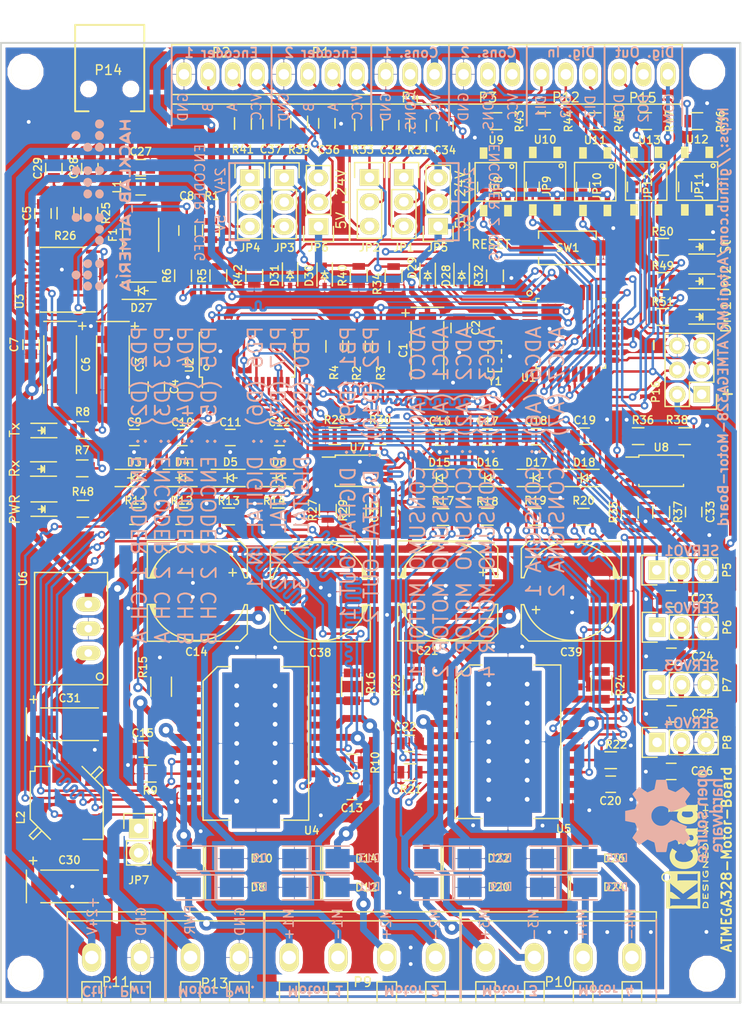
<source format=kicad_pcb>
(kicad_pcb (version 20221018) (generator pcbnew)
  (layers (0 "F.Cu" signal) (31 "B.Cu" signal) (34 "B.Paste" user) (35 "F.Paste" user) (36 "B.SilkS" user "B.Silkscreen") (37 "F.SilkS" user "F.Silkscreen") (38 "B.Mask" user) (39 "F.Mask" user) (44 "Edge.Cuts" user))
  (net 0 "")
  (net 1 "GND")
  (net 2 "+5V")
  (net 3 "Net-(C5-Pad1)")
  (net 4 "RESET")
  (net 5 "Net-(C8-Pad2)")
  (net 6 "/Potencia/Motor1_A_in")
  (net 7 "MOTOR1_A")
  (net 8 "/Potencia/Motor1_B_in")
  (net 9 "MOTOR1_B")
  (net 10 "/Potencia/Motor2_A_in")
  (net 11 "MOTOR2_A")
  (net 12 "/Potencia/Motor2_B_in")
  (net 13 "MOTOR2_B")
  (net 14 "VSS")
  (net 15 "/Potencia/Motor3_A_in")
  (net 16 "MOTOR3_A")
  (net 17 "/Potencia/Motor3_B_in")
  (net 18 "MOTOR3_B")
  (net 19 "/Potencia/Motor4_A_in")
  (net 20 "MOTOR4_A")
  (net 21 "/Potencia/Motor4_B_in")
  (net 22 "MOTOR4_B")
  (net 23 "/Pines/XUSB")
  (net 24 "Net-(C28-Pad1)")
  (net 25 "Net-(C29-Pad1)")
  (net 26 "Net-(C31-Pad1)")
  (net 27 "ENC1_A")
  (net 28 "ENC1_B")
  (net 29 "ENC2_A")
  (net 30 "ENC2_B")
  (net 31 "Net-(D1-Pad1)")
  (net 32 "Net-(D2-Pad1)")
  (net 33 "Motor1+")
  (net 34 "Motor1-")
  (net 35 "Motor2+")
  (net 36 "Motor2-")
  (net 37 "Motor3+")
  (net 38 "Motor3-")
  (net 39 "Motor4+")
  (net 40 "Motor4-")
  (net 41 "VUSB")
  (net 42 "ENC1_A2")
  (net 43 "ENC1_B2")
  (net 44 "ENC2_A2")
  (net 45 "ENC2_B2")
  (net 46 "Net-(F1-Pad1)")
  (net 47 "Net-(JP1-Pad3)")
  (net 48 "Net-(JP2-Pad3)")
  (net 49 "Net-(JP3-Pad3)")
  (net 50 "Net-(JP4-Pad3)")
  (net 51 "ENC1_PWR")
  (net 52 "+24V")
  (net 53 "ENC2_PWR")
  (net 54 "CONSIGNA1")
  (net 55 "CONSIGNA2")
  (net 56 "SERVO1")
  (net 57 "SERVO2")
  (net 58 "SERVO3")
  (net 59 "SERVO4")
  (net 60 "DI3")
  (net 61 "DI2")
  (net 62 "DI1")
  (net 63 "Net-(P14-Pad4)")
  (net 64 "Net-(P14-Pad6)")
  (net 65 "DO1")
  (net 66 "DO2")
  (net 67 "MISO")
  (net 68 "SCK")
  (net 69 "MOSI")
  (net 70 "/Control/SDA")
  (net 71 "/Control/SCL")
  (net 72 "/Control/Rx")
  (net 73 "Net-(R5-Pad2)")
  (net 74 "/Control/Tx")
  (net 75 "Net-(R6-Pad2)")
  (net 76 "Net-(R7-Pad2)")
  (net 77 "Net-(R8-Pad1)")
  (net 78 "MOTOR1_EN")
  (net 79 "MOTOR2_EN")
  (net 80 "MOTOR1_SENSE")
  (net 81 "MOTOR2_SENSE")
  (net 82 "MOTOR3_EN")
  (net 83 "MOTOR4_EN")
  (net 84 "MOTOR3_SENSE")
  (net 85 "MOTOR4_SENSE")
  (net 86 "D-")
  (net 87 "D+")
  (net 88 "Net-(R27-Pad1)")
  (net 89 "Net-(R28-Pad1)")
  (net 90 "MOTOR1_CURRENT")
  (net 91 "MOTOR2_CURRENT")
  (net 92 "Net-(R35-Pad1)")
  (net 93 "Net-(R36-Pad1)")
  (net 94 "MOTOR3_CURRENT")
  (net 95 "MOTOR4_CURRENT")
  (net 96 "Net-(U1-Pad7)")
  (net 97 "Net-(U1-Pad8)")
  (net 98 "Net-(U1-Pad20)")
  (net 99 "Net-(U3-Pad2)")
  (net 100 "Net-(U3-Pad5)")
  (net 101 "Net-(U3-Pad7)")
  (net 102 "Net-(U3-Pad8)")
  (net 103 "Net-(U3-Pad9)")
  (net 104 "Net-(U3-Pad18)")
  (net 105 "Net-(U3-Pad19)")
  (net 106 "Net-(U4-Pad3)")
  (net 107 "Net-(U4-Pad18)")
  (net 108 "Net-(U5-Pad3)")
  (net 109 "Net-(U5-Pad18)")
  (net 110 "Net-(JP8-Pad1)")
  (net 111 "uC_DI1")
  (net 112 "Net-(JP9-Pad1)")
  (net 113 "uC_DI2")
  (net 114 "Net-(JP10-Pad1)")
  (net 115 "uC_DI3")
  (net 116 "Net-(JP11-Pad1)")
  (net 117 "Net-(JP12-Pad1)")
  (net 118 "uC_DO1")
  (net 119 "uC_DO2")
  (net 120 "Net-(D32-Pad1)")
  (net 121 "DO_COM")
  (net 122 "Net-(D33-Pad2)")
  (net 123 "Net-(D34-Pad2)")
  (net 124 "Net-(D35-Pad2)")
  (net 125 "Net-(R4-Pad1)")
  (footprint "Capacitors_SMD:C_0805" (layer "F.Cu") (at 156.17 69.7 -90)
    (fp_text reference "C2")
    (fp_text value "100n")
  )
  (footprint "Capacitors_SMD:C_0805" (layer "F.Cu") (at 124.63 75.82 -90)
    (fp_text reference "C4")
    (fp_text value "100n")
  )
  (footprint "Capacitors_SMD:C_0805" (layer "F.Cu") (at 112.825 57.775 90)
    (fp_text reference "C5")
    (fp_text value "100n")
  )
  (footprint "Capacitors_SMD:C_0805" (layer "F.Cu") (at 111.59 71.44 -90)
    (fp_text reference "C7")
    (fp_text value "100n")
  )
  (footprint "Capacitors_SMD:C_0805" (layer "F.Cu") (at 127.825 59.55 90)
    (fp_text reference "C8")
    (fp_text value "100n")
  )
  (footprint "Capacitors_SMD:C_0805" (layer "F.Cu") (at 122.34 81.12 180)
    (fp_text reference "C9")
    (fp_text value "1,5n")
  )
  (footprint "Capacitors_SMD:C_0805" (layer "F.Cu") (at 127.34 81.12 180)
    (fp_text reference "C10")
    (fp_text value "1,5n")
  )
  (footprint "Capacitors_SMD:C_0805" (layer "F.Cu") (at 132.34 81.12 180)
    (fp_text reference "C11")
    (fp_text value "1,5n")
  )
  (footprint "Capacitors_SMD:C_0805" (layer "F.Cu") (at 137.44 81.12 180)
    (fp_text reference "C12")
    (fp_text value "1,5n")
  )
  (footprint "Capacitors_SMD:C_0805" (layer "F.Cu") (at 145 118 180)
    (fp_text reference "C13")
    (fp_text value "100n")
  )
  (footprint "Condensadores:c_elec_10x10" (layer "F.Cu") (at 128.9 97.145)
    (fp_text reference "C14")
    (fp_text value "220u")
  )
  (footprint "Capacitors_SMD:C_0805" (layer "F.Cu") (at 123.31 113.58 180)
    (fp_text reference "C15")
    (fp_text value "100n")
  )
  (footprint "Capacitors_SMD:C_0805" (layer "F.Cu") (at 154.16 81.08 180)
    (fp_text reference "C16")
    (fp_text value "1,5n")
  )
  (footprint "Capacitors_SMD:C_0805" (layer "F.Cu") (at 159.11 81.08 180)
    (fp_text reference "C17")
    (fp_text value "1,5n")
  )
  (footprint "Capacitors_SMD:C_0805" (layer "F.Cu") (at 164.19 81.03 180)
    (fp_text reference "C18")
    (fp_text value "1,5n")
  )
  (footprint "Capacitors_SMD:C_0805" (layer "F.Cu") (at 169.23 80.98 180)
    (fp_text reference "C19")
    (fp_text value "1,5n")
  )
  (footprint "Capacitors_SMD:C_0805" (layer "F.Cu") (at 171.95 117.25 180)
    (fp_text reference "C20")
    (fp_text value "100n")
  )
  (footprint "Condensadores:c_elec_10x10" (layer "F.Cu") (at 154.98 97.105)
    (fp_text reference "C21")
    (fp_text value "220u")
  )
  (footprint "Capacitors_SMD:C_0805" (layer "F.Cu") (at 151 113 180)
    (fp_text reference "C22")
    (fp_text value "100n")
  )
  (footprint "Capacitors_SMD:C_0805" (layer "F.Cu") (at 178.23 97.93 180)
    (fp_text reference "C23")
    (fp_text value "100n")
  )
  (footprint "Capacitors_SMD:C_0805" (layer "F.Cu") (at 178.27 103.92 180)
    (fp_text reference "C24")
    (fp_text value "100n")
  )
  (footprint "Capacitors_SMD:C_0805" (layer "F.Cu") (at 178.3 109.92 180)
    (fp_text reference "C25")
    (fp_text value "100n")
  )
  (footprint "Capacitors_SMD:C_0805" (layer "F.Cu") (at 178.25 115.92 180)
    (fp_text reference "C26")
    (fp_text value "100n")
  )
  (footprint "Capacitors_SMD:C_0805" (layer "F.Cu") (at 123 53)
    (fp_text reference "C27")
    (fp_text value "10n")
  )
  (footprint "Capacitors_SMD:C_0805" (layer "F.Cu") (at 117.71 53.06 90)
    (fp_text reference "C28")
    (fp_text value "0,047n")
  )
  (footprint "Capacitors_SMD:C_0805" (layer "F.Cu") (at 113.96 53.06 90)
    (fp_text reference "C29")
    (fp_text value "0,047n")
  )
  (footprint "Capacitors_SMD:C_0805" (layer "F.Cu") (at 148.9 88.83 -90)
    (fp_text reference "C32")
    (fp_text value "100n")
  )
  (footprint "Capacitors_SMD:C_0805" (layer "F.Cu") (at 180.59 88.88 -90)
    (fp_text reference "C33")
    (fp_text value "100n")
  )
  (footprint "Capacitors_SMD:C_0805" (layer "F.Cu") (at 154.68 48.67 90)
    (fp_text reference "C34")
    (fp_text value "100n")
  )
  (footprint "Capacitors_SMD:C_0805" (layer "F.Cu") (at 149.04 48.57 90)
    (fp_text reference "C35")
    (fp_text value "100n")
  )
  (footprint "Capacitors_SMD:C_0805" (layer "F.Cu") (at 142.39 48.38 90)
    (fp_text reference "C36")
    (fp_text value "100n")
  )
  (footprint "Capacitors_SMD:C_0805" (layer "F.Cu") (at 136.58 48.46 90)
    (fp_text reference "C37")
    (fp_text value "100n")
  )
  (footprint "Leds:LED_0805" (layer "F.Cu") (at 112.63098 84.4 180)
    (fp_text reference "D1" hide)
    (fp_text value "Rojo")
  )
  (footprint "Leds:LED_0805" (layer "F.Cu") (at 112.67 80.39 180)
    (fp_text reference "D2" hide)
    (fp_text value "Rojo")
  )
  (footprint "Diodos:SOD-123" (layer "F.Cu") (at 122.34 85.335)
    (fp_text reference "D3")
    (fp_text value "1N4148")
  )
  (footprint "Diodos:SOD-123" (layer "F.Cu") (at 127.34 85.335)
    (fp_text reference "D4")
    (fp_text value "1N4148")
  )
  (footprint "Diodos:SOD-123" (layer "F.Cu") (at 132.34 85.335)
    (fp_text reference "D5")
    (fp_text value "1N4148")
  )
  (footprint "Diodos:SOD-123" (layer "F.Cu") (at 137.44 85.335)
    (fp_text reference "D6")
    (fp_text value "1N4148")
  )
  (footprint "Diodos:DO-214AC" (layer "F.Cu") (at 130.25 128)
    (fp_text reference "D8")
    (fp_text value "10MQ100")
  )
  (footprint "Diodos:DO-214AC" (layer "F.Cu") (at 130.25 125)
    (fp_text reference "D10")
    (fp_text value "10MQ100")
  )
  (footprint "Diodos:DO-214AC" (layer "F.Cu") (at 141.25 128 180)
    (fp_text reference "D12")
    (fp_text value "10MQ100")
  )
  (footprint "Diodos:DO-214AC" (layer "F.Cu") (at 141.25 125 180)
    (fp_text reference "D14")
    (fp_text value "10MQ100")
  )
  (footprint "Diodos:SOD-123" (layer "F.Cu") (at 154.11 85.335)
    (fp_text reference "D15")
    (fp_text value "1N4148")
  )
  (footprint "Diodos:SOD-123" (layer "F.Cu") (at 159.155 85.335)
    (fp_text reference "D16")
    (fp_text value "1N4148")
  )
  (footprint "Diodos:SOD-123" (layer "F.Cu") (at 164.205 85.335)
    (fp_text reference "D17")
    (fp_text value "1N4148")
  )
  (footprint "Diodos:SOD-123" (layer "F.Cu") (at 169.205 85.335)
    (fp_text reference "D18")
    (fp_text value "1N4148")
  )
  (footprint "Diodos:DO-214AC" (layer "F.Cu") (at 155 128)
    (fp_text reference "D20")
    (fp_text value "10MQ100")
  )
  (footprint "Diodos:DO-214AC" (layer "F.Cu") (at 155 125)
    (fp_text reference "D22")
    (fp_text value "10MQ100")
  )
  (footprint "Diodos:DO-214AC" (layer "F.Cu") (at 167.05 128 180)
    (fp_text reference "D24")
    (fp_text value "10MQ100")
  )
  (footprint "Diodos:DO-214AC" (layer "F.Cu") (at 167.05 125 180)
    (fp_text reference "D26")
    (fp_text value "10MQ100")
  )
  (footprint "Diodos:SOD-123" (layer "F.Cu") (at 123.075 65.825)
    (fp_text reference "D27")
    (fp_text value "MBR0520")
  )
  (footprint "Diodos:SOD-323" (layer "F.Cu") (at 156.43 64.26 -90)
    (fp_text reference "D28")
    (fp_text value "PDZ5")
  )
  (footprint "Diodos:SOD-323" (layer "F.Cu") (at 152.89 64.26 -90)
    (fp_text reference "D29")
    (fp_text value "PDZ5")
  )
  (footprint "Diodos:SOD-323" (layer "F.Cu") (at 142.16 64.24 -90)
    (fp_text reference "D30")
    (fp_text value "PDZ5")
  )
  (footprint "Diodos:SOD-323" (layer "F.Cu") (at 138.56 64.22 -90)
    (fp_text reference "D31")
    (fp_text value "PDZ5")
  )
  (footprint "Resistencias:R_1812" (layer "F.Cu") (at 123 60 -90)
    (fp_text reference "F1")
    (fp_text value "500 mA")
  )
  (footprint "Conectores:Pin_Header_Straight_1x03" (layer "F.Cu") (at 150.405 54.02)
    (fp_text reference "JP1")
    (fp_text value "JUMPER_3")
  )
  (footprint "Conectores:Pin_Header_Straight_1x03" (layer "F.Cu") (at 146.83 54.02)
    (fp_text reference "JP2")
    (fp_text value "JUMPER_3")
  )
  (footprint "Conectores:Pin_Header_Straight_1x03" (layer "F.Cu") (at 137.95 54.05)
    (fp_text reference "JP3")
    (fp_text value "JUMPER_3")
  )
  (footprint "Conectores:Pin_Header_Straight_1x03" (layer "F.Cu") (at 134.375 54.05)
    (fp_text reference "JP4")
    (fp_text value "JUMPER_3")
  )
  (footprint "Conectores:Pin_Header_Straight_1x03" (layer "F.Cu") (at 153.98 59.115 180)
    (fp_text reference "JP5")
    (fp_text value "JUMPER_3")
  )
  (footprint "Conectores:Pin_Header_Straight_1x03" (layer "F.Cu") (at 141.525 59.13 180)
    (fp_text reference "JP6")
    (fp_text value "JUMPER_3")
  )
  (footprint "Conectores:Pin_Header_Straight_1x02" (layer "F.Cu") (at 122.8 121.86)
    (fp_text reference "JP7")
    (fp_text value "JUMPER_2")
  )
  (footprint "Capacitors_SMD:C_0805" (layer "F.Cu") (at 123 55 180)
    (fp_text reference "L1")
    (fp_text value "BLM21")
  )
  (footprint "Conectores:Pin_Header_Straight_1x03" (layer "F.Cu") (at 176.76 94.93 90)
    (fp_text reference "P5")
    (fp_text value "CONN_01X03")
  )
  (footprint "Conectores:Pin_Header_Straight_1x03" (layer "F.Cu") (at 176.79 100.89 90)
    (fp_text reference "P6")
    (fp_text value "CONN_01X03")
  )
  (footprint "Conectores:Pin_Header_Straight_1x03" (layer "F.Cu") (at 176.79 106.89 90)
    (fp_text reference "P7")
    (fp_text value "CONN_01X03")
  )
  (footprint "Conectores:Pin_Header_Straight_1x03" (layer "F.Cu") (at 176.79 112.89 90)
    (fp_text reference "P8")
    (fp_text value "CONN_01X03")
  )
  (footprint "Conectores:usb_mini_molex_675031020" (layer "F.Cu") (at 119.775 47.125 -90)
    (fp_text reference "P14")
    (fp_text value "USB_MINI")
  )
  (footprint "Conectores:Pin_Header_Straight_2x03" (layer "F.Cu") (at 181.42 76.62 180)
    (fp_text reference "P16")
    (fp_text value "CONN_02X03")
  )
  (footprint "Resistors_SMD:R_0805" (layer "F.Cu") (at 130.325 59.55 -90)
    (fp_text reference "R1")
    (fp_text value "1K")
  )
  (footprint "Resistors_SMD:R_0805" (layer "F.Cu") (at 145.52 71.675 90)
    (fp_text reference "R2")
    (fp_text value "1K")
  )
  (footprint "Resistors_SMD:R_0805" (layer "F.Cu") (at 148.02 71.675 90)
    (fp_text reference "R3")
    (fp_text value "1K")
  )
  (footprint "Resistors_SMD:R_0805" (layer "F.Cu") (at 143.17 71.625 -90)
    (fp_text reference "R4")
    (fp_text value "10K")
  )
  (footprint "Resistors_SMD:R_0805" (layer "F.Cu") (at 131.09 64.25 -90)
    (fp_text reference "R5")
    (fp_text value "1K")
  )
  (footprint "Resistors_SMD:R_0805" (layer "F.Cu") (at 127.415 64.25 -90)
    (fp_text reference "R6")
    (fp_text value "1K")
  )
  (footprint "Resistors_SMD:R_0805" (layer "F.Cu") (at 116.915 84.335)
    (fp_text reference "R7")
    (fp_text value "270")
  )
  (footprint "Resistors_SMD:R_0805" (layer "F.Cu") (at 116.955 80.335 180)
    (fp_text reference "R8")
    (fp_text value "270")
  )
  (footprint "Resistors_SMD:R_0805" (layer "F.Cu") (at 124 116.15 180)
    (fp_text reference "R9")
    (fp_text value "10K")
  )
  (footprint "Resistors_SMD:R_0805" (layer "F.Cu") (at 145 115)
    (fp_text reference "R10")
    (fp_text value "10K")
  )
  (footprint "Resistors_SMD:R_0805" (layer "F.Cu") (at 122.46 89.31 180)
    (fp_text reference "R11")
    (fp_text value "10K")
  )
  (footprint "Resistors_SMD:R_0805" (layer "F.Cu") (at 127.265 89.31 180)
    (fp_text reference "R12")
    (fp_text value "10K")
  )
  (footprint "Resistors_SMD:R_0805" (layer "F.Cu") (at 132.165 89.34 180)
    (fp_text reference "R13")
    (fp_text value "10K")
  )
  (footprint "Resistors_SMD:R_0805" (layer "F.Cu") (at 137.365 89.34 180)
    (fp_text reference "R14")
    (fp_text value "10K")
  )
  (footprint "Resistors_SMD:R_1206" (layer "F.Cu") (at 125.13 107.09 90)
    (fp_text reference "R15")
    (fp_text value "0.02")
  )
  (footprint "Resistors_SMD:R_1206" (layer "F.Cu") (at 145 107.1 90)
    (fp_text reference "R16")
    (fp_text value "0.02")
  )
  (footprint "Resistors_SMD:R_0805" (layer "F.Cu") (at 154.485 89.41 180)
    (fp_text reference "R17")
    (fp_text value "10K")
  )
  (footprint "Resistors_SMD:R_0805" (layer "F.Cu") (at 159.105 89.38 180)
    (fp_text reference "R18")
    (fp_text value "10K")
  )
  (footprint "Resistors_SMD:R_0805" (layer "F.Cu") (at 164.105 89.38 180)
    (fp_text reference "R19")
    (fp_text value "10K")
  )
  (footprint "Resistors_SMD:R_0805" (layer "F.Cu") (at 169.105 89.38 180)
    (fp_text reference "R20")
    (fp_text value "10K")
  )
  (footprint "Resistors_SMD:R_0805" (layer "F.Cu") (at 151.05 116 180)
    (fp_text reference "R21")
    (fp_text value "10K")
  )
  (footprint "Resistors_SMD:R_0805" (layer "F.Cu") (at 171.95 114.75)
    (fp_text reference "R22")
    (fp_text value "10K")
  )
  (footprint "Resistors_SMD:R_1206" (layer "F.Cu") (at 151.45 106.93 90)
    (fp_text reference "R23")
    (fp_text value "0.02")
  )
  (footprint "Resistors_SMD:R_1206" (layer "F.Cu") (at 171 106.95 90)
    (fp_text reference "R24")
    (fp_text value "0.02")
  )
  (footprint "Resistors_SMD:R_0805" (layer "F.Cu") (at 117.65 57.75 90)
    (fp_text reference "R25")
    (fp_text value "22R")
  )
  (footprint "Resistors_SMD:R_0805" (layer "F.Cu") (at 115.17 57.75 90)
    (fp_text reference "R26")
    (fp_text value "22R")
  )
  (footprint "Resistors_SMD:R_0805" (layer "F.Cu") (at 142.49 88.7 -90)
    (fp_text reference "R27")
    (fp_text value "10K")
  )
  (footprint "Resistors_SMD:R_0805" (layer "F.Cu") (at 143.21 80.97 180)
    (fp_text reference "R28")
    (fp_text value "10K")
  )
  (footprint "Resistors_SMD:R_0805" (layer "F.Cu") (at 145.59 88.74 90)
    (fp_text reference "R29")
    (fp_text value "23K2")
  )
  (footprint "Resistors_SMD:R_0805" (layer "F.Cu") (at 147.94 80.97 180)
    (fp_text reference "R30")
    (fp_text value "23K2")
  )
  (footprint "Resistors_SMD:R_0805" (layer "F.Cu") (at 151.88 48.63 90)
    (fp_text reference "R31")
    (fp_text value "38K3")
  )
  (footprint "Resistors_SMD:R_0805" (layer "F.Cu") (at 159.9 64.27 -90)
    (fp_text reference "R32")
    (fp_text value "10K")
  )
  (footprint "Resistors_SMD:R_0805" (layer "F.Cu") (at 146.16 48.53 90)
    (fp_text reference "R33")
    (fp_text value "38K3")
  )
  (footprint "Resistors_SMD:R_0805" (layer "F.Cu") (at 149.34 64.26 -90)
    (fp_text reference "R34")
    (fp_text value "10K")
  )
  (footprint "Resistors_SMD:R_0805" (layer "F.Cu") (at 173.94 88.91 -90)
    (fp_text reference "R35")
    (fp_text value "10K")
  )
  (footprint "Resistors_SMD:R_0805" (layer "F.Cu") (at 174.81 80.98 180)
    (fp_text reference "R36")
    (fp_text value "10K")
  )
  (footprint "Resistors_SMD:R_0805" (layer "F.Cu") (at 177.21 88.91 90)
    (fp_text reference "R37")
    (fp_text value "23K2")
  )
  (footprint "Resistors_SMD:R_0805" (layer "F.Cu") (at 179.65 80.98 180)
    (fp_text reference "R38")
    (fp_text value "23K2")
  )
  (footprint "Resistors_SMD:R_0805" (layer "F.Cu") (at 139.51 48.23 90)
    (fp_text reference "R39")
    (fp_text value "38K3")
  )
  (footprint "Resistors_SMD:R_0805" (layer "F.Cu") (at 145.71 64.24 -90)
    (fp_text reference "R40")
    (fp_text value "10K")
  )
  (footprint "Resistors_SMD:R_0805" (layer "F.Cu") (at 133.65 48.4 90)
    (fp_text reference "R41")
    (fp_text value "38K3")
  )
  (footprint "Resistors_SMD:R_0805" (layer "F.Cu") (at 134.83 64.22 -90)
    (fp_text reference "R42")
    (fp_text value "10K")
  )
  (footprint "Housings_QFP:TQFP-32_7x7mm_Pitch0.8mm" (layer "F.Cu") (at 167.8 70.26)
    (fp_text reference "U1")
    (fp_text value "ATMEGA328")
  )
  (footprint "Housings_SSOP:TSSOP-28_4.4x9.7mm_Pitch0.65mm" (layer "F.Cu") (at 134.08 72.51 90)
    (fp_text reference "U2")
    (fp_text value "PCA9685")
  )
  (footprint "Housings_SSOP:SSOP-20_4.4x6.5mm_Pitch0.65mm" (layer "F.Cu") (at 114.9 64.675 180)
    (fp_text reference "U3")
    (fp_text value "FT231X")
  )
  (footprint "MotorDrivers:L298_PowerSO20" (layer "F.Cu") (at 135 113 -90)
    (fp_text reference "U4")
    (fp_text value "L298P")
  )
  (footprint "MotorDrivers:L298_PowerSO20" (layer "F.Cu") (at 161.25 112.825 -90)
    (fp_text reference "U5")
    (fp_text value "L298P")
  )
  (footprint "Traco:TSR-1" (layer "F.Cu") (at 119.55 106.88 90)
    (fp_text reference "U6")
    (fp_text value "TSR_1")
  )
  (footprint "Condensadores:TantalC_SizeC_EIA-6032_Wave" (layer "F.Cu") (at 152.87 72.05 -90)
    (fp_text reference "C1")
    (fp_text value "4,7u")
  )
  (footprint "Condensadores:TantalC_SizeC_EIA-6032_Wave" (layer "F.Cu") (at 120.11 73.53 -90)
    (fp_text reference "C3")
    (fp_text value "4,7u")
  )
  (footprint "Condensadores:TantalC_SizeC_EIA-6032_Wave" (layer "F.Cu") (at 114.61 73.52 -90)
    (fp_text reference "C6")
    (fp_text value "4,7u")
  )
  (footprint "Condensadores:TantalC_SizeC_EIA-6032_Wave" (layer "F.Cu") (at 115.6 127.9)
    (fp_text reference "C30")
    (fp_text value "4,7u")
  )
  (footprint "Condensadores:TantalC_SizeC_EIA-6032_Wave" (layer "F.Cu") (at 115.6 111)
    (fp_text reference "C31")
    (fp_text value "4,7u")
  )
  (footprint "PhoenixContact:PhoenixContact_MPT_0,5_4-2,54" (layer "F.Cu") (at 145.525 43.275 180)
    (fp_text reference "P1")
    (fp_text value "CONN_01X04")
  )
  (footprint "PhoenixContact:PhoenixContact_MPT_0,5_4-2,54" (layer "F.Cu") (at 135.125 43.275 180)
    (fp_text reference "P2")
    (fp_text value "CONN_01X04")
  )
  (footprint "PhoenixContact:PhoenixContact_MPT_0,5_3-2,54" (layer "F.Cu") (at 161.705 43.275 180)
    (fp_text reference "P3")
    (fp_text value "CONN_01X03")
  )
  (footprint "PhoenixContact:PhoenixContact_MPT_0,5_3-2,54" (layer "F.Cu") (at 153.605 43.275 180)
    (fp_text reference "P4")
    (fp_text value "CONN_01X03")
  )
  (footprint "PhoenixContact:PhoenixContact_mkdsn_4_5.08" (layer "F.Cu") (at 138.47 135.3)
    (fp_text reference "P9")
    (fp_text value "CONN_01X04")
  )
  (footprint "PhoenixContact:PhoenixContact_mkdsn_4_5.08" (layer "F.Cu") (at 158.92 135.3)
    (fp_text reference "P10")
    (fp_text value "CONN_01X04")
  )
  (footprint "PhoenixContact:PhoenixContact_mkdsn_2_5.08" (layer "F.Cu") (at 117.9 135.3)
    (fp_text reference "P11")
    (fp_text value "CONN_01X02")
  )
  (footprint "PhoenixContact:PhoenixContact_MPT_0,5_3-2,54" (layer "F.Cu") (at 169.815 43.275 180)
    (fp_text reference "P12")
    (fp_text value "CONN_01X03")
  )
  (footprint "PhoenixContact:PhoenixContact_mkdsn_2_5.08" (layer "F.Cu") (at 128.19 135.3)
    (fp_text reference "P13")
    (fp_text value "CONN_01X02")
  )
  (footprint "PhoenixContact:PhoenixContact_MPT_0,5_3-2,54" (layer "F.Cu") (at 177.905 43.275 180)
    (fp_text reference "P15")
    (fp_text value "CONN_01X03")
  )
  (footprint "Soportes_PCB:BOPLA_ABP_800_0100" (layer "F.Cu") (at 146.95 90)
    (fp_text reference "REF**" hide)
    (fp_text value "BOPLA_ABP_800_0100")
    (fp_line (start -38.5 -50) (end -38.5 50) (stroke (width 0.2)) (layer "Edge.Cuts"))
    (fp_line (start -38.5 -50) (end 38.5 -50) (stroke (width 0.2)) (layer "Edge.Cuts"))
    (fp_line (start -38.5 50) (end 38.5 50) (stroke (width 0.2)) (layer "Edge.Cuts"))
    (fp_line (start 38.5 -50) (end 38.5 50) (stroke (width 0.2)) (layer "Edge.Cuts"))
  )
  (footprint "Magneticos:FERROCORE_SMD_0703" (layer "F.Cu") (at 115.3 119.2 90)
    (fp_text reference "L2")
    (fp_text value "10u")
  )
  (footprint "Vias:JMP_0603" (layer "F.Cu") (at 158.77 55.01 -90)
    (fp_text reference "JP8")
    (fp_text value "Jumper_NO_Small")
  )
  (footprint "Vias:JMP_0603" (layer "F.Cu") (at 163.83 55 -90)
    (fp_text reference "JP9")
    (fp_text value "Jumper_NO_Small")
  )
  (footprint "Vias:JMP_0603" (layer "F.Cu") (at 169.07 55.03 -90)
    (fp_text reference "JP10")
    (fp_text value "Jumper_NO_Small")
  )
  (footprint "Vias:JMP_0603" (layer "F.Cu") (at 179.7 55 -90)
    (fp_text reference "JP11")
    (fp_text value "Jumper_NO_Small")
  )
  (footprint "Vias:JMP_0603" (layer "F.Cu") (at 174.37 55 -90)
    (fp_text reference "JP12")
    (fp_text value "Jumper_NO_Small")
  )
  (footprint "Resistors_SMD:R_0805" (layer "F.Cu") (at 160.01 48.15)
    (fp_text reference "R43")
    (fp_text value "R")
  )
  (footprint "Resistors_SMD:R_0805" (layer "F.Cu") (at 165.08 48.15)
    (fp_text reference "R44")
    (fp_text value "R")
  )
  (footprint "Resistors_SMD:R_0805" (layer "F.Cu") (at 170.34 48.16)
    (fp_text reference "R45")
    (fp_text value "R")
  )
  (footprint "Resistors_SMD:R_0805" (layer "F.Cu") (at 180.93 48.15 180)
    (fp_text reference "R46")
    (fp_text value "R")
  )
  (footprint "Resistors_SMD:R_0805" (layer "F.Cu") (at 175.6 48.15 180)
    (fp_text reference "R47")
    (fp_text value "R")
  )
  (footprint "SOP:SOP-4" (layer "F.Cu") (at 161.25 51.481738 180)
    (fp_text reference "U9")
    (fp_text value "VOM617A")
  )
  (footprint "SOP:SOP-4" (layer "F.Cu") (at 166.38 51.41 180)
    (fp_text reference "U10")
    (fp_text value "VOM617A")
  )
  (footprint "SOP:SOP-4" (layer "F.Cu") (at 171.605 51.46 180)
    (fp_text reference "U11")
    (fp_text value "VOM617A")
  )
  (footprint "SOP:SOP-4" (layer "F.Cu") (at 182.21 51.4 180)
    (fp_text reference "U12")
    (fp_text value "ASSR-1218")
  )
  (footprint "SOP:SOP-4" (layer "F.Cu") (at 176.92 51.4 180)
    (fp_text reference "U13")
    (fp_text value "ASSR-1218")
  )
  (footprint "Cristal:Murata_CSTCE_V_A" (layer "F.Cu") (at 159.88 72.66 -90)
    (fp_text reference "Y1")
    (fp_text value "16MHz")
  )
  (footprint "Relays_and_Contacts:CANAL_ELECTRONIC_DTSM-31N-B" (layer "F.Cu") (at 167.44 61.36 180)
    (fp_text reference "SW1")
    (fp_text value "Pulsador_2p")
  )
  (footprint "Vias:Gnd-Via" (layer "F.Cu") (at 154.76 96.57)
    (fp_text reference "Gnd-Via" hide)
    (fp_text value "VAL**" hide)
  )
  (footprint "Vias:Gnd-Via" (layer "F.Cu") (at 141.76 96.76)
    (fp_text reference "Gnd-Via" hide)
    (fp_text value "VAL**" hide)
  )
  (footprint "Vias:Gnd-Via" (layer "F.Cu") (at 128.44 96.27)
    (fp_text reference "Gnd-Via" hide)
    (fp_text value "VAL**" hide)
  )
  (footprint "Vias:Gnd-Via" (layer "F.Cu") (at 121.725 98.9)
    (fp_text reference "Gnd-Via" hide)
    (fp_text value "VAL**" hide)
  )
  (footprint "Vias:Gnd-Via" (layer "F.Cu") (at 111 137)
    (fp_text reference "Gnd-Via" hide)
    (fp_text value "VAL**" hide)
  )
  (footprint "Vias:Gnd-Via" (layer "F.Cu") (at 111 43)
    (fp_text reference "Gnd-Via" hide)
    (fp_text value "VAL**" hide)
  )
  (footprint "Vias:Gnd-Via" (layer "F.Cu") (at 182 43)
    (fp_text reference "Gnd-Via" hide)
    (fp_text value "VAL**" hide)
  )
  (footprint "Vias:Gnd-Via" (layer "F.Cu") (at 182 137)
    (fp_text reference "Gnd-Via" hide)
    (fp_text value "VAL**" hide)
  )
  (footprint "Condensadores:c_elec_10x10" (layer "F.Cu") (at 141.71 97.19 180)
    (fp_text reference "C38")
    (fp_text value "220u")
  )
  (footprint "Condensadores:c_elec_10x10" (layer "F.Cu") (at 167.85 97.13 180)
    (fp_text reference "C39")
    (fp_text value "220u")
  )
  (footprint "Leds:LED_0805" (layer "F.Cu") (at 112.68 88.58 180)
    (fp_text reference "D32" hide)
    (fp_text value "LED")
  )
  (footprint "Resistors_SMD:R_0805" (layer "F.Cu") (at 116.98 88.55)
    (fp_text reference "R48")
    (fp_text value "R")
  )
  (footprint "Housings_SSOP:TSSOP-8_4.4x3mm_Pitch0.65mm" (layer "F.Cu") (at 145.59 84.585)
    (fp_text reference "U7")
    (fp_text value "LM2903")
  )
  (footprint "Housings_SSOP:TSSOP-8_4.4x3mm_Pitch0.65mm" (layer "F.Cu") (at 177.21 84.585)
    (fp_text reference "U8")
    (fp_text value "LM2903")
  )
  (footprint "Vias:Gnd-Via" (layer "F.Cu") (at 161.45 72.66)
    (fp_text reference "Gnd-Via" hide)
    (fp_text value "VAL**" hide)
  )
  (footprint "Vias:Gnd-Via" (layer "F.Cu") (at 154.76 97.84)
    (fp_text reference "Gnd-Via" hide)
    (fp_text value "VAL**" hide)
  )
  (footprint "Vias:Gnd-Via" (layer "F.Cu") (at 153.7 105.44)
    (fp_text reference "Gnd-Via" hide)
    (fp_text value "VAL**" hide)
  )
  (footprint "Vias:Gnd-Via" (layer "F.Cu") (at 175.64 97.95)
    (fp_text reference "Gnd-Via" hide)
    (fp_text value "VAL**" hide)
  )
  (footprint "Vias:Gnd-Via" (layer "F.Cu") (at 175.64 103.92)
    (fp_text reference "Gnd-Via" hide)
    (fp_text value "VAL**" hide)
  )
  (footprint "Vias:Gnd-Via" (layer "F.Cu") (at 175.64 109.92)
    (fp_text reference "Gnd-Via" hide)
    (fp_text value "VAL**" hide)
  )
  (footprint "Vias:Gnd-Via" (layer "F.Cu") (at 175.61 115.94)
    (fp_text reference "Gnd-Via" hide)
    (fp_text value "VAL**" hide)
  )
  (footprint "Vias:Gnd-Via" (layer "F.Cu") (at 126.18 70.83)
    (fp_text reference "Gnd-Via" hide)
    (fp_text value "VAL**" hide)
  )
  (footprint "Vias:Gnd-Via" (layer "F.Cu") (at 164.19 82.66)
    (fp_text reference "Gnd-Via" hide)
    (fp_text value "VAL**" hide)
  )
  (footprint "Vias:Gnd-Via" (layer "F.Cu") (at 159.05 82.66)
    (fp_text reference "Gnd-Via" hide)
    (fp_text value "VAL**" hide)
  )
  (footprint "Vias:Gnd-Via" (layer "F.Cu") (at 154.15 82.65)
    (fp_text reference "Gnd-Via" hide)
    (fp_text value "VAL**" hide)
  )
  (footprint "Vias:Gnd-Via" (layer "F.Cu") (at 131.3 72.13)
    (fp_text reference "Gnd-Via" hide)
    (fp_text value "VAL**" hide)
  )
  (footprint "Vias:Gnd-Via" (layer "F.Cu") (at 146.25 90.97)
    (fp_text reference "Gnd-Via" hide)
    (fp_text value "VAL**" hide)
  )
  (footprint "Vias:Gnd-Via" (layer "F.Cu") (at 155.53 75.4)
    (fp_text reference "Gnd-Via" hide)
    (fp_text value "VAL**" hide)
  )
  (footprint "Vias:Gnd-Via" (layer "F.Cu") (at 156.17 72.26)
    (fp_text reference "Gnd-Via" hide)
    (fp_text value "VAL**" hide)
  )
  (footprint "Vias:Gnd-Via" (layer "F.Cu") (at 125 104.04)
    (fp_text reference "Gnd-Via" hide)
    (fp_text value "VAL**" hide)
  )
  (footprint "Vias:Gnd-Via" (layer "F.Cu") (at 129.25 122.15)
    (fp_text reference "Gnd-Via" hide)
    (fp_text value "VAL**" hide)
  )
  (footprint "Vias:Gnd-Via" (layer "F.Cu") (at 141.76 120.49)
    (fp_text reference "Gnd-Via" hide)
    (fp_text value "VAL**" hide)
  )
  (footprint "Vias:Gnd-Via" (layer "F.Cu") (at 151.12 134.27)
    (fp_text reference "Gnd-Via" hide)
    (fp_text value "VAL**" hide)
  )
  (footprint "Vias:Gnd-Via" (layer "F.Cu") (at 151.12 135.99)
    (fp_text reference "Gnd-Via" hide)
    (fp_text value "VAL**" hide)
  )
  (footprint "Vias:Gnd-Via" (layer "F.Cu") (at 141.38 86.57)
    (fp_text reference "Gnd-Via" hide)
    (fp_text value "VAL**" hide)
  )
  (footprint "Vias:Gnd-Via" (layer "F.Cu") (at 145.84 83.65)
    (fp_text reference "Gnd-Via" hide)
    (fp_text value "VAL**" hide)
  )
  (footprint "Vias:Gnd-Via" (layer "F.Cu") (at 149.97 128.55)
    (fp_text reference "Gnd-Via" hide)
    (fp_text value "VAL**" hide)
  )
  (footprint "Vias:Gnd-Via" (layer "F.Cu") (at 182.22 91.29)
    (fp_text reference "Gnd-Via" hide)
    (fp_text value "VAL**" hide)
  )
  (footprint "Vias:Gnd-Via" (layer "F.Cu") (at 175.58 89.86)
    (fp_text reference "Gnd-Via" hide)
    (fp_text value "VAL**" hide)
  )
  (footprint "Vias:Gnd-Via" (layer "F.Cu") (at 135.78 90.99)
    (fp_text reference "Gnd-Via" hide)
    (fp_text value "VAL**" hide)
  )
  (footprint "Vias:Gnd-Via" (layer "F.Cu") (at 174.09 118.84)
    (fp_text reference "Gnd-Via" hide)
    (fp_text value "VAL**" hide)
  )
  (footprint "Vias:Gnd-Via" (layer "F.Cu") (at 174.04 113.21)
    (fp_text reference "Gnd-Via" hide)
    (fp_text value "VAL**" hide)
  )
  (footprint "Vias:Gnd-Via" (layer "F.Cu") (at 169.72 119.96)
    (fp_text reference "Gnd-Via" hide)
    (fp_text value "VAL**" hide)
  )
  (footprint "Vias:Gnd-Via" (layer "F.Cu") (at 173.61 79.27)
    (fp_text reference "Gnd-Via" hide)
    (fp_text value "VAL**" hide)
  )
  (footprint "Vias:Gnd-Via" (layer "F.Cu") (at 171.57 79.24)
    (fp_text reference "Gnd-Via" hide)
    (fp_text value "VAL**" hide)
  )
  (footprint "Vias:Gnd-Via" (layer "F.Cu") (at 181.99 46.28)
    (fp_text reference "Gnd-Via" hide)
    (fp_text value "VAL**" hide)
  )
  (footprint "Vias:Gnd-Via" (layer "F.Cu") (at 182 54.81)
    (fp_text reference "Gnd-Via" hide)
    (fp_text value "VAL**" hide)
  )
  (footprint "Vias:Gnd-Via" (layer "F.Cu") (at 182.61 59.72)
    (fp_text reference "Gnd-Via" hide)
    (fp_text value "VAL**" hide)
  )
  (footprint "Vias:Gnd-Via" (layer "F.Cu") (at 172.22 59.3)
    (fp_text reference "Gnd-Via" hide)
    (fp_text value "VAL**" hide)
  )
  (footprint "Vias:Gnd-Via" (layer "F.Cu") (at 121.68 115.25)
    (fp_text reference "Gnd-Via" hide)
    (fp_text value "VAL**" hide)
  )
  (footprint "Vias:Gnd-Via" (layer "F.Cu") (at 157.8 49.87)
    (fp_text reference "Gnd-Via" hide)
    (fp_text value "VAL**" hide)
  )
  (footprint "Vias:Gnd-Via" (layer "F.Cu") (at 143.87 48.42)
    (fp_text reference "Gnd-Via" hide)
    (fp_text value "VAL**" hide)
  )
  (footprint "Vias:Gnd-Via" (layer "F.Cu") (at 114.79 63.62)
    (fp_text reference "Gnd-Via" hide)
    (fp_text value "VAL**" hide)
  )
  (footprint "Vias:Gnd-Via" (layer "F.Cu") (at 117.82 69.51)
    (fp_text reference "Gnd-Via" hide)
    (fp_text value "VAL**" hide)
  )
  (footprint "Vias:Gnd-Via" (layer "F.Cu") (at 111.34 48.23)
    (fp_text reference "Gnd-Via" hide)
    (fp_text value "VAL**" hide)
  )
  (footprint "Vias:Gnd-Via" (layer "F.Cu") (at 165.58 69.8)
    (fp_text reference "Gnd-Via" hide)
    (fp_text value "VAL**" hide)
  )
  (footprint "Vias:Gnd-Via" (layer "F.Cu") (at 161.61 64.5)
    (fp_text reference "Gnd-Via" hide)
    (fp_text value "VAL**" hide)
  )
  (footprint "Vias:Gnd-Via" (layer "F.Cu") (at 152.7 101.44)
    (fp_text reference "Gnd-Via" hide)
    (fp_text value "VAL**" hide)
  )
  (footprint "Vias:Gnd-Via" (layer "F.Cu") (at 167.93 97.8)
    (fp_text reference "Gnd-Via" hide)
    (fp_text value "VAL**" hide)
  )
  (footprint "Vias:Gnd-Via" (layer "F.Cu") (at 167.93 99.34)
    (fp_text reference "Gnd-Via" hide)
    (fp_text value "VAL**" hide)
  )
  (footprint "Vias:Gnd-Via" (layer "F.Cu") (at 128.43 97.74)
    (fp_text reference "Gnd-Via" hide)
    (fp_text value "VAL**" hide)
  )
  (footprint "Vias:Gnd-Via" (layer "F.Cu") (at 175.89 86.83)
    (fp_text reference "Gnd-Via" hide)
    (fp_text value "VAL**" hide)
  )
  (footprint "Vias:Gnd-Via" (layer "F.Cu") (at 137.42 82.64)
    (fp_text reference "Gnd-Via" hide)
    (fp_text value "VAL**" hide)
  )
  (footprint "Vias:Gnd-Via" (layer "F.Cu") (at 132.32 82.64)
    (fp_text reference "Gnd-Via" hide)
    (fp_text value "VAL**" hide)
  )
  (footprint "Vias:Gnd-Via" (layer "F.Cu") (at 127.33 82.64)
    (fp_text reference "Gnd-Via" hide)
    (fp_text value "VAL**" hide)
  )
  (footprint "Vias:Gnd-Via" (layer "F.Cu") (at 122.31 82.64)
    (fp_text reference "Gnd-Via" hide)
    (fp_text value "VAL**" hide)
  )
  (footprint "Vias:Gnd-Via" (layer "F.Cu") (at 133.03 103.01)
    (fp_text reference "Gnd-Via" hide)
    (fp_text value "VAL**" hide)
  )
  (footprint "Vias:Gnd-Via" (layer "F.Cu") (at 137.01 103.01)
    (fp_text reference "Gnd-Via" hide)
    (fp_text value "VAL**" hide)
  )
  (footprint "Vias:Gnd-Via" (layer "F.Cu") (at 159.71 102.92)
    (fp_text reference "Gnd-Via" hide)
    (fp_text value "VAL**" hide)
  )
  (footprint "Vias:Gnd-Via" (layer "F.Cu") (at 162.73 102.92)
    (fp_text reference "Gnd-Via" hide)
    (fp_text value "VAL**" hide)
  )
  (footprint "Vias:Gnd-Via" (layer "F.Cu") (at 157.62 121.53)
    (fp_text reference "Gnd-Via" hide)
    (fp_text value "VAL**" hide)
  )
  (footprint "Vias:Gnd-Via" (layer "F.Cu") (at 164.85 121.56)
    (fp_text reference "Gnd-Via" hide)
    (fp_text value "VAL**" hide)
  )
  (footprint "Vias:Gnd-Via" (layer "F.Cu") (at 169.03 82.66)
    (fp_text reference "Gnd-Via" hide)
    (fp_text value "VAL**" hide)
  )
  (footprint "Vias:Gnd-Via" (layer "F.Cu") (at 156.63 87.41)
    (fp_text reference "Gnd-Via" hide)
    (fp_text value "VAL**" hide)
  )
  (footprint "Vias:Gnd-Via" (layer "F.Cu") (at 166.7 87.41)
    (fp_text reference "Gnd-Via" hide)
    (fp_text value "VAL**" hide)
  )
  (footprint "Vias:Gnd-Via" (layer "F.Cu") (at 124.83 88)
    (fp_text reference "Gnd-Via" hide)
    (fp_text value "VAL**" hide)
  )
  (footprint "Vias:Gnd-Via" (layer "F.Cu") (at 129.86 88)
    (fp_text reference "Gnd-Via" hide)
    (fp_text value "VAL**" hide)
  )
  (footprint "Vias:Gnd-Via" (layer "F.Cu") (at 134.88 88)
    (fp_text reference "Gnd-Via" hide)
    (fp_text value "VAL**" hide)
  )
  (footprint "Vias:Gnd-Via" (layer "F.Cu") (at 126.21 119.12)
    (fp_text reference "Gnd-Via" hide)
    (fp_text value "VAL**" hide)
  )
  (footprint "Vias:Gnd-Via" (layer "F.Cu") (at 118.22 113.66)
    (fp_text reference "Gnd-Via" hide)
    (fp_text value "VAL**" hide)
  )
  (footprint "Vias:Gnd-Via" (layer "F.Cu") (at 115.88 127.91)
    (fp_text reference "Gnd-Via" hide)
    (fp_text value "VAL**" hide)
  )
  (footprint "Vias:Gnd-Via" (layer "F.Cu") (at 165.56 132.66)
    (fp_text reference "Gnd-Via" hide)
    (fp_text value "VAL**" hide)
  )
  (footprint "Vias:Gnd-Via" (layer "F.Cu") (at 167.29 132.66)
    (fp_text reference "Gnd-Via" hide)
    (fp_text value "VAL**" hide)
  )
  (footprint "Vias:Gnd-Via" (layer "F.Cu") (at 171.59 132.66)
    (fp_text reference "Gnd-Via" hide)
    (fp_text value "VAL**" hide)
  )
  (footprint "Vias:Gnd-Via" (layer "F.Cu") (at 176.13 132.66)
    (fp_text reference "Gnd-Via" hide)
    (fp_text value "VAL**" hide)
  )
  (footprint "Vias:Gnd-Via" (layer "F.Cu") (at 181.92 132.64)
    (fp_text reference "Gnd-Via" hide)
    (fp_text value "VAL**" hide)
  )
  (footprint "Vias:Gnd-Via" (layer "F.Cu") (at 182 79.87)
    (fp_text reference "Gnd-Via" hide)
    (fp_text value "VAL**" hide)
  )
  (footprint "Leds:LED_0805" (layer "F.Cu") (at 181.18 64.83 180)
    (fp_text reference "D33" hide)
    (fp_text value "Rojo")
  )
  (footprint "Leds:LED_0805" (layer "F.Cu") (at 181.19098 61.25 180)
    (fp_text reference "D34" hide)
    (fp_text value "Rojo")
  )
  (footprint "Leds:LED_0805" (layer "F.Cu") (at 181.19 68.55 180)
    (fp_text reference "D35" hide)
    (fp_text value "Rojo")
  )
  (footprint "Resistors_SMD:R_0805" (layer "F.Cu") (at 177.38 64.82)
    (fp_text reference "R49")
    (fp_text value "270")
  )
  (footprint "Resistors_SMD:R_0805" (layer "F.Cu") (at 177.38 61.25)
    (fp_text reference "R50")
    (fp_text value "270")
  )
  (footprint "Resistors_SMD:R_0805" (layer "F.Cu") (at 177.38 68.56)
    (fp_text reference "R51")
    (fp_text value "270")
  )
  (footprint "Vias:Gnd-Via" (layer "F.Cu") (at 148.66 99.6)
    (fp_text reference "Gnd-Via" hide)
    (fp_text value "VAL**" hide)
  )
  (footprint "Vias:Gnd-Via" (layer "F.Cu") (at 142.66 97.56)
    (fp_text reference "Gnd-Via" hide)
    (fp_text value "VAL**" hide)
  )
  (footprint "logos:KiCad-Logo_11mmx5mm" (layer "F.Cu") (at 179.25 124.77 90)
    (fp_text reference "G***")
    (fp_text value "KiCad Logo" hide)
  )
  (footprint "Vias:Gnd-Via" (layer "F.Cu") (at 127.92 74.84)
    (fp_text reference "Gnd-Via" hide)
    (fp_text value "VAL**" hide)
  )
  (footprint "Diodos:DO-214AC" (layer "B.Cu") (at 130.25 128 180)
    (fp_text reference "D7")
    (fp_text value "10MQ100")
  )
  (footprint "Diodos:DO-214AC" (layer "B.Cu") (at 130.25 125 180)
    (fp_text reference "D9")
    (fp_text value "10MQ100")
  )
  (footprint "Diodos:DO-214AC" (layer "B.Cu") (at 141.25 128)
    (fp_text reference "D11")
    (fp_text value "10MQ100")
  )
  (footprint "Diodos:DO-214AC" (layer "B.Cu") (at 141.25 125)
    (fp_text reference "D13")
    (fp_text value "10MQ100")
  )
  (footprint "Diodos:DO-214AC" (layer "B.Cu") (at 155 128 180)
    (fp_text reference "D19")
    (fp_text value "10MQ100")
  )
  (footprint "Diodos:DO-214AC" (layer "B.Cu") (at 155 125 180)
    (fp_text reference "D21")
    (fp_text value "10MQ100")
  )
  (footprint "Diodos:DO-214AC" (layer "B.Cu") (at 167.05 128)
    (fp_text reference "D23")
    (fp_text value "10MQ100")
  )
  (footprint "Diodos:DO-214AC" (layer "B.Cu") (at 167.05 125)
    (fp_text reference "D25")
    (fp_text value "10MQ100")
  )
  (footprint "logos:osh-logo" (layer "B.Cu") (at 178.54 120.55 -90)
    (fp_text reference "G***" hide)
    (fp_text value "LOGO" hide)
  )
  (footprint "logos:logo_HackLabAl" (layer "B.Cu") (at 118.89 57.11 -90)
    (fp_text reference "G***" hide)
    (fp_text value "LOGO" hide)
  )
  (gr_line (start 136.63 40.43) (end 136.63 48.62) (stroke (width 0.2)) (layer "B.SilkS"))
  (gr_line (start 147.01 40.44) (end 147.01 48.63) (stroke (width 0.2)) (layer "B.SilkS"))
  (gr_line (start 155.11 40.41) (end 155.11 48.6) (stroke (width 0.2)) (layer "B.SilkS"))
  (gr_line (start 163.21 40.43) (end 163.21 48.62) (stroke (width 0.2)) (layer "B.SilkS"))
  (gr_line (start 171.31 40.43) (end 171.31 48.62) (stroke (width 0.2)) (layer "B.SilkS"))
  (gr_line (start 179.4 40.44) (end 179.4 48.63) (stroke (width 0.2)) (layer "B.SilkS"))
  (gr_line (start 126.23 40.42) (end 126.23 48.61) (stroke (width 0.2)) (layer "B.SilkS"))
  (gr_line (start 176.7 131.35) (end 176.7 139.54) (stroke (width 0.2)) (layer "B.SilkS"))
  (gr_line (start 156.32 131.34) (end 156.32 139.53) (stroke (width 0.2)) (layer "B.SilkS"))
  (gr_line (start 135.87 131.35) (end 135.87 139.54) (stroke (width 0.2)) (layer "B.SilkS"))
  (gr_line (start 115.36 131.35) (end 115.36 139.54) (stroke (width 0.2)) (layer "B.SilkS"))
  (gr_line (start 125.59 131.36) (end 125.59 139.55) (stroke (width 0.2)) (layer "B.SilkS"))
  (gr_line (start 156.13 60.57) (end 153.98 60.57) (stroke (width 0.2)) (layer "B.SilkS"))
  (gr_line (start 156.11 56.51) (end 156.13 60.57) (stroke (width 0.2)) (layer "B.SilkS"))
  (gr_line (start 155.39 56.51) (end 156.11 56.51) (stroke (width 0.2)) (layer "B.SilkS"))
  (gr_line (start 156.11 56.52) (end 156.11 52.52) (stroke (width 0.2)) (layer "B.SilkS"))
  (gr_line (start 156.11 52.52) (end 154.03 52.52) (stroke (width 0.2)) (layer "B.SilkS"))
  (gr_line (start 132.24 56.57) (end 132.24 60.57) (stroke (width 0.2)) (layer "B.SilkS"))
  (gr_line (start 132.22 52.52) (end 134.37 52.52) (stroke (width 0.2)) (layer "B.SilkS"))
  (gr_line (start 132.24 56.58) (end 132.22 52.52) (stroke (width 0.2)) (layer "B.SilkS"))
  (gr_line (start 132.96 56.58) (end 132.24 56.58) (stroke (width 0.2)) (layer "B.SilkS"))
  (gr_line (start 132.24 60.57) (end 134.32 60.57) (stroke (width 0.2)) (layer "B.SilkS"))
  (gr_line (start 157.23 56.58) (end 157.23 60.58) (stroke (width 0.2)) (layer "F.SilkS"))
  (gr_line (start 156.51 56.59) (end 157.23 56.59) (stroke (width 0.2)) (layer "F.SilkS"))
  (gr_line (start 157.23 56.59) (end 157.23 52.52) (stroke (width 0.2)) (layer "F.SilkS"))
  (gr_line (start 144.76 56.59) (end 144.76 52.52) (stroke (width 0.2)) (layer "F.SilkS"))
  (gr_line (start 144.04 56.59) (end 144.76 56.59) (stroke (width 0.2)) (layer "F.SilkS"))
  (gr_line (start 144.76 56.58) (end 144.76 60.58) (stroke (width 0.2)) (layer "F.SilkS"))
  (gr_text "Encoder 2" (at 141.82 41.03) (layer "B.SilkS") (effects (font (size 1 1) (thickness 0.2)) (justify mirror)))
  (gr_text "Cons. 1" (at 151.11 41.02) (layer "B.SilkS") (effects (font (size 1 1) (thickness 0.2)) (justify mirror)))
  (gr_text "Cons. 2" (at 159.21 41) (layer "B.SilkS") (effects (font (size 1 1) (thickness 0.2)) (justify mirror)))
  (gr_text "Dig. In" (at 167.82 40.97) (layer "B.SilkS") (effects (font (size 1 1) (thickness 0.2)) (justify mirror)))
  (gr_text "Dig. Out" (at 175.52 41) (layer "B.SilkS") (effects (font (size 1 1) (thickness 0.2)) (justify mirror)))
  (gr_text "B" (at 130.01 46.68 90) (layer "B.SilkS") (effects (font (size 1 1)) (justify mirror)))
  (gr_text "A" (at 132.55 46.68 90) (layer "B.SilkS") (effects (font (size 1 1)) (justify mirror)))
  (gr_text "VCC" (at 135.06 46.68 90) (layer "B.SilkS") (effects (font (size 1 1)) (justify mirror)))
  (gr_text "GND" (at 137.91 46.69 90) (layer "B.SilkS") (effects (font (size 1 1)) (justify mirror)))
  (gr_text "B" (at 140.52 46.68 90) (layer "B.SilkS") (effects (font (size 1 1)) (justify mirror)))
  (gr_text "A" (at 143.06 46.68 90) (layer "B.SilkS") (effects (font (size 1 1)) (justify mirror)))
  (gr_text "VCC" (at 145.57 46.68 90) (layer "B.SilkS") (effects (font (size 1 1)) (justify mirror)))
  (gr_text "GND" (at 148.53 46.69 90) (layer "B.SilkS") (effects (font (size 1 1)) (justify mirror)))
  (gr_text "CONS." (at 151.13 47.32 90) (layer "B.SilkS") (effects (font (size 1 1)) (justify mirror)))
  (gr_text "VCC" (at 153.68 46.68 90) (layer "B.SilkS") (effects (font (size 1 1)) (justify mirror)))
  (gr_text "GND" (at 156.62 46.66 90) (layer "B.SilkS") (effects (font (size 1 1)) (justify mirror)))
  (gr_text "CONS." (at 159.22 47.29 90) (layer "B.SilkS") (effects (font (size 1 1)) (justify mirror)))
  (gr_text "VCC" (at 161.77 46.65 90) (layer "B.SilkS") (effects (font (size 1 1)) (justify mirror)))
  (gr_text "DI1" (at 164.69 46.66 90) (layer "B.SilkS") (effects (font (size 1 1)) (justify mirror)))
  (gr_text "DI2" (at 167.29 46.66 90) (layer "B.SilkS") (effects (font (size 1 1)) (justify mirror)))
  (gr_text "DI3" (at 169.84 46.65 90) (layer "B.SilkS") (effects (font (size 1 1)) (justify mirror)))
  (gr_text "DO1" (at 172.85 46.79 90) (layer "B.SilkS") (effects (font (size 1 1)) (justify mirror)))
  (gr_text "DO2" (at 175.37 46.81 90) (layer "B.SilkS") (effects (font (size 1 1)) (justify mirror)))
  (gr_text "COM" (at 178.02 46.84 90) (layer "B.SilkS") (effects (font (size 1 1)) (justify mirror)))
  (gr_text "Ctrl. Pwr." (at 120.41 138.79 180) (layer "B.SilkS") (effects (font (size 1 1) (thickness 0.2)) (justify mirror)))
  (gr_text "Motor Pwr." (at 130.87 138.79 180) (layer "B.SilkS") (effects (font (size 1 1) (thickness 0.2)) (justify mirror)))
  (gr_text "Motor 1" (at 141.22 138.78 180) (layer "B.SilkS") (effects (font (size 1 1) (thickness 0.2)) (justify mirror)))
  (gr_text "Motor 2" (at 151.24 138.74 180) (layer "B.SilkS") (effects (font (size 1 1) (thickness 0.2)) (justify mirror)))
  (gr_text "Motor 3" (at 161.44 138.72 180) (layer "B.SilkS") (effects (font (size 1 1) (thickness 0.2)) (justify mirror)))
  (gr_text "Motor 4" (at 171.46 138.68 180) (layer "B.SilkS") (effects (font (size 1 1) (thickness 0.2)) (justify mirror)))
  (gr_text "+24V" (at 117.96 130.97 90) (layer "B.SilkS") (effects (font (size 1 1)) (justify mirror)))
  (gr_text "GND" (at 123.05 131.56 90) (layer "B.SilkS") (effects (font (size 1 1)) (justify mirror)))
  (gr_text "PWR" (at 128.14 131.36 90) (layer "B.SilkS") (effects (font (size 1 1)) (justify mirror)))
  (gr_text "GND" (at 133.34 131.56 90) (layer "B.SilkS") (effects (font (size 1 1)) (justify mirror)))
  (gr_text "M1+" (at 138.42 131.83 90) (layer "B.SilkS") (effects (font (size 1 1)) (justify mirror)))
  (gr_text "M1-" (at 143.51 131.83 90) (layer "B.SilkS") (effects (font (size 1 1)) (justify mirror)))
  (gr_text "M2-" (at 153.65 131.83 90) (layer "B.SilkS") (effects (font (size 1 1)) (justify mirror)))
  (gr_text "M2+" (at 148.56 131.83 90) (layer "B.SilkS") (effects (font (size 1 1)) (justify mirror)))
  (gr_text "M3+" (at 158.83 131.83 90) (layer "B.SilkS") (effects (font (size 1 1)) (justify mirror)))
  (gr_text "M3-" (at 163.92 131.83 90) (layer "B.SilkS") (effects (font (size 1 1)) (justify mirror)))
  (gr_text "M4+" (at 168.97 131.83 90) (layer "B.SilkS") (effects (font (size 1 1)) (justify mirror)))
  (gr_text "M4-" (at 174.06 131.83 90) (layer "B.SilkS") (effects (font (size 1 1)) (justify mirror)))
  (gr_text "24V" (at 131.31 54.35 90) (layer "B.SilkS") (effects (font (size 1 1)) (justify mirror)))
  (gr_text "5V" (at 131.31 58.78 90) (layer "B.SilkS") (effects (font (size 1 1)) (justify mirror)))
  (gr_text "ENCODER 1 CFG" (at 129.19 56.65 90) (layer "B.SilkS") (effects (font (size 1 1)) (justify mirror)))
  (gr_text "ENCODER 2 CFG" (at 159.86 56.62 90) (layer "B.SilkS") (effects (font (size 1 1)) (justify mirror)))
  (gr_text "24V" (at 157.24 54.31 90) (layer "B.SilkS") (effects (font (size 1 1)) (justify mirror)))
  (gr_text "5V" (at 157.24 58.74 90) (layer "B.SilkS") (effects (font (size 1 1)) (justify mirror)))
  (gr_text "SERVO2" (at 180.39 98.89) (layer "B.SilkS") (effects (font (size 1 1) (thickness 0.2)) (justify mirror)))
  (gr_text "SERVO3" (at 180.38 104.9) (layer "B.SilkS") (effects (font (size 1 1) (thickness 0.2)) (justify mirror)))
  (gr_text "SERVO4" (at 180.37 110.89) (layer "B.SilkS") (effects (font (size 1 1) (thickness 0.2)) (justify mirror)))
  (gr_text "https://github.com/AntonioMR/ATMEGA328-Motor-Board" (at 183.67 68.54 90) (layer "B.SilkS") (effects (font (size 1 1) (thickness 0.2)) (justify mirror)))
  (gr_text "SERVO1" (at 180.4 92.93) (layer "B.SilkS") (effects (font (size 1 1) (thickness 0.2)) (justify mirror)))
  (gr_text "GND" (at 127.4 46.69 90) (layer "B.SilkS") (effects (font (size 1 1)) (justify mirror)))
  (gr_text "Encoder 1" (at 131.4 41.04) (layer "B.SilkS") (effects (font (size 1 1) (thickness 0.2)) (justify mirror)))
  (gr_text "PD2 (D2) : ENCODER 1 CH A\nPD3 (D3) : ENCODER 2 CH A\nPD4 (D4) : ENCODER 1 CH B\nPD5 (D5) : ENCODER 2 CH B\n\nPD6 (D6) : DIGITAL IN 1\nPD7 (D7) : DIGITAL IN 2\nPB0 (D8) : DIGITAL IN 3\n\nPB1 (D9)  : DIGITAL OUT 1\nPB2 (D10) : DIGITAL OUT 2\n\nADC0 (A0) : CONSUMO MOTOR 1 \nADC1 (A1) : CONSUMO MOTOR 2 \nADC2 (A2) : CONSUMO MOTOR 3 \nADC3 (A3) : CONSUMO MOTOR 4 \n\nADC6 (A6) : CONSIGNA 1\nADC7 (A7) : CONSIGNA 2\n" (at 144.61 69.38 90) (layer "B.SilkS") (effects (font (size 1.5 1.5) (thickness 0.2)) (justify left mirror)))
  (gr_text "5V" (at 156.32 58.49 90) (layer "F.SilkS") (effects (font (size 1 1))))
  (gr_text "24V" (at 156.29 54.69 90) (layer "F.SilkS") (effects (font (size 1 1))))
  (gr_text "24V" (at 143.87 54.55 90) (layer "F.SilkS") (effects (font (size 1 1))))
  (gr_text "5V" (at 143.88 58.52 90) (layer "F.SilkS") (effects (font (size 1 1))))
  (gr_text "Rx" (at 109.87 84.36 90) (layer "F.SilkS") (effects (font (size 1 1))))
  (gr_text "Tx" (at 109.88 80.33 90) (layer "F.SilkS") (effects (font (size 1 1))))
  (gr_text "Drv1" (at 183.96 68.57 90) (layer "F.SilkS") (effects (font (size 1 1))))
  (gr_text "+" (at 184.04 76.59 90) (layer "F.SilkS") (effects (font (size 1.2 1.2) (thickness 0.2))))
  (gr_text "-" (at 176.35 71.49 90) (layer "F.SilkS") (effects (font (size 1.2 1.2) (thickness 0.2))))
  (gr_text "Drv2" (at 183.94 64.78 90) (layer "F.SilkS") (effects (font (size 1 1))))
  (gr_text "St" (at 183.94 61.3 90) (layer "F.SilkS") (effects (font (size 1 1))))
  (gr_text "ATMEGA328-Motor-Board" (at 184.02 125.08 90) (layer "F.SilkS") (effects (font (size 1 1) (thickness 0.2))))
  (gr_text "PWR" (at 109.89 88.6 90) (layer "F.SilkS") (effects (font (size 1 1))))
  (gr_text "RESET" (at 159.48 60.99) (layer "F.SilkS") (effects (font (size 0.9 0.9))))
  (segment (start 142.64 85.56) (end 142.64 86.18) (width 0.2286) (layer "F.Cu") (net 1))
  (segment (start 174.26 85.56) (end 173.3064 85.56) (width 0.2286) (layer "F.Cu") (net 1))
  (segment (start 142.64 85.56) (end 143.76 85.56) (width 0.2286) (layer "F.Cu") (net 1))
  (segment (start 174.26 85.56) (end 174.26 86.34) (width 0.2286) (layer "F.Cu") (net 1))
  (segment (start 150.975782 97.101282) (end 150.9795 97.105) (width 1.27) (layer "F.Cu") (net 1))
  (segment (start 142.64 85.56) (end 141.6864 85.56) (width 0.2286) (layer "F.Cu") (net 1))
  (segment (start 174.26 85.56) (end 175.36 85.56) (width 0.2286) (layer "F.Cu") (net 1))
  (segment (start 129.855 69.66) (end 129.855 70.6164) (width 0.4064) (layer "F.Cu") (net 2))
  (segment (start 129.16 71.3114) (end 129.16 73.21) (width 0.4064) (layer "F.Cu") (net 2))
  (segment (start 181.6214 87.88) (end 180.59 87.88) (width 0.4064) (layer "F.Cu") (net 2))
  (segment (start 148.9 87.83) (end 151.067869 87.83) (width 0.4064) (layer "F.Cu") (net 2))
  (segment (start 168.02 117.25) (end 168 117.27) (width 0.5588) (layer "F.Cu") (net 2))
  (segment (start 110 77.78) (end 111.68 76.1) (width 0.762) (layer "F.Cu") (net 2))
  (segment (start 128.88 73.49) (end 129.16 73.21) (width 0.4064) (layer "F.Cu") (net 2))
  (segment (start 160.826975 69.86) (end 160.826975 69.943375) (width 0.4064) (layer "F.Cu") (net 2))
  (segment (start 170.93 117.27) (end 170.95 117.25) (width 0.254) (layer "F.Cu") (net 2))
  (segment (start 128.84 73.49) (end 129.16 73.49) (width 0.4064) (layer "F.Cu") (net 2))
  (segment (start 179.221206 120.078794) (end 183.38 115.92) (width 0.5588) (layer "F.Cu") (net 2))
  (segment (start 112.799201 74.844389) (end 114.61 73.03359) (width 0.762) (layer "F.Cu") (net 2))
  (segment (start 149.0764 72.625) (end 150.06 71.6414) (width 0.4064) (layer "F.Cu") (net 2))
  (segment (start 117.55 96.976) (end 118.496 96.03) (width 0.762) (layer "F.Cu") (net 2))
  (segment (start 122.48618 70.90618) (end 124.63 73.05) (width 0.4064) (layer "F.Cu") (net 2))
  (segment (start 148.54 83.61) (end 149.52 83.61) (width 0.4064) (layer "F.Cu") (net 2))
  (segment (start 129.855 70.6164) (end 129.16 71.3114) (width 0.4064) (layer "F.Cu") (net 2))
  (segment (start 179.25 112.94) (end 179.26 112.93) (width 0.5588) (layer "F.Cu") (net 2))
  (segment (start 181.6214 87.8914) (end 183.68 89.95) (width 0.4064) (layer "F.Cu") (net 2))
  (segment (start 129.16 73.49) (end 129.855 74.185) (width 0.4064) (layer "F.Cu") (net 2))
  (segment (start 120.11 70.90618) (end 122.48618 70.90618) (width 0.4064) (layer "F.Cu") (net 2))
  (segment (start 183.68 103.91) (end 184.72 102.87) (width 0.762) (layer "F.Cu") (net 2))
  (segment (start 110 89.426) (end 110 77.78) (width 0.762) (layer "F.Cu") (net 2))
  (segment (start 170.95 118.4338) (end 172.594994 120.078794) (width 0.5588) (layer "F.Cu") (net 2))
  (segment (start 183.31 109.92) (end 183.32 109.92) (width 0.5588) (layer "F.Cu") (net 2))
  (segment (start 160.826975 69.943375) (end 161.08 70.1964) (width 0.4064) (layer "F.Cu") (net 2))
  (segment (start 183.38 115.92) (end 184.68 114.62) (width 0.5588) (layer "F.Cu") (net 2))
  (segment (start 145.47 72.575) (end 145.52 72.625) (width 0.4064) (layer "F.Cu") (net 2))
  (segment (start 183.68 92.75) (end 184.63 93.7) (width 0.762) (layer "F.Cu") (net 2))
  (segment (start 111.58196 84.4) (end 111.58196 88.53098) (width 0.254) (layer "F.Cu") (net 2))
  (segment (start 111.62098 80.39) (end 111.62098 84.36098) (width 0.254) (layer "F.Cu") (net 2))
  (segment (start 110.55 64.35) (end 112 64.35) (width 0.4064) (layer "F.Cu") (net 2))
  (segment (start 160.826975 69.86) (end 160.769956 69.86) (width 0.4064) (layer "F.Cu") (net 2))
  (segment (start 130.37 57.04) (end 130.37 48.580639) (width 0.762) (layer "F.Cu") (net 2))
  (segment (start 182.36 84.14) (end 182.36 87.1414) (width 0.4064) (layer "F.Cu") (net 2))
  (segment (start 183.68 103.92) (end 179.27 103.92) (width 0.5588) (layer "F.Cu") (net 2))
  (segment (start 124.63 73.05) (end 124.63 74.82) (width 0.4064) (layer "F.Cu") (net 2))
  (segment (start 111.68 76.1) (end 111.68 80.33098) (width 0.254) (layer "F.Cu") (net 2))
  (segment (start 118.51 96.03) (end 121.79 92.75) (width 0.762) (layer "F.Cu") (net 2))
  (segment (start 168 117.27) (end 170.93 117.27) (width 0.254) (layer "F.Cu") (net 2))
  (segment (start 165.157404 71.46) (end 165.957404 72.26) (width 0.4064) (layer "F.Cu") (net 2))
  (segment (start 131.155 74.4) (end 131.37 74.185) (width 0.4064) (layer "F.Cu") (net 2))
  (segment (start 182.36 87.1414) (end 181.6214 87.88) (width 0.4064) (layer "F.Cu") (net 2))
  (segment (start 130.06 74.185) (end 129.855 74.185) (width 0.4064) (layer "F.Cu") (net 2))
  (segment (start 179.25 115.92) (end 179.25 112.94) (width 0.5588) (layer "F.Cu") (net 2))
  (segment (start 152.87 69.42618) (end 152.87 67.62) (width 0.5588) (layer "F.Cu") (net 2))
  (segment (start 162.3436 71.46) (end 161.08 70.1964) (width 0.4064) (layer "F.Cu") (net 2))
  (segment (start 163.55 71.46) (end 162.3436 71.46) (width 0.4064) (layer "F.Cu") (net 2))
  (segment (start 126.9914 73.49) (end 128.84 73.49) (width 0.4064) (layer "F.Cu") (net 2))
  (segment (start 129.855 74.42) (end 129.855 74.39) (width 0.4064) (layer "F.Cu") (net 2))
  (segment (start 132.85 92.75) (end 131.77 92.75) (width 0.254) (layer "F.Cu") (net 2))
  (segment (start 171.605 55.775) (end 171.6 55.77) (width 0.5588) (layer "F.Cu") (net 2))
  (segment (start 165.957404 72.26) (end 172.05 72.26) (width 0.4064) (layer "F.Cu") (net 2))
  (segment (start 184.63 93.7) (end 184.63 96.95) (width 0.762) (layer "F.Cu") (net 2))
  (segment (start 114.61 70.89618) (end 120.1 70.89618) (width 0.762) (layer "F.Cu") (net 2))
  (segment (start 130.9364 74.185) (end 130.06 74.185) (width 0.4064) (layer "F.Cu") (net 2))
  (segment (start 183.68 103.92) (end 183.68 103.91) (width 0.5588) (layer "F.Cu") (net 2))
  (segment (start 111.59 70.44) (end 111.59 69.705659) (width 0.4064) (layer "F.Cu") (net 2))
  (segment (start 148.9 87.83) (end 149.9314 87.83) (width 0.4064) (layer "F.Cu") (net 2))
  (segment (start 129.855 74.39) (end 130.06 74.185) (width 0.4064) (layer "F.Cu") (net 2))
  (segment (start 113.30317 70.89618) (end 112.84699 70.44) (width 0.4064) (layer "F.Cu") (net 2))
  (segment (start 180.16 83.61) (end 181.83 83.61) (width 0.4064) (layer "F.Cu") (net 2))
  (segment (start 150.06 71.6414) (end 150.06 70.77) (width 0.4064) (layer "F.Cu") (net 2))
  (segment (start 181.6214 87.88) (end 181.6214 87.8914) (width 0.4064) (layer "F.Cu") (net 2))
  (segment (start 111.58196 88.53098) (end 111.63098 88.58) (width 0.254) (layer "F.Cu") (net 2))
  (segment (start 109.65 65.25) (end 110.55 64.35) (width 0.4064) (layer "F.Cu") (net 2))
  (segment (start 141.75 117.445) (end 142.595 117.445) (width 0.508) (layer "F.Cu") (net 2))
  (segment (start 132.455 75.36) (end 132.455 74.415707) (width 0.4064) (layer "F.Cu") (net 2))
  (segment (start 151.067869 87.83) (end 151.077806 87.839937) (width 0.4064) (layer "F.Cu") (net 2))
  (segment (start 151.237135 65.987135) (end 152.87 67.62) (width 0.5588) (layer "F.Cu") (net 2))
  (segment (start 109.65 67.765659) (end 109.65 65.25) (width 0.4064) (layer "F.Cu") (net 2))
  (segment (start 131.37 74.185) (end 130.9364 74.185) (width 0.4064) (layer "F.Cu") (net 2))
  (segment (start 121.44 67.197) (end 120.11 68.527) (width 0.762) (layer "F.Cu") (net 2))
  (segment (start 129.16 73.21) (end 129.16 73.49) (width 0.4064) (layer "F.Cu") (net 2))
  (segment (start 156.17 68.7) (end 155.03 68.7) (width 0.4064) (layer "F.Cu") (net 2))
  (segment (start 129.855 74.185) (end 129.855 74.42) (width 0.4064) (layer "F.Cu") (net 2))
  (segment (start 120.11 68.527) (end 120.11 70.90618) (width 0.762) (layer "F.Cu") (net 2))
  (segment (start 149.52 83.61) (end 150.15 82.98) (width 0.4064) (layer "F.Cu") (net 2))
  (segment (start 111.62098 84.36098) (end 111.58196 84.4) (width 0.254) (layer "F.Cu") (net 2))
  (segment (start 166.38 57.41) (end 166.38 55.78) (width 0.5588) (layer "F.Cu") (net 2))
  (segment (start 121.79 92.75) (end 131.77 92.75) (width 0.762) (layer "F.Cu") (net 2))
  (segment (start 151.05 92.23) (end 151.05 92.24) (width 0.4064) (layer "F.Cu") (net 2))
  (segment (start 184.68 111.29) (end 183.31 109.92) (width 0.5588) (layer "F.Cu") (net 2))
  (segment (start 151.05 92.23) (end 150.53 92.75) (width 0.4064) (layer "F.Cu") (net 2))
  (segment (start 172.594994 120.078794) (end 179.221206 120.078794) (width 0.5588) (layer "F.Cu") (net 2))
  (segment (start 184.68 114.62) (end 184.68 111.29) (width 0.5588) (layer "F.Cu") (net 2))
  (segment (start 179.3 109.92) (end 179.3 106.97) (width 0.5588) (layer "F.Cu") (net 2))
  (segment (start 179.25 115.92) (end 183.38 115.92) (width 0.5588) (layer "F.Cu") (net 2))
  (segment (start 117.55 98.5) (end 117.55 96.976) (width 0.762) (layer "F.Cu") (net 2))
  (segment (start 124.63 74.82) (end 125.6614 74.82) (width 0.4064) (layer "F.Cu") (net 2))
  (segment (start 184.72 99) (end 183.65 97.93) (width 0.762) (layer "F.Cu") (net 2))
  (segment (start 149.9314 87.83) (end 151.05 88.9486) (width 0.4064) (layer "F.Cu") (net 2))
  (segment (start 150.53 92.75) (end 151.56 92.75) (width 0.762) (layer "F.Cu") (net 2))
  (segment (start 179.23 95.05) (end 179.16 94.98) (width 0.5588) (layer "F.Cu") (net 2))
  (segment (start 154.30382 69.42618) (end 152.87 69.42618) (width 0.4064) (layer "F.Cu") (net 2))
  (segment (start 130.325 58.6) (end 130.325 57.085) (width 0.4064) (layer "F.Cu") (net 2))
  (segment (start 179.27 100.94) (end 179.26 100.93) (width 0.5588) (layer "F.Cu") (net 2))
  (segment (start 130.37 48.580639) (end 130.368044 48.578683) (width 0.762) (layer "F.Cu") (net 2))
  (segment (start 111.68 76.1) (end 112.799201 74.980799) (width 0.762) (layer "F.Cu") (net 2))
  (segment (start 159.609956 68.7) (end 156.17 68.7) (width 0.4064) (layer "F.Cu") (net 2))
  (segment (start 183.31 109.92) (end 179.3 109.92) (width 0.5588) (layer "F.Cu") (net 2))
  (segment (start 121.44 65.825) (end 121.44 67.197) (width 0.762) (layer "F.Cu") (net 2))
  (segment (start 114.61 70.89618) (end 113.30317 70.89618) (width 0.4064) (layer "F.Cu") (net 2))
  (segment (start 184.43 92.13) (end 183.81 92.75) (width 0.5588) (layer "F.Cu") (net 2))
  (segment (start 148.02 72.625) (end 149.0764 72.625) (width 0.4064) (layer "F.Cu") (net 2))
  (segment (start 132.224293 74.185) (end 131.37 74.185) (width 0.4064) (layer "F.Cu") (net 2))
  (segment (start 131.155 74.4036) (end 130.9364 74.185) (width 0.4064) (layer "F.Cu") (net 2))
  (segment (start 139.885 117.445) (end 139.88 117.44) (width 0.4064) (layer "F.Cu") (net 2))
  (segment (start 120.1 70.89618) (end 120.11 70.90618) (width 0.762) (layer "F.Cu") (net 2))
  (segment (start 131.155 75.36) (end 131.155 74.4036) (width 0.4064) (layer "F.Cu") (net 2))
  (segment (start 141.75 117.445) (end 139.885 117.445) (width 0.4064) (layer "F.Cu") (net 2))
  (segment (start 163.55 69.86) (end 161.08 69.86) (width 0.4064) (layer "F.Cu") (net 2))
  (segment (start 151.05 92.24) (end 151.56 92.75) (width 0.4064) (layer "F.Cu") (net 2))
  (segment (start 179.23 97.93) (end 179.23 95.05) (width 0.5588) (layer "F.Cu") (net 2))
  (segment (start 183.32 109.92) (end 184.72 108.52) (width 0.762) (layer "F.Cu") (net 2))
  (segment (start 131.155 74.4036) (end 131.155 74.4) (width 0.4064) (layer "F.Cu") (net 2))
  (segment (start 183.81 92.75) (end 183.68 92.75) (width 0.5588) (layer "F.Cu") (net 2))
  (segment (start 130.325 57.085) (end 130.37 57.04) (width 0.4064) (layer "F.Cu") (net 2))
  (segment (start 112.84699 70.44) (end 111.59 70.44) (width 0.4064) (layer "F.Cu") (net 2))
  (segment (start 125.6614 74.82) (end 126.9914 73.49) (width 0.4064) (layer "F.Cu") (net 2))
  (segment (start 183.65 97.93) (end 179.23 97.93) (width 0.5588) (layer "F.Cu") (net 2))
  (segment (start 128.84 73.49) (end 128.88 73.49) (width 0.4064) (layer "F.Cu") (net 2))
  (segment (start 152.87 69.42618) (end 151.40382 69.42618) (width 0.4064) (layer "F.Cu") (net 2))
  (segment (start 111.68 80.33098) (end 111.62098 80.39) (width 0.254) (layer "F.Cu") (net 2))
  (segment (start 184.63 96.95) (end 183.65 97.93) (width 0.762) (layer "F.Cu") (net 2))
  (segment (start 112.799201 74.980799) (end 112.799201 74.844389) (width 0.762) (layer "F.Cu") (net 2))
  (segment (start 170.95 117.25) (end 168.02 117.25) (width 0.5588) (layer "F.Cu") (net 2))
  (segment (start 114.61 73.03359) (end 114.61 70.89618) (width 0.762) (layer "F.Cu") (net 2))
  (segment (start 183.68 89.95) (end 183.68 92.75) (width 0.4064) (layer "F.Cu") (net 2))
  (segment (start 143.15 118) (end 144 118) (width 0.508) (layer "F.Cu") (net 2))
  (segment (start 161.25 57.481738) (end 161.25 55.77) (width 0.5588) (layer "F.Cu") (net 2))
  (segment (start 163.55 71.46) (end 165.157404 71.46) (width 0.4064) (layer "F.Cu") (net 2))
  (segment (start 166.38 55.78) (end 166.39 55.77) (width 0.5588) (layer "F.Cu") (net 2))
  (segment (start 184.72 102.87) (end 184.72 99) (width 0.762) (layer "F.Cu") (net 2))
  (segment (start 142.595 117.445) (end 143.15 118) (width 0.508) (layer "F.Cu") (net 2))
  (segment (start 151.56 92.75) (end 183.68 92.75) (width 0.762) (layer "F.Cu") (net 2))
  (segment (start 131.77 92.75) (end 150.53 92.75) (width 0.762) (layer "F.Cu") (net 2))
  (segment (start 160.769956 69.86) (end 159.609956 68.7) (width 0.4064) (layer "F.Cu") (net 2))
  (segment (start 129.855 74.42) (end 129.855 75.36) (width 0.4064) (layer "F.Cu") (net 2))
  (segment (start 145.52 72.625) (end 148.02 72.625) (width 0.4064) (layer "F.Cu") (net 2))
  (segment (start 132.455 74.415707) (end 132.224293 74.185) (width 0.4064) (layer "F.Cu") (net 2))
  (segment (start 150.06 70.77) (end 151.40382 69.42618) (width 0.4064) (layer "F.Cu") (net 2))
  (segment (start 117.55 96.976) (end 110 89.426) (width 0.762) (layer "F.Cu") (net 2))
  (segment (start 171.605 57.46) (end 171.605 55.775) (width 0.5588) (layer "F.Cu") (net 2))
  (segment (start 179.3 106.97) (end 179.26 106.93) (width 0.5588) (layer "F.Cu") (net 2))
  (segment (start 111.59 69.705659) (end 109.65 67.765659) (width 0.4064) (layer "F.Cu") (net 2))
  (segment (start 155.03 68.7) (end 154.30382 69.42618) (width 0.4064) (layer "F.Cu") (net 2))
  (segment (start 151.05 88.9486) (end 151.05 92.23) (width 0.4064) (layer "F.Cu") (net 2))
  (segment (start 161.08 70.1964) (end 161.08 69.86) (width 0.4064) (layer "F.Cu") (net 2))
  (segment (start 151.237135 64.961703) (end 151.237135 65.987135) (width 0.5588) (layer "F.Cu") (net 2))
  (segment (start 184.72 104.96) (end 183.68 103.92) (width 0.762) (layer "F.Cu") (net 2))
  (segment (start 118.496 96.03) (end 118.51 96.03) (width 0.762) (layer "F.Cu") (net 2))
  (segment (start 184.72 108.52) (end 184.72 104.96) (width 0.762) (layer "F.Cu") (net 2))
  (segment (start 181.83 83.61) (end 182.36 84.14) (width 0.4064) (layer "F.Cu") (net 2))
  (segment (start 179.27 103.92) (end 179.27 100.94) (width 0.5588) (layer "F.Cu") (net 2))
  (segment (start 170.95 118.4338) (end 170.95 117.25) (width 0.5588) (layer "F.Cu") (net 2))
  (segment (start 161.08 69.86) (end 160.826975 69.86) (width 0.4064) (layer "F.Cu") (net 2))
  (via (at 130.368044 48.578683) (size 0.8) (drill 0.4) (layers "F.Cu" "B.Cu") (net 2))
  (via (at 171.6 55.77) (size 0.8) (drill 0.4) (layers "F.Cu" "B.Cu") (net 2))
  (via (at 151.077806 87.839937) (size 0.8) (drill 0.4) (layers "F.Cu" "B.Cu") (net 2))
  (via (at 130.37 57.04) (size 0.8) (drill 0.4) (layers "F.Cu" "B.Cu") (net 2))
  (via (at 139.88 117.44) (size 0.8) (drill 0.4) (layers "F.Cu" "B.Cu") (net 2))
  (via (at 166.39 55.77) (size 0.8) (drill 0.4) (layers "F.Cu" "B.Cu") (net 2))
  (via (at 111.68 76.1) (size 1.4) (drill 0.7) (layers "F.Cu" "B.Cu") (net 2))
  (via (at 161.25 55.77) (size 0.8) (drill 0.4) (layers "F.Cu" "B.Cu") (net 2))
  (via (at 151.237135 64.961703) (size 0.8) (drill 0.4) (layers "F.Cu" "B.Cu") (net 2))
  (via (at 184.43 92.13) (size 0.8) (drill 0.4) (layers "F.Cu" "B.Cu") (net 2))
  (via (at 132.85 92.75) (size 0.8) (drill 0.4) (layers "F.Cu" "B.Cu") (net 2))
  (via (at 150.15 82.98) (size 0.8) (drill 0.4) (layers "F.Cu" "B.Cu") (net 2))
  (segment (start 113.31 54.13) (end 111.68 55.76) (width 0.762) (layer "B.Cu") (net 2))
  (segment (start 139.88 117.44) (end 140.588403 116.731597) (width 0.4064) (layer "B.Cu") (net 2))
  (segment (start 179.25 78.51) (end 179.25 78.5) (width 0.5588) (layer "B.Cu") (net 2))
  (segment (start 130.37 57.04) (end 130.37 56.44) (width 0.762) (layer "B.Cu") (net 2))
  (segment (start 141.519364 63.259458) (end 142.878816 64.61891) (width 0.762) (layer "B.Cu") (net 2))
  (segment (start 130.37 56.44) (end 128.06 54.13) (width 0.762) (layer "B.Cu") (net 2))
  (segment (start 124.69 46.68) (end 124.69 42.55) (width 0.762) (layer "B.Cu") (net 2))
  (segment (start 130.368044 48.578683) (end 129.968045 48.178684) (width 0.762) (layer "B.Cu") (net 2))
  (segment (start 129.968045 48.178684) (end 126.188684 48.178684) (width 0.762) (layer "B.Cu") (net 2))
  (segment (start 178.88 78.13) (end 178.88 76.62) (width 0.5588) (layer "B.Cu") (net 2))
  (segment (start 141.525 59.13) (end 141.525 63.304756) (width 0.762) (layer "B.Cu") (net 2))
  (segment (start 150.15 82.98) (end 151.077806 83.907806) (width 0.4064) (layer "B.Cu") (net 2))
  (segment (start 140.588403 101.169386) (end 132.85 93.430983) (width 0.4064) (layer "B.Cu") (net 2))
  (segment (start 184.43 92.13) (end 184.81 91.75) (width 0.5588) (layer "B.Cu") (net 2))
  (segment (start 124.69 42.55) (end 126.5 40.74) (width 0.762) (layer "B.Cu") (net 2))
  (segment (start 150.6506 64.375168) (end 151.237135 64.961703) (width 0.5588) (layer "B.Cu") (net 2))
  (segment (start 142.878816 64.61891) (end 150.10169 64.61891) (width 0.762) (layer "B.Cu") (net 2))
  (segment (start 150.6506 64.07) (end 153.98 60.7406) (width 0.762) (layer "B.Cu") (net 2))
  (segment (start 155.5548 59.115) (end 153.98 59.115) (width 0.5588) (layer "B.Cu") (net 2))
  (segment (start 150.10169 64.61891) (end 150.6506 64.07) (width 0.762) (layer "B.Cu") (net 2))
  (segment (start 153.605 41.263) (end 153.605 43.275) (width 0.762) (layer "B.Cu") (net 2))
  (segment (start 126.188684 48.178684) (end 124.69 46.68) (width 0.762) (layer "B.Cu") (net 2))
  (segment (start 128.06 54.13) (end 113.31 54.13) (width 0.762) (layer "B.Cu") (net 2))
  (segment (start 161.162 40.72) (end 154.148 40.72) (width 0.762) (layer "B.Cu") (net 2))
  (segment (start 111.68 55.76) (end 111.68 76.1) (width 0.762) (layer "B.Cu") (net 2))
  (segment (start 182.81 78.51) (end 179.25 78.51) (width 0.5588) (layer "B.Cu") (net 2))
  (segment (start 130.37 61.93) (end 130.37 57.04) (width 0.762) (layer "B.Cu") (net 2))
  (segment (start 154.148 40.72) (end 153.605 41.263) (width 0.762) (layer "B.Cu") (net 2))
  (segment (start 184.81 80.51) (end 182.81 78.51) (width 0.5588) (layer "B.Cu") (net 2))
  (segment (start 132.96 64.52) (end 130.37 61.93) (width 0.762) (layer "B.Cu") (net 2))
  (segment (start 153.082 40.74) (end 153.605 41.263) (width 0.762) (layer "B.Cu") (net 2))
  (segment (start 140.588403 116.731597) (end 140.588403 101.169386) (width 0.4064) (layer "B.Cu") (net 2))
  (segment (start 141.525 63.304756) (end 140.309756 64.52) (width 0.762) (layer "B.Cu") (net 2))
  (segment (start 161.705 43.275) (end 161.705 41.263) (width 0.762) (layer "B.Cu") (net 2))
  (segment (start 161.705 41.263) (end 161.162 40.72) (width 0.762) (layer "B.Cu") (net 2))
  (segment (start 179.25 78.5) (end 178.88 78.13) (width 0.5588) (layer "B.Cu") (net 2))
  (segment (start 140.309756 64.52) (end 132.96 64.52) (width 0.762) (layer "B.Cu") (net 2))
  (segment (start 153.98 60.7406) (end 153.98 59.115) (width 0.762) (layer "B.Cu") (net 2))
  (segment (start 132.85 93.430983) (end 132.85 92.75) (width 0.4064) (layer "B.Cu") (net 2))
  (segment (start 166.39 55.77) (end 161.25 55.77) (width 0.5588) (layer "B.Cu") (net 2))
  (segment (start 161.25 55.77) (end 158.8998 55.77) (width 0.5588) (layer "B.Cu") (net 2))
  (segment (start 126.5 40.74) (end 153.082 40.74) (width 0.762) (layer "B.Cu") (net 2))
  (segment (start 171.6 55.77) (end 166.39 55.77) (width 0.5588) (layer "B.Cu") (net 2))
  (segment (start 158.8998 55.77) (end 155.5548 59.115) (width 0.5588) (layer "B.Cu") (net 2))
  (segment (start 184.81 91.75) (end 184.81 80.51) (width 0.5588) (layer "B.Cu") (net 2))
  (segment (start 150.6506 64.07) (end 150.6506 64.375168) (width 0.5588) (layer "B.Cu") (net 2))
  (segment (start 151.077806 83.907806) (end 151.077806 87.839937) (width 0.4064) (layer "B.Cu") (net 2))
  (segment (start 111.246 63.05) (end 112 63.05) (width 0.254) (layer "F.Cu") (net 3))
  (segment (start 115.354 66.3) (end 117.8 66.3) (width 0.254) (layer "F.Cu") (net 3))
  (segment (start 110.7 62.504) (end 111.246 63.05) (width 0.254) (layer "F.Cu") (net 3))
  (segment (start 110.7 60.021) (end 110.7 62.504) (width 0.254) (layer "F.Cu") (net 3))
  (segment (start 112.825 58.775) (end 111.946 58.775) (width 0.254) (layer "F.Cu") (net 3))
  (segment (start 111.946 58.775) (end 110.7 60.021) (width 0.254) (layer "F.Cu") (net 3))
  (segment (start 112 63.7) (end 112.754 63.7) (width 0.254) (layer "F.Cu") (net 3))
  (segment (start 112 63.05) (end 112 63.7) (width 0.254) (layer "F.Cu") (net 3))
  (segment (start 112.754 63.7) (end 115.354 66.3) (width 0.254) (layer "F.Cu") (net 3))
  (segment (start 167.4 62.69) (end 167.4 63.1) (width 0.254) (layer "F.Cu") (net 4))
  (segment (start 180.147211 70.267211) (end 175.797211 70.267211) (width 0.254) (layer "F.Cu") (net 4))
  (segment (start 175.09 64.13) (end 174.03 63.07) (width 0.254) (layer "F.Cu") (net 4))
  (segment (start 130.275 60.55) (end 130.325 60.5) (width 0.254) (layer "F.Cu") (net 4))
  (segment (start 181.42 71.54) (end 180.147211 70.267211) (width 0.254) (layer "F.Cu") (net 4))
  (segment (start 127.825 60.55) (end 130.275 60.55) (width 0.254) (layer "F.Cu") (net 4))
  (segment (start 167.4 63.1) (end 167.75 63.1) (width 0.254) (layer "F.Cu") (net 4))
  (segment (start 163.69 61.36) (end 166.07 61.36) (width 0.254) (layer "F.Cu") (net 4))
  (segment (start 160.68 60.5) (end 161.54 61.36) (width 0.254) (layer "F.Cu") (net 4))
  (segment (start 174.03 63.07) (end 167.78 63.07) (width 0.254) (layer "F.Cu") (net 4))
  (segment (start 166.07 61.36) (end 167.4 62.69) (width 0.254) (layer "F.Cu") (net 4))
  (segment (start 167.78 63.07) (end 167.4 62.69) (width 0.254) (layer "F.Cu") (net 4))
  (segment (start 130.325 60.5) (end 160.68 60.5) (width 0.254) (layer "F.Cu") (net 4))
  (segment (start 175.797211 70.267211) (end 175.09 69.56) (width 0.254) (layer "F.Cu") (net 4))
  (segment (start 175.09 69.56) (end 175.09 64.13) (width 0.254) (layer "F.Cu") (net 4))
  (segment (start 167.4 63.1) (end 167.4 66.01) (width 0.254) (layer "F.Cu") (net 4))
  (segment (start 167.75 63.1) (end 167.78 63.07) (width 0.254) (layer "F.Cu") (net 4))
  (segment (start 161.54 61.36) (end 163.69 61.36) (width 0.254) (layer "F.Cu") (net 4))
  (segment (start 127.8 58.525) (end 127.825 58.55) (width 0.254) (layer "F.Cu") (net 5))
  (segment (start 127.8 57.04) (end 127.8 58.525) (width 0.254) (layer "F.Cu") (net 5))
  (segment (start 117.8 67.6) (end 116.51 67.6) (width 0.254) (layer "F.Cu") (net 5))
  (via (at 127.8 57.04) (size 0.8) (drill 0.4) (layers "F.Cu" "B.Cu") (net 5))
  (via (at 116.51 67.6) (size 0.8) (drill 0.4) (layers "F.Cu" "B.Cu") (net 5))
  (segment (start 116.51 67.6) (end 116.51 62.33) (width 0.254) (layer "B.Cu") (net 5))
  (segment (start 121.8 57.04) (end 127.8 57.04) (width 0.254) (layer "B.Cu") (net 5))
  (segment (start 116.51 62.33) (end 121.8 57.04) (width 0.254) (layer "B.Cu") (net 5))
  (segment (start 123.34 81.12) (end 123.34 81.999) (width 0.254) (layer "F.Cu") (net 6))
  (segment (start 128.25 114.905) (end 126.232116 114.905) (width 0.254) (layer "F.Cu") (net 6))
  (segment (start 119.419166 90.4) (end 114.03 90.4) (width 0.254) (layer "F.Cu") (net 6))
  (segment (start 120.509166 89.31) (end 119.419166 90.4) (width 0.254) (layer "F.Cu") (net 6))
  (segment (start 124.763105 118.386895) (end 114.265551 118.386895) (width 0.254) (layer "F.Cu") (net 6))
  (segment (start 114.265551 118.386895) (end 113.960656 118.69179) (width 0.254) (layer "F.Cu") (net 6))
  (segment (start 121.51 89.31) (end 120.509166 89.31) (width 0.254) (layer "F.Cu") (net 6))
  (segment (start 123.975 82.634) (end 123.975 85.335) (width 0.254) (layer "F.Cu") (net 6))
  (segment (start 123.975 85.335) (end 123.266 85.335) (width 0.254) (layer "F.Cu") (net 6))
  (segment (start 113.960656 118.69179) (end 110.980124 118.69179) (width 0.254) (layer "F.Cu") (net 6))
  (segment (start 123.266 85.335) (end 121.51 87.091) (width 0.254) (layer "F.Cu") (net 6))
  (segment (start 126.2 116.95) (end 124.763105 118.386895) (width 0.254) (layer "F.Cu") (net 6))
  (segment (start 126.232116 114.905) (end 126.227116 114.9) (width 0.254) (layer "F.Cu") (net 6))
  (segment (start 121.51 87.091) (end 121.51 89.31) (width 0.254) (layer "F.Cu") (net 6))
  (segment (start 123.34 81.999) (end 123.975 82.634) (width 0.254) (layer "F.Cu") (net 6))
  (via (at 126.227116 114.9) (size 0.8) (drill 0.4) (layers "F.Cu" "B.Cu") (net 6))
  (via (at 110.980124 118.69179) (size 0.8) (drill 0.4) (layers "F.Cu" "B.Cu") (net 6))
  (via (at 114.03 90.4) (size 0.8) (drill 0.4) (layers "F.Cu" "B.Cu") (net 6))
  (via (at 126.2 116.95) (size 0.8) (drill 0.4) (layers "F.Cu" "B.Cu") (net 6))
  (segment (start 112.881253 91.035992) (end 112.831243 91.035992) (width 0.254) (layer "B.Cu") (net 6))
  (segment (start 112.831243 91.035992) (end 112.782487 91.04712) (width 0.254) (layer "B.Cu") (net 6))
  (segment (start 114.03 90.4) (end 113.33 91.1) (width 0.254) (layer "B.Cu") (net 6))
  (segment (start 112.686135 91.498308) (end 112.707833 91.543365) (width 0.254) (layer "B.Cu") (net 6))
  (segment (start 112.698331 91.099999) (end 112.654954 91.143375) (width 0.254) (layer "B.Cu") (net 6))
  (segment (start 112.707833 91.543365) (end 112.718961 91.592121) (width 0.254) (layer "B.Cu") (net 6))
  (segment (start 126.2 116.95) (end 126.2 114.927116) (width 0.254) (layer "B.Cu") (net 6))
  (segment (start 112.590947 91.276287) (end 112.590947 91.326297) (width 0.254) (layer "B.Cu") (net 6))
  (segment (start 112.590947 91.326297) (end 112.602075 91.375053) (width 0.254) (layer "B.Cu") (net 6))
  (segment (start 112.782487 91.04712) (end 112.73743 91.068818) (width 0.254) (layer "B.Cu") (net 6))
  (segment (start 112.975066 91.068818) (end 112.930009 91.04712) (width 0.254) (layer "B.Cu") (net 6))
  (segment (start 112.622893 91.807106) (end 110.980124 93.449876) (width 0.254) (layer "B.Cu") (net 6))
  (segment (start 112.654954 91.143375) (end 112.623773 91.182474) (width 0.254) (layer "B.Cu") (net 6))
  (segment (start 112.718961 91.592121) (end 112.718961 91.642131) (width 0.254) (layer "B.Cu") (net 6))
  (segment (start 126.2 114.927116) (end 126.227116 114.9) (width 0.254) (layer "B.Cu") (net 6))
  (segment (start 112.623773 91.42011) (end 112.686135 91.498308) (width 0.254) (layer "B.Cu") (net 6))
  (segment (start 113.197088 91.164007) (end 113.147078 91.164007) (width 0.254) (layer "B.Cu") (net 6))
  (segment (start 110.980124 93.449876) (end 110.980124 118.69179) (width 0.254) (layer "B.Cu") (net 6))
  (segment (start 113.053265 91.13118) (end 112.975066 91.068818) (width 0.254) (layer "B.Cu") (net 6))
  (segment (start 112.654954 91.775043) (end 112.622893 91.807106) (width 0.254) (layer "B.Cu") (net 6))
  (segment (start 112.707833 91.690887) (end 112.686135 91.735944) (width 0.254) (layer "B.Cu") (net 6))
  (segment (start 113.098322 91.152878) (end 113.053265 91.13118) (width 0.254) (layer "B.Cu") (net 6))
  (segment (start 112.623773 91.182474) (end 112.602075 91.227531) (width 0.254) (layer "B.Cu") (net 6))
  (segment (start 113.33 91.1) (end 113.2909 91.13118) (width 0.254) (layer "B.Cu") (net 6))
  (segment (start 112.686135 91.735944) (end 112.654954 91.775043) (width 0.254) (layer "B.Cu") (net 6))
  (segment (start 112.73743 91.068818) (end 112.698331 91.099999) (width 0.254) (layer "B.Cu") (net 6))
  (segment (start 112.602075 91.227531) (end 112.590947 91.276287) (width 0.254) (layer "B.Cu") (net 6))
  (segment (start 113.245843 91.152878) (end 113.197088 91.164007) (width 0.254) (layer "B.Cu") (net 6))
  (segment (start 112.930009 91.04712) (end 112.881253 91.035992) (width 0.254) (layer "B.Cu") (net 6))
  (segment (start 113.2909 91.13118) (end 113.245843 91.152878) (width 0.254) (layer "B.Cu") (net 6))
  (segment (start 112.718961 91.642131) (end 112.707833 91.690887) (width 0.254) (layer "B.Cu") (net 6))
  (segment (start 112.602075 91.375053) (end 112.623773 91.42011) (width 0.254) (layer "B.Cu") (net 6))
  (segment (start 113.147078 91.164007) (end 113.098322 91.152878) (width 0.254) (layer "B.Cu") (net 6))
  (segment (start 121.34 81.12) (end 121.34 82.07) (width 0.254) (layer "F.Cu") (net 7))
  (segment (start 133.105 76.406141) (end 133.105 75.36) (width 0.254) (layer "F.Cu") (net 7))
  (segment (start 127.970737 77.239263) (end 132.271878 77.239263) (width 0.254) (layer "F.Cu") (net 7))
  (segment (start 122.634237 78.97) (end 126.24 78.97) (width 0.254) (layer "F.Cu") (net 7))
  (segment (start 132.271878 77.239263) (end 133.105 76.406141) (width 0.254) (layer "F.Cu") (net 7))
  (segment (start 126.24 78.97) (end 127.970737 77.239263) (width 0.254) (layer "F.Cu") (net 7))
  (segment (start 121.34 82.07) (end 120.705 82.705) (width 0.254) (layer "F.Cu") (net 7))
  (segment (start 120.705 82.705) (end 120.705 85.335) (width 0.254) (layer "F.Cu") (net 7))
  (segment (start 121.34 80.264237) (end 122.634237 78.97) (width 0.254) (layer "F.Cu") (net 7))
  (segment (start 121.34 81.12) (end 121.34 80.264237) (width 0.254) (layer "F.Cu") (net 7))
  (segment (start 124.649715 89.696255) (end 124.607401 89.729999) (width 0.254) (layer "F.Cu") (net 8))
  (segment (start 124.906886 89.696255) (end 124.858125 89.672773) (width 0.254) (layer "F.Cu") (net 8))
  (segment (start 124.556245 90.046895) (end 124.623733 90.131523) (width 0.254) (layer "F.Cu") (net 8))
  (segment (start 126.315 87.286) (end 126.315 89.31) (width 0.254) (layer "F.Cu") (net 8))
  (segment (start 128.34 81.999) (end 128.98 82.639) (width 0.254) (layer "F.Cu") (net 8))
  (segment (start 125.291 89.73) (end 125.248686 89.763743) (width 0.254) (layer "F.Cu") (net 8))
  (segment (start 124.556245 89.789724) (end 124.532763 89.838485) (width 0.254) (layer "F.Cu") (net 8))
  (segment (start 124.991515 89.763743) (end 124.906886 89.696255) (width 0.254) (layer "F.Cu") (net 8))
  (segment (start 124.858125 89.672773) (end 124.805361 89.66073) (width 0.254) (layer "F.Cu") (net 8))
  (segment (start 128.98 82.639) (end 128.975 82.644) (width 0.254) (layer "F.Cu") (net 8))
  (segment (start 120.028532 91.37119) (end 119.2579 92.141822) (width 0.254) (layer "F.Cu") (net 8))
  (segment (start 125.09304 89.799269) (end 125.040276 89.787226) (width 0.254) (layer "F.Cu") (net 8))
  (segment (start 117.571024 119.118534) (end 117.005339 119.118534) (width 0.254) (layer "F.Cu") (net 8))
  (segment (start 124.623733 90.131523) (end 124.647215 90.180284) (width 0.254) (layer "F.Cu") (net 8))
  (segment (start 125.365616 118.844106) (end 117.845452 118.844106) (width 0.254) (layer "F.Cu") (net 8))
  (segment (start 124.698476 89.672773) (end 124.649715 89.696255) (width 0.254) (layer "F.Cu") (net 8))
  (segment (start 126.764722 117.445) (end 125.365616 118.844106) (width 0.254) (layer "F.Cu") (net 8))
  (segment (start 124.647215 90.180284) (end 124.659258 90.233048) (width 0.254) (layer "F.Cu") (net 8))
  (segment (start 124.659258 90.287169) (end 124.647215 90.339933) (width 0.254) (layer "F.Cu") (net 8))
  (segment (start 119.2579 92.141822) (end 118.87182 92.141822) (width 0.254) (layer "F.Cu") (net 8))
  (segment (start 124.75124 89.66073) (end 124.698476 89.672773) (width 0.254) (layer "F.Cu") (net 8))
  (segment (start 126.315 89.31) (end 125.711 89.31) (width 0.254) (layer "F.Cu") (net 8))
  (segment (start 128.25 117.445) (end 126.764722 117.445) (width 0.254) (layer "F.Cu") (net 8))
  (segment (start 128.975 82.644) (end 128.975 85.335) (width 0.254) (layer "F.Cu") (net 8))
  (segment (start 124.805361 89.66073) (end 124.75124 89.66073) (width 0.254) (layer "F.Cu") (net 8))
  (segment (start 124.52072 89.891249) (end 124.52072 89.94537) (width 0.254) (layer "F.Cu") (net 8))
  (segment (start 128.975 85.335) (end 128.266 85.335) (width 0.254) (layer "F.Cu") (net 8))
  (segment (start 124.583893 90.437106) (end 123.64981 91.37119) (width 0.254) (layer "F.Cu") (net 8))
  (segment (start 117.845452 118.844106) (end 117.571024 119.118534) (width 0.254) (layer "F.Cu") (net 8))
  (segment (start 124.647215 90.339933) (end 124.623733 90.388694) (width 0.254) (layer "F.Cu") (net 8))
  (segment (start 125.711 89.31) (end 125.291 89.73) (width 0.254) (layer "F.Cu") (net 8))
  (segment (start 124.532763 89.998134) (end 124.556245 90.046895) (width 0.254) (layer "F.Cu") (net 8))
  (segment (start 124.532763 89.838485) (end 124.52072 89.891249) (width 0.254) (layer "F.Cu") (net 8))
  (segment (start 124.659258 90.233048) (end 124.659258 90.287169) (width 0.254) (layer "F.Cu") (net 8))
  (segment (start 123.64981 91.37119) (end 120.028532 91.37119) (width 0.254) (layer "F.Cu") (net 8))
  (segment (start 124.52072 89.94537) (end 124.532763 89.998134) (width 0.254) (layer "F.Cu") (net 8))
  (segment (start 125.199925 89.787226) (end 125.147161 89.799269) (width 0.254) (layer "F.Cu") (net 8))
  (segment (start 124.607401 89.729999) (end 124.589989 89.74741) (width 0.254) (layer "F.Cu") (net 8))
  (segment (start 128.266 85.335) (end 126.315 87.286) (width 0.254) (layer "F.Cu") (net 8))
  (segment (start 125.248686 89.763743) (end 125.199925 89.787226) (width 0.254) (layer "F.Cu") (net 8))
  (segment (start 125.040276 89.787226) (end 124.991515 89.763743) (width 0.254) (layer "F.Cu") (net 8))
  (segment (start 118.87182 92.141822) (end 118.471821 92.541821) (width 0.254) (layer "F.Cu") (net 8))
  (segment (start 124.623733 90.388694) (end 124.589989 90.431008) (width 0.254) (layer "F.Cu") (net 8))
  (segment (start 124.589989 90.431008) (end 124.583893 90.437106) (width 0.254) (layer "F.Cu") (net 8))
  (segment (start 125.147161 89.799269) (end 125.09304 89.799269) (width 0.254) (layer "F.Cu") (net 8))
  (segment (start 128.34 81.12) (end 128.34 81.999) (width 0.254) (layer "F.Cu") (net 8))
  (segment (start 124.589989 89.74741) (end 124.556245 89.789724) (width 0.254) (layer "F.Cu") (net 8))
  (via (at 117.005339 119.118534) (size 0.8) (drill 0.4) (layers "F.Cu" "B.Cu") (net 8))
  (via (at 118.471821 92.541821) (size 0.8) (drill 0.4) (layers "F.Cu" "B.Cu") (net 8))
  (segment (start 114.932848 116.30648) (end 114.945504 116.251028) (width 0.254) (layer "B.Cu") (net 8))
  (segment (start 114.406953 115.663675) (end 114.396865 115.668533) (width 0.254) (layer "B.Cu") (net 8))
  (segment (start 115.762137 118.350194) (end 115.797598 118.305724) (width 0.254) (layer "B.Cu") (net 8))
  (segment (start 114.445464 115.642363) (end 114.434548 115.644855) (width 0.254) (layer "B.Cu") (net 8))
  (segment (start 115.449705 117.957828) (end 115.405236 117.993291) (width 0.254) (layer "B.Cu") (net 8))
  (segment (start 116.322379 117.771938) (end 116.347059 117.720691) (width 0.254) (layer "B.Cu") (net 8))
  (segment (start 114.383388 117.250724) (end 114.347925 117.206255) (width 0.254) (layer "B.Cu") (net 8))
  (segment (start 114.310591 117.04268) (end 114.323246 116.987228) (width 0.254) (layer "B.Cu") (net 8))
  (segment (start 116.09019 117.395714) (end 116.034738 117.40837) (width 0.254) (layer "B.Cu") (net 8))
  (segment (start 116.690598 118.140155) (end 116.646129 118.175618) (width 0.254) (layer "B.Cu") (net 8))
  (segment (start 114.347925 117.206255) (end 114.323247 117.15501) (width 0.254) (layer "B.Cu") (net 8))
  (segment (start 114.310591 117.099558) (end 114.310591 117.04268) (width 0.254) (layer "B.Cu") (net 8))
  (segment (start 113.728955 114.899233) (end 113.728955 96.719002) (width 0.254) (layer "B.Cu") (net 8))
  (segment (start 113.728955 96.719002) (end 117.906136 92.541821) (width 0.254) (layer "B.Cu") (net 8))
  (segment (start 115.383084 116.688609) (end 115.327632 116.701265) (width 0.254) (layer "B.Cu") (net 8))
  (segment (start 115.546661 116.725943) (end 115.495414 116.701265) (width 0.254) (layer "B.Cu") (net 8))
  (segment (start 115.615275 116.794558) (end 115.579812 116.750089) (width 0.254) (layer "B.Cu") (net 8))
  (segment (start 114.945504 116.19415) (end 114.932846 116.138699) (width 0.254) (layer "B.Cu") (net 8))
  (segment (start 115.241661 118.030626) (end 115.186209 118.01797) (width 0.254) (layer "B.Cu") (net 8))
  (segment (start 116.005644 118.737732) (end 115.948766 118.737732) (width 0.254) (layer "B.Cu") (net 8))
  (segment (start 114.042166 115.338438) (end 114.042166 115.327242) (width 0.254) (layer "B.Cu") (net 8))
  (segment (start 114.363837 115.668533) (end 114.35375 115.663675) (width 0.254) (layer "B.Cu") (net 8))
  (segment (start 114.068335 115.245616) (end 114.063477 115.235528) (width 0.254) (layer "B.Cu") (net 8))
  (segment (start 115.724802 118.513769) (end 115.724802 118.456891) (width 0.254) (layer "B.Cu") (net 8))
  (segment (start 114.908168 116.357727) (end 114.932848 116.30648) (width 0.254) (layer "B.Cu") (net 8))
  (segment (start 116.797295 118.10282) (end 116.741843 118.115476) (width 0.254) (layer "B.Cu") (net 8))
  (segment (start 116.359715 117.608361) (end 116.347057 117.55291) (width 0.254) (layer "B.Cu") (net 8))
  (segment (start 114.534555 117.323521) (end 114.479103 117.310865) (width 0.254) (layer "B.Cu") (net 8))
  (segment (start 114.070827 115.267728) (end 114.070827 115.256532) (width 0.254) (layer "B.Cu") (net 8))
  (segment (start 114.646885 117.310866) (end 114.591433 117.323521) (width 0.254) (layer "B.Cu") (net 8))
  (segment (start 115.639952 116.845804) (end 115.615275 116.794558) (width 0.254) (layer "B.Cu") (net 8))
  (segment (start 116.741843 118.115476) (end 116.690598 118.140155) (width 0.254) (layer "B.Cu") (net 8))
  (segment (start 115.639954 117.013585) (end 115.65261 116.958133) (width 0.254) (layer "B.Cu") (net 8))
  (segment (start 117.005339 119.118534) (end 117.005339 118.175617) (width 0.254) (layer "B.Cu") (net 8))
  (segment (start 115.939024 117.468512) (end 115.449705 117.957828) (width 0.254) (layer "B.Cu") (net 8))
  (segment (start 115.579812 116.750089) (end 115.591129 116.761404) (width 0.254) (layer "B.Cu") (net 8))
  (segment (start 115.591129 116.761404) (end 115.591128 116.761406) (width 0.254) (layer "B.Cu") (net 8))
  (segment (start 114.049516 115.306238) (end 114.063477 115.288731) (width 0.254) (layer "B.Cu") (net 8))
  (segment (start 115.090494 117.957829) (end 115.055031 117.91336) (width 0.254) (layer "B.Cu") (net 8))
  (segment (start 116.32238 117.501664) (end 116.286917 117.457195) (width 0.254) (layer "B.Cu") (net 8))
  (segment (start 114.374753 115.671024) (end 114.363837 115.668533) (width 0.254) (layer "B.Cu") (net 8))
  (segment (start 114.486417 115.656694) (end 114.477663 115.649713) (width 0.254) (layer "B.Cu") (net 8))
  (segment (start 116.854173 118.10282) (end 116.797295 118.10282) (width 0.254) (layer "B.Cu") (net 8))
  (segment (start 114.69813 117.286186) (end 114.646885 117.310866) (width 0.254) (layer "B.Cu") (net 8))
  (segment (start 115.276387 116.725944) (end 115.231918 116.761407) (width 0.254) (layer "B.Cu") (net 8))
  (segment (start 115.055031 117.91336) (end 115.030353 117.862115) (width 0.254) (layer "B.Cu") (net 8))
  (segment (start 114.323247 117.15501) (end 114.310591 117.099558) (width 0.254) (layer "B.Cu") (net 8))
  (segment (start 116.15681 118.664934) (end 116.112341 118.700397) (width 0.254) (layer "B.Cu") (net 8))
  (segment (start 115.948766 118.737732) (end 115.893314 118.725076) (width 0.254) (layer "B.Cu") (net 8))
  (segment (start 116.909625 118.115476) (end 116.854173 118.10282) (width 0.254) (layer "B.Cu") (net 8))
  (segment (start 115.134964 117.993292) (end 115.090494 117.957829) (width 0.254) (layer "B.Cu") (net 8))
  (segment (start 115.615274 117.064832) (end 115.639954 117.013585) (width 0.254) (layer "B.Cu") (net 8))
  (segment (start 114.777958 115.948235) (end 114.486417 115.656694) (width 0.254) (layer "B.Cu") (net 8))
  (segment (start 116.061096 118.725077) (end 116.005644 118.737732) (width 0.254) (layer "B.Cu") (net 8))
  (segment (start 115.797599 118.664935) (end 115.762136 118.620466) (width 0.254) (layer "B.Cu") (net 8))
  (segment (start 114.945504 116.251028) (end 114.945504 116.19415) (width 0.254) (layer "B.Cu") (net 8))
  (segment (start 115.055032 117.643088) (end 115.090493 117.598618) (width 0.254) (layer "B.Cu") (net 8))
  (segment (start 114.070827 115.256532) (end 114.068335 115.245616) (width 0.254) (layer "B.Cu") (net 8))
  (segment (start 115.797598 118.305724) (end 116.286916 117.816407) (width 0.254) (layer "B.Cu") (net 8))
  (segment (start 116.646129 118.175618) (end 116.15681 118.664934) (width 0.254) (layer "B.Cu") (net 8))
  (segment (start 116.253767 117.433048) (end 116.20252 117.40837) (width 0.254) (layer "B.Cu") (net 8))
  (segment (start 115.724802 118.456891) (end 115.737457 118.401439) (width 0.254) (layer "B.Cu") (net 8))
  (segment (start 114.068335 115.278644) (end 114.070827 115.267728) (width 0.254) (layer "B.Cu") (net 8))
  (segment (start 114.056497 115.368195) (end 114.049516 115.359441) (width 0.254) (layer "B.Cu") (net 8))
  (segment (start 114.344996 115.656694) (end 114.056497 115.368195) (width 0.254) (layer "B.Cu") (net 8))
  (segment (start 114.044658 115.349354) (end 114.042166 115.338438) (width 0.254) (layer "B.Cu") (net 8))
  (segment (start 114.872705 116.402196) (end 114.908168 116.357727) (width 0.254) (layer "B.Cu") (net 8))
  (segment (start 116.286916 117.816407) (end 116.322379 117.771938) (width 0.254) (layer "B.Cu") (net 8))
  (segment (start 116.20252 117.40837) (end 116.147068 117.395714) (width 0.254) (layer "B.Cu") (net 8))
  (segment (start 114.434548 115.644855) (end 114.42446 115.649713) (width 0.254) (layer "B.Cu") (net 8))
  (segment (start 114.872706 116.042984) (end 114.884023 116.054299) (width 0.254) (layer "B.Cu") (net 8))
  (segment (start 116.960872 118.140154) (end 116.909625 118.115476) (width 0.254) (layer "B.Cu") (net 8))
  (segment (start 114.056497 115.226775) (end 113.728955 114.899233) (width 0.254) (layer "B.Cu") (net 8))
  (segment (start 114.396865 115.668533) (end 114.38595 115.671024) (width 0.254) (layer "B.Cu") (net 8))
  (segment (start 114.063477 115.235528) (end 114.056497 115.226775) (width 0.254) (layer "B.Cu") (net 8))
  (segment (start 115.017697 117.749785) (end 115.030352 117.694333) (width 0.254) (layer "B.Cu") (net 8))
  (segment (start 116.147068 117.395714) (end 116.09019 117.395714) (width 0.254) (layer "B.Cu") (net 8))
  (segment (start 114.042166 115.327242) (end 114.044658 115.316326) (width 0.254) (layer "B.Cu") (net 8))
  (segment (start 115.591128 116.761406) (end 115.546661 116.725943) (width 0.254) (layer "B.Cu") (net 8))
  (segment (start 114.35375 115.663675) (end 114.344996 115.656694) (width 0.254) (layer "B.Cu") (net 8))
  (segment (start 114.908169 116.087453) (end 114.872706 116.042984) (width 0.254) (layer "B.Cu") (net 8))
  (segment (start 115.495414 116.701265) (end 115.439962 116.688609) (width 0.254) (layer "B.Cu") (net 8))
  (segment (start 115.842069 118.700398) (end 115.797599 118.664935) (width 0.254) (layer "B.Cu") (net 8))
  (segment (start 115.439962 116.688609) (end 115.383084 116.688609) (width 0.254) (layer "B.Cu") (net 8))
  (segment (start 114.049516 115.359441) (end 114.044658 115.349354) (width 0.254) (layer "B.Cu") (net 8))
  (segment (start 115.353991 118.017971) (end 115.298539 118.030626) (width 0.254) (layer "B.Cu") (net 8))
  (segment (start 114.42446 115.649713) (end 114.406953 115.663675) (width 0.254) (layer "B.Cu") (net 8))
  (segment (start 114.347926 116.935983) (end 114.383387 116.891513) (width 0.254) (layer "B.Cu") (net 8))
  (segment (start 115.893314 118.725076) (end 115.842069 118.700398) (width 0.254) (layer "B.Cu") (net 8))
  (segment (start 115.090493 117.598618) (end 115.579811 117.109301) (width 0.254) (layer "B.Cu") (net 8))
  (segment (start 115.737457 118.401439) (end 115.762137 118.350194) (width 0.254) (layer "B.Cu") (net 8))
  (segment (start 114.479103 117.310865) (end 114.427858 117.286187) (width 0.254) (layer "B.Cu") (net 8))
  (segment (start 115.017697 117.806663) (end 115.017697 117.749785) (width 0.254) (layer "B.Cu") (net 8))
  (segment (start 115.762136 118.620466) (end 115.737458 118.569221) (width 0.254) (layer "B.Cu") (net 8))
  (segment (start 115.737458 118.569221) (end 115.724802 118.513769) (width 0.254) (layer "B.Cu") (net 8))
  (segment (start 117.005339 118.175617) (end 116.960872 118.140154) (width 0.254) (layer "B.Cu") (net 8))
  (segment (start 114.477663 115.649713) (end 114.467576 115.644855) (width 0.254) (layer "B.Cu") (net 8))
  (segment (start 115.186209 118.01797) (end 115.134964 117.993292) (width 0.254) (layer "B.Cu") (net 8))
  (segment (start 117.906136 92.541821) (end 118.471821 92.541821) (width 0.254) (layer "B.Cu") (net 8))
  (segment (start 116.112341 118.700397) (end 116.061096 118.725077) (width 0.254) (layer "B.Cu") (net 8))
  (segment (start 116.347059 117.720691) (end 116.359715 117.665239) (width 0.254) (layer "B.Cu") (net 8))
  (segment (start 116.298234 117.468511) (end 116.253767 117.433048) (width 0.254) (layer "B.Cu") (net 8))
  (segment (start 114.591433 117.323521) (end 114.534555 117.323521) (width 0.254) (layer "B.Cu") (net 8))
  (segment (start 115.030353 117.862115) (end 115.017697 117.806663) (width 0.254) (layer "B.Cu") (net 8))
  (segment (start 115.231918 116.761407) (end 114.742599 117.250723) (width 0.254) (layer "B.Cu") (net 8))
  (segment (start 115.65261 116.901255) (end 115.639952 116.845804) (width 0.254) (layer "B.Cu") (net 8))
  (segment (start 115.579811 117.109301) (end 115.615274 117.064832) (width 0.254) (layer "B.Cu") (net 8))
  (segment (start 114.323246 116.987228) (end 114.347926 116.935983) (width 0.254) (layer "B.Cu") (net 8))
  (segment (start 114.427858 117.286187) (end 114.383388 117.250724) (width 0.254) (layer "B.Cu") (net 8))
  (segment (start 116.359715 117.665239) (end 116.359715 117.608361) (width 0.254) (layer "B.Cu") (net 8))
  (segment (start 114.044658 115.316326) (end 114.049516 115.306238) (width 0.254) (layer "B.Cu") (net 8))
  (segment (start 116.347057 117.55291) (end 116.32238 117.501664) (width 0.254) (layer "B.Cu") (net 8))
  (segment (start 116.286917 117.457195) (end 116.298234 117.468511) (width 0.254) (layer "B.Cu") (net 8))
  (segment (start 114.063477 115.288731) (end 114.068335 115.278644) (width 0.254) (layer "B.Cu") (net 8))
  (segment (start 115.65261 116.958133) (end 115.65261 116.901255) (width 0.254) (layer "B.Cu") (net 8))
  (segment (start 114.884023 116.054299) (end 114.777958 115.948235) (width 0.254) (layer "B.Cu") (net 8))
  (segment (start 114.38595 115.671024) (end 114.374753 115.671024) (width 0.254) (layer "B.Cu") (net 8))
  (segment (start 116.034738 117.40837) (end 115.983493 117.433049) (width 0.254) (layer "B.Cu") (net 8))
  (segment (start 115.405236 117.993291) (end 115.353991 118.017971) (width 0.254) (layer "B.Cu") (net 8))
  (segment (start 115.983493 117.433049) (end 115.939024 117.468512) (width 0.254) (layer "B.Cu") (net 8))
  (segment (start 115.030352 117.694333) (end 115.055032 117.643088) (width 0.254) (layer "B.Cu") (net 8))
  (segment (start 115.298539 118.030626) (end 115.241661 118.030626) (width 0.254) (layer "B.Cu") (net 8))
  (segment (start 114.383387 116.891513) (end 114.872705 116.402196) (width 0.254) (layer "B.Cu") (net 8))
  (segment (start 114.45666 115.642363) (end 114.445464 115.642363) (width 0.254) (layer "B.Cu") (net 8))
  (segment (start 115.327632 116.701265) (end 115.276387 116.725944) (width 0.254) (layer "B.Cu") (net 8))
  (segment (start 114.932846 116.138699) (end 114.908169 116.087453) (width 0.254) (layer "B.Cu") (net 8))
  (segment (start 114.467576 115.644855) (end 114.45666 115.642363) (width 0.254) (layer "B.Cu") (net 8))
  (segment (start 114.742599 117.250723) (end 114.69813 117.286186) (width 0.254) (layer "B.Cu") (net 8))
  (segment (start 127.894423 78.485235) (end 127.935419 78.494594) (width 0.254) (layer "F.Cu") (net 9))
  (segment (start 128.07211 79.766851) (end 128.107572 79.722382) (width 0.254) (layer "F.Cu") (net 9))
  (segment (start 126.384468 80.154537) (end 126.435714 80.129858) (width 0.254) (layer "F.Cu") (net 9))
  (segment (start 126.69921 80.19) (end 126.99448 80.48527) (width 0.254) (layer "F.Cu") (net 9))
  (segment (start 128.107572 79.452109) (end 128.07211 79.40764) (width 0.254) (layer "F.Cu") (net 9))
  (segment (start 133.755 76.641363) (end 133.755 75.36) (width 0.254) (layer "F.Cu") (net 9))
  (segment (start 127.856536 78.46699) (end 127.894423 78.485235) (width 0.254) (layer "F.Cu") (net 9))
  (segment (start 125.7 82.639) (end 125.705 82.644) (width 0.254) (layer "F.Cu") (net 9))
  (segment (start 126.91043 79.114727) (end 126.951427 79.10537) (width 0.254) (layer "F.Cu") (net 9))
  (segment (start 127.353691 80.48527) (end 127.389153 80.440801) (width 0.254) (layer "F.Cu") (net 9))
  (segment (start 128.107572 79.722382) (end 128.132251 79.671136) (width 0.254) (layer "F.Cu") (net 9))
  (segment (start 127.10524 79.15919) (end 127.712899 79.766851) (width 0.254) (layer "F.Cu") (net 9))
  (segment (start 126.435714 80.129858) (end 126.491166 80.117202) (width 0.254) (layer "F.Cu") (net 9))
  (segment (start 126.839666 79.159191) (end 126.872543 79.132972) (width 0.254) (layer "F.Cu") (net 9))
  (segment (start 127.389153 80.440801) (end 127.413832 80.389555) (width 0.254) (layer "F.Cu") (net 9))
  (segment (start 128.144907 79.558806) (end 128.132251 79.503354) (width 0.254) (layer "F.Cu") (net 9))
  (segment (start 127.438229 78.567286) (end 127.464448 78.534408) (width 0.254) (layer "F.Cu") (net 9))
  (segment (start 128.027641 79.802314) (end 128.07211 79.766851) (width 0.254) (layer "F.Cu") (net 9))
  (segment (start 127.413832 80.221773) (end 127.389153 80.170528) (width 0.254) (layer "F.Cu") (net 9))
  (segment (start 127.389153 80.170528) (end 127.353691 80.126059) (width 0.254) (layer "F.Cu") (net 9))
  (segment (start 126.491166 80.117202) (end 126.548044 80.117202) (width 0.254) (layer "F.Cu") (net 9))
  (segment (start 128.132251 79.671136) (end 128.144907 79.615684) (width 0.254) (layer "F.Cu") (net 9))
  (segment (start 127.413832 80.389555) (end 127.426488 80.334103) (width 0.254) (layer "F.Cu") (net 9))
  (segment (start 127.669846 78.386951) (end 127.711898 78.38695) (width 0.254) (layer "F.Cu") (net 9))
  (segment (start 127.752895 78.396307) (end 127.790782 78.414552) (width 0.254) (layer "F.Cu") (net 9))
  (segment (start 127.757368 79.802314) (end 127.808614 79.826993) (width 0.254) (layer "F.Cu") (net 9))
  (segment (start 127.145646 80.558068) (end 127.202524 80.558068) (width 0.254) (layer "F.Cu") (net 9))
  (segment (start 126.746029 79.518399) (end 126.71981 79.485523) (width 0.254) (layer "F.Cu") (net 9))
  (segment (start 127.034476 79.114726) (end 127.072363 79.132971) (width 0.254) (layer "F.Cu") (net 9))
  (segment (start 126.746029 79.252827) (end 126.839666 79.159191) (width 0.254) (layer "F.Cu") (net 9))
  (segment (start 126.603496 80.129858) (end 126.654741 80.154537) (width 0.254) (layer "F.Cu") (net 9))
  (segment (start 127.410627 78.646169) (end 127.419984 78.605173) (width 0.254) (layer "F.Cu") (net 9))
  (segment (start 128.144907 79.615684) (end 128.144907 79.558806) (width 0.254) (layer "F.Cu") (net 9))
  (segment (start 127.808614 79.826993) (end 127.864066 79.839649) (width 0.254) (layer "F.Cu") (net 9))
  (segment (start 127.426488 80.334103) (end 127.426488 80.277225) (width 0.254) (layer "F.Cu") (net 9))
  (segment (start 126.99448 80.48527) (end 127.038949 80.520733) (width 0.254) (layer "F.Cu") (net 9))
  (segment (start 127.202524 80.558068) (end 127.257976 80.545412) (width 0.254) (layer "F.Cu") (net 9))
  (segment (start 127.464448 78.79998) (end 127.438229 78.767104) (width 0.254) (layer "F.Cu") (net 9))
  (segment (start 127.920944 79.839649) (end 127.976395 79.826993) (width 0.254) (layer "F.Cu") (net 9))
  (segment (start 127.590962 78.414553) (end 127.628849 78.396308) (width 0.254) (layer "F.Cu") (net 9))
  (segment (start 127.438229 78.767104) (end 127.419985 78.729217) (width 0.254) (layer "F.Cu") (net 9))
  (segment (start 127.464448 78.534408) (end 127.558085 78.440772) (width 0.254) (layer "F.Cu") (net 9))
  (segment (start 128.592789 77.937211) (end 132.459152 77.937211) (width 0.254) (layer "F.Cu") (net 9))
  (segment (start 128.089231 78.440772) (end 128.592789 77.937211) (width 0.254) (layer "F.Cu") (net 9))
  (segment (start 127.426488 80.277225) (end 127.413832 80.221773) (width 0.254) (layer "F.Cu") (net 9))
  (segment (start 127.419984 78.605173) (end 127.438229 78.567286) (width 0.254) (layer "F.Cu") (net 9))
  (segment (start 127.558085 78.440772) (end 127.590962 78.414553) (width 0.254) (layer "F.Cu") (net 9))
  (segment (start 127.410626 78.688221) (end 127.410627 78.646169) (width 0.254) (layer "F.Cu") (net 9))
  (segment (start 127.977471 78.494593) (end 128.018467 78.485236) (width 0.254) (layer "F.Cu") (net 9))
  (segment (start 127.864066 79.839649) (end 127.920944 79.839649) (width 0.254) (layer "F.Cu") (net 9))
  (segment (start 127.419985 78.729217) (end 127.410626 78.688221) (width 0.254) (layer "F.Cu") (net 9))
  (segment (start 126.34 81.12) (end 126.34 81.999) (width 0.254) (layer "F.Cu") (net 9))
  (segment (start 127.257976 80.545412) (end 127.309222 80.520733) (width 0.254) (layer "F.Cu") (net 9))
  (segment (start 128.132251 79.503354) (end 128.107572 79.452109) (width 0.254) (layer "F.Cu") (net 9))
  (segment (start 126.71981 79.485523) (end 126.701566 79.447636) (width 0.254) (layer "F.Cu") (net 9))
  (segment (start 127.712899 79.766851) (end 127.757368 79.802314) (width 0.254) (layer "F.Cu") (net 9))
  (segment (start 126.654741 80.154537) (end 126.69921 80.19) (width 0.254) (layer "F.Cu") (net 9))
  (segment (start 128.018467 78.485236) (end 128.056354 78.466991) (width 0.254) (layer "F.Cu") (net 9))
  (segment (start 126.71981 79.285705) (end 126.746029 79.252827) (width 0.254) (layer "F.Cu") (net 9))
  (segment (start 127.790782 78.414552) (end 127.856536 78.46699) (width 0.254) (layer "F.Cu") (net 9))
  (segment (start 132.459152 77.937211) (end 133.755 76.641363) (width 0.254) (layer "F.Cu") (net 9))
  (segment (start 126.34 81.12) (end 126.34 80.19) (width 0.254) (layer "F.Cu") (net 9))
  (segment (start 126.701565 79.323592) (end 126.71981 79.285705) (width 0.254) (layer "F.Cu") (net 9))
  (segment (start 128.056354 78.466991) (end 128.089231 78.440772) (width 0.254) (layer "F.Cu") (net 9))
  (segment (start 126.951427 79.10537) (end 126.993479 79.105369) (width 0.254) (layer "F.Cu") (net 9))
  (segment (start 127.072363 79.132971) (end 127.10524 79.15919) (width 0.254) (layer "F.Cu") (net 9))
  (segment (start 127.628849 78.396308) (end 127.669846 78.386951) (width 0.254) (layer "F.Cu") (net 9))
  (segment (start 126.34 80.19) (end 126.384468 80.154537) (width 0.254) (layer "F.Cu") (net 9))
  (segment (start 127.038949 80.520733) (end 127.090195 80.545412) (width 0.254) (layer "F.Cu") (net 9))
  (segment (start 127.976395 79.826993) (end 128.027641 79.802314) (width 0.254) (layer "F.Cu") (net 9))
  (segment (start 125.705 82.644) (end 125.705 85.335) (width 0.254) (layer "F.Cu") (net 9))
  (segment (start 126.701566 79.447636) (end 126.692207 79.40664) (width 0.254) (layer "F.Cu") (net 9))
  (segment (start 126.993479 79.105369) (end 127.034476 79.114726) (width 0.254) (layer "F.Cu") (net 9))
  (segment (start 127.353691 80.126059) (end 126.746029 79.518399) (width 0.254) (layer "F.Cu") (net 9))
  (segment (start 126.548044 80.117202) (end 126.603496 80.129858) (width 0.254) (layer "F.Cu") (net 9))
  (segment (start 126.692208 79.364588) (end 126.701565 79.323592) (width 0.254) (layer "F.Cu") (net 9))
  (segment (start 127.711898 78.38695) (end 127.752895 78.396307) (width 0.254) (layer "F.Cu") (net 9))
  (segment (start 127.090195 80.545412) (end 127.145646 80.558068) (width 0.254) (layer "F.Cu") (net 9))
  (segment (start 127.309222 80.520733) (end 127.353691 80.48527) (width 0.254) (layer "F.Cu") (net 9))
  (segment (start 127.935419 78.494594) (end 127.977471 78.494593) (width 0.254) (layer "F.Cu") (net 9))
  (segment (start 128.07211 79.40764) (end 127.464448 78.79998) (width 0.254) (layer "F.Cu") (net 9))
  (segment (start 126.34 81.999) (end 125.7 82.639) (width 0.254) (layer "F.Cu") (net 9))
  (segment (start 126.872543 79.132972) (end 126.91043 79.114727) (width 0.254) (layer "F.Cu") (net 9))
  (segment (start 126.692207 79.40664) (end 126.692208 79.364588) (width 0.254) (layer "F.Cu") (net 9))
  (segment (start 133.266 85.335) (end 131.215 87.386) (width 0.254) (layer "F.Cu") (net 10))
  (segment (start 143.38886 116.55986) (end 143.38886 116.730834) (width 0.254) (layer "F.Cu") (net 10))
  (segment (start 133.975 82.634) (end 133.975 85.335) (width 0.254) (layer "F.Cu") (net 10))
  (segment (start 131.24 90.85) (end 131.24 89.365) (width 0.254) (layer "F.Cu") (net 10))
  (segment (start 131.215 87.386) (end 131.215 89.34) (width 0.254) (layer "F.Cu") (net 10))
  (segment (start 133.34 81.999) (end 133.975 82.634) (width 0.254) (layer "F.Cu") (net 10))
  (segment (start 141.75 116.175) (end 143.004 116.175) (width 0.254) (layer "F.Cu") (net 10))
  (segment (start 133.975 85.335) (end 133.266 85.335) (width 0.254) (layer "F.Cu") (net 10))
  (segment (start 143.004 116.175) (end 143.38886 116.55986) (width 0.254) (layer "F.Cu") (net 10))
  (segment (start 131.24 89.365) (end 131.215 89.34) (width 0.254) (layer "F.Cu") (net 10))
  (segment (start 133.34 81.12) (end 133.34 81.999) (width 0.254) (layer "F.Cu") (net 10))
  (via (at 131.24 90.85) (size 0.8) (drill 0.4) (layers "F.Cu" "B.Cu") (net 10))
  (via (at 143.38886 116.730834) (size 0.8) (drill 0.4) (layers "F.Cu" "B.Cu") (net 10))
  (segment (start 138.63837 98.29776) (end 138.63837 98.354638) (width 0.254) (layer "B.Cu") (net 10))
  (segment (start 139.539426 97.318335) (end 138.711167 98.146594) (width 0.254) (layer "B.Cu") (net 10))
  (segment (start 138.893806 96.391874) (end 138.893806 96.448752) (width 0.254) (layer "B.Cu") (net 10))
  (segment (start 137.274331 96.709758) (end 137.238869 96.754227) (width 0.254) (layer "B.Cu") (net 10))
  (segment (start 137.992749 97.787386) (end 138.037217 97.822848) (width 0.254) (layer "B.Cu") (net 10))
  (segment (start 140.293307 97.992285) (end 140.257844 98.036753) (width 0.254) (layer "B.Cu") (net 10))
  (segment (start 137.919952 97.579342) (end 137.919952 97.63622) (width 0.254) (layer "B.Cu") (net 10))
  (segment (start 139.994349 97.617403) (end 140.049801 97.604747) (width 0.254) (layer "B.Cu") (net 10))
  (segment (start 137.957287 97.472645) (end 137.932608 97.52389) (width 0.254) (layer "B.Cu") (net 10))
  (segment (start 139.574888 97.003593) (end 139.599568 97.05484) (width 0.254) (layer "B.Cu") (net 10))
  (segment (start 137.21419 96.973254) (end 137.238869 97.024499) (width 0.254) (layer "B.Cu") (net 10))
  (segment (start 138.821008 96.240707) (end 138.85647 96.285175) (width 0.254) (layer "B.Cu") (net 10))
  (segment (start 132.0307 90.85) (end 133.8107 92.63) (width 0.254) (layer "B.Cu") (net 10))
  (segment (start 135.18445 92.613156) (end 135.228918 92.648617) (width 0.254) (layer "B.Cu") (net 10))
  (segment (start 136.306546 94.085455) (end 136.351014 94.049992) (width 0.254) (layer "B.Cu") (net 10))
  (segment (start 138.175388 95.673456) (end 138.175388 95.730334) (width 0.254) (layer "B.Cu") (net 10))
  (segment (start 139.275931 96.898985) (end 139.331383 96.886329) (width 0.254) (layer "B.Cu") (net 10))
  (segment (start 135.264381 92.963359) (end 135.228918 93.007827) (width 0.254) (layer "B.Cu") (net 10))
  (segment (start 137.45697 94.955038) (end 137.45697 95.011916) (width 0.254) (layer "B.Cu") (net 10))
  (segment (start 137.176129 94.731075) (end 137.233007 94.731075) (width 0.254) (layer "B.Cu") (net 10))
  (segment (start 135.327121 94.986511) (end 135.382573 94.973855) (width 0.254) (layer "B.Cu") (net 10))
  (segment (start 138.10259 95.881499) (end 137.274331 96.709758) (width 0.254) (layer "B.Cu") (net 10))
  (segment (start 135.433818 94.949176) (end 135.478287 94.913714) (width 0.254) (layer "B.Cu") (net 10))
  (segment (start 135.119077 94.913714) (end 135.163545 94.949176) (width 0.254) (layer "B.Cu") (net 10))
  (segment (start 136.763957 96.423347) (end 136.819409 96.410691) (width 0.254) (layer "B.Cu") (net 10))
  (segment (start 133.833408 93.549675) (end 133.890286 93.549675) (width 0.254) (layer "B.Cu") (net 10))
  (segment (start 134.365197 93.880555) (end 134.340518 93.9318) (width 0.254) (layer "B.Cu") (net 10))
  (segment (start 138.037217 97.822848) (end 138.088463 97.847527) (width 0.254) (layer "B.Cu") (net 10))
  (segment (start 136.665754 94.444663) (end 135.837495 95.272922) (width 0.254) (layer "B.Cu") (net 10))
  (segment (start 137.444314 95.067368) (end 137.419635 95.118613) (width 0.254) (layer "B.Cu") (net 10))
  (segment (start 135.764698 95.480966) (end 135.777354 95.536418) (width 0.254) (layer "B.Cu") (net 10))
  (segment (start 139.599568 97.222622) (end 139.574889 97.273867) (width 0.254) (layer "B.Cu") (net 10))
  (segment (start 134.340518 94.099582) (end 134.365197 94.150827) (width 0.254) (layer "B.Cu") (net 10))
  (segment (start 136.495772 96.087054) (end 136.483116 96.142506) (width 0.254) (layer "B.Cu") (net 10))
  (segment (start 135.083615 94.598973) (end 135.058936 94.650218) (width 0.254) (layer "B.Cu") (net 10))
  (segment (start 133.846162 92.674468) (end 133.870841 92.725714) (width 0.254) (layer "B.Cu") (net 10))
  (segment (start 139.917254 98.377344) (end 139.881792 98.421812) (width 0.254) (layer "B.Cu") (net 10))
  (segment (start 136.495772 96.254836) (end 136.520451 96.306081) (width 0.254) (layer "B.Cu") (net 10))
  (segment (start 140.257844 97.677543) (end 140.293306 97.722011) (width 0.254) (layer "B.Cu") (net 10))
  (segment (start 135.777354 95.536418) (end 135.802033 95.587663) (width 0.254) (layer "B.Cu") (net 10))
  (segment (start 134.965423 92.588477) (end 135.020875 92.575821) (width 0.254) (layer "B.Cu") (net 10))
  (segment (start 133.870841 92.725714) (end 133.883497 92.781166) (width 0.254) (layer "B.Cu") (net 10))
  (segment (start 136.555913 96.35055) (end 136.600381 96.386012) (width 0.254) (layer "B.Cu") (net 10))
  (segment (start 136.621286 94.049992) (end 136.665754 94.085453) (width 0.254) (layer "B.Cu") (net 10))
  (segment (start 135.851623 93.306895) (end 135.902868 93.331574) (width 0.254) (layer "B.Cu") (net 10))
  (segment (start 134.914178 92.613156) (end 134.965423 92.588477) (width 0.254) (layer "B.Cu") (net 10))
  (segment (start 135.301716 92.799784) (end 135.301716 92.856662) (width 0.254) (layer "B.Cu") (net 10))
  (segment (start 135.988661 95.704929) (end 136.045539 95.704929) (width 0.254) (layer "B.Cu") (net 10))
  (segment (start 136.045539 95.704929) (end 136.100991 95.692273) (width 0.254) (layer "B.Cu") (net 10))
  (segment (start 137.288459 94.743731) (end 137.339704 94.76841) (width 0.254) (layer "B.Cu") (net 10))
  (segment (start 137.120677 94.743731) (end 137.176129 94.731075) (width 0.254) (layer "B.Cu") (net 10))
  (segment (start 139.331383 96.886329) (end 139.388261 96.886329) (width 0.254) (layer "B.Cu") (net 10))
  (segment (start 140.330642 97.82871) (end 140.330642 97.885588) (width 0.254) (layer "B.Cu") (net 10))
  (segment (start 134.327862 93.987252) (end 134.327862 94.04413) (width 0.254) (layer "B.Cu") (net 10))
  (segment (start 138.862333 98.578601) (end 138.919211 98.578601) (width 0.254) (layer "B.Cu") (net 10))
  (segment (start 135.739293 93.294239) (end 135.796171 93.294239) (width 0.254) (layer "B.Cu") (net 10))
  (segment (start 139.857112 98.640839) (end 139.881791 98.692084) (width 0.254) (layer "B.Cu") (net 10))
  (segment (start 134.608703 94.268093) (end 134.664155 94.255437) (width 0.254) (layer "B.Cu") (net 10))
  (segment (start 138.143915 97.860183) (end 138.200793 97.860183) (width 0.254) (layer "B.Cu") (net 10))
  (segment (start 135.077753 92.575821) (end 135.133205 92.588477) (width 0.254) (layer "B.Cu") (net 10))
  (segment (start 137.894547 95.449493) (end 137.951425 95.449493) (width 0.254) (layer "B.Cu") (net 10))
  (segment (start 137.21419 96.805472) (end 137.201534 96.860924) (width 0.254) (layer "B.Cu") (net 10))
  (segment (start 138.351959 97.787386) (end 139.180218 96.959127) (width 0.254) (layer "B.Cu") (net 10))
  (segment (start 136.738552 94.293498) (end 136.725896 94.34895) (width 0.254) (layer "B.Cu") (net 10))
  (segment (start 136.152236 95.667594) (end 136.196705 95.632132) (width 0.254) (layer "B.Cu") (net 10))
  (segment (start 137.444314 94.899586) (end 137.45697 94.955038) (width 0.254) (layer "B.Cu") (net 10))
  (segment (start 135.982799 93.681777) (end 135.947336 93.726245) (width 0.254) (layer "B.Cu") (net 10))
  (segment (start 135.058936 94.818) (end 135.083615 94.869245) (width 0.254) (layer "B.Cu") (net 10))
  (segment (start 133.609444 93.325712) (end 133.6221 93.381163) (width 0.254) (layer "B.Cu") (net 10))
  (segment (start 138.919211 98.578601) (end 138.974663 98.565945) (width 0.254) (layer "B.Cu") (net 10))
  (segment (start 139.844456 98.528509) (end 139.844456 98.585387) (width 0.254) (layer "B.Cu") (net 10))
  (segment (start 137.919952 97.63622) (end 137.932608 97.691672) (width 0.254) (layer "B.Cu") (net 10))
  (segment (start 138.651026 98.41009) (end 138.675705 98.461335) (width 0.254) (layer "B.Cu") (net 10))
  (segment (start 140.162131 97.617403) (end 140.213376 97.642082) (width 0.254) (layer "B.Cu") (net 10))
  (segment (start 140.049801 97.604747) (end 140.106679 97.604747) (width 0.254) (layer "B.Cu") (net 10))
  (segment (start 138.669843 96.167911) (end 138.725295 96.180567) (width 0.254) (layer "B.Cu") (net 10))
  (segment (start 136.007478 93.46275) (end 136.020134 93.518202) (width 0.254) (layer "B.Cu") (net 10))
  (segment (start 137.339704 94.76841) (end 137.384172 94.803871) (width 0.254) (layer "B.Cu") (net 10))
  (segment (start 137.743382 95.522291) (end 137.78785 95.486828) (width 0.254) (layer "B.Cu") (net 10))
  (segment (start 135.933209 95.692273) (end 135.988661 95.704929) (width 0.254) (layer "B.Cu") (net 10))
  (segment (start 139.443713 96.898985) (end 139.494958 96.923664) (width 0.254) (layer "B.Cu") (net 10))
  (segment (start 136.725896 94.34895) (end 136.701217 94.400195) (width 0.254) (layer "B.Cu") (net 10))
  (segment (start 135.382573 94.973855) (end 135.433818 94.949176) (width 0.254) (layer "B.Cu") (net 10))
  (segment (start 136.483116 96.199384) (end 136.495772 96.254836) (width 0.254) (layer "B.Cu") (net 10))
  (segment (start 136.457711 94.012657) (end 136.514589 94.012657) (width 0.254) (layer "B.Cu") (net 10))
  (segment (start 131.24 90.85) (end 132.0307 90.85) (width 0.254) (layer "B.Cu") (net 10))
  (segment (start 137.201534 96.917802) (end 137.21419 96.973254) (width 0.254) (layer "B.Cu") (net 10))
  (segment (start 137.839095 95.462149) (end 137.894547 95.449493) (width 0.254) (layer "B.Cu") (net 10))
  (segment (start 138.725295 96.180567) (end 138.77654 96.205246) (width 0.254) (layer "B.Cu") (net 10))
  (segment (start 136.725896 94.181168) (end 136.738552 94.23662) (width 0.254) (layer "B.Cu") (net 10))
  (segment (start 133.6221 93.213382) (end 133.609444 93.268834) (width 0.254) (layer "B.Cu") (net 10))
  (segment (start 136.520451 96.306081) (end 136.555913 96.35055) (width 0.254) (layer "B.Cu") (net 10))
  (segment (start 135.28906 92.744332) (end 135.301716 92.799784) (width 0.254) (layer "B.Cu") (net 10))
  (segment (start 138.557513 96.180567) (end 138.612965 96.167911) (width 0.254) (layer "B.Cu") (net 10))
  (segment (start 140.293306 97.722011) (end 140.317986 97.773258) (width 0.254) (layer "B.Cu") (net 10))
  (segment (start 138.675705 98.461335) (end 138.711167 98.505804) (width 0.254) (layer "B.Cu") (net 10))
  (segment (start 135.947336 93.726245) (end 135.119077 94.554504) (width 0.254) (layer "B.Cu") (net 10))
  (segment (start 138.755635 98.541266) (end 138.806881 98.565945) (width 0.254) (layer "B.Cu") (net 10))
  (segment (start 133.609444 93.268834) (end 133.609444 93.325712) (width 0.254) (layer "B.Cu") (net 10))
  (segment (start 133.646779 93.432409) (end 133.682242 93.476878) (width 0.254) (layer "B.Cu") (net 10))
  (segment (start 137.419635 95.118613) (end 137.384172 95.163081) (width 0.254) (layer "B.Cu") (net 10))
  (segment (start 136.007478 93.630532) (end 135.982799 93.681777) (width 0.254) (layer "B.Cu") (net 10))
  (segment (start 133.883497 92.781166) (end 133.883497 92.838044) (width 0.254) (layer "B.Cu") (net 10))
  (segment (start 133.6221 93.381163) (end 133.646779 93.432409) (width 0.254) (layer "B.Cu") (net 10))
  (segment (start 139.612224 97.16717) (end 139.599568 97.222622) (width 0.254) (layer "B.Cu") (net 10))
  (segment (start 137.45697 95.011916) (end 137.444314 95.067368) (width 0.254) (layer "B.Cu") (net 10))
  (segment (start 138.88115 96.504204) (end 138.856471 96.555449) (width 0.254) (layer "B.Cu") (net 10))
  (segment (start 137.482375 97.141765) (end 137.537827 97.129109) (width 0.254) (layer "B.Cu") (net 10))
  (segment (start 136.707079 96.423347) (end 136.763957 96.423347) (width 0.254) (layer "B.Cu") (net 10))
  (segment (start 133.682242 93.117667) (end 133.646779 93.162136) (width 0.254) (layer "B.Cu") (net 10))
  (segment (start 138.506268 96.205246) (end 138.557513 96.180567) (width 0.254) (layer "B.Cu") (net 10))
  (segment (start 136.520451 96.035809) (end 136.495772 96.087054) (width 0.254) (layer "B.Cu") (net 10))
  (segment (start 134.041452 93.476878) (end 134.349514 93.168814) (width 0.254) (layer "B.Cu") (net 10))
  (segment (start 139.881792 98.421812) (end 139.857112 98.473057) (width 0.254) (layer "B.Cu") (net 10))
  (segment (start 137.201534 96.860924) (end 137.201534 96.917802) (width 0.254) (layer "B.Cu") (net 10))
  (segment (start 140.106679 97.604747) (end 140.162131 97.617403) (width 0.254) (layer "B.Cu") (net 10))
  (segment (start 136.665754 94.085453) (end 136.701216 94.129921) (width 0.254) (layer "B.Cu") (net 10))
  (segment (start 138.711167 98.146594) (end 138.675705 98.191063) (width 0.254) (layer "B.Cu") (net 10))
  (segment (start 137.932608 97.691672) (end 137.957287 97.742917) (width 0.254) (layer "B.Cu") (net 10))
  (segment (start 136.651627 96.410691) (end 136.707079 96.423347) (width 0.254) (layer "B.Cu") (net 10))
  (segment (start 135.777354 95.368636) (end 135.764698 95.424088) (width 0.254) (layer "B.Cu") (net 10))
  (segment (start 134.551825 94.268093) (end 134.608703 94.268093) (width 0.254) (layer "B.Cu") (net 10))
  (segment (start 138.85647 96.285175) (end 138.88115 96.336422) (width 0.254) (layer "B.Cu") (net 10))
  (segment (start 137.633541 97.068968) (end 138.4618 96.240709) (width 0.254) (layer "B.Cu") (net 10))
  (segment (start 139.574889 97.273867) (end 139.539426 97.318335) (width 0.254) (layer "B.Cu") (net 10))
  (segment (start 136.570041 94.025313) (end 136.621286 94.049992) (width 0.254) (layer "B.Cu") (net 10))
  (segment (start 137.233007 94.731075) (end 137.288459 94.743731) (width 0.254) (layer "B.Cu") (net 10))
  (segment (start 136.483116 96.142506) (end 136.483116 96.199384) (width 0.254) (layer "B.Cu") (net 10))
  (segment (start 134.340518 93.9318) (end 134.327862 93.987252) (width 0.254) (layer "B.Cu") (net 10))
  (segment (start 135.881963 95.667594) (end 135.933209 95.692273) (width 0.254) (layer "B.Cu") (net 10))
  (segment (start 135.214791 94.973855) (end 135.270243 94.986511) (width 0.254) (layer "B.Cu") (net 10))
  (segment (start 135.764698 95.424088) (end 135.764698 95.480966) (width 0.254) (layer "B.Cu") (net 10))
  (segment (start 134.496373 94.255437) (end 134.551825 94.268093) (width 0.254) (layer "B.Cu") (net 10))
  (segment (start 139.612224 97.110292) (end 139.612224 97.16717) (width 0.254) (layer "B.Cu") (net 10))
  (segment (start 138.806881 98.565945) (end 138.862333 98.578601) (width 0.254) (layer "B.Cu") (net 10))
  (segment (start 136.020134 93.57508) (end 136.007478 93.630532) (width 0.254) (layer "B.Cu") (net 10))
  (segment (start 136.100991 95.692273) (end 136.152236 95.667594) (width 0.254) (layer "B.Cu") (net 10))
  (segment (start 137.384172 94.803871) (end 137.419634 94.848339) (width 0.254) (layer "B.Cu") (net 10))
  (segment (start 134.349514 93.168814) (end 134.86971 92.648619) (width 0.254) (layer "B.Cu") (net 10))
  (segment (start 137.238869 97.024499) (end 137.274331 97.068968) (width 0.254) (layer "B.Cu") (net 10))
  (segment (start 137.589072 97.10443) (end 137.633541 97.068968) (width 0.254) (layer "B.Cu") (net 10))
  (segment (start 138.893806 96.448752) (end 138.88115 96.504204) (width 0.254) (layer "B.Cu") (net 10))
  (segment (start 136.870654 96.386012) (end 136.915123 96.35055) (width 0.254) (layer "B.Cu") (net 10))
  (segment (start 135.119077 94.554504) (end 135.083615 94.598973) (width 0.254) (layer "B.Cu") (net 10))
  (segment (start 134.759869 94.195296) (end 135.588128 93.367037) (width 0.254) (layer "B.Cu") (net 10))
  (segment (start 137.932608 97.52389) (end 137.919952 97.579342) (width 0.254) (layer "B.Cu") (net 10))
  (segment (start 134.445127 94.230758) (end 134.496373 94.255437) (width 0.254) (layer "B.Cu") (net 10))
  (segment (start 135.228918 92.648617) (end 135.26438 92.693085) (width 0.254) (layer "B.Cu") (net 10))
  (segment (start 135.478287 94.913714) (end 136.306546 94.085455) (width 0.254) (layer "B.Cu") (net 10))
  (segment (start 138.200793 97.860183) (end 138.256245 97.847527) (width 0.254) (layer "B.Cu") (net 10))
  (segment (start 133.8107 92.63) (end 133.846162 92.674468) (width 0.254) (layer "B.Cu") (net 10))
  (segment (start 135.133205 92.588477) (end 135.18445 92.613156) (width 0.254) (layer "B.Cu") (net 10))
  (segment (start 135.588128 93.367037) (end 135.632596 93.331574) (width 0.254) (layer "B.Cu") (net 10))
  (segment (start 136.196705 95.632132) (end 137.024964 94.803873) (width 0.254) (layer "B.Cu") (net 10))
  (segment (start 137.425497 97.141765) (end 137.482375 97.141765) (width 0.254) (layer "B.Cu") (net 10))
  (segment (start 136.701216 94.129921) (end 136.725896 94.181168) (width 0.254) (layer "B.Cu") (net 10))
  (segment (start 135.270243 94.986511) (end 135.327121 94.986511) (width 0.254) (layer "B.Cu") (net 10))
  (segment (start 138.058122 95.486828) (end 138.10259 95.522289) (width 0.254) (layer "B.Cu") (net 10))
  (segment (start 137.318799 97.10443) (end 137.370045 97.129109) (width 0.254) (layer "B.Cu") (net 10))
  (segment (start 140.330642 97.885588) (end 140.317986 97.94104) (width 0.254) (layer "B.Cu") (net 10))
  (segment (start 138.974663 98.565945) (end 139.025908 98.541266) (width 0.254) (layer "B.Cu") (net 10))
  (segment (start 134.327862 94.04413) (end 134.340518 94.099582) (width 0.254) (layer "B.Cu") (net 10))
  (segment (start 135.28906 92.912114) (end 135.264381 92.963359) (width 0.254) (layer "B.Cu") (net 10))
  (segment (start 135.04628 94.762548) (end 135.058936 94.818) (width 0.254) (layer "B.Cu") (net 10))
  (segment (start 139.180218 96.959127) (end 139.224686 96.923664) (width 0.254) (layer "B.Cu") (net 10))
  (segment (start 141.121814 114.463788) (end 143.38886 116.730834) (width 0.254) (layer "B.Cu") (net 10))
  (segment (start 135.796171 93.294239) (end 135.851623 93.306895) (width 0.254) (layer "B.Cu") (net 10))
  (segment (start 134.664155 94.255437) (end 134.7154 94.230758) (width 0.254) (layer "B.Cu") (net 10))
  (segment (start 135.947336 93.367035) (end 135.982798 93.411503) (width 0.254) (layer "B.Cu") (net 10))
  (segment (start 134.400659 93.836086) (end 134.365197 93.880555) (width 0.254) (layer "B.Cu") (net 10))
  (segment (start 138.175388 95.730334) (end 138.162732 95.785786) (width 0.254) (layer "B.Cu") (net 10))
  (segment (start 135.982798 93.411503) (end 136.007478 93.46275) (width 0.254) (layer "B.Cu") (net 10))
  (segment (start 134.7154 94.230758) (end 134.759869 94.195296) (width 0.254) (layer "B.Cu") (net 10))
  (segment (start 135.083615 94.869245) (end 135.119077 94.913714) (width 0.254) (layer "B.Cu") (net 10))
  (segment (start 138.162732 95.785786) (end 138.138053 95.837031) (width 0.254) (layer "B.Cu") (net 10))
  (segment (start 139.070377 98.505804) (end 139.898636 97.677545) (width 0.254) (layer "B.Cu") (net 10))
  (segment (start 134.86971 92.648619) (end 134.914178 92.613156) (width 0.254) (layer "B.Cu") (net 10))
  (segment (start 133.72671 93.51234) (end 133.777956 93.537019) (width 0.254) (layer "B.Cu") (net 10))
  (segment (start 137.370045 97.129109) (end 137.425497 97.141765) (width 0.254) (layer "B.Cu") (net 10))
  (segment (start 133.777956 93.537019) (end 133.833408 93.549675) (width 0.254) (layer "B.Cu") (net 10))
  (segment (start 136.701217 94.400195) (end 136.665754 94.444663) (width 0.254) (layer "B.Cu") (net 10))
  (segment (start 137.238869 96.754227) (end 137.21419 96.805472) (width 0.254) (layer "B.Cu") (net 10))
  (segment (start 137.419634 94.848339) (end 137.444314 94.899586) (width 0.254) (layer "B.Cu") (net 10))
  (segment (start 133.646779 93.162136) (end 133.6221 93.213382) (width 0.254) (layer "B.Cu") (net 10))
  (segment (start 135.020875 92.575821) (end 135.077753 92.575821) (width 0.254) (layer "B.Cu") (net 10))
  (segment (start 136.402259 94.025313) (end 136.457711 94.012657) (width 0.254) (layer "B.Cu") (net 10))
  (segment (start 135.26438 92.693085) (end 135.28906 92.744332) (width 0.254) (layer "B.Cu") (net 10))
  (segment (start 135.837495 95.632132) (end 135.881963 95.667594) (width 0.254) (layer "B.Cu") (net 10))
  (segment (start 139.025908 98.541266) (end 139.070377 98.505804) (width 0.254) (layer "B.Cu") (net 10))
  (segment (start 138.088463 97.847527) (end 138.143915 97.860183) (width 0.254) (layer "B.Cu") (net 10))
  (segment (start 138.4618 96.240709) (end 138.506268 96.205246) (width 0.254) (layer "B.Cu") (net 10))
  (segment (start 138.88115 96.336422) (end 138.893806 96.391874) (width 0.254) (layer "B.Cu") (net 10))
  (segment (start 137.274331 97.068968) (end 137.318799 97.10443) (width 0.254) (layer "B.Cu") (net 10))
  (segment (start 137.537827 97.129109) (end 137.589072 97.10443) (width 0.254) (layer "B.Cu") (net 10))
  (segment (start 135.683841 93.306895) (end 135.739293 93.294239) (width 0.254) (layer "B.Cu") (net 10))
  (segment (start 140.257844 98.036753) (end 139.917254 98.377344) (width 0.254) (layer "B.Cu") (net 10))
  (segment (start 139.943104 97.642082) (end 139.994349 97.617403) (width 0.254) (layer "B.Cu") (net 10))
  (segment (start 135.837495 95.272922) (end 135.802033 95.317391) (width 0.254) (layer "B.Cu") (net 10))
  (segment (start 138.711167 98.505804) (end 138.755635 98.541266) (width 0.254) (layer "B.Cu") (net 10))
  (segment (start 138.162732 95.618004) (end 138.175388 95.673456) (width 0.254) (layer "B.Cu") (net 10))
  (segment (start 139.857112 98.473057) (end 139.844456 98.528509) (width 0.254) (layer "B.Cu") (net 10))
  (segment (start 135.802033 95.587663) (end 135.837495 95.632132) (width 0.254) (layer "B.Cu") (net 10))
  (segment (start 133.682242 93.476878) (end 133.72671 93.51234) (width 0.254) (layer "B.Cu") (net 10))
  (segment (start 139.539426 96.959125) (end 139.574888 97.003593) (width 0.254) (layer "B.Cu") (net 10))
  (segment (start 135.058936 94.650218) (end 135.04628 94.70567) (width 0.254) (layer "B.Cu") (net 10))
  (segment (start 139.881791 98.692084) (end 139.917254 98.736554) (width 0.254) (layer "B.Cu") (net 10))
  (segment (start 137.957287 97.742917) (end 137.992749 97.787386) (width 0.254) (layer "B.Cu") (net 10))
  (segment (start 137.069432 94.76841) (end 137.120677 94.743731) (width 0.254) (layer "B.Cu") (net 10))
  (segment (start 138.77654 96.205246) (end 138.821008 96.240707) (width 0.254) (layer "B.Cu") (net 10))
  (segment (start 134.400659 94.195296) (end 134.445127 94.230758) (width 0.254) (layer "B.Cu") (net 10))
  (segment (start 133.8107 92.98921) (end 133.682242 93.117667) (width 0.254) (layer "B.Cu") (net 10))
  (segment (start 134.365197 94.150827) (end 134.400659 94.195296) (width 0.254) (layer "B.Cu") (net 10))
  (segment (start 138.30749 97.822848) (end 138.351959 97.787386) (width 0.254) (layer "B.Cu") (net 10))
  (segment (start 137.024964 94.803873) (end 137.069432 94.76841) (width 0.254) (layer "B.Cu") (net 10))
  (segment (start 138.856471 96.555449) (end 138.821008 96.599917) (width 0.254) (layer "B.Cu") (net 10))
  (segment (start 138.006877 95.462149) (end 138.058122 95.486828) (width 0.254) (layer "B.Cu") (net 10))
  (segment (start 135.163545 94.949176) (end 135.214791 94.973855) (width 0.254) (layer "B.Cu") (net 10))
  (segment (start 133.945738 93.537019) (end 133.996983 93.51234) (width 0.254) (layer "B.Cu") (net 10))
  (segment (start 135.902868 93.331574) (end 135.947336 93.367035) (width 0.254) (layer "B.Cu") (net 10))
  (segment (start 133.996983 93.51234) (end 134.041452 93.476878) (width 0.254) (layer "B.Cu") (net 10))
  (segment (start 137.78785 95.486828) (end 137.839095 95.462149) (width 0.254) (layer "B.Cu") (net 10))
  (segment (start 133.883497 92.838044) (end 133.870841 92.893496) (width 0.254) (layer "B.Cu") (net 10))
  (segment (start 136.020134 93.518202) (end 136.020134 93.57508) (width 0.254) (layer "B.Cu") (net 10))
  (segment (start 136.738552 94.23662) (end 136.738552 94.293498) (width 0.254) (layer "B.Cu") (net 10))
  (segment (start 136.555913 95.99134) (end 136.520451 96.035809) (width 0.254) (layer "B.Cu") (net 10))
  (segment (start 139.898636 97.677545) (end 139.943104 97.642082) (width 0.254) (layer "B.Cu") (net 10))
  (segment (start 138.256245 97.847527) (end 138.30749 97.822848) (width 0.254) (layer "B.Cu") (net 10))
  (segment (start 139.224686 96.923664) (end 139.275931 96.898985) (width 0.254) (layer "B.Cu") (net 10))
  (segment (start 138.651026 98.242308) (end 138.63837 98.29776) (width 0.254) (layer "B.Cu") (net 10))
  (segment (start 138.821008 96.599917) (end 137.992749 97.428176) (width 0.254) (layer "B.Cu") (net 10))
  (segment (start 133.890286 93.549675) (end 133.945738 93.537019) (width 0.254) (layer "B.Cu") (net 10))
  (segment (start 135.632596 93.331574) (end 135.683841 93.306895) (width 0.254) (layer "B.Cu") (net 10))
  (segment (start 136.351014 94.049992) (end 136.402259 94.025313) (width 0.254) (layer "B.Cu") (net 10))
  (segment (start 139.844456 98.585387) (end 139.857112 98.640839) (width 0.254) (layer "B.Cu") (net 10))
  (segment (start 139.494958 96.923664) (end 139.539426 96.959125) (width 0.254) (layer "B.Cu") (net 10))
  (segment (start 136.819409 96.410691) (end 136.870654 96.386012) (width 0.254) (layer "B.Cu") (net 10))
  (segment (start 138.612965 96.167911) (end 138.669843 96.167911) (width 0.254) (layer "B.Cu") (net 10))
  (segment (start 140.317986 97.94104) (end 140.293307 97.992285) (width 0.254) (layer "B.Cu") (net 10))
  (segment (start 138.63837 98.354638) (end 138.651026 98.41009) (width 0.254) (layer "B.Cu") (net 10))
  (segment (start 141.121814 99.941114) (end 141.121814 114.463788) (width 0.254) (layer "B.Cu") (net 10))
  (segment (start 137.951425 95.449493) (end 138.006877 95.462149) (width 0.254) (layer "B.Cu") (net 10))
  (segment (start 138.10259 95.522289) (end 138.138052 95.566757) (width 0.254) (layer "B.Cu") (net 10))
  (segment (start 139.388261 96.886329) (end 139.443713 96.898985) (width 0.254) (layer "B.Cu") (net 10))
  (segment (start 139.599568 97.05484) (end 139.612224 97.110292) (width 0.254) (layer "B.Cu") (net 10))
  (segment (start 136.600381 96.386012) (end 136.651627 96.410691) (width 0.254) (layer "B.Cu") (net 10))
  (segment (start 135.802033 95.317391) (end 135.777354 95.368636) (width 0.254) (layer "B.Cu") (net 10))
  (segment (start 135.228918 93.007827) (end 134.400659 93.836086) (width 0.254) (layer "B.Cu") (net 10))
  (segment (start 137.992749 97.428176) (end 137.957287 97.472645) (width 0.254) (layer "B.Cu") (net 10))
  (segment (start 140.213376 97.642082) (end 140.257844 97.677543) (width 0.254) (layer "B.Cu") (net 10))
  (segment (start 138.138052 95.566757) (end 138.162732 95.618004) (width 0.254) (layer "B.Cu") (net 10))
  (segment (start 139.917254 98.736554) (end 141.121814 99.941114) (width 0.254) (layer "B.Cu") (net 10))
  (segment (start 136.915123 96.35055) (end 137.743382 95.522291) (width 0.254) (layer "B.Cu") (net 10))
  (segment (start 137.384172 95.163081) (end 136.555913 95.99134) (width 0.254) (layer "B.Cu") (net 10))
  (segment (start 138.675705 98.191063) (end 138.651026 98.242308) (width 0.254) (layer "B.Cu") (net 10))
  (segment (start 135.301716 92.856662) (end 135.28906 92.912114) (width 0.254) (layer "B.Cu") (net 10))
  (segment (start 138.138053 95.837031) (end 138.10259 95.881499) (width 0.254) (layer "B.Cu") (net 10))
  (segment (start 133.846162 92.944741) (end 133.8107 92.98921) (width 0.254) (layer "B.Cu") (net 10))
  (segment (start 133.870841 92.893496) (end 133.846162 92.944741) (width 0.254) (layer "B.Cu") (net 10))
  (segment (start 136.514589 94.012657) (end 136.570041 94.025313) (width 0.254) (layer "B.Cu") (net 10))
  (segment (start 140.317986 97.773258) (end 140.330642 97.82871) (width 0.254) (layer "B.Cu") (net 10))
  (segment (start 135.04628 94.70567) (end 135.04628 94.762548) (width 0.254) (layer "B.Cu") (net 10))
  (segment (start 134.259426 79.165808) (end 134.24677 79.110356) (width 0.254) (layer "F.Cu") (net 11))
  (segment (start 132.438271 79.534163) (end 132.495149 79.534163) (width 0.254) (layer "F.Cu") (net 11))
  (segment (start 133.180672 80.105745) (end 133.236124 80.118401) (width 0.254) (layer "F.Cu") (net 11))
  (segment (start 134.408423 77.485642) (end 134.514488 77.379578) (width 0.254) (layer "F.Cu") (net 11))
  (segment (start 131.98368 79.631111) (end 132.034926 79.655788) (width 0.254) (layer "F.Cu") (net 11))
  (segment (start 132.331573 79.571498) (end 132.382819 79.546819) (width 0.254) (layer "F.Cu") (net 11))
  (segment (start 133.701317 78.192749) (end 133.745785 78.157286) (width 0.254) (layer "F.Cu") (net 11))
  (segment (start 133.677167 78.225902) (end 133.71263 78.181433) (width 0.254) (layer "F.Cu") (net 11))
  (segment (start 131.070539 79.166117) (end 131.106002 79.121648) (width 0.254) (layer "F.Cu") (net 11))
  (segment (start 131.58 79.954856) (end 131.106002 79.480858) (width 0.254) (layer "F.Cu") (net 11))
  (segment (start 133.923133 79.433994) (end 133.978585 79.446651) (width 0.254) (layer "F.Cu") (net 11))
  (segment (start 132.287105 79.606961) (end 132.331573 79.571498) (width 0.254) (layer "F.Cu") (net 11))
  (segment (start 134.14216 79.409316) (end 134.186629 79.373853) (width 0.254) (layer "F.Cu") (net 11))
  (segment (start 131.465212 79.121649) (end 131.939211 79.595648) (width 0.254) (layer "F.Cu") (net 11))
  (segment (start 132.034926 79.655788) (end 132.090377 79.668446) (width 0.254) (layer "F.Cu") (net 11))
  (segment (start 133.129427 80.081066) (end 133.180672 80.105745) (width 0.254) (layer "F.Cu") (net 11))
  (segment (start 134.630239 78.726888) (end 134.685691 78.739545) (width 0.254) (layer "F.Cu") (net 11))
  (segment (start 133.827419 79.373853) (end 133.871888 79.409316) (width 0.254) (layer "F.Cu") (net 11))
  (segment (start 134.419736 77.474327) (end 134.408423 77.485642) (width 0.254) (layer "F.Cu") (net 11))
  (segment (start 134.384273 77.789068) (end 134.359595 77.737823) (width 0.254) (layer "F.Cu") (net 11))
  (segment (start 131.34 81.999) (end 130.705 82.634) (width 0.254) (layer "F.Cu") (net 11))
  (segment (start 133.639832 78.332599) (end 133.652489 78.277147) (width 0.254) (layer "F.Cu") (net 11))
  (segment (start 134.384273 77.518796) (end 134.419736 77.474327) (width 0.254) (layer "F.Cu") (net 11))
  (segment (start 131.106002 79.121648) (end 131.15047 79.086187) (width 0.254) (layer "F.Cu") (net 11))
  (segment (start 133.797031 78.132607) (end 133.852483 78.119951) (width 0.254) (layer "F.Cu") (net 11))
  (segment (start 133.47963 80.001135) (end 133.504309 79.949889) (width 0.254) (layer "F.Cu") (net 11))
  (segment (start 134.222091 79.059111) (end 134.186629 79.014642) (width 0.254) (layer "F.Cu") (net 11))
  (segment (start 131.615462 80.269599) (end 131.640142 80.218352) (width 0.254) (layer "F.Cu") (net 11))
  (segment (start 131.314047 79.048851) (end 131.369499 79.061507) (width 0.254) (layer "F.Cu") (net 11))
  (segment (start 134.893735 78.307536) (end 134.419736 77.833537) (width 0.254) (layer "F.Cu") (net 11))
  (segment (start 133.348454 80.105745) (end 133.399699 80.081066) (width 0.254) (layer "F.Cu") (net 11))
  (segment (start 132.495149 79.534163) (end 132.550601 79.546819) (width 0.254) (layer "F.Cu") (net 11))
  (segment (start 131.257169 79.048851) (end 131.314047 79.048851) (width 0.254) (layer "F.Cu") (net 11))
  (segment (start 132.147255 79.668446) (end 132.202708 79.655788) (width 0.254) (layer "F.Cu") (net 11))
  (segment (start 133.005524 79.247749) (end 132.970062 79.20328) (width 0.254) (layer "F.Cu") (net 11))
  (segment (start 132.090377 79.668446) (end 132.147255 79.668446) (width 0.254) (layer "F.Cu") (net 11))
  (segment (start 133.444168 79.686393) (end 133.005524 79.247749) (width 0.254) (layer "F.Cu") (net 11))
  (segment (start 132.970062 78.933008) (end 133.005524 78.888539) (width 0.254) (layer "F.Cu") (net 11))
  (segment (start 134.966532 78.458702) (end 134.953876 78.40325) (width 0.254) (layer "F.Cu") (net 11))
  (segment (start 131.106002 79.480858) (end 131.070539 79.436389) (width 0.254) (layer "F.Cu") (net 11))
  (segment (start 134.346938 77.682371) (end 134.346938 77.625493) (width 0.254) (layer "F.Cu") (net 11))
  (segment (start 132.382819 79.546819) (end 132.438271 79.534163) (width 0.254) (layer "F.Cu") (net 11))
  (segment (start 134.359595 77.570041) (end 134.384273 77.518796) (width 0.254) (layer "F.Cu") (net 11))
  (segment (start 134.798021 78.726888) (end 134.849266 78.70221) (width 0.254) (layer "F.Cu") (net 11))
  (segment (start 131.652798 80.106022) (end 131.640142 80.05057) (width 0.254) (layer "F.Cu") (net 11))
  (segment (start 131.201717 79.061507) (end 131.257169 79.048851) (width 0.254) (layer "F.Cu") (net 11))
  (segment (start 134.24677 79.278138) (end 134.259426 79.222686) (width 0.254) (layer "F.Cu") (net 11))
  (segment (start 131.04586 79.385145) (end 131.033204 79.329692) (width 0.254) (layer "F.Cu") (net 11))
  (segment (start 132.932727 79.039705) (end 132.945383 78.984253) (width 0.254) (layer "F.Cu") (net 11))
  (segment (start 133.399699 80.081066) (end 133.444168 80.045604) (width 0.254) (layer "F.Cu") (net 11))
  (segment (start 134.016058 78.157286) (end 134.060527 78.192749) (width 0.254) (layer "F.Cu") (net 11))
  (segment (start 133.504309 79.782107) (end 133.47963 79.730862) (width 0.254) (layer "F.Cu") (net 11))
  (segment (start 133.745785 78.157286) (end 133.797031 78.132607) (width 0.254) (layer "F.Cu") (net 11))
  (segment (start 133.444168 80.045604) (end 133.47963 80.001135) (width 0.254) (layer "F.Cu") (net 11))
  (segment (start 134.24677 79.110356) (end 134.222091 79.059111) (width 0.254) (layer "F.Cu") (net 11))
  (segment (start 133.293002 80.118401) (end 133.348454 80.105745) (width 0.254) (layer "F.Cu") (net 11))
  (segment (start 131.070539 79.436389) (end 131.04586 79.385145) (width 0.254) (layer "F.Cu") (net 11))
  (segment (start 131.640142 80.05057) (end 131.615463 79.999325) (width 0.254) (layer "F.Cu") (net 11))
  (segment (start 134.685691 78.739545) (end 134.742569 78.739545) (width 0.254) (layer "F.Cu") (net 11))
  (segment (start 134.359595 77.737823) (end 134.346938 77.682371) (width 0.254) (layer "F.Cu") (net 11))
  (segment (start 131.652798 80.1629) (end 131.652798 80.106022) (width 0.254) (layer "F.Cu") (net 11))
  (segment (start 132.646315 79.606961) (end 133.084958 80.045604) (width 0.254) (layer "F.Cu") (net 11))
  (segment (start 133.516965 79.837559) (end 133.504309 79.782107) (width 0.254) (layer "F.Cu") (net 11))
  (segment (start 133.038679 78.864392) (end 133.089925 78.839713) (width 0.254) (layer "F.Cu") (net 11))
  (segment (start 131.58 80.314066) (end 131.615462 80.269599) (width 0.254) (layer "F.Cu") (net 11))
  (segment (start 133.47963 79.730862) (end 133.444168 79.686393) (width 0.254) (layer "F.Cu") (net 11))
  (segment (start 131.939211 79.595648) (end 131.98368 79.631111) (width 0.254) (layer "F.Cu") (net 11))
  (segment (start 134.534525 78.666747) (end 134.578994 78.70221) (width 0.254) (layer "F.Cu") (net 11))
  (segment (start 134.259426 79.222686) (end 134.259426 79.165808) (width 0.254) (layer "F.Cu") (net 11))
  (segment (start 134.849266 78.70221) (end 134.893735 78.666747) (width 0.254) (layer "F.Cu") (net 11))
  (segment (start 133.353421 78.899855) (end 133.827419 79.373853) (width 0.254) (layer "F.Cu") (net 11))
  (segment (start 133.978585 79.446651) (end 134.035463 79.446651) (width 0.254) (layer "F.Cu") (net 11))
  (segment (start 133.504309 79.949889) (end 133.516965 79.894437) (width 0.254) (layer "F.Cu") (net 11))
  (segment (start 134.966532 78.51558) (end 134.966532 78.458702) (width 0.254) (layer "F.Cu") (net 11))
  (segment (start 135.705 76.189066) (end 135.705 75.36) (width 0.254) (layer "F.Cu") (net 11))
  (segment (start 132.202708 79.655788) (end 132.253952 79.631111) (width 0.254) (layer "F.Cu") (net 11))
  (segment (start 132.945383 78.984253) (end 132.970062 78.933008) (width 0.254) (layer "F.Cu") (net 11))
  (segment (start 133.084958 80.045604) (end 133.129427 80.081066) (width 0.254) (layer "F.Cu") (net 11))
  (segment (start 134.346938 77.625493) (end 134.359595 77.570041) (width 0.254) (layer "F.Cu") (net 11))
  (segment (start 134.090915 79.433994) (end 134.14216 79.409316) (width 0.254) (layer "F.Cu") (net 11))
  (segment (start 131.34 81.12) (end 131.34 81.999) (width 0.254) (layer "F.Cu") (net 11))
  (segment (start 134.222091 79.329384) (end 134.24677 79.278138) (width 0.254) (layer "F.Cu") (net 11))
  (segment (start 133.909361 78.119951) (end 133.964813 78.132607) (width 0.254) (layer "F.Cu") (net 11))
  (segment (start 132.550601 79.546819) (end 132.601846 79.571498) (width 0.254) (layer "F.Cu") (net 11))
  (segment (start 134.419736 77.833537) (end 134.384273 77.789068) (width 0.254) (layer "F.Cu") (net 11))
  (segment (start 134.514488 77.379578) (end 135.705 76.189066) (width 0.254) (layer "F.Cu") (net 11))
  (segment (start 134.060527 78.192749) (end 134.534525 78.666747) (width 0.254) (layer "F.Cu") (net 11))
  (segment (start 134.035463 79.446651) (end 134.090915 79.433994) (width 0.254) (layer "F.Cu") (net 11))
  (segment (start 131.640142 80.218352) (end 131.652798 80.1629) (width 0.254) (layer "F.Cu") (net 11))
  (segment (start 132.970062 79.20328) (end 132.945383 79.152035) (width 0.254) (layer "F.Cu") (net 11))
  (segment (start 134.929197 78.622278) (end 134.953876 78.571032) (width 0.254) (layer "F.Cu") (net 11))
  (segment (start 134.953876 78.40325) (end 134.929197 78.352005) (width 0.254) (layer "F.Cu") (net 11))
  (segment (start 133.652489 78.277147) (end 133.677167 78.225902) (width 0.254) (layer "F.Cu") (net 11))
  (segment (start 131.34 81.12) (end 131.34 80.554066) (width 0.254) (layer "F.Cu") (net 11))
  (segment (start 133.257707 78.839713) (end 133.308952 78.864392) (width 0.254) (layer "F.Cu") (net 11))
  (segment (start 133.871888 79.409316) (end 133.923133 79.433994) (width 0.254) (layer "F.Cu") (net 11))
  (segment (start 133.308952 78.864392) (end 133.353421 78.899855) (width 0.254) (layer "F.Cu") (net 11))
  (segment (start 133.202255 78.827057) (end 133.257707 78.839713) (width 0.254) (layer "F.Cu") (net 11))
  (segment (start 132.298421 79.595648) (end 132.287105 79.606961) (width 0.254) (layer "F.Cu") (net 11))
  (segment (start 131.34 80.554066) (end 131.58 80.314066) (width 0.254) (layer "F.Cu") (net 11))
  (segment (start 134.578994 78.70221) (end 134.630239 78.726888) (width 0.254) (layer "F.Cu") (net 11))
  (segment (start 133.005524 78.888539) (end 132.994211 78.899855) (width 0.254) (layer "F.Cu") (net 11))
  (segment (start 131.615463 79.999325) (end 131.58 79.954856) (width 0.254) (layer "F.Cu") (net 11))
  (segment (start 133.236124 80.118401) (end 133.293002 80.118401) (width 0.254) (layer "F.Cu") (net 11))
  (segment (start 131.033204 79.329692) (end 131.033204 79.272814) (width 0.254) (layer "F.Cu") (net 11))
  (segment (start 133.089925 78.839713) (end 133.145377 78.827057) (width 0.254) (layer "F.Cu") (net 11))
  (segment (start 131.033204 79.272814) (end 131.04586 79.217363) (width 0.254) (layer "F.Cu") (net 11))
  (segment (start 131.04586 79.217363) (end 131.070539 79.166117) (width 0.254) (layer "F.Cu") (net 11))
  (segment (start 132.932727 79.096583) (end 132.932727 79.039705) (width 0.254) (layer "F.Cu") (net 11))
  (segment (start 133.639832 78.389477) (end 133.639832 78.332599) (width 0.254) (layer "F.Cu") (net 11))
  (segment (start 132.601846 79.571498) (end 132.646315 79.606961) (width 0.254) (layer "F.Cu") (net 11))
  (segment (start 133.71263 78.181433) (end 133.701317 78.192749) (width 0.254) (layer "F.Cu") (net 11))
  (segment (start 130.705 82.634) (end 130.705 85.335) (width 0.254) (layer "F.Cu") (net 11))
  (segment (start 133.71263 78.540643) (end 133.677167 78.496174) (width 0.254) (layer "F.Cu") (net 11))
  (segment (start 134.953876 78.571032) (end 134.966532 78.51558) (width 0.254) (layer "F.Cu") (net 11))
  (segment (start 133.516965 79.894437) (end 133.516965 79.837559) (width 0.254) (layer "F.Cu") (net 11))
  (segment (start 133.852483 78.119951) (end 133.909361 78.119951) (width 0.254) (layer "F.Cu") (net 11))
  (segment (start 132.994211 78.899855) (end 133.038679 78.864392) (width 0.254) (layer "F.Cu") (net 11))
  (segment (start 134.742569 78.739545) (end 134.798021 78.726888) (width 0.254) (layer "F.Cu") (net 11))
  (segment (start 133.145377 78.827057) (end 133.202255 78.827057) (width 0.254) (layer "F.Cu") (net 11))
  (segment (start 132.253952 79.631111) (end 132.298421 79.595648) (width 0.254) (layer "F.Cu") (net 11))
  (segment (start 133.652489 78.444929) (end 133.639832 78.389477) (width 0.254) (layer "F.Cu") (net 11))
  (segment (start 134.186629 79.014642) (end 133.71263 78.540643) (width 0.254) (layer "F.Cu") (net 11))
  (segment (start 134.186629 79.373853) (end 134.222091 79.329384) (width 0.254) (layer "F.Cu") (net 11))
  (segment (start 132.945383 79.152035) (end 132.932727 79.096583) (width 0.254) (layer "F.Cu") (net 11))
  (segment (start 131.420744 79.086186) (end 131.465212 79.121649) (width 0.254) (layer "F.Cu") (net 11))
  (segment (start 134.893735 78.666747) (end 134.929197 78.622278) (width 0.254) (layer "F.Cu") (net 11))
  (segment (start 131.15047 79.086187) (end 131.201717 79.061507) (width 0.254) (layer "F.Cu") (net 11))
  (segment (start 134.929197 78.352005) (end 134.893735 78.307536) (width 0.254) (layer "F.Cu") (net 11))
  (segment (start 133.964813 78.132607) (end 134.016058 78.157286) (width 0.254) (layer "F.Cu") (net 11))
  (segment (start 133.677167 78.496174) (end 133.652489 78.444929) (width 0.254) (layer "F.Cu") (net 11))
  (segment (start 131.369499 79.061507) (end 131.420744 79.086186) (width 0.254) (layer "F.Cu") (net 11))
  (segment (start 136.415 87.88) (end 136.415 88.436) (width 0.254) (layer "F.Cu") (net 12))
  (segment (start 136.415 88.436) (end 136.415 89.34) (width 0.254) (layer "F.Cu") (net 12))
  (segment (start 136.415 87.286) (end 136.415 87.88) (width 0.254) (layer "F.Cu") (net 12))
  (segment (start 141.75 113.635) (end 144.473471 113.635) (width 0.254) (layer "F.Cu") (net 12))
  (segment (start 144.473471 113.635) (end 144.605135 113.503336) (width 0.254) (layer "F.Cu") (net 12))
  (segment (start 138.366 85.335) (end 136.415 87.286) (width 0.254) (layer "F.Cu") (net 12))
  (segment (start 136.87 90.73) (end 136.415 90.275) (width 0.254) (layer "F.Cu") (net 12))
  (segment (start 140.88 90.73) (end 136.87 90.73) (width 0.254) (layer "F.Cu") (net 12))
  (segment (start 136.415 87.88) (end 136.415 87.904) (width 0.254) (layer "F.Cu") (net 12))
  (segment (start 139.075 85.335) (end 138.366 85.335) (width 0.254) (layer "F.Cu") (net 12))
  (segment (start 136.415 90.275) (end 136.415 89.34) (width 0.254) (layer "F.Cu") (net 12))
  (segment (start 138.44 81.12) (end 138.44 81.999) (width 0.254) (layer "F.Cu") (net 12))
  (segment (start 139.075 82.634) (end 139.075 85.335) (width 0.254) (layer "F.Cu") (net 12))
  (segment (start 138.44 81.999) (end 139.075 82.634) (width 0.254) (layer "F.Cu") (net 12))
  (via (at 144.605135 113.503336) (size 0.8) (drill 0.4) (layers "F.Cu" "B.Cu") (net 12))
  (via (at 140.88 90.73) (size 0.8) (drill 0.4) (layers "F.Cu" "B.Cu") (net 12))
  (segment (start 144.76252 103.940368) (end 144.816206 103.959153) (width 0.254) (layer "B.Cu") (net 12))
  (segment (start 140.88 90.73) (end 141.47 91.32) (width 0.254) (layer "B.Cu") (net 12))
  (segment (start 145.855585 96.893414) (end 145.895804 96.933633) (width 0.254) (layer "B.Cu") (net 12))
  (segment (start 144.368782 101.664) (end 144.37515 101.72052) (width 0.254) (layer "B.Cu") (net 12))
  (segment (start 143.574599 93.567781) (end 143.571081 93.583196) (width 0.254) (layer "B.Cu") (net 12))
  (segment (start 145.753739 97.860368) (end 145.807425 97.879153) (width 0.254) (layer "B.Cu") (net 12))
  (segment (start 144.816206 102.400846) (end 144.76252 102.419631) (width 0.254) (layer "B.Cu") (net 12))
  (segment (start 145.895804 96.933633) (end 145.926065 96.981793) (width 0.254) (layer "B.Cu") (net 12))
  (segment (start 144.904585 105.029633) (end 144.934846 105.077793) (width 0.254) (layer "B.Cu") (net 12))
  (segment (start 144.424196 104.838366) (end 144.464415 104.878585) (width 0.254) (layer "B.Cu") (net 12))
  (segment (start 144.393935 98.505793) (end 144.37515 98.559479) (width 0.254) (layer "B.Cu") (net 12))
  (segment (start 142.530105 91.337522) (end 142.188419 91.679209) (width 0.254) (layer "B.Cu") (net 12))
  (segment (start 142.440601 92.087246) (end 142.491846 92.062567) (width 0.254) (layer "B.Cu") (net 12))
  (segment (start 144.919523 93.647008) (end 144.884062 93.691478) (width 0.254) (layer "B.Cu") (net 12))
  (segment (start 144.622782 96.838) (end 145.697218 96.838) (width 0.254) (layer "B.Cu") (net 12))
  (segment (start 145.94485 100.19652) (end 145.926065 100.250206) (width 0.254) (layer "B.Cu") (net 12))
  (segment (start 144.706 101.918) (end 144.76252 101.924368) (width 0.254) (layer "B.Cu") (net 12))
  (segment (start 144.424196 103.838366) (end 144.464415 103.878585) (width 0.254) (layer "B.Cu") (net 12))
  (segment (start 144.542374 94.392373) (end 144.96 94.81) (width 0.254) (layer "B.Cu") (net 12))
  (segment (start 144.566261 96.831631) (end 144.622782 96.838) (width 0.254) (layer "B.Cu") (net 12))
  (segment (start 144.424196 97.441633) (end 144.393935 97.489793) (width 0.254) (layer "B.Cu") (net 12))
  (segment (start 145.061246 100.908992) (end 145.074633 100.917404) (width 0.254) (layer "B.Cu") (net 12))
  (segment (start 145.099448 101.355102) (end 145.094226 101.370027) (width 0.254) (layer "B.Cu") (net 12))
  (segment (start 145.855585 99.941414) (end 145.895804 99.981633) (width 0.254) (layer "B.Cu") (net 12))
  (segment (start 142.822727 92.594359) (end 142.835383 92.64981) (width 0.254) (layer "B.Cu") (net 12))
  (segment (start 144.506911 94.347904) (end 144.542374 94.392373) (width 0.254) (layer "B.Cu") (net 12))
  (segment (start 144.22515 95.62452) (end 144.243935 95.678206) (width 0.254) (layer "B.Cu") (net 12))
  (segment (start 144.816206 103.959153) (end 144.864366 103.989414) (width 0.254) (layer "B.Cu") (net 12))
  (segment (start 145.855585 96.274585) (end 145.807425 96.304846) (width 0.254) (layer "B.Cu") (net 12))
  (segment (start 144.96 102.172) (end 144.953631 102.22852) (width 0.254) (layer "B.Cu") (net 12))
  (segment (start 144.424196 101.505633) (end 144.393935 101.553793) (width 0.254) (layer "B.Cu") (net 12))
  (segment (start 142.92247 91.649955) (end 142.973716 91.625278) (width 0.254) (layer "B.Cu") (net 12))
  (segment (start 143.567168 93.408162) (end 143.602631 93.452631) (width 0.254) (layer "B.Cu") (net 12))
  (segment (start 144.512575 97.828846) (end 144.566261 97.847631) (width 0.254) (layer "B.Cu") (net 12))
  (segment (start 144.953631 105.131479) (end 144.96 105.188) (width 0.254) (layer "B.Cu") (net 12))
  (segment (start 144.37515 96.527479) (end 144.368782 96.584) (width 0.254) (layer "B.Cu") (net 12))
  (segment (start 142.485636 90.942849) (end 142.530105 90.978312) (width 0.254) (layer "B.Cu") (net 12))
  (segment (start 144.944202 93.595763) (end 144.919523 93.647008) (width 0.254) (layer "B.Cu") (net 12))
  (segment (start 142.491846 92.062567) (end 142.536316 92.027106) (width 0.254) (layer "B.Cu") (net 12))
  (segment (start 145.697218 99.886) (end 145.753739 99.892368) (width 0.254) (layer "B.Cu") (net 12))
  (segment (start 143.608036 93.467925) (end 143.611554 93.48334) (width 0.254) (layer "B.Cu") (net 12))
  (segment (start 145.697218 99.378) (end 144.622782 99.378) (width 0.254) (layer "B.Cu") (net 12))
  (segment (start 144.469576 94.184329) (end 144.469576 94.241207) (width 0.254) (layer "B.Cu") (net 12))
  (segment (start 145.753739 95.828368) (end 145.807425 95.847153) (width 0.254) (layer "B.Cu") (net 12))
  (segment (start 144.424196 100.489633) (end 144.393935 100.537793) (width 0.254) (layer "B.Cu") (net 12))
  (segment (start 145.926065 98.218206) (end 145.895804 98.266366) (width 0.254) (layer "B.Cu") (net 12))
  (segment (start 144.566261 102.432368) (end 144.512575 102.451153) (width 0.254) (layer "B.Cu") (net 12))
  (segment (start 145.926065 97.997793) (end 145.94485 98.051479) (width 0.254) (layer "B.Cu") (net 12))
  (segment (start 144.314415 95.369414) (end 144.274196 95.409633) (width 0.254) (layer "B.Cu") (net 12))
  (segment (start 144.566261 104.432368) (end 144.512575 104.451153) (width 0.254) (layer "B.Cu") (net 12))
  (segment (start 144.566261 104.927631) (end 144.622782 104.934) (width 0.254) (layer "B.Cu") (net 12))
  (segment (start 145.697218 98.362) (end 144.622782 98.362) (width 0.254) (layer "B.Cu") (net 12))
  (segment (start 144.393935 99.521793) (end 144.37515 99.575479) (width 0.254) (layer "B.Cu") (net 12))
  (segment (start 141.733495 91.38014) (end 141.78474 91.355461) (width 0.254) (layer "B.Cu") (net 12))
  (segment (start 142.92868 92.769674) (end 142.979925 92.794352) (width 0.254) (layer "B.Cu") (net 12))
  (segment (start 145.061246 101.403007) (end 145.046321 101.408229) (width 0.254) (layer "B.Cu") (net 12))
  (segment (start 144.96 104.172) (end 144.953631 104.22852) (width 0.254) (layer "B.Cu") (net 12))
  (segment (start 144.424196 96.425633) (end 144.393935 96.473793) (width 0.254) (layer "B.Cu") (net 12))
  (segment (start 142.115621 91.830375) (end 142.115621 91.887253) (width 0.254) (layer "B.Cu") (net 12))
  (segment (start 145.753739 99.371631) (end 145.697218 99.378) (width 0.254) (layer "B.Cu") (net 12))
  (segment (start 144.76252 104.940368) (end 144.816206 104.959153) (width 0.254) (layer "B.Cu") (net 12))
  (segment (start 144.512575 98.387153) (end 144.464415 98.417414) (width 0.254) (layer "B.Cu") (net 12))
  (segment (start 143.950528 93.900384) (end 144.000456 93.850455) (width 0.254) (layer "B.Cu") (net 12))
  (segment (start 144.944202 93.427981) (end 144.956858 93.483433) (width 0.254) (layer "B.Cu") (net 12))
  (segment (start 145.094226 100.941972) (end 145.099448 100.956897) (width 0.254) (layer "B.Cu") (net 12))
  (segment (start 144.393935 104.790206) (end 144.424196 104.838366) (width 0.254) (layer "B.Cu") (net 12))
  (segment (start 144.816206 103.400846) (end 144.76252 103.419631) (width 0.254) (layer "B.Cu") (net 12))
  (segment (start 144.004459 92.656021) (end 143.97978 92.707266) (width 0.254) (layer "B.Cu") (net 12))
  (segment (start 145.926065 96.981793) (end 145.94485 97.035479) (width 0.254) (layer "B.Cu") (net 12))
  (segment (start 144.393935 101.553793) (end 144.37515 101.607479) (width 0.254) (layer "B.Cu") (net 12))
  (segment (start 144.566261 101.911631) (end 144.622782 101.918) (width 0.254) (layer "B.Cu") (net 12))
  (segment (start 143.542489 93.356916) (end 143.567168 93.408162) (width 0.254) (layer "B.Cu") (net 12))
  (segment (start 143.601176 93.453679) (end 143.608036 93.467925) (width 0.254) (layer "B.Cu") (net 12))
  (segment (start 144.934846 103.282206) (end 144.904585 103.330366) (width 0.254) (layer "B.Cu") (net 12))
  (segment (start 144.622782 99.378) (end 144.566261 99.384368) (width 0.254) (layer "B.Cu") (net 12))
  (segment (start 144.512575 100.419153) (end 144.464415 100.449414) (width 0.254) (layer "B.Cu") (net 12))
  (segment (start 145.753739 99.892368) (end 145.807425 99.911153) (width 0.254) (layer "B.Cu") (net 12))
  (segment (start 144.512575 101.892846) (end 144.566261 101.911631) (width 0.254) (layer "B.Cu") (net 12))
  (segment (start 144.864366 102.370585) (end 144.816206 102.400846) (width 0.254) (layer "B.Cu") (net 12))
  (segment (start 145.753739 98.355631) (end 145.697218 98.362) (width 0.254) (layer "B.Cu") (net 12))
  (segment (start 145.697218 96.838) (end 145.753739 96.844368) (width 0.254) (layer "B.Cu") (net 12))
  (segment (start 144.464415 96.782585) (end 144.512575 96.812846) (width 0.254) (layer "B.Cu") (net 12))
  (segment (start 144.816206 104.400846) (end 144.76252 104.419631) (width 0.254) (layer "B.Cu") (net 12))
  (segment (start 143.608036 93.514566) (end 143.601176 93.528812) (width 0.254) (layer "B.Cu") (net 12))
  (segment (start 142.530105 90.978312) (end 142.565567 91.02278) (width 0.254) (layer "B.Cu") (net 12))
  (segment (start 143.574599 93.614422) (end 143.581459 93.628668) (width 0.254) (layer "B.Cu") (net 12))
  (segment (start 144.464415 96.385414) (end 144.424196 96.425633) (width 0.254) (layer "B.Cu") (net 12))
  (segment (start 145.101218 101.339391) (end 145.099448 101.355102) (width 0.254) (layer "B.Cu") (net 12))
  (segment (start 143.581459 93.553535) (end 143.574599 93.567781) (width 0.254) (layer "B.Cu") (net 12))
  (segment (start 144.566261 103.927631) (end 144.622782 103.934) (width 0.254) (layer "B.Cu") (net 12))
  (segment (start 143.863033 93.910242) (end 143.877279 93.917102) (width 0.254) (layer "B.Cu") (net 12))
  (segment (start 144.953631 95.11652) (end 144.934846 95.170206) (width 0.254) (layer "B.Cu") (net 12))
  (segment (start 144.512575 100.876846) (end 144.566261 100.895631) (width 0.254) (layer "B.Cu") (net 12))
  (segment (start 145.753739 96.323631) (end 145.697218 96.33) (width 0.254) (layer "B.Cu") (net 12))
  (segment (start 144.934846 95.170206) (end 144.904585 95.218366) (width 0.254) (layer "B.Cu") (net 12))
  (segment (start 144.919524 93.376736) (end 144.944202 93.427981) (width 0.254) (layer "B.Cu") (net 12))
  (segment (start 141.621165 91.392796) (end 141.678043 91.392796) (width 0.254) (layer "B.Cu") (net 12))
  (segment (start 144.37515 102.623479) (end 144.368782 102.68) (width 0.254) (layer "B.Cu") (net 12))
  (segment (start 144.416261 95.320368) (end 144.362575 95.339153) (width 0.254) (layer "B.Cu") (net 12))
  (segment (start 144.816206 102.959153) (end 144.864366 102.989414) (width 0.254) (layer "B.Cu") (net 12))
  (segment (start 143.611554 93.48334) (end 143.611554 93.499151) (width 0.254) (layer "B.Cu") (net 12))
  (segment (start 144.243935 95.678206) (end 144.274196 95.726366) (width 0.254) (layer "B.Cu") (net 12))
  (segment (start 143.571081 93.583196) (end 143.571081 93.599007) (width 0.254) (layer "B.Cu") (net 12))
  (segment (start 143.850672 93.900384) (end 143.863033 93.910242) (width 0.254) (layer "B.Cu") (net 12))
  (segment (start 144.788346 93.272125) (end 144.839593 93.296805) (width 0.254) (layer "B.Cu") (net 12))
  (segment (start 144.512575 98.844846) (end 144.566261 98.863631) (width 0.254) (layer "B.Cu") (net 12))
  (segment (start 142.434392 90.918172) (end 142.485636 90.942849) (width 0.254) (layer "B.Cu") (net 12))
  (segment (start 144.953631 102.115479) (end 144.96 102.172) (width 0.254) (layer "B.Cu") (net 12))
  (segment (start 144.274196 95.409633) (end 144.243935 95.457793) (width 0.254) (layer "B.Cu") (net 12))
  (segment (start 144.393935 99.742206) (end 144.424196 99.790366) (width 0.254) (layer "B.Cu") (net 12))
  (segment (start 144.243935 95.457793) (end 144.22515 95.511479) (width 0.254) (layer "B.Cu") (net 12))
  (segment (start 144.314415 95.766585) (end 144.362575 95.796846) (width 0.254) (layer "B.Cu") (net 12))
  (segment (start 144.512575 102.908846) (end 144.566261 102.927631) (width 0.254) (layer "B.Cu") (net 12))
  (segment (start 145.753739 100.387631) (end 145.697218 100.394) (width 0.254) (layer "B.Cu") (net 12))
  (segment (start 144.816206 101.943153) (end 144.864366 101.973414) (width 0.254) (layer "B.Cu") (net 12))
  (segment (start 144.76252 102.940368) (end 144.816206 102.959153) (width 0.254) (layer "B.Cu") (net 12))
  (segment (start 144.864366 103.989414) (end 144.904585 104.029633) (width 0.254) (layer "B.Cu") (net 12))
  (segment (start 145.807425 96.304846) (end 145.753739 96.323631) (width 0.254) (layer "B.Cu") (net 12))
  (segment (start 143.567168 93.13789) (end 143.542489 93.189134) (width 0.254) (layer "B.Cu") (net 12))
  (segment (start 144.96 94.81) (end 144.96 95.06) (width 0.254) (layer "B.Cu") (net 12))
  (segment (start 142.328271 92.099902) (end 142.385149 92.099902) (width 0.254) (layer "B.Cu") (net 12))
  (segment (start 144.904585 104.330366) (end 144.864366 104.370585) (width 0.254) (layer "B.Cu") (net 12))
  (segment (start 144.706 102.934) (end 144.76252 102.940368) (width 0.254) (layer "B.Cu") (net 12))
  (segment (start 144.904585 103.330366) (end 144.864366 103.370585) (width 0.254) (layer "B.Cu") (net 12))
  (segment (start 144.569319 93.296804) (end 144.620566 93.272126) (width 0.254) (layer "B.Cu") (net 12))
  (segment (start 143.877279 93.917102) (end 143.892694 93.92062) (width 0.254) (layer "B.Cu") (net 12))
  (segment (start 145.94485 100.083479) (end 145.951218 100.14) (width 0.254) (layer "B.Cu") (net 12))
  (segment (start 144.218782 95.568) (end 144.22515 95.62452) (width 0.254) (layer "B.Cu") (net 12))
  (segment (start 143.979779 92.436992) (end 144.004459 92.488239) (width 0.254) (layer "B.Cu") (net 12))
  (segment (start 145.855585 97.909414) (end 145.895804 97.949633) (width 0.254) (layer "B.Cu") (net 12))
  (segment (start 144.37515 104.623479) (end 144.368782 104.68) (width 0.254) (layer "B.Cu") (net 12))
  (segment (start 143.237211 91.685418) (end 143.272673 91.729886) (width 0.254) (layer "B.Cu") (net 12))
  (segment (start 141.678043 91.392796) (end 141.733495 91.38014) (width 0.254) (layer "B.Cu") (net 12))
  (segment (start 143.736273 92.319726) (end 143.793151 92.319726) (width 0.254) (layer "B.Cu") (net 12))
  (segment (start 144.96 95.06) (end 144.953631 95.11652) (width 0.254) (layer "B.Cu") (net 12))
  (segment (start 145.046321 101.408229) (end 145.030609 101.41) (width 0.254) (layer "B.Cu") (net 12))
  (segment (start 145.895804 99.981633) (end 145.926065 100.029793) (width 0.254) (layer "B.Cu") (net 12))
  (segment (start 145.926065 96.186206) (end 145.895804 96.234366) (width 0.254) (layer "B.Cu") (net 12))
  (segment (start 145.94485 99.18052) (end 145.926065 99.234206) (width 0.254) (layer "B.Cu") (net 12))
  (segment (start 143.899848 92.357061) (end 143.944317 92.392524) (width 0.254) (layer "B.Cu") (net 12))
  (segment (start 142.884212 92.734212) (end 142.92868 92.769674) (width 0.254) (layer "B.Cu") (net 12))
  (segment (start 142.152956 91.723678) (end 142.128277 91.774922) (width 0.254) (layer "B.Cu") (net 12))
  (segment (start 145.951218 97.092) (end 145.94485 97.14852) (width 0.254) (layer "B.Cu") (net 12))
  (segment (start 145.926065 97.202206) (end 145.895804 97.250366) (width 0.254) (layer "B.Cu") (net 12))
  (segment (start 144.96 105.188) (end 144.96 110.89) (width 0.254) (layer "B.Cu") (net 12))
  (segment (start 144.732894 93.259469) (end 144.788346 93.272125) (width 0.254) (layer "B.Cu") (net 12))
  (segment (start 144.864366 103.370585) (end 144.816206 103.400846) (width 0.254) (layer "B.Cu") (net 12))
  (segment (start 143.944317 92.751734) (end 143.602631 93.093421) (width 0.254) (layer "B.Cu") (net 12))
  (segment (start 144.620566 93.272126) (end 144.676016 93.259469) (width 0.254) (layer "B.Cu") (net 12))
  (segment (start 144.424196 104.521633) (end 144.393935 104.569793) (width 0.254) (layer "B.Cu") (net 12))
  (segment (start 144.362575 95.796846) (end 144.416261 95.815631) (width 0.254) (layer "B.Cu") (net 12))
  (segment (start 144.622782 101.918) (end 144.706 101.918) (width 0.254) (layer "B.Cu") (net 12))
  (segment (start 144.706 103.934) (end 144.76252 103.940368) (width 0.254) (layer "B.Cu") (net 12))
  (segment (start 145.951218 98.108) (end 145.94485 98.16452) (width 0.254) (layer "B.Cu") (net 12))
  (segment (start 145.926065 100.250206) (end 145.895804 100.298366) (width 0.254) (layer "B.Cu") (net 12))
  (segment (start 144.393935 97.710206) (end 144.424196 97.758366) (width 0.254) (layer "B.Cu") (net 12))
  (segment (start 144.393935 101.774206) (end 144.424196 101.822366) (width 0.254) (layer "B.Cu") (net 12))
  (segment (start 144.469576 94.241207) (end 144.482234 94.29666) (width 0.254) (layer "B.Cu") (net 12))
  (segment (start 142.602903 91.186357) (end 142.590247 91.241809) (width 0.254) (layer "B.Cu") (net 12))
  (segment (start 144.506911 94.077632) (end 144.482234 94.128878) (width 0.254) (layer "B.Cu") (net 12))
  (segment (start 144.512575 104.908846) (end 144.566261 104.927631) (width 0.254) (layer "B.Cu") (net 12))
  (segment (start 144.622782 101.41) (end 144.566261 101.416368) (width 0.254) (layer "B.Cu") (net 12))
  (segment (start 144.393935 98.726206) (end 144.424196 98.774366) (width 0.254) (layer "B.Cu") (net 12))
  (segment (start 144.706 104.934) (end 144.76252 104.940368) (width 0.254) (layer "B.Cu") (net 12))
  (segment (start 144.956858 93.483433) (end 144.956858 93.540311) (width 0.254) (layer "B.Cu") (net 12))
  (segment (start 144.864366 104.370585) (end 144.816206 104.400846) (width 0.254) (layer "B.Cu") (net 12))
  (segment (start 142.895525 92.386315) (end 142.860062 92.430784) (width 0.254) (layer "B.Cu") (net 12))
  (segment (start 144.000456 93.850455) (end 144.00356 93.85356) (width 0.254) (layer "B.Cu") (net 12))
  (segment (start 142.272819 92.087246) (end 142.328271 92.099902) (width 0.254) (layer "B.Cu") (net 12))
  (segment (start 145.94485 96.019479) (end 145.951218 96.076) (width 0.254) (layer "B.Cu") (net 12))
  (segment (start 145.855585 99.322585) (end 145.807425 99.352846) (width 0.254) (layer "B.Cu") (net 12))
  (segment (start 144.017115 92.543691) (end 144.017115 92.600569) (width 0.254) (layer "B.Cu") (net 12))
  (segment (start 144.512575 97.371153) (end 144.464415 97.401414) (width 0.254) (layer "B.Cu") (net 12))
  (segment (start 144.393935 103.790206) (end 144.424196 103.838366) (width 0.254) (layer "B.Cu") (net 12))
  (segment (start 144.464415 99.433414) (end 144.424196 99.473633) (width 0.254) (layer "B.Cu") (net 12))
  (segment (start 144.934846 102.282206) (end 144.904585 102.330366) (width 0.254) (layer "B.Cu") (net 12))
  (segment (start 144.566261 99.879631) (end 144.622782 99.886) (width 0.254) (layer "B.Cu") (net 12))
  (segment (start 145.807425 96.863153) (end 145.855585 96.893414) (width 0.254) (layer "B.Cu") (net 12))
  (segment (start 145.895804 96.234366) (end 145.855585 96.274585) (width 0.254) (layer "B.Cu") (net 12))
  (segment (start 144.464415 100.846585) (end 144.512575 100.876846) (width 0.254) (layer "B.Cu") (net 12))
  (segment (start 144.37515 97.65652) (end 144.393935 97.710206) (width 0.254) (layer "B.Cu") (net 12))
  (segment (start 145.753739 98.876368) (end 145.807425 98.895153) (width 0.254) (layer "B.Cu") (net 12))
  (segment (start 142.590247 91.241809) (end 142.565568 91.293054) (width 0.254) (layer "B.Cu") (net 12))
  (segment (start 144.368782 97.6) (end 144.37515 97.65652) (width 0.254) (layer "B.Cu") (net 12))
  (segment (start 144.464415 98.814585) (end 144.512575 98.844846) (width 0.254) (layer "B.Cu") (net 12))
  (segment (start 144.393935 96.473793) (end 144.37515 96.527479) (width 0.254) (layer "B.Cu") (net 12))
  (segment (start 144.37515 103.73652) (end 144.393935 103.790206) (width 0.254) (layer "B.Cu") (net 12))
  (segment (start 143.581459 93.628668) (end 143.591318 93.64103) (width 0.254) (layer "B.Cu") (net 12))
  (segment (start 145.807425 98.336846) (end 145.753739 98.355631) (width 0.254) (layer "B.Cu") (net 12))
  (segment (start 144.424196 98.774366) (end 144.464415 98.814585) (width 0.254) (layer "B.Cu") (net 12))
  (segment (start 144.622782 100.902) (end 145.030609 100.902) (width 0.254) (layer "B.Cu") (net 12))
  (segment (start 145.101218 100.972609) (end 145.101218 101.339391) (width 0.254) (layer "B.Cu") (net 12))
  (segment (start 143.97978 92.707266) (end 143.944317 92.751734) (width 0.254) (layer "B.Cu") (net 12))
  (segment (start 143.611554 93.499151) (end 143.608036 93.514566) (width 0.254) (layer "B.Cu") (net 12))
  (segment (start 145.94485 96.13252) (end 145.926065 96.186206) (width 0.254) (layer "B.Cu") (net 12))
  (segment (start 144.934846 105.077793) (end 144.953631 105.131479) (width 0.254) (layer "B.Cu") (net 12))
  (segment (start 143.591318 93.441318) (end 143.601176 93.453679) (width 0.254) (layer "B.Cu") (net 12))
  (segment (start 143.237211 92.044628) (end 142.895525 92.386315) (width 0.254) (layer "B.Cu") (net 12))
  (segment (start 144.362575 95.339153) (end 144.314415 95.369414) (width 0.254) (layer "B.Cu") (net 12))
  (segment (start 144.884062 93.332268) (end 144.919524 93.376736) (width 0.254) (layer "B.Cu") (net 12))
  (segment (start 144.76252 101.924368) (end 144.816206 101.943153) (width 0.254) (layer "B.Cu") (net 12))
  (segment (start 144.904585 104.029633) (end 144.934846 104.077793) (width 0.254) (layer "B.Cu") (net 12))
  (segment (start 144.464415 101.862585) (end 144.512575 101.892846) (width 0.254) (layer "B.Cu") (net 12))
  (segment (start 144.96 103.188) (end 144.96 103.172) (width 0.254) (layer "B.Cu") (net 12))
  (segment (start 144.393935 102.569793) (end 144.37515 102.623479) (width 0.254) (layer "B.Cu") (net 12))
  (segment (start 145.753739 97.339631) (end 145.697218 97.346) (width 0.254) (layer "B.Cu") (net 12))
  (segment (start 144.816206 104.959153) (end 144.864366 104.989414) (width 0.254) (layer "B.Cu") (net 12))
  (segment (start 145.926065 99.013793) (end 145.94485 99.067479) (width 0.254) (layer "B.Cu") (net 12))
  (segment (start 144.622782 102.934) (end 144.706 102.934) (width 0.254) (layer "B.Cu") (net 12))
  (segment (start 142.128277 91.774922) (end 142.115621 91.830375) (width 0.254) (layer "B.Cu") (net 12))
  (segment (start 144.512575 102.451153) (end 144.464415 102.481414) (width 0.254) (layer "B.Cu") (net 12))
  (segment (start 144.953631 104.131479) (end 144.96 104.188) (width 0.254) (layer "B.Cu") (net 12))
  (segment (start 144.393935 102.790206) (end 144.424196 102.838366) (width 0.254) (layer "B.Cu") (net 12))
  (segment (start 144.424196 98.457633) (end 144.393935 98.505793) (width 0.254) (layer "B.Cu") (net 12))
  (segment (start 144.934846 103.077793) (end 144.953631 103.131479) (width 0.254) (layer "B.Cu") (net 12))
  (segment (start 142.835383 92.64981) (end 142.860062 92.701056) (width 0.254) (layer "B.Cu") (net 12))
  (segment (start 144.566261 97.352368) (end 144.512575 97.371153) (width 0.254) (layer "B.Cu") (net 12))
  (segment (start 144.904585 102.013633) (end 144.934846 102.061793) (width 0.254) (layer "B.Cu") (net 12))
  (segment (start 143.793151 92.319726) (end 143.848604 92.332384) (width 0.254) (layer "B.Cu") (net 12))
  (segment (start 142.536316 92.027106) (end 142.878001 91.685418) (width 0.254) (layer "B.Cu") (net 12))
  (segment (start 144.953631 102.22852) (end 144.934846 102.282206) (width 0.254) (layer "B.Cu") (net 12))
  (segment (start 144.96 104.188) (end 144.96 104.172) (width 0.254) (layer "B.Cu") (net 12))
  (segment (start 145.807425 99.352846) (end 145.753739 99.371631) (width 0.254) (layer "B.Cu") (net 12))
  (segment (start 145.085814 101.383414) (end 145.074633 101.394595) (width 0.254) (layer "B.Cu") (net 12))
  (segment (start 144.37515 101.72052) (end 144.393935 101.774206) (width 0.254) (layer "B.Cu") (net 12))
  (segment (start 143.602631 93.093421) (end 143.567168 93.13789) (width 0.254) (layer "B.Cu") (net 12))
  (segment (start 145.030609 100.902) (end 145.046321 100.90377) (width 0.254) (layer "B.Cu") (net 12))
  (segment (start 144.622782 104.934) (end 144.706 104.934) (width 0.254) (layer "B.Cu") (net 12))
  (segment (start 144.37515 100.70452) (end 144.393935 100.758206) (width 0.254) (layer "B.Cu") (net 12))
  (segment (start 144.76252 104.419631) (end 144.706 104.426) (width 0.254) (layer "B.Cu") (net 12))
  (segment (start 144.542374 94.033163) (end 144.506911 94.077632) (width 0.254) (layer "B.Cu") (net 12))
  (segment (start 144.37515 101.607479) (end 144.368782 101.664) (width 0.254) (layer "B.Cu") (net 12))
  (segment (start 145.895804 95.917633) (end 145.926065 95.965793) (width 0.254) (layer "B.Cu") (net 12))
  (segment (start 144.622782 96.33) (end 144.566261 96.336368) (width 0.254) (layer "B.Cu") (net 12))
  (segment (start 145.099448 100.956897) (end 145.101218 100.972609) (width 0.254) (layer "B.Cu") (net 12))
  (segment (start 144.464415 103.878585) (end 144.512575 103.908846) (width 0.254) (layer "B.Cu") (net 12))
  (segment (start 145.951218 99.124) (end 145.94485 99.18052) (width 0.254) (layer "B.Cu") (net 12))
  (segment (start 145.895804 99.282366) (end 145.855585 99.322585) (width 0.254) (layer "B.Cu") (net 12))
  (segment (start 144.393935 100.537793) (end 144.37515 100.591479) (width 0.254) (layer "B.Cu") (net 12))
  (segment (start 143.601176 93.528812) (end 143.581459 93.553535) (width 0.254) (layer "B.Cu") (net 12))
  (segment (start 142.115621 91.887253) (end 142.128277 91.942704) (width 0.254) (layer "B.Cu") (net 12))
  (segment (start 144.622782 98.87) (end 145.697218 98.87) (width 0.254) (layer "B.Cu") (net 12))
  (segment (start 142.215364 90.942849) (end 142.26661 90.918172) (width 0.254) (layer "B.Cu") (net 12))
  (segment (start 145.94485 98.16452) (end 145.926065 98.218206) (width 0.254) (layer "B.Cu") (net 12))
  (segment (start 143.086045 91.61262) (end 143.141498 91.625278) (width 0.254) (layer "B.Cu") (net 12))
  (segment (start 143.029167 91.61262) (end 143.086045 91.61262) (width 0.254) (layer "B.Cu") (net 12))
  (segment (start 145.94485 99.067479) (end 145.951218 99.124) (width 0.254) (layer "B.Cu") (net 12))
  (segment (start 144.424196 96.742366) (end 144.464415 96.782585) (width 0.254) (layer "B.Cu") (net 12))
  (segment (start 144.566261 102.927631) (end 144.622782 102.934) (width 0.254) (layer "B.Cu") (net 12))
  (segment (start 144.368782 99.632) (end 144.37515 99.68852) (width 0.254) (layer "B.Cu") (net 12))
  (segment (start 145.94485 97.035479) (end 145.951218 97.092) (width 0.254) (layer "B.Cu") (net 12))
  (segment (start 145.855585 98.925414) (end 145.895804 98.965633) (width 0.254) (layer "B.Cu") (net 12))
  (segment (start 144.464415 103.481414) (end 144.424196 103.521633) (width 0.254) (layer "B.Cu") (net 12))
  (segment (start 144.424196 103.521633) (end 144.393935 103.569793) (width 0.254) (layer "B.Cu") (net 12))
  (segment (start 144.424196 97.758366) (end 144.464415 97.798585) (width 0.254) (layer "B.Cu") (net 12))
  (segment (start 144.424196 102.521633) (end 144.393935 102.569793) (width 0.254) (layer "B.Cu") (net 12))
  (segment (start 142.979925 92.794352) (end 143.035377 92.807008) (width 0.254) (layer "B.Cu") (net 12))
  (segment (start 144.464415 99.830585) (end 144.512575 99.860846) (width 0.254) (layer "B.Cu") (net 12))
  (segment (start 144.953631 103.22852) (end 144.934846 103.282206) (width 0.254) (layer "B.Cu") (net 12))
  (segment (start 144.622782 100.394) (end 144.566261 100.400368) (width 0.254) (layer "B.Cu") (net 12))
  (segment (start 144.953631 104.22852) (end 144.934846 104.282206) (width 0.254) (layer "B.Cu") (net 12))
  (segment (start 144.424196 102.838366) (end 144.464415 102.878585) (width 0.254) (layer "B.Cu") (net 12))
  (segment (start 144.622782 102.426) (end 144.566261 102.432368) (width 0.254) (layer "B.Cu") (net 12))
  (segment (start 144.472782 95.822) (end 145.697218 95.822) (width 0.254) (layer "B.Cu") (net 12))
  (segment (start 145.094226 101.370027) (end 145.085814 101.383414) (width 0.254) (layer "B.Cu") (net 12))
  (segment (start 144.464415 97.798585) (end 144.512575 97.828846) (width 0.254) (layer "B.Cu") (net 12))
  (segment (start 142.822727 92.537481) (end 142.822727 92.594359) (width 0.254) (layer "B.Cu") (net 12))
  (segment (start 144.566261 99.384368) (end 144.512575 99.403153) (width 0.254) (layer "B.Cu") (net 12))
  (segment (start 144.464415 101.465414) (end 144.424196 101.505633) (width 0.254) (layer "B.Cu") (net 12))
  (segment (start 144.524852 93.332269) (end 144.569319 93.296804) (width 0.254) (layer "B.Cu") (net 12))
  (segment (start 145.895804 97.949633) (end 145.926065 97.997793) (width 0.254) (layer "B.Cu") (net 12))
  (segment (start 143.141498 91.625278) (end 143.192742 91.649955) (width 0.254) (layer "B.Cu") (net 12))
  (segment (start 142.602903 91.129479) (end 142.602903 91.186357) (width 0.254) (layer "B.Cu") (net 12))
  (segment (start 144.420401 113.318602) (end 144.605135 113.503336) (width 0.254) (layer "B.Cu") (net 12))
  (segment (start 145.085814 100.928585) (end 145.094226 100.941972) (width 0.254) (layer "B.Cu") (net 12))
  (segment (start 142.973716 91.625278) (end 143.029167 91.61262) (width 0.254) (layer "B.Cu") (net 12))
  (segment (start 144.566261 100.895631) (end 144.622782 100.902) (width 0.254) (layer "B.Cu") (net 12))
  (segment (start 144.622782 104.426) (end 144.566261 104.432368) (width 0.254) (layer "B.Cu") (net 12))
  (segment (start 143.938166 93.910242) (end 143.950528 93.900384) (width 0.254) (layer "B.Cu") (net 12))
  (segment (start 144.512575 104.451153) (end 144.464415 104.481414) (width 0.254) (layer "B.Cu") (net 12))
  (segment (start 142.188419 91.679209) (end 142.152956 91.723678) (width 0.254) (layer "B.Cu") (net 12))
  (segment (start 144.37515 100.591479) (end 144.368782 100.648) (width 0.254) (layer "B.Cu") (net 12))
  (segment (start 145.855585 100.338585) (end 145.807425 100.368846) (width 0.254) (layer "B.Cu") (net 12))
  (segment (start 141.82921 91.32) (end 142.170895 90.978312) (width 0.254) (layer "B.Cu") (net 12))
  (segment (start 145.697218 97.346) (end 144.622782 97.346) (width 0.254) (layer "B.Cu") (net 12))
  (segment (start 144.512575 103.908846) (end 144.566261 103.927631) (width 0.254) (layer "B.Cu") (net 12))
  (segment (start 144.76252 102.419631) (end 144.706 102.426) (width 0.254) (layer "B.Cu") (net 12))
  (segment (start 143.147707 92.794352) (end 143.198952 92.769673) (width 0.254) (layer "B.Cu") (net 12))
  (segment (start 145.895804 97.250366) (end 145.855585 97.290585) (width 0.254) (layer "B.Cu") (net 12))
  (segment (start 144.464415 97.401414) (end 144.424196 97.441633) (width 0.254) (layer "B.Cu") (net 12))
  (segment (start 145.697218 95.822) (end 145.753739 95.828368) (width 0.254) (layer "B.Cu") (net 12))
  (segment (start 144.622782 99.886) (end 145.697218 99.886) (width 0.254) (layer "B.Cu") (net 12))
  (segment (start 144.884062 93.691478) (end 144.542374 94.033163) (width 0.254) (layer "B.Cu") (net 12))
  (segment (start 144.482234 94.29666) (end 144.506911 94.347904) (width 0.254) (layer "B.Cu") (net 12))
  (segment (start 144.76252 103.419631) (end 144.706 103.426) (width 0.254) (layer "B.Cu") (net 12))
  (segment (start 145.074633 100.917404) (end 145.085814 100.928585) (width 0.254) (layer "B.Cu") (net 12))
  (segment (start 144.368782 102.68) (end 144.37515 102.73652) (width 0.254) (layer "B.Cu") (net 12))
  (segment (start 141.47 91.32) (end 141.514468 91.355462) (width 0.254) (layer "B.Cu") (net 12))
  (segment (start 142.177106 92.027106) (end 142.221574 92.062568) (width 0.254) (layer "B.Cu") (net 12))
  (segment (start 144.393935 104.569793) (end 144.37515 104.623479) (width 0.254) (layer "B.Cu") (net 12))
  (segment (start 144.953631 103.131479) (end 144.96 103.188) (width 0.254) (layer "B.Cu") (net 12))
  (segment (start 144.424196 101.822366) (end 144.464415 101.862585) (width 0.254) (layer "B.Cu") (net 12))
  (segment (start 142.565567 91.02278) (end 142.590247 91.074027) (width 0.254) (layer "B.Cu") (net 12))
  (segment (start 145.030609 101.41) (end 144.622782 101.41) (width 0.254) (layer "B.Cu") (net 12))
  (segment (start 145.807425 98.895153) (end 145.855585 98.925414) (width 0.254) (layer "B.Cu") (net 12))
  (segment (start 144.864366 101.973414) (end 144.904585 102.013633) (width 0.254) (layer "B.Cu") (net 12))
  (segment (start 145.951218 96.076) (end 145.94485 96.13252) (width 0.254) (layer "B.Cu") (net 12))
  (segment (start 142.188419 92.038419) (end 142.177106 92.027106) (width 0.254) (layer "B.Cu") (net 12))
  (segment (start 144.416261 95.815631) (end 144.472782 95.822) (width 0.254) (layer "B.Cu") (net 12))
  (segment (start 144.956858 93.540311) (end 144.944202 93.595763) (width 0.254) (layer "B.Cu") (net 12))
  (segment (start 144.424196 99.473633) (end 144.393935 99.521793) (width 0.254) (layer "B.Cu") (net 12))
  (segment (start 144.904585 102.330366) (end 144.864366 102.370585) (width 0.254) (layer "B.Cu") (net 12))
  (segment (start 143.629576 92.357061) (end 143.680822 92.332384) (width 0.254) (layer "B.Cu") (net 12))
  (segment (start 144.96 103.172) (end 144.953631 103.22852) (width 0.254) (layer "B.Cu") (net 12))
  (segment (start 144.464415 102.481414) (end 144.424196 102.521633) (width 0.254) (layer "B.Cu") (net 12))
  (segment (start 144.904585 95.218366) (end 144.864366 95.258585) (width 0.254) (layer "B.Cu") (net 12))
  (segment (start 143.529833 93.301465) (end 143.542489 93.356916) (width 0.254) (layer "B.Cu") (net 12))
  (segment (start 142.170895 90.978312) (end 142.215364 90.942849) (width 0.254) (layer "B.Cu") (net 12))
  (segment (start 144.566261 98.368368) (end 144.512575 98.387153) (width 0.254) (layer "B.Cu") (net 12))
  (segment (start 143.542489 93.189134) (end 143.529833 93.244587) (width 0.254) (layer "B.Cu") (net 12))
  (segment (start 145.074633 101.394595) (end 145.061246 101.403007) (width 0.254) (layer "B.Cu") (net 12))
  (segment (start 145.926065 100.029793) (end 145.94485 100.083479) (width 0.254) (layer "B.Cu") (net 12))
  (segment (start 144.464415 100.449414) (end 144.424196 100.489633) (width 0.254) (layer "B.Cu") (net 12))
  (segment (start 143.591318 93.64103) (end 143.850672 93.900384) (width 0.254) (layer "B.Cu") (net 12))
  (segment (start 144.566261 100.400368) (end 144.512575 100.419153) (width 0.254) (layer "B.Cu") (net 12))
  (segment (start 144.864366 102.989414) (end 144.904585 103.029633) (width 0.254) (layer "B.Cu") (net 12))
  (segment (start 142.385149 92.099902) (end 142.440601 92.087246) (width 0.254) (layer "B.Cu") (net 12))
  (segment (start 144.934846 104.282206) (end 144.904585 104.330366) (width 0.254) (layer "B.Cu") (net 12))
  (segment (start 142.590247 91.074027) (end 142.602903 91.129479) (width 0.254) (layer "B.Cu") (net 12))
  (segment (start 143.198952 92.769673) (end 143.243422 92.734212) (width 0.254) (layer "B.Cu") (net 12))
  (segment (start 144.37515 103.623479) (end 144.368782 103.68) (width 0.254) (layer "B.Cu") (net 12))
  (segment (start 143.297353 91.781133) (end 143.310009 91.836585) (width 0.254) (layer "B.Cu") (net 12))
  (segment (start 142.878001 91.685418) (end 142.92247 91.649955) (width 0.254) (layer "B.Cu") (net 12))
  (segment (start 143.602631 93.452631) (end 143.591318 93.441318) (width 0.254) (layer "B.Cu") (net 12))
  (segment (start 143.892694 93.92062) (end 143.908505 93.92062) (width 0.254) (layer "B.Cu") (net 12))
  (segment (start 143.585107 92.392524) (end 143.629576 92.357061) (width 0.254) (layer "B.Cu") (net 12))
  (segment (start 144.393935 97.489793) (end 144.37515 97.543479) (width 0.254) (layer "B.Cu") (net 12))
  (segment (start 145.807425 97.320846) (end 145.753739 97.339631) (width 0.254) (layer "B.Cu") (net 12))
  (segment (start 143.680822 92.332384) (end 143.736273 92.319726) (width 0.254) (layer "B.Cu") (net 12))
  (segment (start 144.004459 92.488239) (end 144.017115 92.543691) (width 0.254) (layer "B.Cu") (net 12))
  (segment (start 143.272674 92.00016) (end 143.237211 92.044628) (width 0.254) (layer "B.Cu") (net 12))
  (segment (start 144.706 104.426) (end 144.622782 104.426) (width 0.254) (layer "B.Cu") (net 12))
  (segment (start 143.848604 92.332384) (end 143.899848 92.357061) (width 0.254) (layer "B.Cu") (net 12))
  (segment (start 144.566261 101.416368) (end 144.512575 101.435153) (width 0.254) (layer "B.Cu") (net 12))
  (segment (start 142.895525 92.745525) (end 142.884212 92.734212) (width 0.254) (layer "B.Cu") (net 12))
  (segment (start 144.934846 102.061793) (end 144.953631 102.115479) (width 0.254) (layer "B.Cu") (net 12))
  (segment (start 144.934846 104.077793) (end 144.953631 104.131479) (width 0.254) (layer "B.Cu") (net 12))
  (segment (start 144.904585 103.029633) (end 144.934846 103.077793) (width 0.254) (layer "B.Cu") (net 12))
  (segment (start 145.697218 100.394) (end 144.622782 100.394) (width 0.254) (layer "B.Cu") (net 12))
  (segment (start 141.78474 91.355461) (end 141.82921 91.32) (width 0.254) (layer "B.Cu") (net 12))
  (segment (start 144.512575 96.355153) (end 144.464415 96.385414) (width 0.254) (layer "B.Cu") (net 12))
  (segment (start 145.926065 99.234206) (end 145.895804 99.282366) (width 0.254) (layer "B.Cu") (net 12))
  (segment (start 142.322061 90.905514) (end 142.378939 90.905514) (width 0.254) (layer "B.Cu") (net 12))
  (segment (start 144.622782 103.934) (end 144.706 103.934) (width 0.254) (layer "B.Cu") (net 12))
  (segment (start 144.706 95.314) (end 144.472782 95.314) (width 0.254) (layer "B.Cu") (net 12))
  (segment (start 145.807425 95.847153) (end 145.855585 95.877414) (width 0.254) (layer "B.Cu") (net 12))
  (segment (start 144.864366 95.258585) (end 144.816206 95.288846) (width 0.254) (layer "B.Cu") (net 12))
  (segment (start 144.622782 97.854) (end 145.697218 97.854) (width 0.254) (layer "B.Cu") (net 12))
  (segment (start 144.37515 99.68852) (end 144.393935 99.742206) (width 0.254) (layer "B.Cu") (net 12))
  (segment (start 144.00356 93.85356) (end 144.524852 93.332269) (width 0.254) (layer "B.Cu") (net 12))
  (segment (start 144.368782 98.616) (end 144.37515 98.67252) (width 0.254) (layer "B.Cu") (net 12))
  (segment (start 142.860062 92.701056) (end 142.895525 92.745525) (width 0.254) (layer "B.Cu") (net 12))
  (segment (start 144.566261 103.432368) (end 144.512575 103.451153) (width 0.254) (layer "B.Cu") (net 12))
  (segment (start 144.512575 103.451153) (end 144.464415 103.481414) (width 0.254) (layer "B.Cu") (net 12))
  (segment (start 142.565568 91.293054) (end 142.530105 91.337522) (width 0.254) (layer "B.Cu") (net 12))
  (segment (start 144.017115 92.600569) (end 144.004459 92.656021) (width 0.254) (layer "B.Cu") (net 12))
  (segment (start 142.26661 90.918172) (end 142.322061 90.905514) (width 0.254) (layer "B.Cu") (net 12))
  (segment (start 145.807425 100.368846) (end 145.753739 100.387631) (width 0.254) (layer "B.Cu") (net 12))
  (segment (start 142.378939 90.905514) (end 142.434392 90.918172) (width 0.254) (layer "B.Cu") (net 12))
  (segment (start 144.622782 98.362) (end 144.566261 98.368368) (width 0.254) (layer "B.Cu") (net 12))
  (segment (start 144.393935 100.758206) (end 144.424196 100.806366) (width 0.254) (layer "B.Cu") (net 12))
  (segment (start 144.424196 99.790366) (end 144.464415 99.830585) (width 0.254) (layer "B.Cu") (net 12))
  (segment (start 144.622782 103.426) (end 144.566261 103.432368) (width 0.254) (layer "B.Cu") (net 12))
  (segment (start 145.895804 100.298366) (end 145.855585 100.338585) (width 0.254) (layer "B.Cu") (net 12))
  (segment (start 142.860062 92.430784) (end 142.835383 92.482028) (width 0.254) (layer "B.Cu") (net 12))
  (segment (start 143.035377 92.807008) (end 143.092255 92.807008) (width 0.254) (layer "B.Cu") (net 12))
  (segment (start 144.368782 96.584) (end 144.37515 96.64052) (width 0.254) (layer "B.Cu") (net 12))
  (segment (start 144.864366 104.989414) (end 144.904585 105.029633) (width 0.254) (layer "B.Cu") (net 12))
  (segment (start 144.393935 103.569793) (end 144.37515 103.623479) (width 0.254) (layer "B.Cu") (net 12))
  (segment (start 145.855585 97.290585) (end 145.807425 97.320846) (width 0.254) (layer "B.Cu") (net 12))
  (segment (start 144.472782 95.314) (end 144.416261 95.320368) (width 0.254) (layer "B.Cu") (net 12))
  (segment (start 144.512575 101.435153) (end 144.464415 101.465414) (width 0.254) (layer "B.Cu") (net 12))
  (segment (start 145.895804 98.266366) (end 145.855585 98.306585) (width 0.254) (layer "B.Cu") (net 12))
  (segment (start 145.895804 98.965633) (end 145.926065 99.013793) (width 0.254) (layer "B.Cu") (net 12))
  (segment (start 143.310009 91.893463) (end 143.297353 91.948915) (width 0.254) (layer "B.Cu") (net 12))
  (segment (start 143.529833 93.244587) (end 143.529833 93.301465) (width 0.254) (layer "B.Cu") (net 12))
  (segment (start 144.76252 95.307631) (end 144.706 95.314) (width 0.254) (layer "B.Cu") (net 12))
  (segment (start 144.706 102.426) (end 144.622782 102.426) (width 0.254) (layer "B.Cu") (net 12))
  (segment (start 143.297353 91.948915) (end 143.272674 92.00016) (width 0.254) (layer "B.Cu") (net 12))
  (segment (start 142.221574 92.062568) (end 142.272819 92.087246) (width 0.254) (layer "B.Cu") (net 12))
  (segment (start 144.96 110.89) (end 144.420401 111.429599) (width 0.254) (layer "B.Cu") (net 12))
  (segment (start 144.37515 98.67252) (end 144.393935 98.726206) (width 0.254) (layer "B.Cu") (net 12))
  (segment (start 143.192742 91.649955) (end 143.237211 91.685418) (width 0.254) (layer "B.Cu") (net 12))
  (segment (start 145.855585 98.306585) (end 145.807425 98.336846) (width 0.254) (layer "B.Cu") (net 12))
  (segment (start 144.464415 98.417414) (end 144.424196 98.457633) (width 0.254) (layer "B.Cu") (net 12))
  (segment (start 144.676016 93.259469) (end 144.732894 93.259469) (width 0.254) (layer "B.Cu") (net 12))
  (segment (start 143.243422 92.734212) (end 143.585107 92.392524) (width 0.254) (layer "B.Cu") (net 12))
  (segment (start 144.420401 111.429599) (end 144.420401 113.318602) (width 0.254) (layer "B.Cu") (net 12))
  (segment (start 144.37515 104.73652) (end 144.393935 104.790206) (width 0.254) (layer "B.Cu") (net 12))
  (segment (start 142.128277 91.942704) (end 142.152956 91.99395) (width 0.254) (layer "B.Cu") (net 12))
  (segment (start 144.566261 97.847631) (end 144.622782 97.854) (width 0.254) (layer "B.Cu") (net 12))
  (segment (start 144.706 103.426) (end 144.622782 103.426) (width 0.254) (layer "B.Cu") (net 12))
  (segment (start 145.697218 98.87) (end 145.753739 98.876368) (width 0.254) (layer "B.Cu") (net 12))
  (segment (start 144.368782 104.68) (end 144.37515 104.73652) (width 0.254) (layer "B.Cu") (net 12))
  (segment (start 143.944317 92.392524) (end 143.979779 92.436992) (width 0.254) (layer "B.Cu") (net 12))
  (segment (start 143.571081 93.599007) (end 143.574599 93.614422) (width 0.254) (layer "B.Cu") (net 12))
  (segment (start 145.697218 97.854) (end 145.753739 97.860368) (width 0.254) (layer "B.Cu") (net 12))
  (segment (start 145.94485 97.14852) (end 145.926065 97.202206) (width 0.254) (layer "B.Cu") (net 12))
  (segment (start 145.94485 98.051479) (end 145.951218 98.108) (width 0.254) (layer "B.Cu") (net 12))
  (segment (start 144.464415 104.481414) (end 144.424196 104.521633) (width 0.254) (layer "B.Cu") (net 12))
  (segment (start 145.753739 96.844368) (end 145.807425 96.863153) (width 0.254) (layer "B.Cu") (net 12))
  (segment (start 144.512575 96.812846) (end 144.566261 96.831631) (width 0.254) (layer "B.Cu") (net 12))
  (segment (start 144.37515 99.575479) (end 144.368782 99.632) (width 0.254) (layer "B.Cu") (net 12))
  (segment (start 144.464415 102.878585) (end 144.512575 102.908846) (width 0.254) (layer "B.Cu") (net 12))
  (segment (start 144.816206 95.288846) (end 144.76252 95.307631) (width 0.254) (layer "B.Cu") (net 12))
  (segment (start 144.368782 100.648) (end 144.37515 100.70452) (width 0.254) (layer "B.Cu") (net 12))
  (segment (start 144.424196 100.806366) (end 144.464415 100.846585) (width 0.254) (layer "B.Cu") (net 12))
  (segment (start 144.37515 98.559479) (end 144.368782 98.616) (width 0.254) (layer "B.Cu") (net 12))
  (segment (start 141.514468 91.355462) (end 141.565713 91.38014) (width 0.254) (layer "B.Cu") (net 12))
  (segment (start 144.22515 95.511479) (end 144.218782 95.568) (width 0.254) (layer "B.Cu") (net 12))
  (segment (start 145.807425 97.879153) (end 145.855585 97.909414) (width 0.254) (layer "B.Cu") (net 12))
  (segment (start 144.566261 98.863631) (end 144.622782 98.87) (width 0.254) (layer "B.Cu") (net 12))
  (segment (start 142.835383 92.482028) (end 142.822727 92.537481) (width 0.254) (layer "B.Cu") (net 12))
  (segment (start 145.926065 95.965793) (end 145.94485 96.019479) (width 0.254) (layer "B.Cu") (net 12))
  (segment (start 145.807425 99.911153) (end 145.855585 99.941414) (width 0.254) (layer "B.Cu") (net 12))
  (segment (start 143.908505 93.92062) (end 143.92392 93.917102) (width 0.254) (layer "B.Cu") (net 12))
  (segment (start 145.855585 95.877414) (end 145.895804 95.917633) (width 0.254) (layer "B.Cu") (net 12))
  (segment (start 145.697218 96.33) (end 144.622782 96.33) (width 0.254) (layer "B.Cu") (net 12))
  (segment (start 144.482234 94.128878) (end 144.469576 94.184329) (width 0.254) (layer "B.Cu") (net 12))
  (segment (start 144.274196 95.726366) (end 144.314415 95.766585) (width 0.254) (layer "B.Cu") (net 12))
  (segment (start 143.310009 91.836585) (end 143.310009 91.893463) (width 0.254) (layer "B.Cu") (net 12))
  (segment (start 144.464415 104.878585) (end 144.512575 104.908846) (width 0.254) (layer "B.Cu") (net 12))
  (segment (start 144.37515 102.73652) (end 144.393935 102.790206) (width 0.254) (layer "B.Cu") (net 12))
  (segment (start 143.272673 91.729886) (end 143.297353 91.781133) (width 0.254) (layer "B.Cu") (net 12))
  (segment (start 144.37515 97.543479) (end 144.368782 97.6) (width 0.254) (layer "B.Cu") (net 12))
  (segment (start 144.393935 96.694206) (end 144.424196 96.742366) (width 0.254) (layer "B.Cu") (net 12))
  (segment (start 145.046321 100.90377) (end 145.061246 100.908992) (width 0.254) (layer "B.Cu") (net 12))
  (segment (start 144.622782 97.346) (end 144.566261 97.352368) (width 0.254) (layer "B.Cu") (net 12))
  (segment (start 145.951218 100.14) (end 145.94485 100.19652) (width 0.254) (layer "B.Cu") (net 12))
  (segment (start 143.92392 93.917102) (end 143.938166 93.910242) (width 0.254) (layer "B.Cu") (net 12))
  (segment (start 142.152956 91.99395) (end 142.188419 92.038419) (width 0.254) (layer "B.Cu") (net 12))
  (segment (start 144.512575 99.860846) (end 144.566261 99.879631) (width 0.254) (layer "B.Cu") (net 12))
  (segment (start 144.368782 103.68) (end 144.37515 103.73652) (width 0.254) (layer "B.Cu") (net 12))
  (segment (start 144.839593 93.296805) (end 144.884062 93.332268) (width 0.254) (layer "B.Cu") (net 12))
  (segment (start 143.092255 92.807008) (end 143.147707 92.794352) (width 0.254) (layer "B.Cu") (net 12))
  (segment (start 144.512575 99.403153) (end 144.464415 99.433414) (width 0.254) (layer "B.Cu") (net 12))
  (segment (start 144.566261 96.336368) (end 144.512575 96.355153) (width 0.254) (layer "B.Cu") (net 12))
  (segment (start 144.37515 96.64052) (end 144.393935 96.694206) (width 0.254) (layer "B.Cu") (net 12))
  (segment (start 141.565713 91.38014) (end 141.621165 91.392796) (width 0.254) (layer "B.Cu") (net 12))
  (segment (start 135.483317 77.267414) (end 135.443098 77.307633) (width 0.254) (layer "F.Cu") (net 13))
  (segment (start 137.226683 78.172585) (end 137.178523 78.202846) (width 0.254) (layer "F.Cu") (net 13))
  (segment (start 136.609 76.704) (end 136.901 76.704) (width 0.254) (layer "F.Cu") (net 13))
  (segment (start 135.641684 79.244) (end 135.585163 79.250368) (width 0.254) (layer "F.Cu") (net 13))
  (segment (start 135.531477 77.237153) (end 135.483317 77.267414) (width 0.254) (layer "F.Cu") (net 13))
  (segment (start 137.059367 77.156585) (end 137.011207 77.186846) (width 0.254) (layer "F.Cu") (net 13))
  (segment (start 136.259366 79.807414) (end 136.299585 79.847633) (width 0.254) (layer "F.Cu") (net 13))
  (segment (start 137.124837 78.221631) (end 137.068316 78.228) (width 0.254) (layer "F.Cu") (net 13))
  (segment (start 136.44 81.12) (end 136.44 81.999) (width 0.254) (layer "F.Cu") (net 13))
  (segment (start 137.315948 78.933479) (end 137.322316 78.99) (width 0.254) (layer "F.Cu") (net 13))
  (segment (start 137.266902 79.148366) (end 137.226683 79.188585) (width 0.254) (layer "F.Cu") (net 13))
  (segment (start 135.412837 79.387793) (end 135.394052 79.441479) (width 0.254) (layer "F.Cu") (net 13))
  (segment (start 135.443098 79.339633) (end 135.412837 79.387793) (width 0.254) (layer "F.Cu") (net 13))
  (segment (start 137.178523 78.761153) (end 137.226683 78.791414) (width 0.254) (layer "F.Cu") (net 13))
  (segment (start 135.443098 77.624366) (end 135.483317 77.664585) (width 0.254) (layer "F.Cu") (net 13))
  (segment (start 136.901 77.212) (end 135.641684 77.212) (width 0.254) (layer "F.Cu") (net 13))
  (segment (start 137.099586 76.799633) (end 137.129847 76.847793) (width 0.254) (layer "F.Cu") (net 13))
  (segment (start 135.512837 78.371793) (end 135.494052 78.425479) (width 0.254) (layer "F.Cu") (net 13))
  (segment (start 137.226683 77.775414) (end 137.266902 77.815633) (width 0.254) (layer "F.Cu") (net 13))
  (segment (start 135.585163 79.250368) (end 135.531477 79.269153) (width 0.254) (layer "F.Cu") (net 13))
  (segment (start 136.329846 79.895793) (end 136.348631 79.949479) (width 0.254) (layer "F.Cu") (net 13))
  (segment (start 137.011207 77.186846) (end 136.957521 77.205631) (width 0.254) (layer "F.Cu") (net 13))
  (segment (start 137.178523 77.745153) (end 137.226683 77.775414) (width 0.254) (layer "F.Cu") (net 13))
  (segment (start 137.099586 77.116366) (end 137.059367 77.156585) (width 0.254) (layer "F.Cu") (net 13))
  (segment (start 135.585163 77.218368) (end 135.531477 77.237153) (width 0.254) (layer "F.Cu") (net 13))
  (segment (start 136.901 76.704) (end 136.957521 76.710368) (width 0.254) (layer "F.Cu") (net 13))
  (segment (start 135.512837 78.592206) (end 135.543098 78.640366) (width 0.254) (layer "F.Cu") (net 13))
  (segment (start 135.387684 77.466) (end 135.394052 77.52252) (width 0.254) (layer "F.Cu") (net 13))
  (segment (start 135.631477 78.253153) (end 135.583317 78.283414) (width 0.254) (layer "F.Cu") (net 13))
  (segment (start 136.355 81.035) (end 136.44 81.12) (width 0.254) (layer "F.Cu") (net 13))
  (segment (start 137.068316 78.228) (end 135.741684 78.228) (width 0.254) (layer "F.Cu") (net 13))
  (segment (start 135.583317 78.680585) (end 135.631477 78.710846) (width 0.254) (layer "F.Cu") (net 13))
  (segment (start 136.410415 76.608366) (end 136.450634 76.648585) (width 0.254) (layer "F.Cu") (net 13))
  (segment (start 137.322316 78.99) (end 137.315948 79.04652) (width 0.254) (layer "F.Cu") (net 13))
  (segment (start 135.443098 77.307633) (end 135.412837 77.355793) (width 0.254) (layer "F.Cu") (net 13))
  (segment (start 137.124837 78.742368) (end 137.178523 78.761153) (width 0.254) (layer "F.Cu") (net 13))
  (segment (start 135.631477 78.710846) (end 135.685163 78.729631) (width 0.254) (layer "F.Cu") (net 13))
  (segment (start 135.412837 77.576206) (end 135.443098 77.624366) (width 0.254) (layer "F.Cu") (net 13))
  (segment (start 137.226683 79.188585) (end 137.178523 79.218846) (width 0.254) (layer "F.Cu") (net 13))
  (segment (start 136.55248 76.697631) (end 136.609 76.704) (width 0.254) (layer "F.Cu") (net 13))
  (segment (start 136.355 76.45) (end 136.361369 76.50652) (width 0.254) (layer "F.Cu") (net 13))
  (segment (start 135.443098 79.656366) (end 135.483317 79.696585) (width 0.254) (layer "F.Cu") (net 13))
  (segment (start 135.741684 78.228) (end 135.685163 78.234368) (width 0.254) (layer "F.Cu") (net 13))
  (segment (start 135.585163 77.713631) (end 135.641684 77.72) (width 0.254) (layer "F.Cu") (net 13))
  (segment (start 137.059367 76.759414) (end 137.099586 76.799633) (width 0.254) (layer "F.Cu") (net 13))
  (segment (start 135.387684 79.498) (end 135.394052 79.55452) (width 0.254) (layer "F.Cu") (net 13))
  (segment (start 135.543098 78.640366) (end 135.583317 78.680585) (width 0.254) (layer "F.Cu") (net 13))
  (segment (start 135.741684 78.736) (end 137.068316 78.736) (width 0.254) (layer "F.Cu") (net 13))
  (segment (start 136.450634 76.648585) (end 136.498794 76.678846) (width 0.254) (layer "F.Cu") (net 13))
  (segment (start 137.124837 77.726368) (end 137.178523 77.745153) (width 0.254) (layer "F.Cu") (net 13))
  (segment (start 135.483317 79.299414) (end 135.443098 79.339633) (width 0.254) (layer "F.Cu") (net 13))
  (segment (start 135.394052 77.409479) (end 135.387684 77.466) (width 0.254) (layer "F.Cu") (net 13))
  (segment (start 135.685163 78.729631) (end 135.741684 78.736) (width 0.254) (layer "F.Cu") (net 13))
  (segment (start 137.315948 77.917479) (end 137.322316 77.974) (width 0.254) (layer "F.Cu") (net 13))
  (segment (start 136.299585 79.847633) (end 136.329846 79.895793) (width 0.254) (layer "F.Cu") (net 13))
  (segment (start 136.957521 77.205631) (end 136.901 77.212) (width 0.254) (layer "F.Cu") (net 13))
  (segment (start 136.348631 79.949479) (end 136.355 80.006) (width 0.254) (layer "F.Cu") (net 13))
  (segment (start 135.585163 79.745631) (end 135.641684 79.752) (width 0.254) (layer "F.Cu") (net 13))
  (segment (start 137.315948 78.03052) (end 137.297163 78.084206) (width 0.254) (layer "F.Cu") (net 13))
  (segment (start 135.487684 78.482) (end 135.494052 78.53852) (width 0.254) (layer "F.Cu") (net 13))
  (segment (start 137.155 76.958) (end 137.148632 77.01452) (width 0.254) (layer "F.Cu") (net 13))
  (segment (start 135.494052 78.425479) (end 135.487684 78.482) (width 0.254) (layer "F.Cu") (net 13))
  (segment (start 137.011207 76.729153) (end 137.059367 76.759414) (width 0.254) (layer "F.Cu") (net 13))
  (segment (start 135.394052 77.52252) (end 135.412837 77.576206) (width 0.254) (layer "F.Cu") (net 13))
  (segment (start 137.129847 77.068206) (end 137.099586 77.116366) (width 0.254) (layer "F.Cu") (net 13))
  (segment (start 137.068316 78.736) (end 137.124837 78.742368) (width 0.254) (layer "F.Cu") (net 13))
  (segment (start 137.124837 79.237631) (end 137.068316 79.244) (width 0.254) (layer "F.Cu") (net 13))
  (segment (start 137.148632 76.901479) (end 137.155 76.958) (width 0.254) (layer "F.Cu") (net 13))
  (segment (start 137.322316 77.974) (end 137.315948 78.03052) (width 0.254) (layer "F.Cu") (net 13))
  (segment (start 137.178523 79.218846) (end 137.124837 79.237631) (width 0.254) (layer "F.Cu") (net 13))
  (segment (start 137.266902 78.831633) (end 137.297163 78.879793) (width 0.254) (layer "F.Cu") (net 13))
  (segment (start 137.297163 77.863793) (end 137.315948 77.917479) (width 0.254) (layer "F.Cu") (net 13))
  (segment (start 135.685163 78.234368) (end 135.631477 78.253153) (width 0.254) (layer "F.Cu") (net 13))
  (segment (start 137.068316 79.244) (end 135.641684 79.244) (width 0.254) (layer "F.Cu") (net 13))
  (segment (start 135.641684 79.752) (end 136.101 79.752) (width 0.254) (layer "F.Cu") (net 13))
  (segment (start 137.226683 78.791414) (end 137.266902 78.831633) (width 0.254) (layer "F.Cu") (net 13))
  (segment (start 137.315948 79.04652) (end 137.297163 79.100206) (width 0.254) (layer "F.Cu") (net 13))
  (segment (start 135.412837 77.355793) (end 135.394052 77.409479) (width 0.254) (layer "F.Cu") (net 13))
  (segment (start 135.531477 79.269153) (end 135.483317 79.299414) (width 0.254) (layer "F.Cu") (net 13))
  (segment (start 137.148632 77.01452) (end 137.129847 77.068206) (width 0.254) (layer "F.Cu") (net 13))
  (segment (start 135.412837 79.608206) (end 135.443098 79.656366) (width 0.254) (layer "F.Cu") (net 13))
  (segment (start 136.498794 76.678846) (end 136.55248 76.697631) (width 0.254) (layer "F.Cu") (net 13))
  (segment (start 136.355 75.36) (end 136.355 76.45) (width 0.254) (layer "F.Cu") (net 13))
  (segment (start 135.641684 77.72) (end 137.068316 77.72) (width 0.254) (layer "F.Cu") (net 13))
  (segment (start 137.297163 78.084206) (end 137.266902 78.132366) (width 0.254) (layer "F.Cu") (net 13))
  (segment (start 136.957521 76.710368) (end 137.011207 76.729153) (width 0.254) (layer "F.Cu") (net 13))
  (segment (start 136.101 79.752) (end 136.15752 79.758368) (width 0.254) (layer "F.Cu") (net 13))
  (segment (start 136.15752 79.758368) (end 136.211206 79.777153) (width 0.254) (layer "F.Cu") (net 13))
  (segment (start 135.483317 77.664585) (end 135.531477 77.694846) (width 0.254) (layer "F.Cu") (net 13))
  (segment (start 135.543098 78.323633) (end 135.512837 78.371793) (width 0.254) (layer "F.Cu") (net 13))
  (segment (start 136.380154 76.560206) (end 136.410415 76.608366) (width 0.254) (layer "F.Cu") (net 13))
  (segment (start 136.44 81.999) (end 135.805 82.634) (width 0.254) (layer "F.Cu") (net 13))
  (segment (start 137.266902 78.132366) (end 137.226683 78.172585) (width 0.254) (layer "F.Cu") (net 13))
  (segment (start 135.805 82.634) (end 135.805 85.335) (width 0.254) (layer "F.Cu") (net 13))
  (segment (start 137.178523 78.202846) (end 137.124837 78.221631) (width 0.254) (layer "F.Cu") (net 13))
  (segment (start 137.068316 77.72) (end 137.124837 77.726368) (width 0.254) (layer "F.Cu") (net 13))
  (segment (start 137.129847 76.847793) (end 137.148632 76.901479) (width 0.254) (layer "F.Cu") (net 13))
  (segment (start 135.531477 77.694846) (end 135.585163 77.713631) (width 0.254) (layer "F.Cu") (net 13))
  (segment (start 135.531477 79.726846) (end 135.585163 79.745631) (width 0.254) (layer "F.Cu") (net 13))
  (segment (start 135.494052 78.53852) (end 135.512837 78.592206) (width 0.254) (layer "F.Cu") (net 13))
  (segment (start 135.641684 77.212) (end 135.585163 77.218368) (width 0.254) (layer "F.Cu") (net 13))
  (segment (start 137.266902 77.815633) (end 137.297163 77.863793) (width 0.254) (layer "F.Cu") (net 13))
  (segment (start 136.361369 76.50652) (end 136.380154 76.560206) (width 0.254) (layer "F.Cu") (net 13))
  (segment (start 136.355 80.006) (end 136.355 81.035) (width 0.254) (layer "F.Cu") (net 13))
  (segment (start 135.483317 79.696585) (end 135.531477 79.726846) (width 0.254) (layer "F.Cu") (net 13))
  (segment (start 135.583317 78.283414) (end 135.543098 78.323633) (width 0.254) (layer "F.Cu") (net 13))
  (segment (start 136.211206 79.777153) (end 136.259366 79.807414) (width 0.254) (layer "F.Cu") (net 13))
  (segment (start 135.394052 79.441479) (end 135.387684 79.498) (width 0.254) (layer "F.Cu") (net 13))
  (segment (start 137.297163 78.879793) (end 137.315948 78.933479) (width 0.254) (layer "F.Cu") (net 13))
  (segment (start 135.394052 79.55452) (end 135.412837 79.608206) (width 0.254) (layer "F.Cu") (net 13))
  (segment (start 137.297163 79.100206) (end 137.266902 79.148366) (width 0.254) (layer "F.Cu") (net 13))
  (segment (start 135.14 94.720811) (end 135.79 94.070811) (width 1.27) (layer "F.Cu") (net 14))
  (segment (start 124.850068 99.882765) (end 121.549862 103.182971) (width 0.7112) (layer "F.Cu") (net 14))
  (segment (start 150.976946 99.763054) (end 149.654656 101.085344) (width 0.7112) (layer "F.Cu") (net 14))
  (segment (start 149.654656 109.935833) (end 152 112.281177) (width 0.7112) (layer "F.Cu") (net 14))
  (segment (start 135.288524 99.882765) (end 135.288524 97.293524) (width 0.8382) (layer "F.Cu") (net 14))
  (segment (start 135.14 97.145) (end 137.6645 97.145) (width 1.27) (layer "F.Cu") (net 14))
  (segment (start 161.354537 97.124537) (end 161.335 97.105) (width 1.27) (layer "F.Cu") (net 14))
  (segment (start 121.549862 110.694862) (end 124.31 113.455) (width 0.7112) (layer "F.Cu") (net 14))
  (segment (start 134.41101 94.089801) (end 123.346949 94.089801) (width 1.27) (layer "F.Cu") (net 14))
  (segment (start 132.9005 97.145) (end 135.14 97.145) (width 1.27) (layer "F.Cu") (net 14))
  (segment (start 135.14 94.720811) (end 135.08 94.720811) (width 1.27) (layer "F.Cu") (net 14))
  (segment (start 137.6645 97.145) (end 137.7095 97.19) (width 1.27) (layer "F.Cu") (net 14))
  (segment (start 152.46 113.46) (end 152 113) (width 0.5588) (layer "F.Cu") (net 14))
  (segment (start 161.335 97.105) (end 163.8245 97.105) (width 1.27) (layer "F.Cu") (net 14))
  (segment (start 135.14 97.145) (end 135.14 94.720811) (width 1.27) (layer "F.Cu") (net 14))
  (segment (start 161.354537 99.763054) (end 150.976946 99.763054) (width 0.7112) (layer "F.Cu") (net 14))
  (segment (start 161.335 97.105) (end 158.9805 97.105) (width 1.27) (layer "F.Cu") (net 14))
  (segment (start 161.37 94.91) (end 161.37 97.07) (width 1.27) (layer "F.Cu") (net 14))
  (segment (start 126.07951 113.58) (end 124.31 113.58) (width 0.7112) (layer "F.Cu") (net 14))
  (segment (start 152 112.281177) (end 152 113) (width 0.7112) (layer "F.Cu") (net 14))
  (segment (start 135.79 94.070811) (end 160.530811 94.070811) (width 1.27) (layer "F.Cu") (net 14))
  (segment (start 161.37 97.07) (end 161.335 97.105) (width 1.27) (layer "F.Cu") (net 14))
  (segment (start 161.354537 99.763054) (end 161.354537 97.124537) (width 1.27) (layer "F.Cu") (net 14))
  (segment (start 149.654656 101.085344) (end 149.654656 109.935833) (width 0.7112) (layer "F.Cu") (net 14))
  (segment (start 124.31 113.455) (end 124.31 113.58) (width 0.7112) (layer "F.Cu") (net 14))
  (segment (start 135.08 94.720811) (end 134.43 94.070811) (width 1.27) (layer "F.Cu") (net 14))
  (segment (start 163.8245 97.105) (end 163.8495 97.13) (width 1.27) (layer "F.Cu") (net 14))
  (segment (start 134.43 94.070811) (end 134.41101 94.089801) (width 1.27) (layer "F.Cu") (net 14))
  (segment (start 126.13451 113.635) (end 126.07951 113.58) (width 0.7112) (layer "F.Cu") (net 14))
  (segment (start 135.79 94.070811) (end 134.43 94.070811) (width 1.27) (layer "F.Cu") (net 14))
  (segment (start 128.25 113.635) (end 126.13451 113.635) (width 0.7112) (layer "F.Cu") (net 14))
  (segment (start 123.346949 94.089801) (end 120.586082 96.850668) (width 1.27) (layer "F.Cu") (net 14))
  (segment (start 121.549862 103.182971) (end 121.549862 110.694862) (width 0.7112) (layer "F.Cu") (net 14))
  (segment (start 154.5 113.46) (end 152.46 113.46) (width 0.5588) (layer "F.Cu") (net 14))
  (segment (start 135.288524 99.882765) (end 124.850068 99.882765) (width 0.7112) (layer "F.Cu") (net 14))
  (segment (start 135.288524 97.293524) (end 135.14 97.145) (width 0.762) (layer "F.Cu") (net 14))
  (segment (start 160.530811 94.070811) (end 161.37 94.91) (width 1.27) (layer "F.Cu") (net 14))
  (via (at 135.288524 99.882765) (size 1.5) (drill 0.7) (layers "F.Cu" "B.Cu") (net 14))
  (via (at 120.586082 96.850668) (size 1.5) (drill 0.7) (layers "F.Cu" "B.Cu") (net 14))
  (via (at 161.354537 99.763054) (size 1.5) (drill 0.7) (layers "F.Cu" "B.Cu") (net 14))
  (segment (start 157.25 123.2888) (end 155.2888 121.3276) (width 0.7112) (layer "B.Cu") (net 14))
  (segment (start 155.2888 121.3276) (end 155.2888 105.13233) (width 0.7112) (layer "B.Cu") (net 14))
  (segment (start 120.15 122.224) (end 120.8 121.574) (width 1.27) (layer "B.Cu") (net 14))
  (segment (start 120.12381 116.89781) (end 120.12381 97.31294) (width 1.27) (layer "B.Cu") (net 14))
  (segment (start 160.204218 100.216912) (end 160.900679 100.216912) (width 0.7112) (layer "B.Cu") (net 14))
  (segment (start 129.648106 103.284233) (end 133.066527 99.865812) (width 0.7112) (layer "B.Cu") (net 14))
  (segment (start 122.514 121.574) (end 122.8 121.86) (width 1.27) (layer "B.Cu") (net 14))
  (segment (start 129.648106 120.436906) (end 129.648106 103.284233) (width 0.7112) (layer "B.Cu") (net 14))
  (segment (start 120.8 121.574) (end 122.514 121.574) (width 1.27) (layer "B.Cu") (net 14))
  (segment (start 120.12381 97.31294) (end 120.586082 96.850668) (width 1.27) (layer "B.Cu") (net 14))
  (segment (start 133.066527 99.865812) (end 135.271571 99.865812) (width 0.7112) (layer "B.Cu") (net 14))
  (segment (start 155.2888 105.13233) (end 160.204218 100.216912) (width 0.7112) (layer "B.Cu") (net 14))
  (segment (start 124.45 130.8) (end 122.45 130.8) (width 1.27) (layer "B.Cu") (net 14))
  (segment (start 128.19 134.54) (end 124.45 130.8) (width 1.27) (layer "B.Cu") (net 14))
  (segment (start 128.19 135.3) (end 128.19 134.54) (width 1.27) (layer "B.Cu") (net 14))
  (segment (start 122.8 121.86) (end 122.8 119.574) (width 1.27) (layer "B.Cu") (net 14))
  (segment (start 120.15 128.5) (end 120.15 122.224) (width 1.27) (layer "B.Cu") (net 14))
  (segment (start 132.5 123.2888) (end 129.648106 120.436906) (width 0.7112) (layer "B.Cu") (net 14))
  (segment (start 122.8 119.574) (end 120.12381 116.89781) (width 1.27) (layer "B.Cu") (net 14))
  (segment (start 122.45 130.8) (end 120.15 128.5) (width 1.27) (layer "B.Cu") (net 14))
  (segment (start 160.900679 100.216912) (end 161.354537 99.763054) (width 0.7112) (layer "B.Cu") (net 14))
  (segment (start 135.271571 99.865812) (end 135.288524 99.882765) (width 0.7112) (layer "B.Cu") (net 14))
  (segment (start 155.745 82.629) (end 155.745 85.335) (width 0.254) (layer "F.Cu") (net 15))
  (segment (start 155.16 82.044) (end 155.745 82.629) (width 0.254) (layer "F.Cu") (net 15))
  (segment (start 155.16 81.165) (end 155.16 81.04) (width 0.254) (layer "F.Cu") (net 15))
  (segment (start 155.036 85.335) (end 155.745 85.335) (width 0.254) (layer "F.Cu") (net 15))
  (segment (start 153.535 86.836) (end 155.036 85.335) (width 0.254) (layer "F.Cu") (net 15))
  (segment (start 155.16 81.165) (end 155.16 82.044) (width 0.254) (layer "F.Cu") (net 15))
  (segment (start 150.552031 114.73) (end 150.312031 114.49) (width 0.254) (layer "F.Cu") (net 15))
  (segment (start 153.45 91.19) (end 153.45 89.495) (width 0.254) (layer "F.Cu") (net 15))
  (segment (start 153.535 89.41) (end 153.535 86.836) (width 0.254) (layer "F.Cu") (net 15))
  (segment (start 154.5 114.73) (end 150.552031 114.73) (width 0.254) (layer "F.Cu") (net 15))
  (segment (start 153.45 89.495) (end 153.535 89.41) (width 0.254) (layer "F.Cu") (net 15))
  (via (at 150.312031 114.49) (size 0.8) (drill 0.4) (layers "F.Cu" "B.Cu") (net 15))
  (via (at 153.45 91.19) (size 0.8) (drill 0.4) (layers "F.Cu" "B.Cu") (net 15))
  (segment (start 153.45 91.19) (end 150.084662 94.555338) (width 0.254) (layer "B.Cu") (net 15))
  (segment (start 150.084662 94.555338) (end 150.084662 113.696946) (width 0.254) (layer "B.Cu") (net 15))
  (segment (start 150.312031 113.924315) (end 150.312031 114.49) (width 0.254) (layer "B.Cu") (net 15))
  (segment (start 150.084662 113.696946) (end 150.312031 113.924315) (width 0.254) (layer "B.Cu") (net 15))
  (segment (start 148.784435 76.509626) (end 148.824654 76.469407) (width 0.254) (layer "F.Cu") (net 16))
  (segment (start 143.269184 75.362153) (end 143.273774 75.371683) (width 0.254) (layer "F.Cu") (net 16))
  (segment (start 146.189021 75.673515) (end 146.189021 76.511232) (width 0.254) (layer "F.Cu") (net 16))
  (segment (start 146.210235 76.571859) (end 146.225632 76.587256) (width 0.254) (layer "F.Cu") (net 16))
  (segment (start 146.752435 75.515149) (end 146.792654 75.47493) (width 0.254) (layer "F.Cu") (net 16))
  (segment (start 142.553404 74.601048) (end 142.548814 74.610578) (width 0.254) (layer "F.Cu") (net 16))
  (segment (start 151.13398 76.862581) (end 151.15866 76.913828) (width 0.254) (layer "F.Cu") (net 16))
  (segment (start 142.573538 74.564664) (end 142.571185 74.574977) (width 0.254) (layer "F.Cu") (net 16))
  (segment (start 148.276435 77.312837) (end 148.316654 77.353056) (width 0.254) (layer "F.Cu") (net 16))
  (segment (start 144.460075 75.055215) (end 144.51132 75.079894) (width 0.254) (layer "F.Cu") (net 16))
  (segment (start 149.71236 77.117639) (end 149.676898 77.162108) (width 0.254) (layer "F.Cu") (net 16))
  (segment (start 149.47224 77.502011) (end 149.484896 77.557463) (width 0.254) (layer "F.Cu") (net 16))
  (segment (start 151.098518 76.818113) (end 151.13398 76.862581) (width 0.254) (layer "F.Cu") (net 16))
  (segment (start 147.9105 75.425884) (end 147.967021 75.419515) (width 0.254) (layer "F.Cu") (net 16))
  (segment (start 143.478162 74.396939) (end 143.522628 74.361475) (width 0.254) (layer "F.Cu") (net 16))
  (segment (start 149.904248 77.653178) (end 150.395318 77.162107) (width 0.254) (layer "F.Cu") (net 16))
  (segment (start 142.566595 74.584507) (end 142.553404 74.601048) (width 0.254) (layer "F.Cu") (net 16))
  (segment (start 142.573538 74.554085) (end 142.573538 74.564664) (width 0.254) (layer "F.Cu") (net 16))
  (segment (start 145.192268 76.732657) (end 145.218745 76.774795) (width 0.254) (layer "F.Cu") (net 16))
  (segment (start 148.673606 77.312837) (end 148.703867 77.264677) (width 0.254) (layer "F.Cu") (net 16))
  (segment (start 149.287993 76.413993) (end 149.676898 76.802898) (width 0.254) (layer "F.Cu") (net 16))
  (segment (start 144.138999 76.026601) (end 144.151655 76.082053) (width 0.254) (layer "F.Cu") (net 16))
  (segment (start 151.364765 78.490765) (end 153.16 80.286) (width 0.254) (layer "F.Cu") (net 16))
  (segment (start 143.573875 74.336797) (end 143.629327 74.324141) (width 0.254) (layer "F.Cu") (net 16))
  (segment (start 147.657606 77.312837) (end 147.687867 77.264677) (width 0.254) (layer "F.Cu") (net 16))
  (segment (start 145.67826 76.636232) (end 145.67826 76.413993) (width 0.254) (layer "F.Cu") (net 16))
  (segment (start 153.16 80.286) (end 153.16 81.08) (width 0.254) (layer "F.Cu") (net 16))
  (segment (start 149.749695 76.954064) (end 149.749695 77.010942) (width 0.254) (layer "F.Cu") (net 16))
  (segment (start 147.205021 75.673515) (end 147.205021 77.154471) (width 0.254) (layer "F.Cu") (net 16))
  (segment (start 147.205021 77.154471) (end 147.211389 77.210991) (width 0.254) (layer "F.Cu") (net 16))
  (segment (start 148.722652 77.210991) (end 148.729021 77.154471) (width 0.254) (layer "F.Cu") (net 16))
  (segment (start 142.548814 74.641783) (end 142.553404 74.651313) (width 0.254) (layer "F.Cu") (net 16))
  (segment (start 142.56 74.659584) (end 142.852404 74.951988) (width 0.254) (layer "F.Cu") (net 16))
  (segment (start 145.736435 75.515149) (end 145.776654 75.47493) (width 0.254) (layer "F.Cu") (net 16))
  (segment (start 143.611465 75.685897) (end 143.621778 75.683543) (width 0.254) (layer "F.Cu") (net 16))
  (segment (start 146.133606 75.515149) (end 146.163867 75.563309) (width 0.254) (layer "F.Cu") (net 16))
  (segment (start 145.552446 76.836462) (end 145.594584 76.809985) (width 0.254) (layer "F.Cu") (net 16))
  (segment (start 143.83737 74.396937) (end 143.872832 74.441405) (width 0.254) (layer "F.Cu") (net 16))
  (segment (start 148.165606 75.515149) (end 148.195867 75.563309) (width 0.254) (layer "F.Cu") (net 16))
  (segment (start 149.737039 77.066394) (end 149.71236 77.117639) (width 0.254) (layer "F.Cu") (net 16))
  (segment (start 146.19865 76.553422) (end 146.210235 76.571859) (width 0.254) (layer "F.Cu") (net 16))
  (segment (start 138.305 69.66) (end 138.305 70.270972) (width 0.254) (layer "F.Cu") (net 16))
  (segment (start 148.633387 77.353056) (end 148.673606 77.312837) (width 0.254) (layer "F.Cu") (net 16))
  (segment (start 142.546461 74.620891) (end 142.546461 74.63147) (width 0.254) (layer "F.Cu") (net 16))
  (segment (start 149.737039 76.898612) (end 149.749695 76.954064) (width 0.254) (layer "F.Cu") (net 16))
  (segment (start 143.572773 75.672358) (end 143.581043 75.678953) (width 0.254) (layer "F.Cu") (net 16))
  (segment (start 149.71236 76.847366) (end 149.737039 76.898612) (width 0.254) (layer "F.Cu") (net 16))
  (segment (start 144.347745 75.042559) (end 144.404623 75.042559) (width 0.254) (layer "F.Cu") (net 16))
  (segment (start 151.15866 76.913828) (end 151.171316 76.96928) (width 0.254) (layer "F.Cu") (net 16))
  (segment (start 145.456021 76.858471) (end 145.505473 76.852899) (width 0.254) (layer "F.Cu") (net 16))
  (segment (start 144.61593 75.21107) (end 144.628586 75.266522) (width 0.254) (layer "F.Cu") (net 16))
  (segment (start 144.292293 75.055215) (end 144.347745 75.042559) (width 0.254) (layer "F.Cu") (net 16))
  (segment (start 144.151654 75.914271) (end 144.138998 75.969723) (width 0.254) (layer "F.Cu") (net 16))
  (segment (start 142.891096 74.965527) (end 142.901409 74.963173) (width 0.254) (layer "F.Cu") (net 16))
  (segment (start 145.776654 75.47493) (end 145.824814 75.444669) (width 0.254) (layer "F.Cu") (net 16))
  (segment (start 145.594584 76.809985) (end 145.629774 76.774795) (width 0.254) (layer "F.Cu") (net 16))
  (segment (start 147.149606 75.515149) (end 147.179867 75.563309) (width 0.254) (layer "F.Cu") (net 16))
  (segment (start 150.73931 76.818115) (end 150.783776 76.782651) (width 0.254) (layer "F.Cu") (net 16))
  (segment (start 150.835023 76.757973) (end 150.890475 76.745317) (width 0.254) (layer "F.Cu") (net 16))
  (segment (start 148.531541 77.402102) (end 148.585227 77.383317) (width 0.254) (layer "F.Cu") (net 16))
  (segment (start 142.954564 74.920536) (end 143.478162 74.396939) (width 0.254) (layer "F.Cu") (net 16))
  (segment (start 149.484896 77.557463) (end 149.509575 77.608709) (width 0.254) (layer "F.Cu") (net 16))
  (segment (start 143.629327 74.324141) (end 143.686205 74.324141) (width 0.254) (layer "F.Cu") (net 16))
  (segment (start 142.553404 74.651313) (end 142.56 74.659584) (width 0.254) (layer "F.Cu") (net 16))
  (segment (start 147.719389 75.616995) (end 147.738174 75.563309) (width 0.254) (layer "F.Cu") (net 16))
  (segment (start 144.555788 75.115355) (end 144.59125 75.159823) (width 0.254) (layer "F.Cu") (net 16))
  (segment (start 145.991541 75.425884) (end 146.045227 75.444669) (width 0.254) (layer "F.Cu") (net 16))
  (segment (start 146.722174 75.563309) (end 146.752435 75.515149) (width 0.254) (layer "F.Cu") (net 16))
  (segment (start 143.600887 75.685897) (end 143.611465 75.685897) (width 0.254) (layer "F.Cu") (net 16))
  (segment (start 142.548814 74.610578) (end 142.546461 74.620891) (width 0.254) (layer "F.Cu") (net 16))
  (segment (start 143.590574 75.683543) (end 143.600887 75.685897) (width 0.254) (layer "F.Cu") (net 16))
  (segment (start 143.631308 75.678953) (end 143.639579 75.672358) (width 0.254) (layer "F.Cu") (net 16))
  (segment (start 147.109387 75.47493) (end 147.149606 75.515149) (width 0.254) (layer "F.Cu") (net 16))
  (segment (start 144.948021 76.413993) (end 144.997473 76.419564) (width 0.254) (layer "F.Cu") (net 16))
  (segment (start 152.475 82.865) (end 152.475 85.335) (width 0.254) (layer "F.Cu") (net 16))
  (segment (start 148.227389 77.210991) (end 148.246174 77.264677) (width 0.254) (layer "F.Cu") (net 16))
  (segment (start 147.515541 77.402102) (end 147.569227 77.383317) (width 0.254) (layer "F.Cu") (net 16))
  (segment (start 146.045227 75.444669) (end 146.093387 75.47493) (width 0.254) (layer "F.Cu") (net 16))
  (segment (start 146.191458 76.532869) (end 146.19865 76.553422) (width 0.254) (layer "F.Cu") (net 16))
  (segment (start 143.581043 75.678953) (end 143.590574 75.683543) (width 0.254) (layer "F.Cu") (net 16))
  (segment (start 149.859779 77.68864) (end 149.904248 77.653178) (width 0.254) (layer "F.Cu") (net 16))
  (segment (start 145.296073 76.836462) (end 145.343046 76.852899) (width 0.254) (layer "F.Cu") (net 16))
  (segment (start 148.023541 75.425884) (end 148.077227 75.444669) (width 0.254) (layer "F.Cu") (net 16))
  (segment (start 146.182652 75.616995) (end 146.189021 75.673515) (width 0.254) (layer "F.Cu") (net 16))
  (segment (start 149.696204 77.725975) (end 149.753082 77.725975) (width 0.254) (layer "F.Cu") (net 16))
  (segment (start 143.897512 74.492652) (end 143.910168 74.548104) (width 0.254) (layer "F.Cu") (net 16))
  (segment (start 146.697021 76.511232) (end 146.697021 75.673515) (width 0.254) (layer "F.Cu") (net 16))
  (segment (start 148.221021 75.673515) (end 148.221021 77.154471) (width 0.254) (layer "F.Cu") (net 16))
  (segment (start 142.952613 74.918584) (end 142.954564 74.920536) (width 0.254) (layer "F.Cu") (net 16))
  (segment (start 148.729021 77.154471) (end 148.729021 76.667993) (width 0.254) (layer "F.Cu") (net 16))
  (segment (start 150.890475 76.745317) (end 150.947353 76.745317) (width 0.254) (layer "F.Cu") (net 16))
  (segment (start 146.641972 76.598841) (end 146.660409 76.587256) (width 0.254) (layer "F.Cu") (net 16))
  (segment (start 147.300654 77.353056) (end 147.348814 77.383317) (width 0.254) (layer "F.Cu") (net 16))
  (segment (start 145.343046 76.852899) (end 145.392499 76.858471) (width 0.254) (layer "F.Cu") (net 16))
  (segment (start 149.545038 77.653178) (end 149.589506 77.68864) (width 0.254) (layer "F.Cu") (net 16))
  (segment (start 144.404623 75.042559) (end 144.460075 75.055215) (width 0.254) (layer "F.Cu") (net 16))
  (segment (start 138.305 70.270972) (end 142.56 74.525972) (width 0.254) (layer "F.Cu") (net 16))
  (segment (start 147.061227 75.444669) (end 147.109387 75.47493) (width 0.254) (layer "F.Cu") (net 16))
  (segment (start 146.093387 75.47493) (end 146.133606 75.515149) (width 0.254) (layer "F.Cu") (net 16))
  (segment (start 145.148251 76.539806) (end 145.164688 76.586779) (width 0.254) (layer "F.Cu") (net 16))
  (segment (start 145.706174 75.563309) (end 145.736435 75.515149) (width 0.254) (layer "F.Cu") (net 16))
  (segment (start 148.585227 77.383317) (end 148.633387 77.353056) (width 0.254) (layer "F.Cu") (net 16))
  (segment (start 147.808654 75.47493) (end 147.856814 75.444669) (width 0.254) (layer "F.Cu") (net 16))
  (segment (start 144.628586 75.266522) (end 144.628586 75.3234) (width 0.254) (layer "F.Cu") (net 16))
  (segment (start 147.856814 75.444669) (end 147.9105 75.425884) (width 0.254) (layer "F.Cu") (net 16))
  (segment (start 146.703389 75.616995) (end 146.722174 75.563309) (width 0.254) (layer "F.Cu") (net 16))
  (segment (start 149.676898 76.802898) (end 149.71236 76.847366) (width 0.254) (layer "F.Cu") (net 16))
  (segment (start 145.253935 76.809985) (end 145.296073 76.836462) (width 0.254) (layer "F.Cu") (net 16))
  (segment (start 149.808534 77.713319) (end 149.859779 77.68864) (width 0.254) (layer "F.Cu") (net 16))
  (segment (start 148.754174 76.557786) (end 148.784435 76.509626) (width 0.254) (layer "F.Cu") (net 16))
  (segment (start 146.8945 75.425884) (end 146.951021 75.419515) (width 0.254) (layer "F.Cu") (net 16))
  (segment (start 146.621419 76.606033) (end 146.641972 76.598841) (width 0.254) (layer "F.Cu") (net 16))
  (segment (start 148.475021 77.408471) (end 148.531541 77.402102) (width 0.254) (layer "F.Cu") (net 16))
  (segment (start 146.660409 76.587256) (end 146.675806 76.571859) (width 0.254) (layer "F.Cu") (net 16))
  (segment (start 142.56 74.525972) (end 142.566595 74.534242) (width 0.254) (layer "F.Cu") (net 16))
  (segment (start 147.4025 77.402102) (end 147.459021 77.408471) (width 0.254) (layer "F.Cu") (net 16))
  (segment (start 147.260435 77.312837) (end 147.300654 77.353056) (width 0.254) (layer "F.Cu") (net 16))
  (segment (start 146.840814 75.444669) (end 146.8945 75.425884) (width 0.254) (layer "F.Cu") (net 16))
  (segment (start 153.16 82.18) (end 152.475 82.865) (width 0.254) (layer "F.Cu") (net 16))
  (segment (start 143.686205 74.324141) (end 143.741657 74.336797) (width 0.254) (layer "F.Cu") (net 16))
  (segment (start 145.505473 76.852899) (end 145.552446 76.836462) (width 0.254) (layer "F.Cu") (net 16))
  (segment (start 146.675806 76.571859) (end 146.687391 76.553422) (width 0.254) (layer "F.Cu") (net 16))
  (segment (start 142.852404 74.951988) (end 142.860674 74.958583) (width 0.254) (layer "F.Cu") (net 16))
  (segment (start 143.273774 75.321418) (end 143.269184 75.330948) (width 0.254) (layer "F.Cu") (net 16))
  (segment (start 144.59125 75.159823) (end 144.61593 75.21107) (width 0.254) (layer "F.Cu") (net 16))
  (segment (start 148.077227 75.444669) (end 148.125387 75.47493) (width 0.254) (layer "F.Cu") (net 16))
  (segment (start 144.211797 75.818557) (end 144.176334 75.863026) (width 0.254) (layer "F.Cu") (net 16))
  (segment (start 144.51132 75.079894) (end 144.555788 75.115355) (width 0.254) (layer "F.Cu") (net 16))
  (segment (start 143.897512 74.660434) (end 143.872833 74.711679) (width 0.254) (layer "F.Cu") (net 16))
  (segment (start 147.348814 77.383317) (end 147.4025 77.402102) (width 0.254) (layer "F.Cu") (net 16))
  (segment (start 143.872832 74.441405) (end 143.897512 74.492652) (width 0.254) (layer "F.Cu") (net 16))
  (segment (start 145.086584 76.462478) (end 145.121774 76.497668) (width 0.254) (layer "F.Cu") (net 16))
  (segment (start 146.951021 75.419515) (end 147.007541 75.425884) (width 0.254) (layer "F.Cu") (net 16))
  (segment (start 147.211389 77.210991) (end 147.230174 77.264677) (width 0.254) (layer "F.Cu") (net 16))
  (segment (start 150.783776 76.782651) (end 150.835023 76.757973) (width 0.254) (layer "F.Cu") (net 16))
  (segment (start 146.792654 75.47493) (end 146.840814 75.444669) (width 0.254) (layer "F.Cu") (net 16))
  (segment (start 146.599782 76.608471) (end 146.621419 76.606033) (width 0.254) (layer "F.Cu") (net 16))
  (segment (start 151.002805 76.757973) (end 151.05405 76.782652) (width 0.254) (layer "F.Cu") (net 16))
  (segment (start 151.05405 76.782652) (end 151.098518 76.818113) (width 0.254) (layer "F.Cu") (net 16))
  (segment (start 145.681021 75.673515) (end 145.687389 75.616995) (width 0.254) (layer "F.Cu") (net 16))
  (segment (start 143.522628 74.361475) (end 143.573875 74.336797) (width 0.254) (layer "F.Cu") (net 16))
  (segment (start 142.91921 74.951988) (end 142.952613 74.918584) (width 0.254) (layer "F.Cu") (net 16))
  (segment (start 150.719064 77.565784) (end 150.694384 77.617029) (width 0.254) (layer "F.Cu") (net 16))
  (segment (start 150.754526 77.880525) (end 151.364765 78.490765) (width 0.254) (layer "F.Cu") (net 16))
  (segment (start 148.4185 77.402102) (end 148.475021 77.408471) (width 0.254) (layer "F.Cu") (net 16))
  (segment (start 151.171316 76.96928) (end 151.171316 77.026158) (width 0.254) (layer "F.Cu") (net 16))
  (segment (start 149.640752 77.713319) (end 149.696204 77.725975) (width 0.254) (layer "F.Cu") (net 16))
  (segment (start 146.28626 76.608471) (end 146.599782 76.608471) (width 0.254) (layer "F.Cu") (net 16))
  (segment (start 148.364814 77.383317) (end 148.4185 77.402102) (width 0.254) (layer "F.Cu") (net 16))
  (segment (start 144.555788 75.474565) (end 144.211797 75.818557) (width 0.254) (layer "F.Cu") (net 16))
  (segment (start 145.218745 76.774795) (end 145.253935 76.809985) (width 0.254) (layer "F.Cu") (net 16))
  (segment (start 144.138998 75.969723) (end 144.138999 76.026601) (width 0.254) (layer "F.Cu") (net 16))
  (segment (start 148.983021 76.413993) (end 149.287993 76.413993) (width 0.254) (layer "F.Cu") (net 16))
  (segment (start 150.719063 77.836056) (end 150.754526 77.880525) (width 0.254) (layer "F.Cu") (net 16))
  (segment (start 151.171316 77.026158) (end 151.15866 77.08161) (width 0.254) (layer "F.Cu") (net 16))
  (segment (start 150.694384 77.617029) (end 150.681728 77.672481) (width 0.254) (layer "F.Cu") (net 16))
  (segment (start 145.121774 76.497668) (end 145.148251 76.539806) (width 0.254) (layer "F.Cu") (net 16))
  (segment (start 142.571185 74.574977) (end 142.566595 74.584507) (width 0.254) (layer "F.Cu") (net 16))
  (segment (start 145.8785 75.425884) (end 145.935021 75.419515) (width 0.254) (layer "F.Cu") (net 16))
  (segment (start 150.681728 77.672481) (end 150.681729 77.729359) (width 0.254) (layer "F.Cu") (net 16))
  (segment (start 149.753082 77.725975) (end 149.808534 77.713319) (width 0.254) (layer "F.Cu") (net 16))
  (segment (start 149.589506 77.68864) (end 149.640752 77.713319) (width 0.254) (layer "F.Cu") (net 16))
  (segment (start 145.687389 75.616995) (end 145.706174 75.563309) (width 0.254) (layer "F.Cu") (net 16))
  (segment (start 146.189021 76.511232) (end 146.191458 76.532869) (width 0.254) (layer "F.Cu") (net 16))
  (segment (start 150.681729 77.729359) (end 150.694385 77.784811) (width 0.254) (layer "F.Cu") (net 16))
  (segment (start 147.617387 77.353056) (end 147.657606 77.312837) (width 0.254) (layer "F.Cu") (net 16))
  (segment (start 149.509575 77.608709) (end 149.545038 77.653178) (width 0.254) (layer "F.Cu") (net 16))
  (segment (start 147.459021 77.408471) (end 147.515541 77.402102) (width 0.254) (layer "F.Cu") (net 16))
  (segment (start 142.571185 74.543772) (end 142.573538 74.554085) (width 0.254) (layer "F.Cu") (net 16))
  (segment (start 148.316654 77.353056) (end 148.364814 77.383317) (width 0.254) (layer "F.Cu") (net 16))
  (segment (start 149.676898 77.162108) (end 149.545038 77.293967) (width 0.254) (layer "F.Cu") (net 16))
  (segment (start 149.545038 77.293967) (end 149.509575 77.338436) (width 0.254) (layer "F.Cu") (net 16))
  (segment (start 150.947353 76.745317) (end 151.002805 76.757973) (width 0.254) (layer "F.Cu") (net 16))
  (segment (start 144.591251 75.430097) (end 144.555788 75.474565) (width 0.254) (layer "F.Cu") (net 16))
  (segment (start 144.61593 75.378852) (end 144.591251 75.430097) (width 0.254) (layer "F.Cu") (net 16))
  (segment (start 146.163867 75.563309) (end 146.182652 75.616995) (width 0.254) (layer "F.Cu") (net 16))
  (segment (start 148.824654 76.469407) (end 148.872814 76.439146) (width 0.254) (layer "F.Cu") (net 16))
  (segment (start 149.47224 77.445134) (end 149.47224 77.502011) (width 0.254) (layer "F.Cu") (net 16))
  (segment (start 146.694583 76.532869) (end 146.697021 76.511232) (width 0.254) (layer "F.Cu") (net 16))
  (segment (start 144.628586 75.3234) (end 144.61593 75.378852) (width 0.254) (layer "F.Cu") (net 16))
  (segment (start 146.697021 75.673515) (end 146.703389 75.616995) (width 0.254) (layer "F.Cu") (net 16))
  (segment (start 150.395318 77.162107) (end 150.73931 76.818115) (width 0.254) (layer "F.Cu") (net 16))
  (segment (start 142.880518 74.965527) (end 142.891096 74.965527) (width 0.254) (layer "F.Cu") (net 16))
  (segment (start 143.273774 75.371683) (end 143.280369 75.379954) (width 0.254) (layer "F.Cu") (net 16))
  (segment (start 143.266831 75.35184) (end 143.269184 75.362153) (width 0.254) (layer "F.Cu") (net 16))
  (segment (start 143.621778 75.683543) (end 143.631308 75.678953) (width 0.254) (layer "F.Cu") (net 16))
  (segment (start 143.83737 74.756147) (end 143.280369 75.313148) (width 0.254) (layer "F.Cu") (net 16))
  (segment (start 148.9265 76.420361) (end 148.983021 76.413993) (width 0.254) (layer "F.Cu") (net 16))
  (segment (start 143.872833 74.711679) (end 143.83737 74.756147) (width 0.254) (layer "F.Cu") (net 16))
  (segment (start 149.484896 77.389682) (end 149.47224 77.445134) (width 0.254) (layer "F.Cu") (net 16))
  (segment (start 150.754527 77.521315) (end 150.719064 77.565784) (width 0.254) (layer "F.Cu") (net 16))
  (segment (start 147.198652 75.616995) (end 147.205021 75.673515) (width 0.254) (layer "F.Cu") (net 16))
  (segment (start 143.792902 74.361476) (end 143.83737 74.396937) (width 0.254) (layer "F.Cu") (net 16))
  (segment (start 148.125387 75.47493) (end 148.165606 75.515149) (width 0.254) (layer "F.Cu") (net 16))
  (segment (start 144.19658 75.115357) (end 144.241046 75.079893) (width 0.254) (layer "F.Cu") (net 16))
  (segment (start 142.901409 74.963173) (end 142.910939 74.958583) (width 0.254) (layer "F.Cu") (net 16))
  (segment (start 143.266831 75.341261) (end 143.266831 75.35184) (width 0.254) (layer "F.Cu") (net 16))
  (segment (start 144.176333 76.133298) (end 144.211796 76.177767) (width 0.254) (layer "F.Cu") (net 16))
  (segment (start 148.214652 75.616995) (end 148.221021 75.673515) (width 0.254) (layer "F.Cu") (net 16))
  (segment (start 145.164688 76.586779) (end 145.175831 76.685684) (width 0.254) (layer "F.Cu") (net 16))
  (segment (start 143.269184 75.330948) (end 143.266831 75.341261) (width 0.254) (layer "F.Cu") (net 16))
  (segment (start 150.694385 77.784811) (end 150.719063 77.836056) (width 0.254) (layer "F.Cu") (net 16))
  (segment (start 145.175831 76.685684) (end 145.192268 76.732657) (width 0.254) (layer "F.Cu") (net 16))
  (segment (start 147.230174 77.264677) (end 147.260435 77.312837) (width 0.254) (layer "F.Cu") (net 16))
  (segment (start 144.241046 75.079893) (end 144.292293 75.055215) (width 0.254) (layer "F.Cu") (net 16))
  (segment (start 143.910168 74.604982) (end 143.897512 74.660434) (width 0.254) (layer "F.Cu") (net 16))
  (segment (start 144.211796 76.177767) (end 144.448021 76.413993) (width 0.254) (layer "F.Cu") (net 16))
  (segment (start 144.151655 76.082053) (end 144.176333 76.133298) (width 0.254) (layer "F.Cu") (net 16))
  (segment (start 145.681021 76.413993) (end 145.681021 75.673515) (width 0.254) (layer "F.Cu") (net 16))
  (segment (start 146.687391 76.553422) (end 146.694583 76.532869) (width 0.254) (layer "F.Cu") (net 16))
  (segment (start 153.16 80.286) (end 153.16 82.18) (width 0.254) (layer "F.Cu") (net 16))
  (segment (start 148.703867 77.264677) (end 148.722652 77.210991) (width 0.254) (layer "F.Cu") (net 16))
  (segment (start 145.67826 76.413993) (end 145.681021 76.413993) (width 0.254) (layer "F.Cu") (net 16))
  (segment (start 145.824814 75.444669) (end 145.8785 75.425884) (width 0.254) (layer "F.Cu") (net 16))
  (segment (start 147.768435 75.515149) (end 147.808654 75.47493) (width 0.254) (layer "F.Cu") (net 16))
  (segment (start 148.735389 76.611472) (end 148.754174 76.557786) (width 0.254) (layer "F.Cu") (net 16))
  (segment (start 143.280369 75.379954) (end 143.572773 75.672358) (width 0.254) (layer "F.Cu") (net 16))
  (segment (start 145.629774 76.774795) (end 145.656251 76.732657) (width 0.254) (layer "F.Cu") (net 16))
  (segment (start 146.225632 76.587256) (end 146.244069 76.598841) (width 0.254) (layer "F.Cu") (net 16))
  (segment (start 151.098518 77.177323) (end 150.754527 77.521315) (width 0.254) (layer "F.Cu") (net 16))
  (segment (start 143.280369 75.313148) (end 143.273774 75.321418) (width 0.254) (layer "F.Cu") (net 16))
  (segment (start 147.007541 75.425884) (end 147.061227 75.444669) (width 0.254) (layer "F.Cu") (net 16))
  (segment (start 147.713021 75.673515) (end 147.719389 75.616995) (width 0.254) (layer "F.Cu") (net 16))
  (segment (start 143.672982 75.638954) (end 144.19658 75.115357) (width 0.254) (layer "F.Cu") (net 16))
  (segment (start 148.195867 75.563309) (end 148.214652 75.616995) (width 0.254) (layer "F.Cu") (net 16))
  (segment (start 143.910168 74.548104) (end 143.910168 74.604982) (width 0.254) (layer "F.Cu") (net 16))
  (segment (start 145.935021 75.419515) (end 145.991541 75.425884) (width 0.254) (layer "F.Cu") (net 16))
  (segment (start 151.15866 77.08161) (end 151.133981 77.132855) (width 0.254) (layer "F.Cu") (net 16))
  (segment (start 147.706652 77.210991) (end 147.713021 77.154471) (width 0.254) (layer "F.Cu") (net 16))
  (segment (start 149.749695 77.010942) (end 149.737039 77.066394) (width 0.254) (layer "F.Cu") (net 16))
  (segment (start 146.244069 76.598841) (end 146.264622 76.606033) (width 0.254) (layer "F.Cu") (net 16))
  (segment (start 149.509575 77.338436) (end 149.484896 77.389682) (width 0.254) (layer "F.Cu") (net 16))
  (segment (start 148.221021 77.154471) (end 148.227389 77.210991) (width 0.254) (layer "F.Cu") (net 16))
  (segment (start 148.729021 76.667993) (end 148.735389 76.611472) (width 0.254) (layer "F.Cu") (net 16))
  (segment (start 147.569227 77.383317) (end 147.617387 77.353056) (width 0.254) (layer "F.Cu") (net 16))
  (segment (start 142.910939 74.958583) (end 142.91921 74.951988) (width 0.254) (layer "F.Cu") (net 16))
  (segment (start 147.687867 77.264677) (end 147.706652 77.210991) (width 0.254) (layer "F.Cu") (net 16))
  (segment (start 151.133981 77.132855) (end 151.098518 77.177323) (width 0.254) (layer "F.Cu") (net 16))
  (segment (start 144.176334 75.863026) (end 144.151654 75.914271) (width 0.254) (layer "F.Cu") (net 16))
  (segment (start 143.741657 74.336797) (end 143.792902 74.361476) (width 0.254) (layer "F.Cu") (net 16))
  (segment (start 145.392499 76.858471) (end 145.456021 76.858471) (width 0.254) (layer "F.Cu") (net 16))
  (segment (start 147.713021 77.154471) (end 147.713021 75.673515) (width 0.254) (layer "F.Cu") (net 16))
  (segment (start 148.872814 76.439146) (end 148.9265 76.420361) (width 0.254) (layer "F.Cu") (net 16))
  (segment (start 147.967021 75.419515) (end 148.023541 75.425884) (width 0.254) (layer "F.Cu") (net 16))
  (segment (start 147.738174 75.563309) (end 147.768435 75.515149) (width 0.254) (layer "F.Cu") (net 16))
  (segment (start 142.870205 74.963173) (end 142.880518 74.965527) (width 0.254) (layer "F.Cu") (net 16))
  (segment (start 142.546461 74.63147) (end 142.548814 74.641783) (width 0.254) (layer "F.Cu") (net 16))
  (segment (start 148.246174 77.264677) (end 148.276435 77.312837) (width 0.254) (layer "F.Cu") (net 16))
  (segment (start 144.448021 76.413993) (end 144.948021 76.413993) (width 0.254) (layer "F.Cu") (net 16))
  (segment (start 142.860674 74.958583) (end 142.870205 74.963173) (width 0.254) (layer "F.Cu") (net 16))
  (segment (start 146.264622 76.606033) (end 146.28626 76.608471) (width 0.254) (layer "F.Cu") (net 16))
  (segment (start 143.639579 75.672358) (end 143.672982 75.638954) (width 0.254) (layer "F.Cu") (net 16))
  (segment (start 144.997473 76.419564) (end 145.044446 76.436001) (width 0.254) (layer "F.Cu") (net 16))
  (segment (start 147.179867 75.563309) (end 147.198652 75.616995) (width 0.254) (layer "F.Cu") (net 16))
  (segment (start 145.044446 76.436001) (end 145.086584 76.462478) (width 0.254) (layer "F.Cu") (net 16))
  (segment (start 145.656251 76.732657) (end 145.672688 76.685684) (width 0.254) (layer "F.Cu") (net 16))
  (segment (start 142.566595 74.534242) (end 142.571185 74.543772) (width 0.254) (layer "F.Cu") (net 16))
  (segment (start 145.672688 76.685684) (end 145.67826 76.636232) (width 0.254) (layer "F.Cu") (net 16))
  (segment (start 160.081 85.335) (end 160.79 85.335) (width 0.254) (layer "F.Cu") (net 17))
  (segment (start 160.11 81.959) (end 160.79 82.639) (width 0.254) (layer "F.Cu") (net 17))
  (segment (start 160.11 81.08) (end 160.11 81.959) (width 0.254) (layer "F.Cu") (net 17))
  (segment (start 158.155 90.87319) (end 158.15 90.87819) (width 0.254) (layer "F.Cu") (net 17))
  (segment (start 158.155 89.38) (end 158.155 90.87319) (width 0.254) (layer "F.Cu") (net 17))
  (segment (start 158.155 87.261) (end 160.081 85.335) (width 0.254) (layer "F.Cu") (net 17))
  (segment (start 154.5 117.27) (end 152.79181 117.27) (width 0.254) (layer "F.Cu") (net 17))
  (segment (start 158.155 89.38) (end 158.155 87.261) (width 0.254) (layer "F.Cu") (net 17))
  (segment (start 160.79 82.639) (end 160.79 85.335) (width 0.254) (layer "F.Cu") (net 17))
  (segment (start 152.79181 117.27) (end 150.93181 119.13) (width 0.254) (layer "F.Cu") (net 17))
  (via (at 150.93181 119.13) (size 0.8) (drill 0.4) (layers "F.Cu" "B.Cu") (net 17))
  (via (at 158.15 90.87819) (size 0.8) (drill 0.4) (layers "F.Cu" "B.Cu") (net 17))
  (segment (start 151.702643 113.372365) (end 151.702643 118.359167) (width 0.254) (layer "B.Cu") (net 17))
  (segment (start 151.202284 97.825906) (end 151.202284 112.872006) (width 0.254) (layer "B.Cu") (net 17))
  (segment (start 151.702643 118.359167) (end 151.331809 118.730001) (width 0.254) (layer "B.Cu") (net 17))
  (segment (start 158.15 90.87819) (end 151.202284 97.825906) (width 0.254) (layer "B.Cu") (net 17))
  (segment (start 151.331809 118.730001) (end 150.93181 119.13) (width 0.254) (layer "B.Cu") (net 17))
  (segment (start 151.202284 112.872006) (end 151.702643 113.372365) (width 0.254) (layer "B.Cu") (net 17))
  (segment (start 158.084846 78.080206) (end 158.054585 78.128366) (width 0.254) (layer "F.Cu") (net 18))
  (segment (start 157.382887 78.224) (end 157.326366 78.230368) (width 0.254) (layer "F.Cu") (net 18))
  (segment (start 157.27268 78.249153) (end 157.22452 78.279414) (width 0.254) (layer "F.Cu") (net 18))
  (segment (start 158.364 79.24) (end 158.30748 79.246368) (width 0.254) (layer "F.Cu") (net 18))
  (segment (start 158.11 77.97) (end 158.103631 78.02652) (width 0.254) (layer "F.Cu") (net 18))
  (segment (start 157.52 85.335) (end 157.52 82.549) (width 0.254) (layer "F.Cu") (net 18))
  (segment (start 157.91252 78.217631) (end 157.856 78.224) (width 0.254) (layer "F.Cu") (net 18))
  (segment (start 158.135154 79.383793) (end 158.116369 79.437479) (width 0.254) (layer "F.Cu") (net 18))
  (segment (start 144.583202 77.37021) (end 146.31 77.37021) (width 0.254) (layer "F.Cu") (net 18))
  (segment (start 157.135255 78.53452) (end 157.15404 78.588206) (width 0.254) (layer "F.Cu") (net 18))
  (segment (start 158.30748 79.246368) (end 158.253794 79.265153) (width 0.254) (layer "F.Cu") (net 18))
  (segment (start 158.893634 78.738368) (end 158.94732 78.757153) (width 0.254) (layer "F.Cu") (net 18))
  (segment (start 158.205634 79.295414) (end 158.165415 79.335633) (width 0.254) (layer "F.Cu") (net 18))
  (segment (start 137.655 70.442008) (end 144.583202 77.37021) (width 0.254) (layer "F.Cu") (net 18))
  (segment (start 158.94732 78.757153) (end 158.99548 78.787414) (width 0.254) (layer "F.Cu") (net 18))
  (segment (start 158.99548 78.787414) (end 159.035699 78.827633) (width 0.254) (layer "F.Cu") (net 18))
  (segment (start 157.966206 78.198846) (end 157.91252 78.217631) (width 0.254) (layer "F.Cu") (net 18))
  (segment (start 158.11 81.959) (end 158.11 81.08) (width 0.254) (layer "F.Cu") (net 18))
  (segment (start 159.084745 78.929479) (end 159.091113 78.986) (width 0.254) (layer "F.Cu") (net 18))
  (segment (start 157.128887 78.478) (end 157.135255 78.53452) (width 0.254) (layer "F.Cu") (net 18))
  (segment (start 157.856 78.224) (end 157.382887 78.224) (width 0.254) (layer "F.Cu") (net 18))
  (segment (start 159.06596 78.875793) (end 159.084745 78.929479) (width 0.254) (layer "F.Cu") (net 18))
  (segment (start 157.22452 78.676585) (end 157.27268 78.706846) (width 0.254) (layer "F.Cu") (net 18))
  (segment (start 158.837113 79.24) (end 158.364 79.24) (width 0.254) (layer "F.Cu") (net 18))
  (segment (start 157.15404 78.367793) (end 157.135255 78.421479) (width 0.254) (layer "F.Cu") (net 18))
  (segment (start 158.11 79.494) (end 158.11 79.780401) (width 0.254) (layer "F.Cu") (net 18))
  (segment (start 158.253794 79.265153) (end 158.205634 79.295414) (width 0.254) (layer "F.Cu") (net 18))
  (segment (start 159.06596 79.096206) (end 159.035699 79.144366) (width 0.254) (layer "F.Cu") (net 18))
  (segment (start 159.091113 78.986) (end 159.084745 79.04252) (width 0.254) (layer "F.Cu") (net 18))
  (segment (start 157.326366 78.230368) (end 157.27268 78.249153) (width 0.254) (layer "F.Cu") (net 18))
  (segment (start 158.11 79.780401) (end 158.11 81.08) (width 0.254) (layer "F.Cu") (net 18))
  (segment (start 159.084745 79.04252) (end 159.06596 79.096206) (width 0.254) (layer "F.Cu") (net 18))
  (segment (start 157.382887 78.732) (end 158.837113 78.732) (width 0.254) (layer "F.Cu") (net 18))
  (segment (start 137.655 69.66) (end 137.655 70.442008) (width 0.254) (layer "F.Cu") (net 18))
  (segment (start 158.1 77.37021) (end 158.11 77.38021) (width 0.254) (layer "F.Cu") (net 18))
  (segment (start 159.035699 79.144366) (end 158.99548 79.184585) (width 0.254) (layer "F.Cu") (net 18))
  (segment (start 158.893634 79.233631) (end 158.837113 79.24) (width 0.254) (layer "F.Cu") (net 18))
  (segment (start 157.52 82.549) (end 158.11 81.959) (width 0.254) (layer "F.Cu") (net 18))
  (segment (start 157.135255 78.421479) (end 157.128887 78.478) (width 0.254) (layer "F.Cu") (net 18))
  (segment (start 157.184301 78.636366) (end 157.22452 78.676585) (width 0.254) (layer "F.Cu") (net 18))
  (segment (start 159.035699 78.827633) (end 159.06596 78.875793) (width 0.254) (layer "F.Cu") (net 18))
  (segment (start 158.165415 79.335633) (end 158.135154 79.383793) (width 0.254) (layer "F.Cu") (net 18))
  (segment (start 157.15404 78.588206) (end 157.184301 78.636366) (width 0.254) (layer "F.Cu") (net 18))
  (segment (start 158.054585 78.128366) (end 158.014366 78.168585) (width 0.254) (layer "F.Cu") (net 18))
  (segment (start 158.94732 79.214846) (end 158.893634 79.233631) (width 0.254) (layer "F.Cu") (net 18))
  (segment (start 157.326366 78.725631) (end 157.382887 78.732) (width 0.254) (layer "F.Cu") (net 18))
  (segment (start 157.27268 78.706846) (end 157.326366 78.725631) (width 0.254) (layer "F.Cu") (net 18))
  (segment (start 158.103631 78.02652) (end 158.084846 78.080206) (width 0.254) (layer "F.Cu") (net 18))
  (segment (start 157.22452 78.279414) (end 157.184301 78.319633) (width 0.254) (layer "F.Cu") (net 18))
  (segment (start 158.11 77.38021) (end 158.11 77.97) (width 0.254) (layer "F.Cu") (net 18))
  (segment (start 158.99548 79.184585) (end 158.94732 79.214846) (width 0.254) (layer "F.Cu") (net 18))
  (segment (start 158.116369 79.437479) (end 158.11 79.494) (width 0.254) (layer "F.Cu") (net 18))
  (segment (start 157.184301 78.319633) (end 157.15404 78.367793) (width 0.254) (layer "F.Cu") (net 18))
  (segment (start 158.837113 78.732) (end 158.893634 78.738368) (width 0.254) (layer "F.Cu") (net 18))
  (segment (start 158.014366 78.168585) (end 157.966206 78.198846) (width 0.254) (layer "F.Cu") (net 18))
  (via (at 158.1 77.37021) (size 0.8) (drill 0.4) (layers "F.Cu" "B.Cu") (net 18))
  (via (at 146.31 77.37021) (size 0.8) (drill 0.4) (layers "F.Cu" "B.Cu") (net 18))
  (segment (start 149.729 77.12021) (end 149.987 77.12021) (width 0.254) (layer "B.Cu") (net 18))
  (segment (start 156.716 77.24521) (end 156.719134 77.217395) (width 0.254) (layer "B.Cu") (net 18))
  (segment (start 154.696378 77.190975) (end 154.711271 77.167274) (width 0.254) (layer "B.Cu") (net 18))
  (segment (start 154.711271 77.167274) (end 154.731063 77.147482) (width 0.254) (layer "B.Cu") (net 18))
  (segment (start 153.650669 77.621139) (end 153.663612 77.584151) (width 0.254) (layer "B.Cu") (net 18))
  (segment (start 152.073235 77.132589) (end 152.096936 77.147482) (width 0.254) (layer "B.Cu") (net 18))
  (segment (start 156.698669 77.621139) (end 156.711612 77.584151) (width 0.254) (layer "B.Cu") (net 18))
  (segment (start 157.220865 77.217395) (end 157.227134 77.273026) (width 0.254) (layer "B.Cu") (net 18))
  (segment (start 154.351 77.72021) (end 154.509 77.72021) (width 0.254) (layer "B.Cu") (net 18))
  (segment (start 147.261479 78.363841) (end 147.318 78.37021) (width 0.254) (layer "B.Cu") (net 18))
  (segment (start 152.144 77.54521) (end 152.148387 77.584151) (width 0.254) (layer "B.Cu") (net 18))
  (segment (start 150.647271 77.167274) (end 150.667063 77.147482) (width 0.254) (layer "B.Cu") (net 18))
  (segment (start 156.110815 77.123345) (end 156.137235 77.132589) (width 0.254) (layer "B.Cu") (net 18))
  (segment (start 155.230179 77.65432) (end 155.257889 77.68203) (width 0.254) (layer "B.Cu") (net 18))
  (segment (start 147.669184 77.123345) (end 147.697 77.12021) (width 0.254) (layer "B.Cu") (net 18))
  (segment (start 156.246179 77.65432) (end 156.273889 77.68203) (width 0.254) (layer "B.Cu") (net 18))
  (segment (start 156.67782 77.65432) (end 156.698669 77.621139) (width 0.254) (layer "B.Cu") (net 18))
  (segment (start 152.647612 77.584151) (end 152.652 77.54521) (width 0.254) (layer "B.Cu") (net 18))
  (segment (start 155.328058 77.715822) (end 155.367 77.72021) (width 0.254) (layer "B.Cu") (net 18))
  (segment (start 151.761 77.12021) (end 152.019 77.12021) (width 0.254) (layer "B.Cu") (net 18))
  (segment (start 147.619063 77.147482) (end 147.642764 77.132589) (width 0.254) (layer "B.Cu") (net 18))
  (segment (start 152.131621 77.190975) (end 152.140865 77.217395) (width 0.254) (layer "B.Cu") (net 18))
  (segment (start 150.445 77.72021) (end 150.483941 77.715822) (width 0.254) (layer "B.Cu") (net 18))
  (segment (start 151.636 77.54521) (end 151.636 77.24521) (width 0.254) (layer "B.Cu") (net 18))
  (segment (start 152.552929 77.702879) (end 152.58611 77.68203) (width 0.254) (layer "B.Cu") (net 18))
  (segment (start 157.126815 77.123345) (end 157.153235 77.132589) (width 0.254) (layer "B.Cu") (net 18))
  (segment (start 156.208 77.24521) (end 156.208 77.54521) (width 0.254) (layer "B.Cu") (net 18))
  (segment (start 149.096 77.24521) (end 149.096 77.44521) (width 0.254) (layer "B.Cu") (net 18))
  (segment (start 156.813184 77.123345) (end 156.841 77.12021) (width 0.254) (layer "B.Cu") (net 18))
  (segment (start 154.584929 77.702879) (end 154.61811 77.68203) (width 0.254) (layer "B.Cu") (net 18))
  (segment (start 156.204865 77.217395) (end 156.208 77.24521) (width 0.254) (layer "B.Cu") (net 18))
  (segment (start 147.064 78.11621) (end 147.070368 78.17273) (width 0.254) (layer "B.Cu") (net 18))
  (segment (start 156.344058 77.715822) (end 156.383 77.72021) (width 0.254) (layer "B.Cu") (net 18))
  (segment (start 146.86652 77.376578) (end 146.920206 77.395363) (width 0.254) (layer "B.Cu") (net 18))
  (segment (start 155.20933 77.621139) (end 155.230179 77.65432) (width 0.254) (layer "B.Cu") (net 18))
  (segment (start 149.025235 77.132589) (end 149.048936 77.147482) (width 0.254) (layer "B.Cu") (net 18))
  (segment (start 150.014815 77.123345) (end 150.041235 77.132589) (width 0.254) (layer "B.Cu") (net 18))
  (segment (start 156.841 77.12021) (end 157.099 77.12021) (width 0.254) (layer "B.Cu") (net 18))
  (segment (start 147.584378 77.190975) (end 147.599271 77.167274) (width 0.254) (layer "B.Cu") (net 18))
  (segment (start 153.531941 77.715822) (end 153.568929 77.702879) (width 0.254) (layer "B.Cu") (net 18))
  (segment (start 152.652 77.24521) (end 152.655134 77.217395) (width 0.254) (layer "B.Cu") (net 18))
  (segment (start 152.515941 77.715822) (end 152.552929 77.702879) (width 0.254) (layer "B.Cu") (net 18))
  (segment (start 150.248058 77.715822) (end 150.287 77.72021) (width 0.254) (layer "B.Cu") (net 18))
  (segment (start 153.035 77.12021) (end 153.062815 77.123345) (width 0.254) (layer "B.Cu") (net 18))
  (segment (start 153.60211 77.68203) (end 153.62982 77.65432) (width 0.254) (layer "B.Cu") (net 18))
  (segment (start 154.27507 77.702879) (end 154.312058 77.715822) (width 0.254) (layer "B.Cu") (net 18))
  (segment (start 154.61811 77.68203) (end 154.64582 77.65432) (width 0.254) (layer "B.Cu") (net 18))
  (segment (start 151.14533 77.621139) (end 151.166179 77.65432) (width 0.254) (layer "B.Cu") (net 18))
  (segment (start 151.124865 77.217395) (end 151.128 77.24521) (width 0.254) (layer "B.Cu") (net 18))
  (segment (start 147.476366 78.314795) (end 147.516585 78.274576) (width 0.254) (layer "B.Cu") (net 18))
  (segment (start 152.144 77.24521) (end 152.144 77.54521) (width 0.254) (layer "B.Cu") (net 18))
  (segment (start 154.312058 77.715822) (end 154.351 77.72021) (width 0.254) (layer "B.Cu") (net 18))
  (segment (start 154.679612 77.584151) (end 154.684 77.54521) (width 0.254) (layer "B.Cu") (net 18))
  (segment (start 155.7 77.24521) (end 155.703134 77.217395) (width 0.254) (layer "B.Cu") (net 18))
  (segment (start 151.003 77.12021) (end 151.030815 77.123345) (width 0.254) (layer "B.Cu") (net 18))
  (segment (start 152.634669 77.621139) (end 152.647612 77.584151) (width 0.254) (layer "B.Cu") (net 18))
  (segment (start 147.089153 78.226416) (end 147.119414 78.274576) (width 0.254) (layer "B.Cu") (net 18))
  (segment (start 148.713 77.12021) (end 148.971 77.12021) (width 0.254) (layer "B.Cu") (net 18))
  (segment (start 149.103427 77.477751) (end 149.112362 77.491971) (width 0.254) (layer "B.Cu") (net 18))
  (segment (start 155.188865 77.217395) (end 155.192 77.24521) (width 0.254) (layer "B.Cu") (net 18))
  (segment (start 153.668 77.54521) (end 153.668 77.24521) (width 0.254) (layer "B.Cu") (net 18))
  (segment (start 153.17733 77.621139) (end 153.198179 77.65432) (width 0.254) (layer "B.Cu") (net 18))
  (segment (start 155.196387 77.584151) (end 155.20933 77.621139) (width 0.254) (layer "B.Cu") (net 18))
  (segment (start 155.600929 77.702879) (end 155.63411 77.68203) (width 0.254) (layer "B.Cu") (net 18))
  (segment (start 152.116728 77.167274) (end 152.131621 77.190975) (width 0.254) (layer "B.Cu") (net 18))
  (segment (start 151.132387 77.584151) (end 151.14533 77.621139) (width 0.254) (layer "B.Cu") (net 18))
  (segment (start 152.209889 77.68203) (end 152.24307 77.702879) (width 0.254) (layer "B.Cu") (net 18))
  (segment (start 150.108865 77.217395) (end 150.112 77.24521) (width 0.254) (layer "B.Cu") (net 18))
  (segment (start 153.568929 77.702879) (end 153.60211 77.68203) (width 0.254) (layer "B.Cu") (net 18))
  (segment (start 150.287 77.72021) (end 150.445 77.72021) (width 0.254) (layer "B.Cu") (net 18))
  (segment (start 150.55411 77.68203) (end 150.58182 77.65432) (width 0.254) (layer "B.Cu") (net 18))
  (segment (start 154.666669 77.621139) (end 154.679612 77.584151) (width 0.254) (layer "B.Cu") (net 18))
  (segment (start 149.529 77.52021) (end 149.545689 77.518329) (width 0.254) (layer "B.Cu") (net 18))
  (segment (start 156.180728 77.167274) (end 156.195621 77.190975) (width 0.254) (layer "B.Cu") (net 18))
  (segment (start 147.057631 77.567689) (end 147.064 77.62421) (width 0.254) (layer "B.Cu") (net 18))
  (segment (start 150.21107 77.702879) (end 150.248058 77.715822) (width 0.254) (layer "B.Cu") (net 18))
  (segment (start 154.754764 77.132589) (end 154.781184 77.123345) (width 0.254) (layer "B.Cu") (net 18))
  (segment (start 150.58182 77.65432) (end 150.602669 77.621139) (width 0.254) (layer "B.Cu") (net 18))
  (segment (start 150.150179 77.65432) (end 150.177889 77.68203) (width 0.254) (layer "B.Cu") (net 18))
  (segment (start 149.575761 77.503847) (end 149.587637 77.491971) (width 0.254) (layer "B.Cu") (net 18))
  (segment (start 151.663271 77.167274) (end 151.683063 77.147482) (width 0.254) (layer "B.Cu") (net 18))
  (segment (start 147.955 77.12021) (end 147.982815 77.123345) (width 0.254) (layer "B.Cu") (net 18))
  (segment (start 149.09788 77.461899) (end 149.103427 77.477751) (width 0.254) (layer "B.Cu") (net 18))
  (segment (start 154.176 77.54521) (end 154.180387 77.584151) (width 0.254) (layer "B.Cu") (net 18))
  (segment (start 157.251271 77.323147) (end 157.271063 77.342939) (width 0.254) (layer "B.Cu") (net 18))
  (segment (start 150.667063 77.147482) (end 150.690764 77.132589) (width 0.254) (layer "B.Cu") (net 18))
  (segment (start 154.19333 77.621139) (end 154.214179 77.65432) (width 0.254) (layer "B.Cu") (net 18))
  (segment (start 154.051 77.12021) (end 154.078815 77.123345) (width 0.254) (layer "B.Cu") (net 18))
  (segment (start 153.335 77.72021) (end 153.493 77.72021) (width 0.254) (layer "B.Cu") (net 18))
  (segment (start 154.176 77.24521) (end 154.176 77.54521) (width 0.254) (layer "B.Cu") (net 18))
  (segment (start 151.706764 77.132589) (end 151.733184 77.123345) (width 0.254) (layer "B.Cu") (net 18))
  (segment (start 153.62982 77.65432) (end 153.650669 77.621139) (width 0.254) (layer "B.Cu") (net 18))
  (segment (start 157.236378 77.299446) (end 157.251271 77.323147) (width 0.254) (layer "B.Cu") (net 18))
  (segment (start 149.602119 77.461899) (end 149.604 77.44521) (width 0.254) (layer "B.Cu") (net 18))
  (segment (start 150.690764 77.132589) (end 150.717184 77.123345) (width 0.254) (layer "B.Cu") (net 18))
  (segment (start 152.749184 77.123345) (end 152.777 77.12021) (width 0.254) (layer "B.Cu") (net 18))
  (segment (start 152.319 77.72021) (end 152.477 77.72021) (width 0.254) (layer "B.Cu") (net 18))
  (segment (start 149.596572 77.477751) (end 149.602119 77.461899) (width 0.254) (layer "B.Cu") (net 18))
  (segment (start 148.067621 77.190975) (end 148.076865 77.217395) (width 0.254) (layer "B.Cu") (net 18))
  (segment (start 156.273889 77.68203) (end 156.30707 77.702879) (width 0.254) (layer "B.Cu") (net 18))
  (segment (start 154.148728 77.167274) (end 154.163621 77.190975) (width 0.254) (layer "B.Cu") (net 18))
  (segment (start 148.052728 77.167274) (end 148.067621 77.190975) (width 0.254) (layer "B.Cu") (net 18))
  (segment (start 146.31 77.37021) (end 146.81 77.37021) (width 0.254) (layer "B.Cu") (net 18))
  (segment (start 155.7 77.54521) (end 155.7 77.24521) (width 0.254) (layer "B.Cu") (net 18))
  (segment (start 150.623134 77.217395) (end 150.632378 77.190975) (width 0.254) (layer "B.Cu") (net 18))
  (segment (start 149.651063 77.147482) (end 149.674764 77.132589) (width 0.254) (layer "B.Cu") (net 18))
  (segment (start 149.092865 77.217395) (end 149.096 77.24521) (width 0.254) (layer "B.Cu") (net 18))
  (segment (start 157.294764 77.357832) (end 157.321184 77.367076) (width 0.254) (layer "B.Cu") (net 18))
  (segment (start 152.16133 77.621139) (end 152.182179 77.65432) (width 0.254) (layer "B.Cu") (net 18))
  (segment (start 150.084728 77.167274) (end 150.099621 77.190975) (width 0.254) (layer "B.Cu") (net 18))
  (segment (start 151.461 77.72021) (end 151.499941 77.715822) (width 0.254) (layer "B.Cu") (net 18))
  (segment (start 149.124238 77.503847) (end 149.138458 77.512782) (width 0.254) (layer "B.Cu") (net 18))
  (segment (start 150.116387 77.584151) (end 150.12933 77.621139) (width 0.254) (layer "B.Cu") (net 18))
  (segment (start 153.493 77.72021) (end 153.531941 77.715822) (width 0.254) (layer "B.Cu") (net 18))
  (segment (start 150.615612 77.584151) (end 150.62 77.54521) (width 0.254) (layer "B.Cu") (net 18))
  (segment (start 156.743271 77.167274) (end 156.763063 77.147482) (width 0.254) (layer "B.Cu") (net 18))
  (segment (start 151.499941 77.715822) (end 151.536929 77.702879) (width 0.254) (layer "B.Cu") (net 18))
  (segment (start 153.765184 77.123345) (end 153.793 77.12021) (width 0.254) (layer "B.Cu") (net 18))
  (segment (start 156.212387 77.584151) (end 156.22533 77.621139) (width 0.254) (layer "B.Cu") (net 18))
  (segment (start 151.648378 77.190975) (end 151.663271 77.167274) (width 0.254) (layer "B.Cu") (net 18))
  (segment (start 152.58611 77.68203) (end 152.61382 77.65432) (width 0.254) (layer "B.Cu") (net 18))
  (segment (start 147.070368 78.17273) (end 147.089153 78.226416) (width 0.254) (layer "B.Cu") (net 18))
  (segment (start 147.318 78.37021) (end 147.37452 78.363841) (width 0.254) (layer "B.Cu") (net 18))
  (segment (start 153.671134 77.217395) (end 153.680378 77.190975) (width 0.254) (layer "B.Cu") (net 18))
  (segment (start 155.144936 77.147482) (end 155.164728 77.167274) (width 0.254) (layer "B.Cu") (net 18))
  (segment (start 148.157747 77.567702) (end 148.18 77.57021) (width 0.254) (layer "B.Cu") (net 18))
  (segment (start 150.745 77.12021) (end 151.003 77.12021) (width 0.254) (layer "B.Cu") (net 18))
  (segment (start 153.16 77.54521) (end 153.164387 77.584151) (width 0.254) (layer "B.Cu") (net 18))
  (segment (start 155.682669 77.621139) (end 155.695612 77.584151) (width 0.254) (layer "B.Cu") (net 18))
  (segment (start 150.483941 77.715822) (end 150.520929 77.702879) (width 0.254) (layer "B.Cu") (net 18))
  (segment (start 149.096 77.44521) (end 149.09788 77.461899) (width 0.254) (layer "B.Cu") (net 18))
  (segment (start 147.546846 78.226416) (end 147.565631 78.17273) (width 0.254) (layer "B.Cu") (net 18))
  (segment (start 151.303 77.72021) (end 151.461 77.72021) (width 0.254) (layer "B.Cu") (net 18))
  (segment (start 156.208 77.54521) (end 156.212387 77.584151) (width 0.254) (layer "B.Cu") (net 18))
  (segment (start 151.080936 77.147482) (end 151.100728 77.167274) (width 0.254) (layer "B.Cu") (net 18))
  (segment (start 156.711612 77.584151) (end 156.716 77.54521) (width 0.254) (layer "B.Cu") (net 18))
  (segment (start 147.565631 78.17273) (end 147.572 78.11621) (width 0.254) (layer "B.Cu") (net 18))
  (segment (start 149.607134 77.217395) (end 149.616378 77.190975) (width 0.254) (layer "B.Cu") (net 18))
  (segment (start 156.22533 77.621139) (end 156.246179 77.65432) (width 0.254) (layer "B.Cu") (net 18))
  (segment (start 156.160936 77.147482) (end 156.180728 77.167274) (width 0.254) (layer "B.Cu") (net 18))
  (segment (start 152.722764 77.132589) (end 152.749184 77.123345) (width 0.254) (layer "B.Cu") (net 18))
  (segment (start 155.563941 77.715822) (end 155.600929 77.702879) (width 0.254) (layer "B.Cu") (net 18))
  (segment (start 157.874802 77.37021) (end 158.1 77.37021) (width 0.254) (layer "B.Cu") (net 18))
  (segment (start 150.099621 77.190975) (end 150.108865 77.217395) (width 0.254) (layer "B.Cu") (net 18))
  (segment (start 156.728378 77.190975) (end 156.743271 77.167274) (width 0.254) (layer "B.Cu") (net 18))
  (segment (start 155.66182 77.65432) (end 155.682669 77.621139) (width 0.254) (layer "B.Cu") (net 18))
  (segment (start 151.22707 77.702879) (end 151.264058 77.715822) (width 0.254) (layer "B.Cu") (net 18))
  (segment (start 156.383 77.72021) (end 156.541 77.72021) (width 0.254) (layer "B.Cu") (net 18))
  (segment (start 155.727271 77.167274) (end 155.747063 77.147482) (width 0.254) (layer "B.Cu") (net 18))
  (segment (start 153.793 77.12021) (end 154.051 77.12021) (width 0.254) (layer "B.Cu") (net 18))
  (segment (start 153.25907 77.702879) (end 153.296058 77.715822) (width 0.254) (layer "B.Cu") (net 18))
  (segment (start 149.631271 77.167274) (end 149.651063 77.147482) (width 0.254) (layer "B.Cu") (net 18))
  (segment (start 147.064 77.62421) (end 147.064 78.11621) (width 0.254) (layer "B.Cu") (net 18))
  (segment (start 153.738764 77.132589) (end 153.765184 77.123345) (width 0.254) (layer "B.Cu") (net 18))
  (segment (start 148.082507 77.492462) (end 148.089903 77.513598) (width 0.254) (layer "B.Cu") (net 18))
  (segment (start 151.100728 77.167274) (end 151.115621 77.190975) (width 0.254) (layer "B.Cu") (net 18))
  (segment (start 148.117651 77.548393) (end 148.136611 77.560306) (width 0.254) (layer "B.Cu") (net 18))
  (segment (start 157.176936 77.147482) (end 157.196728 77.167274) (width 0.254) (layer "B.Cu") (net 18))
  (segment (start 152.148387 77.584151) (end 152.16133 77.621139) (width 0.254) (layer "B.Cu") (net 18))
  (segment (start 149.138458 77.512782) (end 149.15431 77.518329) (width 0.254) (layer "B.Cu") (net 18))
  (segment (start 148.531388 77.560306) (end 148.550348 77.548393) (width 0.254) (layer "B.Cu") (net 18))
  (segment (start 152.140865 77.217395) (end 152.144 77.24521) (width 0.254) (layer "B.Cu") (net 18))
  (segment (start 153.112936 77.147482) (end 153.132728 77.167274) (width 0.254) (layer "B.Cu") (net 18))
  (segment (start 149.545689 77.518329) (end 149.561541 77.512782) (width 0.254) (layer "B.Cu") (net 18))
  (segment (start 152.679271 77.167274) (end 152.699063 77.147482) (width 0.254) (layer "B.Cu") (net 18))
  (segment (start 153.16 77.24521) (end 153.16 77.54521) (width 0.254) (layer "B.Cu") (net 18))
  (segment (start 151.639134 77.217395) (end 151.648378 77.190975) (width 0.254) (layer "B.Cu") (net 18))
  (segment (start 150.632378 77.190975) (end 150.647271 77.167274) (width 0.254) (layer "B.Cu") (net 18))
  (segment (start 154.180387 77.584151) (end 154.19333 77.621139) (width 0.254) (layer "B.Cu") (net 18))
  (segment (start 147.008585 77.465843) (end 147.038846 77.514003) (width 0.254) (layer "B.Cu") (net 18))
  (segment (start 147.572 77.24521) (end 147.575134 77.217395) (width 0.254) (layer "B.Cu") (net 18))
  (segment (start 156.30707 77.702879) (end 156.344058 77.715822) (width 0.254) (layer "B.Cu") (net 18))
  (segment (start 147.159633 78.314795) (end 147.207793 78.345056) (width 0.254) (layer "B.Cu") (net 18))
  (segment (start 153.147621 77.190975) (end 153.156865 77.217395) (width 0.254) (layer "B.Cu") (net 18))
  (segment (start 156.083 77.12021) (end 156.110815 77.123345) (width 0.254) (layer "B.Cu") (net 18))
  (segment (start 149.604 77.24521) (end 149.607134 77.217395) (width 0.254) (layer "B.Cu") (net 18))
  (segment (start 155.825 77.12021) (end 156.083 77.12021) (width 0.254) (layer "B.Cu") (net 18))
  (segment (start 154.687134 77.217395) (end 154.696378 77.190975) (width 0.254) (layer "B.Cu") (net 18))
  (segment (start 154.172865 77.217395) (end 154.176 77.24521) (width 0.254) (layer "B.Cu") (net 18))
  (segment (start 156.137235 77.132589) (end 156.160936 77.147482) (width 0.254) (layer "B.Cu") (net 18))
  (segment (start 152.652 77.54521) (end 152.652 77.24521) (width 0.254) (layer "B.Cu") (net 18))
  (segment (start 155.29107 77.702879) (end 155.328058 77.715822) (width 0.254) (layer "B.Cu") (net 18))
  (segment (start 152.019 77.12021) (end 152.046815 77.123345) (width 0.254) (layer "B.Cu") (net 18))
  (segment (start 155.525 77.72021) (end 155.563941 77.715822) (width 0.254) (layer "B.Cu") (net 18))
  (segment (start 152.477 77.72021) (end 152.515941 77.715822) (width 0.254) (layer "B.Cu") (net 18))
  (segment (start 151.030815 77.123345) (end 151.057235 77.132589) (width 0.254) (layer "B.Cu") (net 18))
  (segment (start 155.703134 77.217395) (end 155.712378 77.190975) (width 0.254) (layer "B.Cu") (net 18))
  (segment (start 147.599271 77.167274) (end 147.619063 77.147482) (width 0.254) (layer "B.Cu") (net 18))
  (segment (start 147.572 78.11621) (end 147.572 77.24521) (width 0.254) (layer "B.Cu") (net 18))
  (segment (start 151.59782 77.65432) (end 151.618669 77.621139) (width 0.254) (layer "B.Cu") (net 18))
  (segment (start 148.510252 77.567702) (end 148.531388 77.560306) (width 0.254) (layer "B.Cu") (net 18))
  (segment (start 151.618669 77.621139) (end 151.631612 77.584151) (width 0.254) (layer "B.Cu") (net 18))
  (segment (start 151.193889 77.68203) (end 151.22707 77.702879) (width 0.254) (layer "B.Cu") (net 18))
  (segment (start 150.112 77.54521) (end 150.116387 77.584151) (width 0.254) (layer "B.Cu") (net 18))
  (segment (start 154.214179 77.65432) (end 154.241889 77.68203) (width 0.254) (layer "B.Cu") (net 18))
  (segment (start 150.064936 77.147482) (end 150.084728 77.167274) (width 0.254) (layer "B.Cu") (net 18))
  (segment (start 147.37452 78.363841) (end 147.428206 78.345056) (width 0.254) (layer "B.Cu") (net 18))
  (segment (start 155.192 77.54521) (end 155.196387 77.584151) (width 0.254) (layer "B.Cu") (net 18))
  (segment (start 148.658764 77.132589) (end 148.685184 77.123345) (width 0.254) (layer "B.Cu") (net 18))
  (segment (start 148.488 77.57021) (end 148.510252 77.567702) (width 0.254) (layer "B.Cu") (net 18))
  (segment (start 153.132728 77.167274) (end 153.147621 77.190975) (width 0.254) (layer "B.Cu") (net 18))
  (segment (start 154.684 77.24521) (end 154.687134 77.217395) (width 0.254) (layer "B.Cu") (net 18))
  (segment (start 154.105235 77.132589) (end 154.128936 77.147482) (width 0.254) (layer "B.Cu") (net 18))
  (segment (start 151.128 77.24521) (end 151.128 77.54521) (width 0.254) (layer "B.Cu") (net 18))
  (segment (start 151.636 77.24521) (end 151.639134 77.217395) (width 0.254) (layer "B.Cu") (net 18))
  (segment (start 149.674764 77.132589) (end 149.701184 77.123345) (width 0.254) (layer "B.Cu") (net 18))
  (segment (start 151.631612 77.584151) (end 151.636 77.54521) (width 0.254) (layer "B.Cu") (net 18))
  (segment (start 150.602669 77.621139) (end 150.615612 77.584151) (width 0.254) (layer "B.Cu") (net 18))
  (segment (start 149.701184 77.123345) (end 149.729 77.12021) (width 0.254) (layer "B.Cu") (net 18))
  (segment (start 148.591134 77.217395) (end 148.600378 77.190975) (width 0.254) (layer "B.Cu") (net 18))
  (segment (start 149.083621 77.190975) (end 149.092865 77.217395) (width 0.254) (layer "B.Cu") (net 18))
  (segment (start 149.616378 77.190975) (end 149.631271 77.167274) (width 0.254) (layer "B.Cu") (net 18))
  (segment (start 149.604 77.44521) (end 149.604 77.24521) (width 0.254) (layer "B.Cu") (net 18))
  (segment (start 151.536929 77.702879) (end 151.57011 77.68203) (width 0.254) (layer "B.Cu") (net 18))
  (segment (start 155.121235 77.132589) (end 155.144936 77.147482) (width 0.254) (layer "B.Cu") (net 18))
  (segment (start 149.15431 77.518329) (end 149.171 77.52021) (width 0.254) (layer "B.Cu") (net 18))
  (segment (start 147.428206 78.345056) (end 147.476366 78.314795) (width 0.254) (layer "B.Cu") (net 18))
  (segment (start 157.321184 77.367076) (end 157.349 77.37021) (width 0.254) (layer "B.Cu") (net 18))
  (segment (start 147.207793 78.345056) (end 147.261479 78.363841) (width 0.254) (layer "B.Cu") (net 18))
  (segment (start 155.179621 77.190975) (end 155.188865 77.217395) (width 0.254) (layer "B.Cu") (net 18))
  (segment (start 148.032936 77.147482) (end 148.052728 77.167274) (width 0.254) (layer "B.Cu") (net 18))
  (segment (start 148.08 77.47021) (end 148.082507 77.492462) (width 0.254) (layer "B.Cu") (net 18))
  (segment (start 149.112362 77.491971) (end 149.124238 77.503847) (width 0.254) (layer "B.Cu") (net 18))
  (segment (start 148.971 77.12021) (end 148.998815 77.123345) (width 0.254) (layer "B.Cu") (net 18))
  (segment (start 149.068728 77.167274) (end 149.083621 77.190975) (width 0.254) (layer "B.Cu") (net 18))
  (segment (start 155.63411 77.68203) (end 155.66182 77.65432) (width 0.254) (layer "B.Cu") (net 18))
  (segment (start 146.81 77.37021) (end 146.86652 77.376578) (width 0.254) (layer "B.Cu") (net 18))
  (segment (start 157.211621 77.190975) (end 157.220865 77.217395) (width 0.254) (layer "B.Cu") (net 18))
  (segment (start 148.585492 77.492462) (end 148.588 77.47021) (width 0.254) (layer "B.Cu") (net 18))
  (segment (start 156.195621 77.190975) (end 156.204865 77.217395) (width 0.254) (layer "B.Cu") (net 18))
  (segment (start 154.241889 77.68203) (end 154.27507 77.702879) (width 0.254) (layer "B.Cu") (net 18))
  (segment (start 155.712378 77.190975) (end 155.727271 77.167274) (width 0.254) (layer "B.Cu") (net 18))
  (segment (start 156.65011 77.68203) (end 156.67782 77.65432) (width 0.254) (layer "B.Cu") (net 18))
  (segment (start 148.550348 77.548393) (end 148.566183 77.532558) (width 0.254) (layer "B.Cu") (net 18))
  (segment (start 156.716 77.54521) (end 156.716 77.24521) (width 0.254) (layer "B.Cu") (net 18))
  (segment (start 148.089903 77.513598) (end 148.101816 77.532558) (width 0.254) (layer "B.Cu") (net 18))
  (segment (start 147.119414 78.274576) (end 147.159633 78.314795) (width 0.254) (layer "B.Cu") (net 18))
  (segment (start 154.809 77.12021) (end 155.067 77.12021) (width 0.254) (layer "B.Cu") (net 18))
  (segment (start 155.797184 77.123345) (end 155.825 77.12021) (width 0.254) (layer "B.Cu") (net 18))
  (segment (start 153.296058 77.715822) (end 153.335 77.72021) (width 0.254) (layer "B.Cu") (net 18))
  (segment (start 151.057235 77.132589) (end 151.080936 77.147482) (width 0.254) (layer "B.Cu") (net 18))
  (segment (start 148.685184 77.123345) (end 148.713 77.12021) (width 0.254) (layer "B.Cu") (net 18))
  (segment (start 150.717184 77.123345) (end 150.745 77.12021) (width 0.254) (layer "B.Cu") (net 18))
  (segment (start 154.731063 77.147482) (end 154.754764 77.132589) (width 0.254) (layer "B.Cu") (net 18))
  (segment (start 154.547941 77.715822) (end 154.584929 77.702879) (width 0.254) (layer "B.Cu") (net 18))
  (segment (start 152.664378 77.190975) (end 152.679271 77.167274) (width 0.254) (layer "B.Cu") (net 18))
  (segment (start 147.697 77.12021) (end 147.955 77.12021) (width 0.254) (layer "B.Cu") (net 18))
  (segment (start 149.987 77.12021) (end 150.014815 77.123345) (width 0.254) (layer "B.Cu") (net 18))
  (segment (start 153.663612 77.584151) (end 153.668 77.54521) (width 0.254) (layer "B.Cu") (net 18))
  (segment (start 150.12933 77.621139) (end 150.150179 77.65432) (width 0.254) (layer "B.Cu") (net 18))
  (segment (start 148.600378 77.190975) (end 148.615271 77.167274) (width 0.254) (layer "B.Cu") (net 18))
  (segment (start 157.153235 77.132589) (end 157.176936 77.147482) (width 0.254) (layer "B.Cu") (net 18))
  (segment (start 148.615271 77.167274) (end 148.635063 77.147482) (width 0.254) (layer "B.Cu") (net 18))
  (segment (start 148.588 77.47021) (end 148.588 77.24521) (width 0.254) (layer "B.Cu") (net 18))
  (segment (start 147.038846 77.514003) (end 147.057631 77.567689) (width 0.254) (layer "B.Cu") (net 18))
  (segment (start 157.099 77.12021) (end 157.126815 77.123345) (width 0.254) (layer "B.Cu") (net 18))
  (segment (start 148.18 77.57021) (end 148.488 77.57021) (width 0.254) (layer "B.Cu") (net 18))
  (segment (start 149.171 77.52021) (end 149.529 77.52021) (width 0.254) (layer "B.Cu") (net 18))
  (segment (start 150.520929 77.702879) (end 150.55411 77.68203) (width 0.254) (layer "B.Cu") (net 18))
  (segment (start 151.166179 77.65432) (end 151.193889 77.68203) (width 0.254) (layer "B.Cu") (net 18))
  (segment (start 154.078815 77.123345) (end 154.105235 77.132589) (width 0.254) (layer "B.Cu") (net 18))
  (segment (start 150.62 77.24521) (end 150.623134 77.217395) (width 0.254) (layer "B.Cu") (net 18))
  (segment (start 152.699063 77.147482) (end 152.722764 77.132589) (width 0.254) (layer "B.Cu") (net 18))
  (segment (start 152.046815 77.123345) (end 152.073235 77.132589) (width 0.254) (layer "B.Cu") (net 18))
  (segment (start 156.579941 77.715822) (end 156.616929 77.702879) (width 0.254) (layer "B.Cu") (net 18))
  (segment (start 151.57011 77.68203) (end 151.59782 77.65432) (width 0.254) (layer "B.Cu") (net 18))
  (segment (start 153.089235 77.132589) (end 153.112936 77.147482) (width 0.254) (layer "B.Cu") (net 18))
  (segment (start 153.156865 77.217395) (end 153.16 77.24521) (width 0.254) (layer "B.Cu") (net 18))
  (segment (start 151.115621 77.190975) (end 151.124865 77.217395) (width 0.254) (layer "B.Cu") (net 18))
  (segment (start 146.920206 77.395363) (end 146.968366 77.425624) (width 0.254) (layer "B.Cu") (net 18))
  (segment (start 154.781184 77.123345) (end 154.809 77.12021) (width 0.254) (layer "B.Cu") (net 18))
  (segment (start 157.271063 77.342939) (end 157.294764 77.357832) (width 0.254) (layer "B.Cu") (net 18))
  (segment (start 148.998815 77.123345) (end 149.025235 77.132589) (width 0.254) (layer "B.Cu") (net 18))
  (segment (start 157.227134 77.273026) (end 157.236378 77.299446) (width 0.254) (layer "B.Cu") (net 18))
  (segment (start 152.24307 77.702879) (end 152.280058 77.715822) (width 0.254) (layer "B.Cu") (net 18))
  (segment (start 148.588 77.24521) (end 148.591134 77.217395) (width 0.254) (layer "B.Cu") (net 18))
  (segment (start 153.680378 77.190975) (end 153.695271 77.167274) (width 0.254) (layer "B.Cu") (net 18))
  (segment (start 153.164387 77.584151) (end 153.17733 77.621139) (width 0.254) (layer "B.Cu") (net 18))
  (segment (start 148.08 77.24521) (end 148.08 77.47021) (width 0.254) (layer "B.Cu") (net 18))
  (segment (start 147.982815 77.123345) (end 148.009235 77.132589) (width 0.254) (layer "B.Cu") (net 18))
  (segment (start 155.695612 77.584151) (end 155.7 77.54521) (width 0.254) (layer "B.Cu") (net 18))
  (segment (start 151.733184 77.123345) (end 151.761 77.12021) (width 0.254) (layer "B.Cu") (net 18))
  (segment (start 155.192 77.24521) (end 155.192 77.54521) (width 0.254) (layer "B.Cu") (net 18))
  (segment (start 153.715063 77.147482) (end 153.738764 77.132589) (width 0.254) (layer "B.Cu") (net 18))
  (segment (start 150.112 77.24521) (end 150.112 77.54521) (width 0.254) (layer "B.Cu") (net 18))
  (segment (start 153.198179 77.65432) (end 153.225889 77.68203) (width 0.254) (layer "B.Cu") (net 18))
  (segment (start 151.264058 77.715822) (end 151.303 77.72021) (width 0.254) (layer "B.Cu") (net 18))
  (segment (start 148.009235 77.132589) (end 148.032936 77.147482) (width 0.254) (layer "B.Cu") (net 18))
  (segment (start 148.136611 77.560306) (end 148.157747 77.567702) (width 0.254) (layer "B.Cu") (net 18))
  (segment (start 147.516585 78.274576) (end 147.546846 78.226416) (width 0.254) (layer "B.Cu") (net 18))
  (segment (start 149.048936 77.147482) (end 149.068728 77.167274) (width 0.254) (layer "B.Cu") (net 18))
  (segment (start 153.225889 77.68203) (end 153.25907 77.702879) (width 0.254) (layer "B.Cu") (net 18))
  (segment (start 146.968366 77.425624) (end 147.008585 77.465843) (width 0.254) (layer "B.Cu") (net 18))
  (segment (start 156.616929 77.702879) (end 156.65011 77.68203) (width 0.254) (layer "B.Cu") (net 18))
  (segment (start 153.695271 77.167274) (end 153.715063 77.147482) (width 0.254) (layer "B.Cu") (net 18))
  (segment (start 153.668 77.24521) (end 153.671134 77.217395) (width 0.254) (layer "B.Cu") (net 18))
  (segment (start 152.777 77.12021) (end 153.035 77.12021) (width 0.254) (layer "B.Cu") (net 18))
  (segment (start 152.655134 77.217395) (end 152.664378 77.190975) (width 0.254) (layer "B.Cu") (net 18))
  (segment (start 154.128936 77.147482) (end 154.148728 77.167274) (width 0.254) (layer "B.Cu") (net 18))
  (segment (start 154.64582 77.65432) (end 154.666669 77.621139) (width 0.254) (layer "B.Cu") (net 18))
  (segment (start 147.642764 77.132589) (end 147.669184 77.123345) (width 0.254) (layer "B.Cu") (net 18))
  (segment (start 157.349 77.37021) (end 157.874802 77.37021) (width 0.254) (layer "B.Cu") (net 18))
  (segment (start 149.587637 77.491971) (end 149.596572 77.477751) (width 0.254) (layer "B.Cu") (net 18))
  (segment (start 154.163621 77.190975) (end 154.172865 77.217395) (width 0.254) (layer "B.Cu") (net 18))
  (segment (start 150.62 77.54521) (end 150.62 77.24521) (width 0.254) (layer "B.Cu") (net 18))
  (segment (start 147.575134 77.217395) (end 147.584378 77.190975) (width 0.254) (layer "B.Cu") (net 18))
  (segment (start 151.683063 77.147482) (end 151.706764 77.132589) (width 0.254) (layer "B.Cu") (net 18))
  (segment (start 148.566183 77.532558) (end 148.578096 77.513598) (width 0.254) (layer "B.Cu") (net 18))
  (segment (start 155.164728 77.167274) (end 155.179621 77.190975) (width 0.254) (layer "B.Cu") (net 18))
  (segment (start 155.747063 77.147482) (end 155.770764 77.132589) (width 0.254) (layer "B.Cu") (net 18))
  (segment (start 148.101816 77.532558) (end 148.117651 77.548393) (width 0.254) (layer "B.Cu") (net 18))
  (segment (start 148.578096 77.513598) (end 148.585492 77.492462) (width 0.254) (layer "B.Cu") (net 18))
  (segment (start 152.182179 77.65432) (end 152.209889 77.68203) (width 0.254) (layer "B.Cu") (net 18))
  (segment (start 156.763063 77.147482) (end 156.786764 77.132589) (width 0.254) (layer "B.Cu") (net 18))
  (segment (start 155.094815 77.123345) (end 155.121235 77.132589) (width 0.254) (layer "B.Cu") (net 18))
  (segment (start 154.684 77.54521) (end 154.684 77.24521) (width 0.254) (layer "B.Cu") (net 18))
  (segment (start 152.280058 77.715822) (end 152.319 77.72021) (width 0.254) (layer "B.Cu") (net 18))
  (segment (start 155.067 77.12021) (end 155.094815 77.123345) (width 0.254) (layer "B.Cu") (net 18))
  (segment (start 156.719134 77.217395) (end 156.728378 77.190975) (width 0.254) (layer "B.Cu") (net 18))
  (segment (start 150.177889 77.68203) (end 150.21107 77.702879) (width 0.254) (layer "B.Cu") (net 18))
  (segment (start 150.041235 77.132589) (end 150.064936 77.147482) (width 0.254) (layer "B.Cu") (net 18))
  (segment (start 153.062815 77.123345) (end 153.089235 77.132589) (width 0.254) (layer "B.Cu") (net 18))
  (segment (start 148.076865 77.217395) (end 148.08 77.24521) (width 0.254) (layer "B.Cu") (net 18))
  (segment (start 157.196728 77.167274) (end 157.211621 77.190975) (width 0.254) (layer "B.Cu") (net 18))
  (segment (start 155.367 77.72021) (end 155.525 77.72021) (width 0.254) (layer "B.Cu") (net 18))
  (segment (start 154.509 77.72021) (end 154.547941 77.715822) (width 0.254) (layer "B.Cu") (net 18))
  (segment (start 152.096936 77.147482) (end 152.116728 77.167274) (width 0.254) (layer "B.Cu") (net 18))
  (segment (start 156.786764 77.132589) (end 156.813184 77.123345) (width 0.254) (layer "B.Cu") (net 18))
  (segment (start 155.257889 77.68203) (end 155.29107 77.702879) (width 0.254) (layer "B.Cu") (net 18))
  (segment (start 152.61382 77.65432) (end 152.634669 77.621139) (width 0.254) (layer "B.Cu") (net 18))
  (segment (start 149.561541 77.512782) (end 149.575761 77.503847) (width 0.254) (layer "B.Cu") (net 18))
  (segment (start 151.128 77.54521) (end 151.132387 77.584151) (width 0.254) (layer "B.Cu") (net 18))
  (segment (start 155.770764 77.132589) (end 155.797184 77.123345) (width 0.254) (layer "B.Cu") (net 18))
  (segment (start 156.541 77.72021) (end 156.579941 77.715822) (width 0.254) (layer "B.Cu") (net 18))
  (segment (start 148.635063 77.147482) (end 148.658764 77.132589) (width 0.254) (layer "B.Cu") (net 18))
  (segment (start 165.84 82.639) (end 165.84 85.335) (width 0.254) (layer "F.Cu") (net 19))
  (segment (start 165.88 82.599) (end 165.84 82.639) (width 0.254) (layer "F.Cu") (net 19))
  (segment (start 163.155 89.38) (end 163.155 90.815) (width 0.254) (layer "F.Cu") (net 19))
  (segment (start 163.155 87.311) (end 165.131 85.335) (width 0.254) (layer "F.Cu") (net 19))
  (segment (start 168 116) (end 169.71 116) (width 0.254) (layer "F.Cu") (net 19))
  (segment (start 165.131 85.335) (end 165.84 85.335) (width 0.254) (layer "F.Cu") (net 19))
  (segment (start 163.155 90.815) (end 163.16 90.82) (width 0.254) (layer "F.Cu") (net 19))
  (segment (start 165.19 81.03) (end 165.19 81.909) (width 0.254) (layer "F.Cu") (net 19))
  (segment (start 163.155 89.38) (end 163.155 87.311) (width 0.254) (layer "F.Cu") (net 19))
  (segment (start 165.19 81.909) (end 165.88 82.599) (width 0.254) (layer "F.Cu") (net 19))
  (via (at 163.16 90.82) (size 0.8) (drill 0.4) (layers "F.Cu" "B.Cu") (net 19))
  (via (at 169.71 116) (size 0.8) (drill 0.4) (layers "F.Cu" "B.Cu") (net 19))
  (segment (start 163.792797 91.531166) (end 163.792797 91.588044) (width 0.254) (layer "B.Cu") (net 19))
  (segment (start 165.207009 93.002256) (end 165.194353 93.057708) (width 0.254) (layer "B.Cu") (net 19))
  (segment (start 165.841318 93.501318) (end 165.87678 93.545786) (width 0.254) (layer "B.Cu") (net 19))
  (segment (start 164.778831 93.544375) (end 164.766174 93.599827) (width 0.254) (layer "B.Cu") (net 19))
  (segment (start 166.200527 94.219737) (end 166.244996 94.184274) (width 0.254) (layer "B.Cu") (net 19))
  (segment (start 165.207009 92.945378) (end 165.207009 93.002256) (width 0.254) (layer "B.Cu") (net 19))
  (segment (start 165.901459 93.597032) (end 165.914115 93.652484) (width 0.254) (layer "B.Cu") (net 19))
  (segment (start 164.462568 92.131574) (end 164.487247 92.18282) (width 0.254) (layer "B.Cu") (net 19))
  (segment (start 165.485937 94.419263) (end 165.510615 94.470508) (width 0.254) (layer "B.Cu") (net 19))
  (segment (start 165.194353 92.889926) (end 165.207009 92.945378) (width 0.254) (layer "B.Cu") (net 19))
  (segment (start 164.395362 93.160906) (end 164.446607 93.136227) (width 0.254) (layer "B.Cu") (net 19))
  (segment (start 164.071725 93.005051) (end 164.096403 93.056296) (width 0.254) (layer "B.Cu") (net 19))
  (segment (start 165.493421 93.512631) (end 165.53789 93.477168) (width 0.254) (layer "B.Cu") (net 19))
  (segment (start 165.102468 93.868012) (end 165.153713 93.843333) (width 0.254) (layer "B.Cu") (net 19))
  (segment (start 163.78397 92.393659) (end 164.079209 92.098419) (width 0.254) (layer "B.Cu") (net 19))
  (segment (start 164.39395 92.062956) (end 164.438419 92.098419) (width 0.254) (layer "B.Cu") (net 19))
  (segment (start 163.72 91.73921) (end 163.42476 92.034449) (width 0.254) (layer "B.Cu") (net 19))
  (segment (start 164.766174 93.599827) (end 164.766174 93.656705) (width 0.254) (layer "B.Cu") (net 19))
  (segment (start 165.510615 94.200236) (end 165.485937 94.251481) (width 0.254) (layer "B.Cu") (net 19))
  (segment (start 165.101056 92.770062) (end 165.145525 92.805525) (width 0.254) (layer "B.Cu") (net 19))
  (segment (start 163.755462 91.694741) (end 163.72 91.73921) (width 0.254) (layer "B.Cu") (net 19))
  (segment (start 165.808162 93.477168) (end 165.852631 93.512631) (width 0.254) (layer "B.Cu") (net 19))
  (segment (start 166.296241 94.159596) (end 166.351693 94.146939) (width 0.254) (layer "B.Cu") (net 19))
  (segment (start 165.153713 93.843333) (end 165.198182 93.807871) (width 0.254) (layer "B.Cu") (net 19))
  (segment (start 165.546078 94.514977) (end 165.590546 94.550439) (width 0.254) (layer "B.Cu") (net 19))
  (segment (start 164.88344 93.843333) (end 164.934686 93.868012) (width 0.254) (layer "B.Cu") (net 19))
  (segment (start 164.499903 92.29515) (end 164.487247 92.350602) (width 0.254) (layer "B.Cu") (net 19))
  (segment (start 164.830784 92.770062) (end 164.882029 92.745384) (width 0.254) (layer "B.Cu") (net 19))
  (segment (start 164.079209 92.098419) (end 164.123678 92.062956) (width 0.254) (layer "B.Cu") (net 19))
  (segment (start 165.860819 94.550439) (end 165.905288 94.514977) (width 0.254) (layer "B.Cu") (net 19))
  (segment (start 164.096403 93.056296) (end 164.131866 93.100765) (width 0.254) (layer "B.Cu") (net 19))
  (segment (start 164.22758 93.160906) (end 164.283032 93.173562) (width 0.254) (layer "B.Cu") (net 19))
  (segment (start 164.491076 93.100765) (end 164.786315 92.805525) (width 0.254) (layer "B.Cu") (net 19))
  (segment (start 165.697244 94.587774) (end 165.754122 94.587774) (width 0.254) (layer "B.Cu") (net 19))
  (segment (start 165.701465 93.439833) (end 165.756917 93.45249) (width 0.254) (layer "B.Cu") (net 19))
  (segment (start 164.462568 92.401847) (end 164.427106 92.446316) (width 0.254) (layer "B.Cu") (net 19))
  (segment (start 165.47328 94.306933) (end 165.47328 94.363811) (width 0.254) (layer "B.Cu") (net 19))
  (segment (start 163.792797 91.588044) (end 163.780141 91.643496) (width 0.254) (layer "B.Cu") (net 19))
  (segment (start 170.16 109.389475) (end 171.134767 110.364242) (width 0.254) (layer "B.Cu") (net 19))
  (segment (start 166.515268 94.184274) (end 166.559737 94.219737) (width 0.254) (layer "B.Cu") (net 19))
  (segment (start 163.389297 92.34919) (end 163.42476 92.393659) (width 0.254) (layer "B.Cu") (net 19))
  (segment (start 165.841318 93.860528) (end 165.546078 94.155767) (width 0.254) (layer "B.Cu") (net 19))
  (segment (start 164.499903 92.238272) (end 164.499903 92.29515) (width 0.254) (layer "B.Cu") (net 19))
  (segment (start 165.145525 92.805525) (end 165.134212 92.794212) (width 0.254) (layer "B.Cu") (net 19))
  (segment (start 164.176334 93.136227) (end 164.22758 93.160906) (width 0.254) (layer "B.Cu") (net 19))
  (segment (start 165.510615 94.470508) (end 165.546078 94.514977) (width 0.254) (layer "B.Cu") (net 19))
  (segment (start 163.72 91.38) (end 163.755462 91.424468) (width 0.254) (layer "B.Cu") (net 19))
  (segment (start 163.575926 92.466456) (end 163.632804 92.466456) (width 0.254) (layer "B.Cu") (net 19))
  (segment (start 164.427106 92.446316) (end 164.131866 92.741555) (width 0.254) (layer "B.Cu") (net 19))
  (segment (start 165.87678 93.816059) (end 165.841318 93.860528) (width 0.254) (layer "B.Cu") (net 19))
  (segment (start 165.485937 94.251481) (end 165.47328 94.306933) (width 0.254) (layer "B.Cu") (net 19))
  (segment (start 163.632804 92.466456) (end 163.688256 92.4538) (width 0.254) (layer "B.Cu") (net 19))
  (segment (start 165.905288 94.514977) (end 166.200527 94.219737) (width 0.254) (layer "B.Cu") (net 19))
  (segment (start 164.838972 93.807871) (end 164.88344 93.843333) (width 0.254) (layer "B.Cu") (net 19))
  (segment (start 164.33991 93.173562) (end 164.395362 93.160906) (width 0.254) (layer "B.Cu") (net 19))
  (segment (start 164.059068 92.949599) (end 164.071725 93.005051) (width 0.254) (layer "B.Cu") (net 19))
  (segment (start 164.123678 92.062956) (end 164.174923 92.038278) (width 0.254) (layer "B.Cu") (net 19))
  (segment (start 165.590546 94.550439) (end 165.641792 94.575118) (width 0.254) (layer "B.Cu") (net 19))
  (segment (start 166.559737 94.219737) (end 170.16 97.82) (width 0.254) (layer "B.Cu") (net 19))
  (segment (start 163.780141 91.643496) (end 163.755462 91.694741) (width 0.254) (layer "B.Cu") (net 19))
  (segment (start 165.756917 93.45249) (end 165.808162 93.477168) (width 0.254) (layer "B.Cu") (net 19))
  (segment (start 165.901459 93.764814) (end 165.87678 93.816059) (width 0.254) (layer "B.Cu") (net 19))
  (segment (start 163.42476 92.393659) (end 163.469228 92.429121) (width 0.254) (layer "B.Cu") (net 19))
  (segment (start 164.994359 92.732727) (end 165.049811 92.745384) (width 0.254) (layer "B.Cu") (net 19))
  (segment (start 163.755462 91.424468) (end 163.780141 91.475714) (width 0.254) (layer "B.Cu") (net 19))
  (segment (start 163.364619 92.297945) (end 163.389297 92.34919) (width 0.254) (layer "B.Cu") (net 19))
  (segment (start 164.283032 93.173562) (end 164.33991 93.173562) (width 0.254) (layer "B.Cu") (net 19))
  (segment (start 171.134767 110.364242) (end 171.134767 111.43) (width 0.254) (layer "B.Cu") (net 19))
  (segment (start 165.546078 94.155767) (end 165.510615 94.200236) (width 0.254) (layer "B.Cu") (net 19))
  (segment (start 163.469228 92.429121) (end 163.520474 92.4538) (width 0.254) (layer "B.Cu") (net 19))
  (segment (start 164.803509 93.49313) (end 164.778831 93.544375) (width 0.254) (layer "B.Cu") (net 19))
  (segment (start 163.688256 92.4538) (end 163.739501 92.429121) (width 0.254) (layer "B.Cu") (net 19))
  (segment (start 163.780141 91.475714) (end 163.792797 91.531166) (width 0.254) (layer "B.Cu") (net 19))
  (segment (start 164.766174 93.656705) (end 164.778831 93.712157) (width 0.254) (layer "B.Cu") (net 19))
  (segment (start 171.134767 111.43) (end 169.71 112.854767) (width 0.254) (layer "B.Cu") (net 19))
  (segment (start 165.809574 94.575118) (end 165.860819 94.550439) (width 0.254) (layer "B.Cu") (net 19))
  (segment (start 165.644587 93.439833) (end 165.701465 93.439833) (width 0.254) (layer "B.Cu") (net 19))
  (segment (start 164.287253 92.025621) (end 164.342705 92.038278) (width 0.254) (layer "B.Cu") (net 19))
  (segment (start 163.42476 92.034449) (end 163.389297 92.078918) (width 0.254) (layer "B.Cu") (net 19))
  (segment (start 165.87678 93.545786) (end 165.901459 93.597032) (width 0.254) (layer "B.Cu") (net 19))
  (segment (start 165.134212 92.794212) (end 165.169674 92.83868) (width 0.254) (layer "B.Cu") (net 19))
  (segment (start 166.464023 94.159596) (end 166.515268 94.184274) (width 0.254) (layer "B.Cu") (net 19))
  (segment (start 165.47328 94.363811) (end 165.485937 94.419263) (width 0.254) (layer "B.Cu") (net 19))
  (segment (start 164.131866 93.100765) (end 164.176334 93.136227) (width 0.254) (layer "B.Cu") (net 19))
  (segment (start 163.351962 92.185615) (end 163.351962 92.242493) (width 0.254) (layer "B.Cu") (net 19))
  (segment (start 163.351962 92.242493) (end 163.364619 92.297945) (width 0.254) (layer "B.Cu") (net 19))
  (segment (start 164.342705 92.038278) (end 164.39395 92.062956) (width 0.254) (layer "B.Cu") (net 19))
  (segment (start 165.754122 94.587774) (end 165.809574 94.575118) (width 0.254) (layer "B.Cu") (net 19))
  (segment (start 166.244996 94.184274) (end 166.296241 94.159596) (width 0.254) (layer "B.Cu") (net 19))
  (segment (start 165.914115 93.709362) (end 165.901459 93.764814) (width 0.254) (layer "B.Cu") (net 19))
  (segment (start 164.487247 92.350602) (end 164.462568 92.401847) (width 0.254) (layer "B.Cu") (net 19))
  (segment (start 164.778831 93.712157) (end 164.803509 93.763402) (width 0.254) (layer "B.Cu") (net 19))
  (segment (start 165.198182 93.807871) (end 165.493421 93.512631) (width 0.254) (layer "B.Cu") (net 19))
  (segment (start 164.230375 92.025621) (end 164.287253 92.025621) (width 0.254) (layer "B.Cu") (net 19))
  (segment (start 164.131866 92.741555) (end 164.096403 92.786024) (width 0.254) (layer "B.Cu") (net 19))
  (segment (start 163.389297 92.078918) (end 163.364619 92.130163) (width 0.254) (layer "B.Cu") (net 19))
  (segment (start 166.351693 94.146939) (end 166.408571 94.146939) (width 0.254) (layer "B.Cu") (net 19))
  (segment (start 164.174923 92.038278) (end 164.230375 92.025621) (width 0.254) (layer "B.Cu") (net 19))
  (segment (start 164.438419 92.098419) (end 164.427106 92.087106) (width 0.254) (layer "B.Cu") (net 19))
  (segment (start 165.641792 94.575118) (end 165.697244 94.587774) (width 0.254) (layer "B.Cu") (net 19))
  (segment (start 165.169674 92.83868) (end 165.194353 92.889926) (width 0.254) (layer "B.Cu") (net 19))
  (segment (start 164.803509 93.763402) (end 164.838972 93.807871) (width 0.254) (layer "B.Cu") (net 19))
  (segment (start 164.882029 92.745384) (end 164.937481 92.732727) (width 0.254) (layer "B.Cu") (net 19))
  (segment (start 165.047016 93.880668) (end 165.102468 93.868012) (width 0.254) (layer "B.Cu") (net 19))
  (segment (start 164.446607 93.136227) (end 164.491076 93.100765) (width 0.254) (layer "B.Cu") (net 19))
  (segment (start 169.71 112.854767) (end 169.71 116) (width 0.254) (layer "B.Cu") (net 19))
  (segment (start 164.786315 92.805525) (end 164.830784 92.770062) (width 0.254) (layer "B.Cu") (net 19))
  (segment (start 163.364619 92.130163) (end 163.351962 92.185615) (width 0.254) (layer "B.Cu") (net 19))
  (segment (start 164.071725 92.837269) (end 164.059068 92.892721) (width 0.254) (layer "B.Cu") (net 19))
  (segment (start 164.934686 93.868012) (end 164.990138 93.880668) (width 0.254) (layer "B.Cu") (net 19))
  (segment (start 164.937481 92.732727) (end 164.994359 92.732727) (width 0.254) (layer "B.Cu") (net 19))
  (segment (start 165.589135 93.45249) (end 165.644587 93.439833) (width 0.254) (layer "B.Cu") (net 19))
  (segment (start 164.838972 93.448661) (end 164.803509 93.49313) (width 0.254) (layer "B.Cu") (net 19))
  (segment (start 165.049811 92.745384) (end 165.101056 92.770062) (width 0.254) (layer "B.Cu") (net 19))
  (segment (start 165.852631 93.512631) (end 165.841318 93.501318) (width 0.254) (layer "B.Cu") (net 19))
  (segment (start 164.427106 92.087106) (end 164.462568 92.131574) (width 0.254) (layer "B.Cu") (net 19))
  (segment (start 164.487247 92.18282) (end 164.499903 92.238272) (width 0.254) (layer "B.Cu") (net 19))
  (segment (start 165.134212 93.153422) (end 164.838972 93.448661) (width 0.254) (layer "B.Cu") (net 19))
  (segment (start 163.16 90.82) (end 163.72 91.38) (width 0.254) (layer "B.Cu") (net 19))
  (segment (start 170.16 97.82) (end 170.16 109.389475) (width 0.254) (layer "B.Cu") (net 19))
  (segment (start 163.739501 92.429121) (end 163.78397 92.393659) (width 0.254) (layer "B.Cu") (net 19))
  (segment (start 165.194353 93.057708) (end 165.169674 93.108953) (width 0.254) (layer "B.Cu") (net 19))
  (segment (start 164.059068 92.892721) (end 164.059068 92.949599) (width 0.254) (layer "B.Cu") (net 19))
  (segment (start 163.520474 92.4538) (end 163.575926 92.466456) (width 0.254) (layer "B.Cu") (net 19))
  (segment (start 165.53789 93.477168) (end 165.589135 93.45249) (width 0.254) (layer "B.Cu") (net 19))
  (segment (start 164.990138 93.880668) (end 165.047016 93.880668) (width 0.254) (layer "B.Cu") (net 19))
  (segment (start 165.914115 93.652484) (end 165.914115 93.709362) (width 0.254) (layer "B.Cu") (net 19))
  (segment (start 164.096403 92.786024) (end 164.071725 92.837269) (width 0.254) (layer "B.Cu") (net 19))
  (segment (start 165.169674 93.108953) (end 165.134212 93.153422) (width 0.254) (layer "B.Cu") (net 19))
  (segment (start 166.408571 94.146939) (end 166.464023 94.159596) (width 0.254) (layer "B.Cu") (net 19))
  (segment (start 139.569798 74.352505) (end 139.569798 75.620498) (width 0.254) (layer "F.Cu") (net 20))
  (segment (start 135.705 69.66) (end 135.705 70.487707) (width 0.254) (layer "F.Cu") (net 20))
  (segment (start 163.19 81.03) (end 163.19 81.909) (width 0.254) (layer "F.Cu") (net 20))
  (segment (start 135.705 70.487707) (end 139.569798 74.352505) (width 0.254) (layer "F.Cu") (net 20))
  (segment (start 140.518469 76.569169) (end 142.015778 76.569169) (width 0.254) (layer "F.Cu") (net 20))
  (segment (start 163.19 81.909) (end 162.57 82.529) (width 0.254) (layer "F.Cu") (net 20))
  (segment (start 162.57 82.529) (end 162.57 85.335) (width 0.254) (layer "F.Cu") (net 20))
  (segment (start 139.569798 75.620498) (end 140.518469 76.569169) (width 0.254) (layer "F.Cu") (net 20))
  (segment (start 163.19 81.03) (end 163.19 80.1) (width 0.254) (layer "F.Cu") (net 20))
  (segment (start 163.19 80.1) (end 159.73 76.64) (width 0.254) (layer "F.Cu") (net 20))
  (via (at 142.015778 76.569169) (size 0.8) (drill 0.4) (layers "F.Cu" "B.Cu") (net 20))
  (via (at 159.73 76.64) (size 0.8) (drill 0.4) (layers "F.Cu" "B.Cu") (net 20))
  (segment (start 143.649414 77.398265) (end 143.689633 77.438484) (width 0.254) (layer "B.Cu") (net 20))
  (segment (start 144.705633 77.438484) (end 144.753793 77.468745) (width 0.254) (layer "B.Cu") (net 20))
  (segment (start 143.587631 76.837479) (end 143.594 76.894) (width 0.254) (layer "B.Cu") (net 20))
  (segment (start 143.958206 77.468745) (end 144.006366 77.438484) (width 0.254) (layer "B.Cu") (net 20))
  (segment (start 145.93652 76.633632) (end 145.990206 76.614847) (width 0.254) (layer "B.Cu") (net 20))
  (segment (start 144.046585 77.398265) (end 144.076846 77.350105) (width 0.254) (layer "B.Cu") (net 20))
  (segment (start 146.229633 75.841516) (end 146.277793 75.811255) (width 0.254) (layer "B.Cu") (net 20))
  (segment (start 144.753793 77.468745) (end 144.807479 77.48753) (width 0.254) (layer "B.Cu") (net 20))
  (segment (start 144.102 76.040101) (end 144.108368 75.983581) (width 0.254) (layer "B.Cu") (net 20))
  (segment (start 144.466206 75.811255) (end 144.514366 75.841516) (width 0.254) (layer "B.Cu") (net 20))
  (segment (start 145.118 77.239899) (end 145.118 76.040101) (width 0.254) (layer "B.Cu") (net 20))
  (segment (start 143.791479 77.48753) (end 143.848 77.493899) (width 0.254) (layer "B.Cu") (net 20))
  (segment (start 145.124368 75.983581) (end 145.143153 75.929895) (width 0.254) (layer "B.Cu") (net 20))
  (segment (start 146.697414 76.544367) (end 146.737633 76.584586) (width 0.254) (layer "B.Cu") (net 20))
  (segment (start 146.127631 76.442521) (end 146.134 76.386) (width 0.254) (layer "B.Cu") (net 20))
  (segment (start 145.626 76.040101) (end 145.626 76.386) (width 0.254) (layer "B.Cu") (net 20))
  (segment (start 144.61 77.239899) (end 144.616368 77.296419) (width 0.254) (layer "B.Cu") (net 20))
  (segment (start 146.108846 76.496207) (end 146.127631 76.442521) (width 0.254) (layer "B.Cu") (net 20))
  (segment (start 145.619631 75.983581) (end 145.626 76.040101) (width 0.254) (layer "B.Cu") (net 20))
  (segment (start 145.111631 77.296419) (end 145.118 77.239899) (width 0.254) (layer "B.Cu") (net 20))
  (segment (start 146.785793 76.614847) (end 146.839479 76.633632) (width 0.254) (layer "B.Cu") (net 20))
  (segment (start 145.990206 76.614847) (end 146.038366 76.584586) (width 0.254) (layer "B.Cu") (net 20))
  (segment (start 145.570585 75.881735) (end 145.600846 75.929895) (width 0.254) (layer "B.Cu") (net 20))
  (segment (start 146.635631 75.983581) (end 146.642 76.040101) (width 0.254) (layer "B.Cu") (net 20))
  (segment (start 144.102 77.239899) (end 144.102 76.040101) (width 0.254) (layer "B.Cu") (net 20))
  (segment (start 144.92052 77.48753) (end 144.974206 77.468745) (width 0.254) (layer "B.Cu") (net 20))
  (segment (start 142.086609 76.64) (end 143.34 76.64) (width 0.254) (layer "B.Cu") (net 20))
  (segment (start 147.876201 76.64) (end 159.73 76.64) (width 0.254) (layer "B.Cu") (net 20))
  (segment (start 144.61 76.040101) (end 144.61 77.239899) (width 0.254) (layer "B.Cu") (net 20))
  (segment (start 145.632368 76.442521) (end 145.651153 76.496207) (width 0.254) (layer "B.Cu") (net 20))
  (segment (start 146.331479 75.79247) (end 146.388 75.786101) (width 0.254) (layer "B.Cu") (net 20))
  (segment (start 146.648368 76.442521) (end 146.667153 76.496207) (width 0.254) (layer "B.Cu") (net 20))
  (segment (start 145.482206 75.811255) (end 145.530366 75.841516) (width 0.254) (layer "B.Cu") (net 20))
  (segment (start 146.189414 75.881735) (end 146.229633 75.841516) (width 0.254) (layer "B.Cu") (net 20))
  (segment (start 146.159153 75.929895) (end 146.189414 75.881735) (width 0.254) (layer "B.Cu") (net 20))
  (segment (start 145.118 76.040101) (end 145.124368 75.983581) (width 0.254) (layer "B.Cu") (net 20))
  (segment (start 146.44452 75.79247) (end 146.498206 75.811255) (width 0.254) (layer "B.Cu") (net 20))
  (segment (start 144.197633 75.841516) (end 144.245793 75.811255) (width 0.254) (layer "B.Cu") (net 20))
  (segment (start 144.665414 77.398265) (end 144.705633 77.438484) (width 0.254) (layer "B.Cu") (net 20))
  (segment (start 144.864 77.493899) (end 144.92052 77.48753) (width 0.254) (layer "B.Cu") (net 20))
  (segment (start 146.277793 75.811255) (end 146.331479 75.79247) (width 0.254) (layer "B.Cu") (net 20))
  (segment (start 145.261793 75.811255) (end 145.315479 75.79247) (width 0.254) (layer "B.Cu") (net 20))
  (segment (start 144.807479 77.48753) (end 144.864 77.493899) (width 0.254) (layer "B.Cu") (net 20))
  (segment (start 145.721633 76.584586) (end 145.769793 76.614847) (width 0.254) (layer "B.Cu") (net 20))
  (segment (start 146.839479 76.633632) (end 146.896 76.64) (width 0.254) (layer "B.Cu") (net 20))
  (segment (start 144.514366 75.841516) (end 144.554585 75.881735) (width 0.254) (layer "B.Cu") (net 20))
  (segment (start 143.450206 76.665153) (end 143.498366 76.695414) (width 0.254) (layer "B.Cu") (net 20))
  (segment (start 143.594 77.239899) (end 143.600368 77.296419) (width 0.254) (layer "B.Cu") (net 20))
  (segment (start 144.356 75.786101) (end 144.41252 75.79247) (width 0.254) (layer "B.Cu") (net 20))
  (segment (start 145.823479 76.633632) (end 145.88 76.64) (width 0.254) (layer "B.Cu") (net 20))
  (segment (start 146.388 75.786101) (end 146.44452 75.79247) (width 0.254) (layer "B.Cu") (net 20))
  (segment (start 145.651153 76.496207) (end 145.681414 76.544367) (width 0.254) (layer "B.Cu") (net 20))
  (segment (start 144.616368 77.296419) (end 144.635153 77.350105) (width 0.254) (layer "B.Cu") (net 20))
  (segment (start 145.372 75.786101) (end 145.42852 75.79247) (width 0.254) (layer "B.Cu") (net 20))
  (segment (start 145.42852 75.79247) (end 145.482206 75.811255) (width 0.254) (layer "B.Cu") (net 20))
  (segment (start 146.616846 75.929895) (end 146.635631 75.983581) (width 0.254) (layer "B.Cu") (net 20))
  (segment (start 146.498206 75.811255) (end 146.546366 75.841516) (width 0.254) (layer "B.Cu") (net 20))
  (segment (start 143.39652 76.646368) (end 143.450206 76.665153) (width 0.254) (layer "B.Cu") (net 20))
  (segment (start 146.134 76.386) (end 146.134 76.040101) (width 0.254) (layer "B.Cu") (net 20))
  (segment (start 145.143153 75.929895) (end 145.173414 75.881735) (width 0.254) (layer "B.Cu") (net 20))
  (segment (start 144.41252 75.79247) (end 144.466206 75.811255) (width 0.254) (layer "B.Cu") (net 20))
  (segment (start 142.015778 76.569169) (end 142.086609 76.64) (width 0.254) (layer "B.Cu") (net 20))
  (segment (start 146.896 76.64) (end 147.876201 76.64) (width 0.254) (layer "B.Cu") (net 20))
  (segment (start 145.213633 75.841516) (end 145.261793 75.811255) (width 0.254) (layer "B.Cu") (net 20))
  (segment (start 146.140368 75.983581) (end 146.159153 75.929895) (width 0.254) (layer "B.Cu") (net 20))
  (segment (start 143.600368 77.296419) (end 143.619153 77.350105) (width 0.254) (layer "B.Cu") (net 20))
  (segment (start 143.848 77.493899) (end 143.90452 77.48753) (width 0.254) (layer "B.Cu") (net 20))
  (segment (start 143.594 76.894) (end 143.594 77.239899) (width 0.254) (layer "B.Cu") (net 20))
  (segment (start 144.108368 75.983581) (end 144.127153 75.929895) (width 0.254) (layer "B.Cu") (net 20))
  (segment (start 143.568846 76.783793) (end 143.587631 76.837479) (width 0.254) (layer "B.Cu") (net 20))
  (segment (start 144.554585 75.881735) (end 144.584846 75.929895) (width 0.254) (layer "B.Cu") (net 20))
  (segment (start 145.092846 77.350105) (end 145.111631 77.296419) (width 0.254) (layer "B.Cu") (net 20))
  (segment (start 146.038366 76.584586) (end 146.078585 76.544367) (width 0.254) (layer "B.Cu") (net 20))
  (segment (start 146.134 76.040101) (end 146.140368 75.983581) (width 0.254) (layer "B.Cu") (net 20))
  (segment (start 143.90452 77.48753) (end 143.958206 77.468745) (width 0.254) (layer "B.Cu") (net 20))
  (segment (start 144.095631 77.296419) (end 144.102 77.239899) (width 0.254) (layer "B.Cu") (net 20))
  (segment (start 146.737633 76.584586) (end 146.785793 76.614847) (width 0.254) (layer "B.Cu") (net 20))
  (segment (start 145.062585 77.398265) (end 145.092846 77.350105) (width 0.254) (layer "B.Cu") (net 20))
  (segment (start 143.538585 76.735633) (end 143.568846 76.783793) (width 0.254) (layer "B.Cu") (net 20))
  (segment (start 144.157414 75.881735) (end 144.197633 75.841516) (width 0.254) (layer "B.Cu") (net 20))
  (segment (start 146.642 76.040101) (end 146.642 76.386) (width 0.254) (layer "B.Cu") (net 20))
  (segment (start 144.603631 75.983581) (end 144.61 76.040101) (width 0.254) (layer "B.Cu") (net 20))
  (segment (start 143.619153 77.350105) (end 143.649414 77.398265) (width 0.254) (layer "B.Cu") (net 20))
  (segment (start 144.076846 77.350105) (end 144.095631 77.296419) (width 0.254) (layer "B.Cu") (net 20))
  (segment (start 144.584846 75.929895) (end 144.603631 75.983581) (width 0.254) (layer "B.Cu") (net 20))
  (segment (start 143.34 76.64) (end 143.39652 76.646368) (width 0.254) (layer "B.Cu") (net 20))
  (segment (start 144.127153 75.929895) (end 144.157414 75.881735) (width 0.254) (layer "B.Cu") (net 20))
  (segment (start 146.546366 75.841516) (end 146.586585 75.881735) (width 0.254) (layer "B.Cu") (net 20))
  (segment (start 144.006366 77.438484) (end 144.046585 77.398265) (width 0.254) (layer "B.Cu") (net 20))
  (segment (start 145.173414 75.881735) (end 145.213633 75.841516) (width 0.254) (layer "B.Cu") (net 20))
  (segment (start 145.600846 75.929895) (end 145.619631 75.983581) (width 0.254) (layer "B.Cu") (net 20))
  (segment (start 143.498366 76.695414) (end 143.538585 76.735633) (width 0.254) (layer "B.Cu") (net 20))
  (segment (start 145.88 76.64) (end 145.93652 76.633632) (width 0.254) (layer "B.Cu") (net 20))
  (segment (start 145.681414 76.544367) (end 145.721633 76.584586) (width 0.254) (layer "B.Cu") (net 20))
  (segment (start 146.586585 75.881735) (end 146.616846 75.929895) (width 0.254) (layer "B.Cu") (net 20))
  (segment (start 145.022366 77.438484) (end 145.062585 77.398265) (width 0.254) (layer "B.Cu") (net 20))
  (segment (start 144.635153 77.350105) (end 144.665414 77.398265) (width 0.254) (layer "B.Cu") (net 20))
  (segment (start 143.737793 77.468745) (end 143.791479 77.48753) (width 0.254) (layer "B.Cu") (net 20))
  (segment (start 145.530366 75.841516) (end 145.570585 75.881735) (width 0.254) (layer "B.Cu") (net 20))
  (segment (start 146.078585 76.544367) (end 146.108846 76.496207) (width 0.254) (layer "B.Cu") (net 20))
  (segment (start 145.626 76.386) (end 145.632368 76.442521) (width 0.254) (layer "B.Cu") (net 20))
  (segment (start 144.974206 77.468745) (end 145.022366 77.438484) (width 0.254) (layer "B.Cu") (net 20))
  (segment (start 144.299479 75.79247) (end 144.356 75.786101) (width 0.254) (layer "B.Cu") (net 20))
  (segment (start 143.689633 77.438484) (end 143.737793 77.468745) (width 0.254) (layer "B.Cu") (net 20))
  (segment (start 145.769793 76.614847) (end 145.823479 76.633632) (width 0.254) (layer "B.Cu") (net 20))
  (segment (start 144.245793 75.811255) (end 144.299479 75.79247) (width 0.254) (layer "B.Cu") (net 20))
  (segment (start 146.642 76.386) (end 146.648368 76.442521) (width 0.254) (layer "B.Cu") (net 20))
  (segment (start 146.667153 76.496207) (end 146.697414 76.544367) (width 0.254) (layer "B.Cu") (net 20))
  (segment (start 145.315479 75.79247) (end 145.372 75.786101) (width 0.254) (layer "B.Cu") (net 20))
  (segment (start 169.31 113.46) (end 170.07 112.7) (width 0.254) (layer "F.Cu") (net 21))
  (segment (start 170.84 82.469) (end 170.84 85.335) (width 0.254) (layer "F.Cu") (net 21))
  (segment (start 168.16 90.86) (end 168.16 89.385) (width 0.254) (layer "F.Cu") (net 21))
  (segment (start 170.131 85.335) (end 170.84 85.335) (width 0.254) (layer "F.Cu") (net 21))
  (segment (start 168.155 89.38) (end 168.155 87.311) (width 0.254) (layer "F.Cu") (net 21))
  (segment (start 170.72 112.06) (end 173.27 112.06) (width 0.254) (layer "F.Cu") (net 21))
  (segment (start 168.155 87.311) (end 170.131 85.335) (width 0.254) (layer "F.Cu") (net 21))
  (segment (start 170.23 81.859) (end 170.84 82.469) (width 0.254) (layer "F.Cu") (net 21))
  (segment (start 168 113.46) (end 169.31 113.46) (width 0.254) (layer "F.Cu") (net 21))
  (segment (start 170.08 112.7) (end 170.72 112.06) (width 0.254) (layer "F.Cu") (net 21))
  (segment (start 168.16 89.385) (end 168.155 89.38) (width 0.254) (layer "F.Cu") (net 21))
  (segment (start 170.07 112.7) (end 170.08 112.7) (width 0.254) (layer "F.Cu") (net 21))
  (segment (start 170.23 80.98) (end 170.23 81.859) (width 0.254) (layer "F.Cu") (net 21))
  (via (at 173.27 112.06) (size 0.8) (drill 0.4) (layers "F.Cu" "B.Cu") (net 21))
  (via (at 168.16 90.86) (size 0.8) (drill 0.4) (layers "F.Cu" "B.Cu") (net 21))
  (segment (start 168.770141 91.505714) (end 168.782797 91.561166) (width 0.254) (layer "B.Cu") (net 21))
  (segment (start 169.728548 93.759575) (end 169.741205 93.815027) (width 0.254) (layer "B.Cu") (net 21))
  (segment (start 170.734897 92.58241) (end 170.710218 92.633655) (width 0.254) (layer "B.Cu") (net 21))
  (segment (start 168.304371 92.378193) (end 168.329049 92.429438) (width 0.254) (layer "B.Cu") (net 21))
  (segment (start 168.71 91.41) (end 168.745462 91.454468) (width 0.254) (layer "B.Cu") (net 21))
  (segment (start 169.290973 93.265121) (end 169.346425 93.252465) (width 0.254) (layer "B.Cu") (net 21))
  (segment (start 169.127397 93.227786) (end 169.178643 93.252465) (width 0.254) (layer "B.Cu") (net 21))
  (segment (start 168.572556 92.546704) (end 168.628008 92.534048) (width 0.254) (layer "B.Cu") (net 21))
  (segment (start 170.411261 92.258773) (end 170.466711 92.246116) (width 0.254) (layer "B.Cu") (net 21))
  (segment (start 169.765883 93.596) (end 169.741205 93.647245) (width 0.254) (layer "B.Cu") (net 21))
  (segment (start 170.523589 92.246116) (end 170.579041 92.258772) (width 0.254) (layer "B.Cu") (net 21))
  (segment (start 168.782797 91.561166) (end 168.782797 91.618044) (width 0.254) (layer "B.Cu") (net 21))
  (segment (start 170.714087 93.492455) (end 170.769539 93.505112) (width 0.254) (layer "B.Cu") (net 21))
  (segment (start 170.820784 93.52979) (end 170.865253 93.565253) (width 0.254) (layer "B.Cu") (net 21))
  (segment (start 168.304371 92.210411) (end 168.291714 92.265863) (width 0.254) (layer "B.Cu") (net 21))
  (segment (start 170.865253 93.565253) (end 172.476212 95.176212) (width 0.254) (layer "B.Cu") (net 21))
  (segment (start 169.082929 92.833114) (end 169.047466 92.877583) (width 0.254) (layer "B.Cu") (net 21))
  (segment (start 169.92307 91.857729) (end 169.92307 91.914607) (width 0.254) (layer "B.Cu") (net 21))
  (segment (start 169.728548 93.702697) (end 169.728548 93.759575) (width 0.254) (layer "B.Cu") (net 21))
  (segment (start 168.329049 92.159166) (end 168.304371 92.210411) (width 0.254) (layer "B.Cu") (net 21))
  (segment (start 170.747553 92.47008) (end 170.747553 92.526958) (width 0.254) (layer "B.Cu") (net 21))
  (segment (start 169.442139 93.192324) (end 170.315547 92.318916) (width 0.254) (layer "B.Cu") (net 21))
  (segment (start 169.92307 91.914607) (end 169.910414 91.970059) (width 0.254) (layer "B.Cu") (net 21))
  (segment (start 169.850274 92.065774) (end 169.608022 92.308022) (width 0.254) (layer "B.Cu") (net 21))
  (segment (start 169.754558 91.646421) (end 169.805805 91.671101) (width 0.254) (layer "B.Cu") (net 21))
  (segment (start 170.657209 93.492455) (end 170.714087 93.492455) (width 0.254) (layer "B.Cu") (net 21))
  (segment (start 168.628008 92.534048) (end 168.679253 92.509369) (width 0.254) (layer "B.Cu") (net 21))
  (segment (start 169.39767 93.227786) (end 169.442139 93.192324) (width 0.254) (layer "B.Cu") (net 21))
  (segment (start 168.40898 92.509369) (end 168.460226 92.534048) (width 0.254) (layer "B.Cu") (net 21))
  (segment (start 170.579041 92.258772) (end 170.630288 92.283452) (width 0.254) (layer "B.Cu") (net 21))
  (segment (start 170.630288 92.283452) (end 170.674757 92.318915) (width 0.254) (layer "B.Cu") (net 21))
  (segment (start 170.747553 92.526958) (end 170.734897 92.58241) (width 0.254) (layer "B.Cu") (net 21))
  (segment (start 169.010131 92.98428) (end 169.010131 93.041158) (width 0.254) (layer "B.Cu") (net 21))
  (segment (start 170.550512 93.52979) (end 170.601757 93.505112) (width 0.254) (layer "B.Cu") (net 21))
  (segment (start 169.741205 93.647245) (end 169.728548 93.702697) (width 0.254) (layer "B.Cu") (net 21))
  (segment (start 169.89706 93.970882) (end 169.952512 93.983538) (width 0.254) (layer "B.Cu") (net 21))
  (segment (start 168.364512 92.473907) (end 168.40898 92.509369) (width 0.254) (layer "B.Cu") (net 21))
  (segment (start 168.745462 91.724741) (end 168.71 91.76921) (width 0.254) (layer "B.Cu") (net 21))
  (segment (start 169.010131 93.041158) (end 169.022788 93.09661) (width 0.254) (layer "B.Cu") (net 21))
  (segment (start 169.047466 92.877583) (end 169.022788 92.928828) (width 0.254) (layer "B.Cu") (net 21))
  (segment (start 170.360014 92.283451) (end 170.411261 92.258773) (width 0.254) (layer "B.Cu") (net 21))
  (segment (start 172.476212 95.176212) (end 172.476212 101.545905) (width 0.254) (layer "B.Cu") (net 21))
  (segment (start 169.082929 93.192324) (end 169.127397 93.227786) (width 0.254) (layer "B.Cu") (net 21))
  (segment (start 169.022788 93.09661) (end 169.047466 93.147855) (width 0.254) (layer "B.Cu") (net 21))
  (segment (start 168.723722 92.473907) (end 169.491064 91.706565) (width 0.254) (layer "B.Cu") (net 21))
  (segment (start 169.765883 93.866272) (end 169.801346 93.910741) (width 0.254) (layer "B.Cu") (net 21))
  (segment (start 168.16 90.86) (end 168.71 91.41) (width 0.254) (layer "B.Cu") (net 21))
  (segment (start 170.506043 93.565253) (end 170.550512 93.52979) (width 0.254) (layer "B.Cu") (net 21))
  (segment (start 170.674757 92.678125) (end 169.801346 93.551531) (width 0.254) (layer "B.Cu") (net 21))
  (segment (start 168.770141 91.673496) (end 168.745462 91.724741) (width 0.254) (layer "B.Cu") (net 21))
  (segment (start 169.699106 91.633765) (end 169.754558 91.646421) (width 0.254) (layer "B.Cu") (net 21))
  (segment (start 168.291714 92.322741) (end 168.304371 92.378193) (width 0.254) (layer "B.Cu") (net 21))
  (segment (start 172.476212 101.545905) (end 172.471656 101.550461) (width 0.254) (layer "B.Cu") (net 21))
  (segment (start 170.315547 92.318916) (end 170.360014 92.283451) (width 0.254) (layer "B.Cu") (net 21))
  (segment (start 170.710219 92.363383) (end 170.734897 92.414628) (width 0.254) (layer "B.Cu") (net 21))
  (segment (start 169.586778 91.646422) (end 169.642228 91.633765) (width 0.254) (layer "B.Cu") (net 21))
  (segment (start 169.741205 93.815027) (end 169.765883 93.866272) (width 0.254) (layer "B.Cu") (net 21))
  (segment (start 169.801346 93.551531) (end 169.765883 93.596) (width 0.254) (layer "B.Cu") (net 21))
  (segment (start 168.745462 91.454468) (end 168.770141 91.505714) (width 0.254) (layer "B.Cu") (net 21))
  (segment (start 169.642228 91.633765) (end 169.699106 91.633765) (width 0.254) (layer "B.Cu") (net 21))
  (segment (start 169.346425 93.252465) (end 169.39767 93.227786) (width 0.254) (layer "B.Cu") (net 21))
  (segment (start 169.234095 93.265121) (end 169.290973 93.265121) (width 0.254) (layer "B.Cu") (net 21))
  (segment (start 169.885736 91.751032) (end 169.910414 91.802277) (width 0.254) (layer "B.Cu") (net 21))
  (segment (start 169.535531 91.6711) (end 169.586778 91.646422) (width 0.254) (layer "B.Cu") (net 21))
  (segment (start 170.466711 92.246116) (end 170.523589 92.246116) (width 0.254) (layer "B.Cu") (net 21))
  (segment (start 169.801346 93.910741) (end 169.845814 93.946203) (width 0.254) (layer "B.Cu") (net 21))
  (segment (start 169.805805 91.671101) (end 169.850274 91.706564) (width 0.254) (layer "B.Cu") (net 21))
  (segment (start 169.491064 91.706565) (end 169.535531 91.6711) (width 0.254) (layer "B.Cu") (net 21))
  (segment (start 168.364512 92.114697) (end 168.329049 92.159166) (width 0.254) (layer "B.Cu") (net 21))
  (segment (start 168.460226 92.534048) (end 168.515678 92.546704) (width 0.254) (layer "B.Cu") (net 21))
  (segment (start 169.910414 91.970059) (end 169.885735 92.021304) (width 0.254) (layer "B.Cu") (net 21))
  (segment (start 169.047466 93.147855) (end 169.082929 93.192324) (width 0.254) (layer "B.Cu") (net 21))
  (segment (start 168.515678 92.546704) (end 168.572556 92.546704) (width 0.254) (layer "B.Cu") (net 21))
  (segment (start 170.160556 93.910741) (end 170.506043 93.565253) (width 0.254) (layer "B.Cu") (net 21))
  (segment (start 168.291714 92.265863) (end 168.291714 92.322741) (width 0.254) (layer "B.Cu") (net 21))
  (segment (start 170.00939 93.983538) (end 170.064842 93.970882) (width 0.254) (layer "B.Cu") (net 21))
  (segment (start 169.178643 93.252465) (end 169.234095 93.265121) (width 0.254) (layer "B.Cu") (net 21))
  (segment (start 169.885735 92.021304) (end 169.850274 92.065774) (width 0.254) (layer "B.Cu") (net 21))
  (segment (start 170.116087 93.946203) (end 170.160556 93.910741) (width 0.254) (layer "B.Cu") (net 21))
  (segment (start 169.910414 91.802277) (end 169.92307 91.857729) (width 0.254) (layer "B.Cu") (net 21))
  (segment (start 170.064842 93.970882) (end 170.116087 93.946203) (width 0.254) (layer "B.Cu") (net 21))
  (segment (start 170.710218 92.633655) (end 170.674757 92.678125) (width 0.254) (layer "B.Cu") (net 21))
  (segment (start 168.71 91.76921) (end 168.364512 92.114697) (width 0.254) (layer "B.Cu") (net 21))
  (segment (start 170.674757 92.318915) (end 170.710219 92.363383) (width 0.254) (layer "B.Cu") (net 21))
  (segment (start 169.608022 92.308022) (end 169.082929 92.833114) (width 0.254) (layer "B.Cu") (net 21))
  (segment (start 168.329049 92.429438) (end 168.364512 92.473907) (width 0.254) (layer "B.Cu") (net 21))
  (segment (start 172.471656 111.261656) (end 173.27 112.06) (width 0.254) (layer "B.Cu") (net 21))
  (segment (start 169.952512 93.983538) (end 170.00939 93.983538) (width 0.254) (layer "B.Cu") (net 21))
  (segment (start 170.601757 93.505112) (end 170.657209 93.492455) (width 0.254) (layer "B.Cu") (net 21))
  (segment (start 169.845814 93.946203) (end 169.89706 93.970882) (width 0.254) (layer "B.Cu") (net 21))
  (segment (start 170.734897 92.414628) (end 170.747553 92.47008) (width 0.254) (layer "B.Cu") (net 21))
  (segment (start 169.850274 91.706564) (end 169.885736 91.751032) (width 0.254) (layer "B.Cu") (net 21))
  (segment (start 168.782797 91.618044) (end 168.770141 91.673496) (width 0.254) (layer "B.Cu") (net 21))
  (segment (start 170.769539 93.505112) (end 170.820784 93.52979) (width 0.254) (layer "B.Cu") (net 21))
  (segment (start 169.022788 92.928828) (end 169.010131 92.98428) (width 0.254) (layer "B.Cu") (net 21))
  (segment (start 172.471656 101.550461) (end 172.471656 111.261656) (width 0.254) (layer "B.Cu") (net 21))
  (segment (start 168.679253 92.509369) (end 168.723722 92.473907) (width 0.254) (layer "B.Cu") (net 21))
  (segment (start 168.23 80.98) (end 168.23 80.19) (width 0.254) (layer "F.Cu") (net 22))
  (segment (start 139.112587 75.982587) (end 139.112587 74.541887) (width 0.254) (layer "F.Cu") (net 22))
  (segment (start 168.23 80.98) (end 168.23 81.859) (width 0.254) (layer "F.Cu") (net 22))
  (segment (start 135.055 70.4843) (end 135.055 69.66) (width 0.254) (layer "F.Cu") (net 22))
  (segment (start 168.23 80.19) (end 167.29 79.25) (width 0.254) (layer "F.Cu") (net 22))
  (segment (start 168.23 81.859) (end 167.57 82.519) (width 0.254) (layer "F.Cu") (net 22))
  (segment (start 139.112587 74.541887) (end 135.055 70.4843) (width 0.254) (layer "F.Cu") (net 22))
  (segment (start 141.73 78.6) (end 139.112587 75.982587) (width 0.254) (layer "F.Cu") (net 22))
  (segment (start 167.57 82.519) (end 167.57 85.335) (width 0.254) (layer "F.Cu") (net 22))
  (via (at 167.29 79.25) (size 0.8) (drill 0.4) (layers "F.Cu" "B.Cu") (net 22))
  (via (at 141.73 78.6) (size 0.8) (drill 0.4) (layers "F.Cu" "B.Cu") (net 22))
  (segment (start 167.29 79.25) (end 166.724315 79.25) (width 0.254) (layer "B.Cu") (net 22))
  (segment (start 166.33037 79.643945) (end 142.773945 79.643945) (width 0.254) (layer "B.Cu") (net 22))
  (segment (start 142.773945 79.643945) (end 141.73 78.6) (width 0.254) (layer "B.Cu") (net 22))
  (segment (start 166.724315 79.25) (end 166.33037 79.643945) (width 0.254) (layer "B.Cu") (net 22))
  (segment (start 122 53) (end 122 55) (width 0.508) (layer "F.Cu") (net 23))
  (segment (start 121.375 48.925) (end 122 49.55) (width 0.508) (layer "F.Cu") (net 23))
  (segment (start 121.375 47.125) (end 121.375 48.925) (width 0.508) (layer "F.Cu") (net 23))
  (segment (start 122 49.55) (end 122 53) (width 0.508) (layer "F.Cu") (net 23))
  (segment (start 118.67 54.06) (end 117.71 54.06) (width 0.254) (layer "F.Cu") (net 24))
  (segment (start 119.82 49.259) (end 119.82 52.91) (width 0.254) (layer "F.Cu") (net 24))
  (segment (start 120.575 47.125) (end 120.575 48.504) (width 0.254) (layer "F.Cu") (net 24))
  (segment (start 119.82 52.91) (end 118.67 54.06) (width 0.254) (layer "F.Cu") (net 24))
  (segment (start 117.71 54.06) (end 117.71 56.74) (width 0.254) (layer "F.Cu") (net 24))
  (segment (start 117.71 56.74) (end 117.65 56.8) (width 0.254) (layer "F.Cu") (net 24))
  (segment (start 120.575 48.504) (end 119.82 49.259) (width 0.254) (layer "F.Cu") (net 24))
  (segment (start 113.96 54.814) (end 115.17 56.024) (width 0.254) (layer "F.Cu") (net 25))
  (segment (start 119.775 48.294362) (end 117.815036 50.254326) (width 0.254) (layer "F.Cu") (net 25))
  (segment (start 115.17 56.024) (end 115.17 56.8) (width 0.254) (layer "F.Cu") (net 25))
  (segment (start 113.96 54.06) (end 113.96 54.814) (width 0.254) (layer "F.Cu") (net 25))
  (segment (start 115.84 51.07) (end 115.84 53.059) (width 0.254) (layer "F.Cu") (net 25))
  (segment (start 119.775 47.125) (end 119.775 48.294362) (width 0.254) (layer "F.Cu") (net 25))
  (segment (start 117.815036 50.254326) (end 116.655674 50.254326) (width 0.254) (layer "F.Cu") (net 25))
  (segment (start 116.655674 50.254326) (end 115.84 51.07) (width 0.254) (layer "F.Cu") (net 25))
  (segment (start 114.839 54.06) (end 113.96 54.06) (width 0.254) (layer "F.Cu") (net 25))
  (segment (start 115.84 53.059) (end 114.839 54.06) (width 0.254) (layer "F.Cu") (net 25))
  (segment (start 112.97618 108.15382) (end 117.55 103.58) (width 0.762) (layer "F.Cu") (net 26))
  (segment (start 115.05 115.85) (end 115.3 116.1) (width 0.762) (layer "F.Cu") (net 26))
  (segment (start 112.97618 111.92618) (end 115.05 114) (width 0.762) (layer "F.Cu") (net 26))
  (segment (start 112.97618 111) (end 112.97618 108.15382) (width 0.762) (layer "F.Cu") (net 26))
  (segment (start 115.05 114) (end 115.05 115.85) (width 0.762) (layer "F.Cu") (net 26))
  (segment (start 112.97618 111) (end 112.97618 111.92618) (width 0.762) (layer "F.Cu") (net 26))
  (segment (start 152.02 56.215) (end 151.675 56.56) (width 0.254) (layer "F.Cu") (net 27))
  (segment (start 152.35 46.02) (end 153.28 46.95) (width 0.254) (layer "F.Cu") (net 27))
  (segment (start 154.68 50.424) (end 153.554 51.55) (width 0.254) (layer "F.Cu") (net 27))
  (segment (start 151.675 56.56) (end 150.405 56.56) (width 0.254) (layer "F.Cu") (net 27))
  (segment (start 154.68 49.67) (end 154.68 50.424) (width 0.254) (layer "F.Cu") (net 27))
  (segment (start 154.555 49.67) (end 154.68 49.67) (width 0.254) (layer "F.Cu") (net 27))
  (segment (start 142.985 43.725) (end 144.708294 45.448294) (width 0.254) (layer "F.Cu") (net 27))
  (segment (start 153.28 46.95) (end 153.28 48.395) (width 0.254) (layer "F.Cu") (net 27))
  (segment (start 142.985 43.275) (end 142.985 43.725) (width 0.254) (layer "F.Cu") (net 27))
  (segment (start 147.99 45.48) (end 148.53 46.02) (width 0.254) (layer "F.Cu") (net 27))
  (segment (start 153.28 48.395) (end 154.555 49.67) (width 0.254) (layer "F.Cu") (net 27))
  (segment (start 147.99 45.448294) (end 147.99 45.48) (width 0.254) (layer "F.Cu") (net 27))
  (segment (start 152.02 53.09) (end 152.02 56.215) (width 0.254) (layer "F.Cu") (net 27))
  (segment (start 144.708294 45.448294) (end 147.99 45.448294) (width 0.254) (layer "F.Cu") (net 27))
  (segment (start 148.53 46.02) (end 152.35 46.02) (width 0.254) (layer "F.Cu") (net 27))
  (segment (start 153.554 51.55) (end 153.554 51.556) (width 0.254) (layer "F.Cu") (net 27))
  (segment (start 153.554 51.556) (end 152.02 53.09) (width 0.254) (layer "F.Cu") (net 27))
  (segment (start 144.15478 46.73) (end 147.17 46.73) (width 0.254) (layer "F.Cu") (net 28))
  (segment (start 142.662833 45.942833) (end 143.367613 45.942833) (width 0.254) (layer "F.Cu") (net 28))
  (segment (start 148.37 50.994) (end 148.37 56.29) (width 0.254) (layer "F.Cu") (net 28))
  (segment (start 149.04 49.57) (end 149.04 50.324) (width 0.254) (layer "F.Cu") (net 28))
  (segment (start 147.37961 48.840084) (end 148.109526 49.57) (width 0.254) (layer "F.Cu") (net 28))
  (segment (start 143.367613 45.942833) (end 144.15478 46.73) (width 0.254) (layer "F.Cu") (net 28))
  (segment (start 149.04 50.324) (end 148.37 50.994) (width 0.254) (layer "F.Cu") (net 28))
  (segment (start 140.445 43.275) (end 140.445 43.725) (width 0.254) (layer "F.Cu") (net 28))
  (segment (start 147.37961 46.93961) (end 147.37961 48.840084) (width 0.254) (layer "F.Cu") (net 28))
  (segment (start 147.17 46.73) (end 147.37961 46.93961) (width 0.254) (layer "F.Cu") (net 28))
  (segment (start 148.1 56.56) (end 146.83 56.56) (width 0.254) (layer "F.Cu") (net 28))
  (segment (start 140.445 43.725) (end 142.662833 45.942833) (width 0.254) (layer "F.Cu") (net 28))
  (segment (start 148.109526 49.57) (end 149.04 49.57) (width 0.254) (layer "F.Cu") (net 28))
  (segment (start 148.37 56.29) (end 148.1 56.56) (width 0.254) (layer "F.Cu") (net 28))
  (segment (start 140.210759 52.246258) (end 139.777017 52.68) (width 0.254) (layer "F.Cu") (net 29))
  (segment (start 139.777017 54.915383) (end 138.1024 56.59) (width 0.254) (layer "F.Cu") (net 29))
  (segment (start 141.511 49.38) (end 141.205846 49.38) (width 0.254) (layer "F.Cu") (net 29))
  (segment (start 138.1024 56.59) (end 137.95 56.59) (width 0.254) (layer "F.Cu") (net 29))
  (segment (start 140.76148 46.71148) (end 140.76148 48.63048) (width 0.254) (layer "F.Cu") (net 29))
  (segment (start 142.39 49.38) (end 141.511 49.38) (width 0.254) (layer "F.Cu") (net 29))
  (segment (start 140.210759 50.375087) (end 140.210759 52.246258) (width 0.254) (layer "F.Cu") (net 29))
  (segment (start 140.76148 48.63048) (end 141.511 49.38) (width 0.254) (layer "F.Cu") (net 29))
  (segment (start 140.44 46.39) (end 140.76148 46.71148) (width 0.254) (layer "F.Cu") (net 29))
  (segment (start 137.5 45.35) (end 138.54 46.39) (width 0.254) (layer "F.Cu") (net 29))
  (segment (start 132.585 43.275) (end 132.585 43.725) (width 0.254) (layer "F.Cu") (net 29))
  (segment (start 132.585 43.725) (end 134.21 45.35) (width 0.254) (layer "F.Cu") (net 29))
  (segment (start 138.54 46.39) (end 140.44 46.39) (width 0.254) (layer "F.Cu") (net 29))
  (segment (start 141.205846 49.38) (end 140.210759 50.375087) (width 0.254) (layer "F.Cu") (net 29))
  (segment (start 139.777017 52.68) (end 139.777017 54.915383) (width 0.254) (layer "F.Cu") (net 29))
  (segment (start 134.21 45.35) (end 137.5 45.35) (width 0.254) (layer "F.Cu") (net 29))
  (segment (start 136.58 50.214) (end 135.92 50.874) (width 0.254) (layer "F.Cu") (net 30))
  (segment (start 130.045 44.779) (end 131.834766 46.568766) (width 0.254) (layer "F.Cu") (net 30))
  (segment (start 136.58 49.46) (end 136.58 50.214) (width 0.254) (layer "F.Cu") (net 30))
  (segment (start 134.62799 46.568766) (end 135.010651 46.951427) (width 0.254) (layer "F.Cu") (net 30))
  (segment (start 135.010651 46.951427) (end 135.010651 48.970651) (width 0.254) (layer "F.Cu") (net 30))
  (segment (start 131.834766 46.568766) (end 134.62799 46.568766) (width 0.254) (layer "F.Cu") (net 30))
  (segment (start 130.045 43.275) (end 130.045 44.779) (width 0.254) (layer "F.Cu") (net 30))
  (segment (start 135.5 49.46) (end 136.58 49.46) (width 0.254) (layer "F.Cu") (net 30))
  (segment (start 135.92 56.315) (end 135.645 56.59) (width 0.254) (layer "F.Cu") (net 30))
  (segment (start 135.92 50.874) (end 135.92 56.315) (width 0.254) (layer "F.Cu") (net 30))
  (segment (start 135.010651 48.970651) (end 135.5 49.46) (width 0.254) (layer "F.Cu") (net 30))
  (segment (start 135.645 56.59) (end 134.375 56.59) (width 0.254) (layer "F.Cu") (net 30))
  (segment (start 113.68 84.4) (end 115.9 84.4) (width 0.254) (layer "F.Cu") (net 31))
  (segment (start 115.9 84.4) (end 115.965 84.335) (width 0.254) (layer "F.Cu") (net 31))
  (segment (start 113.71902 80.39) (end 115.95 80.39) (width 0.254) (layer "F.Cu") (net 32))
  (segment (start 115.95 80.39) (end 116.005 80.335) (width 0.254) (layer "F.Cu") (net 32))
  (segment (start 119.359444 91.25) (end 118.94 91.25) (width 0.254) (layer "F.Cu") (net 33))
  (segment (start 124.980303 120.43181) (end 124.414618 120.43181) (width 0.254) (layer "F.Cu") (net 33))
  (segment (start 128 129.9) (end 129.85 131.75) (width 0.7112) (layer "F.Cu") (net 33))
  (segment (start 127.232439 111.095) (end 125.980524 109.843085) (width 0.7112) (layer "F.Cu") (net 33))
  (segment (start 124.391307 120.408499) (end 118.680857 120.408499) (width 0.254) (layer "F.Cu") (net 33))
  (segment (start 119.808255 90.801189) (end 119.359444 91.25) (width 0.254) (layer "F.Cu") (net 33))
  (segment (start 125.980524 109.843085) (end 124.047453 109.843085) (width 0.7112) (layer "F.Cu") (net 33))
  (segment (start 123.41 89.61) (end 122.218811 90.801189) (width 0.254) (layer "F.Cu") (net 33))
  (segment (start 128.25 111.095) (end 127.232439 111.095) (width 0.7112) (layer "F.Cu") (net 33))
  (segment (start 129.85 131.75) (end 129.17 131.07) (width 0.7112) (layer "F.Cu") (net 33))
  (segment (start 124.414618 120.43181) (end 124.391307 120.408499) (width 0.254) (layer "F.Cu") (net 33))
  (segment (start 118.575977 120.513379) (end 114.176041 120.513379) (width 0.254) (layer "F.Cu") (net 33))
  (segment (start 123.41 89.31) (end 123.41 89.61) (width 0.254) (layer "F.Cu") (net 33))
  (segment (start 128 128) (end 128 129.9) (width 0.7112) (layer "F.Cu") (net 33))
  (segment (start 122.218811 90.801189) (end 119.808255 90.801189) (width 0.254) (layer "F.Cu") (net 33))
  (segment (start 114.176041 120.513379) (end 114.026777 120.364115) (width 0.254) (layer "F.Cu") (net 33))
  (segment (start 124.047453 109.843085) (end 122.960272 108.755904) (width 0.7112) (layer "F.Cu") (net 33))
  (segment (start 118.680857 120.408499) (end 118.575977 120.513379) (width 0.254) (layer "F.Cu") (net 33))
  (via (at 122.960272 108.755904) (size 1.5) (drill 0.7) (layers "F.Cu" "B.Cu") (net 33))
  (via (at 124.980303 120.43181) (size 0.8) (drill 0.4) (layers "F.Cu" "B.Cu") (net 33))
  (via (at 114.026777 120.364115) (size 0.8) (drill 0.4) (layers "F.Cu" "B.Cu") (net 33))
  (via (at 129.85 131.75) (size 1.5) (drill 0.7) (layers "F.Cu" "B.Cu") (net 33))
  (via (at 118.94 91.25) (size 0.8) (drill 0.4) (layers "F.Cu" "B.Cu") (net 33))
  (segment (start 113.170144 115.1307) (end 113.170144 96.454171) (width 0.254) (layer "B.Cu") (net 33))
  (segment (start 129 130.90056) (end 130.04944 131.95) (width 0.7112) (layer "B.Cu") (net 33))
  (segment (start 114.094472 120.43181) (end 114.026777 120.364115) (width 0.254) (layer "B.Cu") (net 33))
  (segment (start 129.85 131.75) (end 129.00056 130.90056) (width 0.7112) (layer "B.Cu") (net 33))
  (segment (start 137.3312 131.95) (end 138.47 133.0888) (width 0.7112) (layer "B.Cu") (net 33))
  (segment (start 113.490774 115.45133) (end 113.170144 115.1307) (width 0.254) (layer "B.Cu") (net 33))
  (segment (start 118.374315 91.25) (end 118.94 91.25) (width 0.254) (layer "B.Cu") (net 33))
  (segment (start 128 128) (end 128 129.90056) (width 0.7112) (layer "B.Cu") (net 33))
  (segment (start 128 128) (end 127.75 128) (width 0.7112) (layer "B.Cu") (net 33))
  (segment (start 138.47 133.0888) (end 138.47 135.3) (width 0.7112) (layer "B.Cu") (net 33))
  (segment (start 122.960272 117.748506) (end 122.960272 108.755904) (width 0.7112) (layer "B.Cu") (net 33))
  (segment (start 127.75 128) (end 124.980303 125.230303) (width 0.7112) (layer "B.Cu") (net 33))
  (segment (start 124.980303 120.43181) (end 124.980303 119.768537) (width 0.7112) (layer "B.Cu") (net 33))
  (segment (start 130.04944 131.95) (end 137.3312 131.95) (width 0.7112) (layer "B.Cu") (net 33))
  (segment (start 114.026777 120.364115) (end 113.490774 119.828112) (width 0.254) (layer "B.Cu") (net 33))
  (segment (start 113.490774 119.828112) (end 113.490774 115.45133) (width 0.254) (layer "B.Cu") (net 33))
  (segment (start 129.00056 130.90056) (end 129 130.90056) (width 0.7112) (layer "B.Cu") (net 33))
  (segment (start 124.980303 125.230303) (end 124.980303 120.43181) (width 0.7112) (layer "B.Cu") (net 33))
  (segment (start 128 129.90056) (end 129 130.90056) (width 0.7112) (layer "B.Cu") (net 33))
  (segment (start 124.980303 119.768537) (end 122.960272 117.748506) (width 0.7112) (layer "B.Cu") (net 33))
  (segment (start 113.170144 96.454171) (end 118.374315 91.25) (width 0.254) (layer "B.Cu") (net 33))
  (segment (start 128.23 89.625) (end 128.23 90.29) (width 0.254) (layer "F.Cu") (net 34))
  (segment (start 126.379369 112.365) (end 125.633538 111.619169) (width 0.7112) (layer "F.Cu") (net 34))
  (segment (start 118.920287 119.589801) (end 125.491136 119.589801) (width 0.254) (layer "F.Cu") (net 34))
  (segment (start 128.215 89.61) (end 128.23 89.625) (width 0.254) (layer "F.Cu") (net 34))
  (segment (start 128 125) (end 128 123.096133) (width 0.7112) (layer "F.Cu") (net 34))
  (segment (start 128.25 112.365) (end 126.379369 112.365) (width 0.7112) (layer "F.Cu") (net 34))
  (segment (start 128.215 89.31) (end 128.215 89.61) (width 0.254) (layer "F.Cu") (net 34))
  (segment (start 128.23 90.29) (end 126.59 91.93) (width 0.254) (layer "F.Cu") (net 34))
  (segment (start 128 123.096133) (end 127.483867 122.58) (width 0.7112) (layer "F.Cu") (net 34))
  (segment (start 126.59 91.93) (end 120.26 91.93) (width 0.254) (layer "F.Cu") (net 34))
  (segment (start 118.834172 119.675916) (end 118.920287 119.589801) (width 0.254) (layer "F.Cu") (net 34))
  (segment (start 125.491136 119.589801) (end 127.486056 121.584721) (width 0.254) (layer "F.Cu") (net 34))
  (segment (start 120.26 91.93) (end 118.22 93.97) (width 0.254) (layer "F.Cu") (net 34))
  (segment (start 127.483867 122.58) (end 127.483867 121.58691) (width 0.254) (layer "F.Cu") (net 34))
  (segment (start 127.483867 121.58691) (end 127.486056 121.584721) (width 0.254) (layer "F.Cu") (net 34))
  (segment (start 118.268487 119.675916) (end 118.834172 119.675916) (width 0.254) (layer "F.Cu") (net 34))
  (via (at 125.633538 111.619169) (size 1.5) (drill 0.7) (layers "F.Cu" "B.Cu") (net 34))
  (via (at 118.22 93.97) (size 0.8) (drill 0.4) (layers "F.Cu" "B.Cu") (net 34))
  (via (at 118.268487 119.675916) (size 0.8) (drill 0.4) (layers "F.Cu" "B.Cu") (net 34))
  (via (at 127.483867 122.58) (size 1.5) (drill 0.7) (layers "F.Cu" "B.Cu") (net 34))
  (segment (start 127.483867 124.483867) (end 127.483867 122.58) (width 0.7112) (layer "B.Cu") (net 34))
  (segment (start 130 126.75) (end 130 129.9) (width 0.7112) (layer "B.Cu") (net 34))
  (segment (start 130.8 130.7) (end 141.6 130.7) (width 0.7112) (layer "B.Cu") (net 34))
  (segment (start 128 125) (end 127.483867 124.483867) (width 0.7112) (layer "B.Cu") (net 34))
  (segment (start 118.22 93.97) (end 117.820001 94.369999) (width 0.254) (layer "B.Cu") (net 34))
  (segment (start 141.6 130.7) (end 143.55 132.65) (width 0.7112) (layer "B.Cu") (net 34))
  (segment (start 117.820001 94.369999) (end 117.430001 94.369999) (width 0.254) (layer "B.Cu") (net 34))
  (segment (start 118.268487 118.648487) (end 118.268487 119.675916) (width 0.254) (layer "B.Cu") (net 34))
  (segment (start 114.287766 97.512234) (end 114.287766 114.667766) (width 0.254) (layer "B.Cu") (net 34))
  (segment (start 130 129.9) (end 130.8 130.7) (width 0.7112) (layer "B.Cu") (net 34))
  (segment (start 127.483867 122.58) (end 127.483867 113.469498) (width 0.7112) (layer "B.Cu") (net 34))
  (segment (start 127.483867 113.469498) (end 125.633538 111.619169) (width 0.7112) (layer "B.Cu") (net 34))
  (segment (start 143.55 132.65) (end 143.55 135.3) (width 0.7112) (layer "B.Cu") (net 34))
  (segment (start 117.430001 94.369999) (end 114.287766 97.512234) (width 0.254) (layer "B.Cu") (net 34))
  (segment (start 128.25 125) (end 130 126.75) (width 0.7112) (layer "B.Cu") (net 34))
  (segment (start 128 125) (end 128.25 125) (width 0.7112) (layer "B.Cu") (net 34))
  (segment (start 114.287766 114.667766) (end 118.268487 118.648487) (width 0.254) (layer "B.Cu") (net 34))
  (segment (start 134.63 89.32) (end 133.135 89.32) (width 0.254) (layer "F.Cu") (net 35))
  (segment (start 133.135 89.32) (end 133.115 89.34) (width 0.254) (layer "F.Cu") (net 35))
  (segment (start 146.2 129.73) (end 146.2 128.66934) (width 0.7112) (layer "F.Cu") (net 35))
  (segment (start 145.528586 112.365) (end 145.602211 112.438625) (width 0.7112) (layer "F.Cu") (net 35))
  (segment (start 146.2 128.66934) (end 145.53066 128) (width 0.7112) (layer "F.Cu") (net 35))
  (segment (start 141.75 112.365) (end 145.528586 112.365) (width 0.7112) (layer "F.Cu") (net 35))
  (segment (start 145.53066 128) (end 143.5 128) (width 0.7112) (layer "F.Cu") (net 35))
  (segment (start 145.920056 101.563084) (end 141.975806 101.563084) (width 0.254) (layer "F.Cu") (net 35))
  (segment (start 141.975806 101.563084) (end 141.970423 101.568467) (width 0.254) (layer "F.Cu") (net 35))
  (via (at 146.2 129.73) (size 1.5) (drill 0.7) (layers "F.Cu" "B.Cu") (net 35))
  (via (at 145.920056 101.563084) (size 0.8) (drill 0.4) (layers "F.Cu" "B.Cu") (net 35))
  (via (at 141.970423 101.568467) (size 0.8) (drill 0.4) (layers "F.Cu" "B.Cu") (net 35))
  (via (at 134.63 89.32) (size 0.8) (drill 0.4) (layers "F.Cu" "B.Cu") (net 35))
  (via (at 145.602211 112.438625) (size 1.5) (drill 0.7) (layers "F.Cu" "B.Cu") (net 35))
  (segment (start 146.2 132.37) (end 148.63 134.8) (width 0.7112) (layer "B.Cu") (net 35))
  (segment (start 134.63 89.32) (end 134.63 91.235432) (width 0.254) (layer "B.Cu") (net 35))
  (segment (start 146.2 129.73) (end 146.2 132.37) (width 0.7112) (layer "B.Cu") (net 35))
  (segment (start 141.522124 126.272124) (end 141.522124 123.229059) (width 0.7112) (layer "B.Cu") (net 35))
  (segment (start 143.5 128) (end 145.4612 128) (width 0.7112) (layer "B.Cu") (net 35))
  (segment (start 146.2 129.73) (end 146.2 128.7388) (width 0.7112) (layer "B.Cu") (net 35))
  (segment (start 145.4612 128) (end 146.2 128.7388) (width 0.7112) (layer "B.Cu") (net 35))
  (segment (start 141.970423 98.575855) (end 141.970423 101.568467) (width 0.254) (layer "B.Cu") (net 35))
  (segment (start 145.520057 112.356471) (end 145.602211 112.438625) (width 0.254) (layer "B.Cu") (net 35))
  (segment (start 148.63 134.8) (end 148.63 135.3) (width 0.7112) (layer "B.Cu") (net 35))
  (segment (start 146.502465 118.248718) (end 146.502465 113.338879) (width 0.7112) (layer "B.Cu") (net 35))
  (segment (start 146.502465 113.338879) (end 145.602211 112.438625) (width 0.7112) (layer "B.Cu") (net 35))
  (segment (start 141.522124 123.229059) (end 146.502465 118.248718) (width 0.7112) (layer "B.Cu") (net 35))
  (segment (start 145.520057 101.963083) (end 145.520057 112.356471) (width 0.254) (layer "B.Cu") (net 35))
  (segment (start 143.5 128) (end 143.25 128) (width 0.7112) (layer "B.Cu") (net 35))
  (segment (start 143.25 128) (end 141.522124 126.272124) (width 0.7112) (layer "B.Cu") (net 35))
  (segment (start 134.63 91.235432) (end 141.970423 98.575855) (width 0.254) (layer "B.Cu") (net 35))
  (segment (start 145.920056 101.563084) (end 145.520057 101.963083) (width 0.254) (layer "B.Cu") (net 35))
  (segment (start 139.499525 89.34) (end 139.499621 89.339904) (width 0.254) (layer "F.Cu") (net 36))
  (segment (start 146.114813 110.398982) (end 146.864812 111.148981) (width 0.7112) (layer "F.Cu") (net 36))
  (segment (start 138.315 89.34) (end 139.499525 89.34) (width 0.254) (layer "F.Cu") (net 36))
  (segment (start 144.157218 110.398982) (end 146.114813 110.398982) (width 0.7112) (layer "F.Cu") (net 36))
  (segment (start 144.3888 122.4) (end 143.5 123.2888) (width 0.7112) (layer "F.Cu") (net 36))
  (segment (start 141.75 111.095) (end 143.4612 111.095) (width 0.7112) (layer "F.Cu") (net 36))
  (segment (start 143.4612 111.095) (end 144.157218 110.398982) (width 0.7112) (layer "F.Cu") (net 36))
  (segment (start 143.5 125) (end 143.5 123.2888) (width 0.7112) (layer "F.Cu") (net 36))
  (via (at 146.864812 111.148981) (size 1.5) (drill 0.7) (layers "F.Cu" "B.Cu") (net 36))
  (via (at 139.499621 89.339904) (size 0.8) (drill 0.4) (layers "F.Cu" "B.Cu") (net 36))
  (via (at 144.3888 122.4) (size 1.5) (drill 0.7) (layers "F.Cu" "B.Cu") (net 36))
  (segment (start 139.499621 89.339904) (end 143.019904 89.339904) (width 0.254) (layer "B.Cu") (net 36))
  (segment (start 146.73846 101.143725) (end 146.758553 101.163818) (width 0.254) (layer "B.Cu") (net 36))
  (segment (start 153.71 134.191098) (end 153.71 135.3) (width 0.7112) (layer "B.Cu") (net 36))
  (segment (start 146.758553 101.163818) (end 146.758553 101.96235) (width 0.254) (layer "B.Cu") (net 36))
  (segment (start 143.5 125) (end 145.4612 125) (width 0.7112) (layer "B.Cu") (net 36))
  (segment (start 147.520746 111.804915) (end 146.864812 111.148981) (width 0.7112) (layer "B.Cu") (net 36))
  (segment (start 147.520746 119.268054) (end 147.520746 111.804915) (width 0.7112) (layer "B.Cu") (net 36))
  (segment (start 146.758553 101.96235) (end 146.114813 102.60609) (width 0.254) (layer "B.Cu") (net 36))
  (segment (start 149.15 132.1) (end 151.618902 132.1) (width 0.7112) (layer "B.Cu") (net 36))
  (segment (start 145.4612 125) (end 147.65 127.1888) (width 0.7112) (layer "B.Cu") (net 36))
  (segment (start 147.65 130.6) (end 149.15 132.1) (width 0.7112) (layer "B.Cu") (net 36))
  (segment (start 151.618902 132.1) (end 153.71 134.191098) (width 0.7112) (layer "B.Cu") (net 36))
  (segment (start 147.65 127.1888) (end 147.65 130.6) (width 0.7112) (layer "B.Cu") (net 36))
  (segment (start 144.3888 122.4) (end 143.5 123.2888) (width 0.7112) (layer "B.Cu") (net 36))
  (segment (start 143.019904 89.339904) (end 146.73846 93.05846) (width 0.254) (layer "B.Cu") (net 36))
  (segment (start 146.114813 110.398982) (end 146.864812 111.148981) (width 0.254) (layer "B.Cu") (net 36))
  (segment (start 143.5 123.2888) (end 147.520746 119.268054) (width 0.7112) (layer "B.Cu") (net 36))
  (segment (start 146.73846 93.05846) (end 146.73846 101.143725) (width 0.254) (layer "B.Cu") (net 36))
  (segment (start 143.5 125) (end 143.5 123.2888) (width 0.7112) (layer "B.Cu") (net 36))
  (segment (start 146.114813 102.60609) (end 146.114813 110.398982) (width 0.254) (layer "B.Cu") (net 36))
  (segment (start 155.2288 132.19) (end 155.405131 132.19) (width 0.7112) (layer "F.Cu") (net 37))
  (segment (start 154.5 110.92) (end 152.633445 110.92) (width 0.7112) (layer "F.Cu") (net 37))
  (segment (start 155.41 91.17) (end 155.41 89.435) (width 0.254) (layer "F.Cu") (net 37))
  (segment (start 152.75 128) (end 152.75 129.7112) (width 0.7112) (layer "F.Cu") (net 37))
  (segment (start 152.633445 110.92) (end 152.433777 110.720332) (width 0.7112) (layer "F.Cu") (net 37))
  (segment (start 152.75 129.7112) (end 155.2288 132.19) (width 0.7112) (layer "F.Cu") (net 37))
  (segment (start 155.41 89.435) (end 155.435 89.41) (width 0.254) (layer "F.Cu") (net 37))
  (via (at 155.405131 132.19) (size 1.5) (drill 0.7) (layers "F.Cu" "B.Cu") (net 37))
  (via (at 155.41 91.17) (size 0.8) (drill 0.4) (layers "F.Cu" "B.Cu") (net 37))
  (via (at 152.433777 110.720332) (size 1.5) (drill 0.7) (layers "F.Cu" "B.Cu") (net 37))
  (segment (start 152.75 128) (end 152.75 129.7112) (width 0.7112) (layer "B.Cu") (net 37))
  (segment (start 158.92 134.8) (end 156.31 132.19) (width 0.7112) (layer "B.Cu") (net 37))
  (segment (start 156.31 132.19) (end 155.405131 132.19) (width 0.7112) (layer "B.Cu") (net 37))
  (segment (start 152.75 129.7112) (end 155.2288 132.19) (width 0.7112) (layer "B.Cu") (net 37))
  (segment (start 153.183776 120.276224) (end 153.183776 111.470331) (width 0.7112) (layer "B.Cu") (net 37))
  (segment (start 152.5 128) (end 150.5 126) (width 0.7112) (layer "B.Cu") (net 37))
  (segment (start 155.2288 132.19) (end 155.405131 132.19) (width 0.7112) (layer "B.Cu") (net 37))
  (segment (start 150.643473 95.936527) (end 155.010001 91.569999) (width 0.254) (layer "B.Cu") (net 37))
  (segment (start 151.143832 117.565852) (end 151.143832 113.663832) (width 0.254) (layer "B.Cu") (net 37))
  (segment (start 150.1 122.56) (end 150.1 118.609684) (width 0.254) (layer "B.Cu") (net 37))
  (segment (start 150.5 126) (end 150.5 122.96) (width 0.7112) (layer "B.Cu") (net 37))
  (segment (start 153.183776 111.470331) (end 152.433777 110.720332) (width 0.7112) (layer "B.Cu") (net 37))
  (segment (start 150.5 122.96) (end 150.1 122.56) (width 0.254) (layer "B.Cu") (net 37))
  (segment (start 150.643473 113.163473) (end 150.643473 95.936527) (width 0.254) (layer "B.Cu") (net 37))
  (segment (start 151.143832 113.663832) (end 150.643473 113.163473) (width 0.254) (layer "B.Cu") (net 37))
  (segment (start 150.1 118.609684) (end 151.143832 117.565852) (width 0.254) (layer "B.Cu") (net 37))
  (segment (start 150.5 122.96) (end 153.183776 120.276224) (width 0.7112) (layer "B.Cu") (net 37))
  (segment (start 152.75 128) (end 152.5 128) (width 0.7112) (layer "B.Cu") (net 37))
  (segment (start 158.92 135.3) (end 158.92 134.8) (width 0.7112) (layer "B.Cu") (net 37))
  (segment (start 155.010001 91.569999) (end 155.41 91.17) (width 0.254) (layer "B.Cu") (net 37))
  (segment (start 162.2888 135.3) (end 164 135.3) (width 0.7112) (layer "F.Cu") (net 38))
  (segment (start 153.160522 125) (end 154.830366 126.669844) (width 0.7112) (layer "F.Cu") (net 38))
  (segment (start 160.055 89.38) (end 160.83 89.38) (width 0.254) (layer "F.Cu") (net 38))
  (segment (start 154.830366 126.669844) (end 154.830366 128.780366) (width 0.7112) (layer "F.Cu") (net 38))
  (segment (start 156.53125 111.86995) (end 156.53125 104.84329) (width 0.254) (layer "F.Cu") (net 38))
  (segment (start 161.25 89.8) (end 161.25 90.8) (width 0.254) (layer "F.Cu") (net 38))
  (segment (start 152.75 125) (end 153.160522 125) (width 0.7112) (layer "F.Cu") (net 38))
  (segment (start 157.49694 130.45694) (end 162.2 135.16) (width 0.7112) (layer "F.Cu") (net 38))
  (segment (start 156.50694 130.45694) (end 157.49694 130.45694) (width 0.7112) (layer "F.Cu") (net 38))
  (segment (start 162.2 135.16) (end 162.2 135.2112) (width 0.7112) (layer "F.Cu") (net 38))
  (segment (start 156.57 119.4688) (end 156.57 112.5488) (width 0.7112) (layer "F.Cu") (net 38))
  (segment (start 154.830366 128.780366) (end 156.50694 130.45694) (width 0.7112) (layer "F.Cu") (net 38))
  (segment (start 156.53125 104.84329) (end 154.507679 102.819719) (width 0.254) (layer "F.Cu") (net 38))
  (segment (start 160.83 89.38) (end 161.25 89.8) (width 0.254) (layer "F.Cu") (net 38))
  (segment (start 156.2112 112.19) (end 156.53125 111.86995) (width 0.254) (layer "F.Cu") (net 38))
  (segment (start 156.57 112.5488) (end 156.2112 112.19) (width 0.7112) (layer "F.Cu") (net 38))
  (segment (start 152.75 125) (end 152.75 123.2888) (width 0.7112) (layer "F.Cu") (net 38))
  (segment (start 156.2112 112.19) (end 154.5 112.19) (width 0.7112) (layer "F.Cu") (net 38))
  (segment (start 162.2 135.2112) (end 162.2888 135.3) (width 0.7112) (layer "F.Cu") (net 38))
  (segment (start 152.75 123.2888) (end 156.57 119.4688) (width 0.7112) (layer "F.Cu") (net 38))
  (via (at 154.507679 102.819719) (size 0.8) (drill 0.4) (layers "F.Cu" "B.Cu") (net 38))
  (via (at 161.25 90.8) (size 0.8) (drill 0.4) (layers "F.Cu" "B.Cu") (net 38))
  (segment (start 161.25 90.8) (end 161.25 96.077398) (width 0.254) (layer "B.Cu") (net 38))
  (segment (start 152.75 125) (end 153.169283 125) (width 0.7112) (layer "B.Cu") (net 38))
  (segment (start 153.169283 125) (end 154.830366 126.661083) (width 0.7112) (layer "B.Cu") (net 38))
  (segment (start 154.830366 126.661083) (end 154.830366 129.704172) (width 0.7112) (layer "B.Cu") (net 38))
  (segment (start 161.25 96.077398) (end 154.507679 102.819719) (width 0.254) (layer "B.Cu") (net 38))
  (segment (start 154.830366 129.704172) (end 155.78433 130.658136) (width 0.7112) (layer "B.Cu") (net 38))
  (segment (start 162.2888 135.3) (end 164 135.3) (width 0.7112) (layer "B.Cu") (net 38))
  (segment (start 157.646936 130.658136) (end 162.2888 135.3) (width 0.7112) (layer "B.Cu") (net 38))
  (segment (start 155.78433 130.658136) (end 157.646936 130.658136) (width 0.7112) (layer "B.Cu") (net 38))
  (segment (start 169.141833 101.147329) (end 171.64372 101.147329) (width 0.254) (layer "F.Cu") (net 39))
  (segment (start 165.9 120.85) (end 165.9 112.5788) (width 0.7112) (layer "F.Cu") (net 39))
  (segment (start 166.2888 112.19) (end 166.2888 111.7688) (width 0.254) (layer "F.Cu") (net 39))
  (segment (start 167.05 122) (end 165.9 120.85) (width 0.7112) (layer "F.Cu") (net 39))
  (segment (start 169.3 135.08) (end 169.08 135.3) (width 0.7112) (layer "F.Cu") (net 39))
  (segment (start 171.64372 101.147329) (end 171.64441 101.146639) (width 0.254) (layer "F.Cu") (net 39))
  (segment (start 167.05 127.19) (end 167.05 122) (width 0.7112) (layer "F.Cu") (net 39))
  (segment (start 165.9 112.5788) (end 166.2888 112.19) (width 0.7112) (layer "F.Cu") (net 39))
  (segment (start 169.3 128) (end 169.3 135.08) (width 0.7112) (layer "F.Cu") (net 39))
  (segment (start 166.2888 111.7688) (end 165.95 111.43) (width 0.254) (layer "F.Cu") (net 39))
  (segment (start 165.08 90.82) (end 165.08 89.405) (width 0.254) (layer "F.Cu") (net 39))
  (segment (start 166.2888 112.19) (end 168 112.19) (width 0.7112) (layer "F.Cu") (net 39))
  (segment (start 165.08 89.405) (end 165.055 89.38) (width 0.254) (layer "F.Cu") (net 39))
  (segment (start 167.86 128) (end 167.05 127.19) (width 0.7112) (layer "F.Cu") (net 39))
  (segment (start 169.3 128) (end 167.86 128) (width 0.7112) (layer "F.Cu") (net 39))
  (via (at 165.08 90.82) (size 0.8) (drill 0.4) (layers "F.Cu" "B.Cu") (net 39))
  (via (at 165.95 111.43) (size 0.8) (drill 0.4) (layers "F.Cu" "B.Cu") (net 39))
  (via (at 169.141833 101.147329) (size 0.8) (drill 0.4) (layers "F.Cu" "B.Cu") (net 39))
  (via (at 171.64441 101.146639) (size 0.8) (drill 0.4) (layers "F.Cu" "B.Cu") (net 39))
  (segment (start 165.95 111.43) (end 169.141833 108.238167) (width 0.254) (layer "B.Cu") (net 39))
  (segment (start 169.3 128) (end 169.3 135.08) (width 0.7112) (layer "B.Cu") (net 39))
  (segment (start 171.64441 100.580954) (end 171.64441 101.146639) (width 0.254) (layer "B.Cu") (net 39))
  (segment (start 169.3 135.08) (end 169.08 135.3) (width 0.7112) (layer "B.Cu") (net 39))
  (segment (start 169.141833 108.238167) (end 169.141833 101.147329) (width 0.254) (layer "B.Cu") (net 39))
  (segment (start 165.08 90.82) (end 171.64441 97.38441) (width 0.254) (layer "B.Cu") (net 39))
  (segment (start 171.64441 97.38441) (end 171.64441 100.580954) (width 0.254) (layer "B.Cu") (net 39))
  (segment (start 173.303466 110.4) (end 170.484473 110.4) (width 0.254) (layer "F.Cu") (net 40))
  (segment (start 170.055 90.845) (end 170.07 90.86) (width 0.254) (layer "F.Cu") (net 40))
  (segment (start 169.3 125) (end 171.2612 125) (width 0.7112) (layer "F.Cu") (net 40))
  (segment (start 169.941457 110.92) (end 169.952965 110.931508) (width 0.7112) (layer "F.Cu") (net 40))
  (segment (start 171.2612 125) (end 174.16 127.8988) (width 0.7112) (layer "F.Cu") (net 40))
  (segment (start 170.055 89.38) (end 170.055 90.845) (width 0.254) (layer "F.Cu") (net 40))
  (segment (start 174.16 127.8988) (end 174.16 135.3) (width 0.7112) (layer "F.Cu") (net 40))
  (segment (start 168 110.92) (end 169.941457 110.92) (width 0.7112) (layer "F.Cu") (net 40))
  (segment (start 170.484473 110.4) (end 169.952965 110.931508) (width 0.254) (layer "F.Cu") (net 40))
  (via (at 170.07 90.86) (size 0.8) (drill 0.4) (layers "F.Cu" "B.Cu") (net 40))
  (via (at 173.303466 110.4) (size 0.8) (drill 0.4) (layers "F.Cu" "B.Cu") (net 40))
  (via (at 169.952965 110.931508) (size 1.5) (drill 0.7) (layers "F.Cu" "B.Cu") (net 40))
  (segment (start 170.07 90.86) (end 173.035023 93.825023) (width 0.254) (layer "B.Cu") (net 40))
  (segment (start 167.3388 113.545673) (end 169.952965 110.931508) (width 0.7112) (layer "B.Cu") (net 40))
  (segment (start 169.3 125) (end 169.3 123.2888) (width 0.7112) (layer "B.Cu") (net 40))
  (segment (start 169.3 123.2888) (end 167.3388 121.3276) (width 0.7112) (layer "B.Cu") (net 40))
  (segment (start 173.035023 109.565872) (end 173.303466 109.834315) (width 0.254) (layer "B.Cu") (net 40))
  (segment (start 167.3388 121.3276) (end 167.3388 113.545673) (width 0.7112) (layer "B.Cu") (net 40))
  (segment (start 174.16 127.8988) (end 174.16 135.3) (width 0.7112) (layer "B.Cu") (net 40))
  (segment (start 171.2612 125) (end 174.16 127.8988) (width 0.7112) (layer "B.Cu") (net 40))
  (segment (start 173.303466 109.834315) (end 173.303466 110.4) (width 0.254) (layer "B.Cu") (net 40))
  (segment (start 173.035023 93.825023) (end 173.035023 109.565872) (width 0.254) (layer "B.Cu") (net 40))
  (segment (start 169.3 125) (end 171.2612 125) (width 0.7112) (layer "B.Cu") (net 40))
  (segment (start 123.4276 63.92) (end 124.25 63.92) (width 0.5588) (layer "F.Cu") (net 41))
  (segment (start 124.71 64.38) (end 124.71 65.825) (width 0.5588) (layer "F.Cu") (net 41))
  (segment (start 124.25 63.92) (end 124.71 64.38) (width 0.5588) (layer "F.Cu") (net 41))
  (segment (start 123 62.4384) (end 123 63.4924) (width 0.5588) (layer "F.Cu") (net 41))
  (segment (start 123 63.4924) (end 123.4276 63.92) (width 0.5588) (layer "F.Cu") (net 41))
  (segment (start 151.88 50.8) (end 150.405 52.275) (width 0.254) (layer "F.Cu") (net 42))
  (segment (start 150.405 52.275) (end 150.405 54.02) (width 0.254) (layer "F.Cu") (net 42))
  (segment (start 164.713582 66.01) (end 162.023582 63.32) (width 0.254) (layer "F.Cu") (net 42))
  (segment (start 155.951 63.205) (end 154.502343 61.756343) (width 0.254) (layer "F.Cu") (net 42))
  (segment (start 156.43 63.205) (end 155.951 63.205) (width 0.254) (layer "F.Cu") (net 42))
  (segment (start 159.785 63.205) (end 159.9 63.32) (width 0.254) (layer "F.Cu") (net 42))
  (segment (start 162.023582 63.32) (end 159.9 63.32) (width 0.254) (layer "F.Cu") (net 42))
  (segment (start 156.43 63.205) (end 159.785 63.205) (width 0.254) (layer "F.Cu") (net 42))
  (segment (start 151.88 49.58) (end 151.88 50.8) (width 0.254) (layer "F.Cu") (net 42))
  (segment (start 154.502343 61.756343) (end 148.514921 61.756343) (width 0.254) (layer "F.Cu") (net 42))
  (segment (start 165 66.01) (end 164.713582 66.01) (width 0.254) (layer "F.Cu") (net 42))
  (segment (start 156.43 63.205) (end 156.205 63.205) (width 0.254) (layer "F.Cu") (net 42))
  (via (at 148.514921 61.756343) (size 0.8) (drill 0.4) (layers "F.Cu" "B.Cu") (net 42))
  (segment (start 152.24 59.595847) (end 150.079504 61.756343) (width 0.254) (layer "B.Cu") (net 42))
  (segment (start 150.5574 54.02) (end 152.24 55.7026) (width 0.254) (layer "B.Cu") (net 42))
  (segment (start 152.24 55.7026) (end 152.24 59.595847) (width 0.254) (layer "B.Cu") (net 42))
  (segment (start 150.405 54.02) (end 150.5574 54.02) (width 0.254) (layer "B.Cu") (net 42))
  (segment (start 150.079504 61.756343) (end 148.514921 61.756343) (width 0.254) (layer "B.Cu") (net 42))
  (segment (start 152.89 63.205) (end 153.369 63.205) (width 0.254) (layer "F.Cu") (net 43))
  (segment (start 153.369 63.205) (end 154.32 64.156) (width 0.254) (layer "F.Cu") (net 43))
  (segment (start 146.83 51.81) (end 146.83 54.02) (width 0.254) (layer "F.Cu") (net 43))
  (segment (start 156.268418 67.200649) (end 160.890649 67.200649) (width 0.254) (layer "F.Cu") (net 43))
  (segment (start 149.445 63.205) (end 149.34 63.31) (width 0.254) (layer "F.Cu") (net 43))
  (segment (start 160.890649 67.200649) (end 161.95 68.26) (width 0.254) (layer "F.Cu") (net 43))
  (segment (start 161.95 68.26) (end 163.55 68.26) (width 0.254) (layer "F.Cu") (net 43))
  (segment (start 152.89 63.205) (end 149.445 63.205) (width 0.254) (layer "F.Cu") (net 43))
  (segment (start 146.16 51.14) (end 146.83 51.81) (width 0.254) (layer "F.Cu") (net 43))
  (segment (start 149.34 63.31) (end 147.83 63.31) (width 0.254) (layer "F.Cu") (net 43))
  (segment (start 154.32 65.252231) (end 156.268418 67.200649) (width 0.254) (layer "F.Cu") (net 43))
  (segment (start 147.83 63.31) (end 147.7 63.44) (width 0.254) (layer "F.Cu") (net 43))
  (segment (start 146.16 49.48) (end 146.16 51.14) (width 0.254) (layer "F.Cu") (net 43))
  (segment (start 154.32 64.156) (end 154.32 65.252231) (width 0.254) (layer "F.Cu") (net 43))
  (via (at 147.7 63.44) (size 0.8) (drill 0.4) (layers "F.Cu" "B.Cu") (net 43))
  (segment (start 146.9824 54.02) (end 146.83 54.02) (width 0.254) (layer "B.Cu") (net 43))
  (segment (start 148.49156 55.52916) (end 146.9824 54.02) (width 0.254) (layer "B.Cu") (net 43))
  (segment (start 147.7 63.44) (end 147.7 60.75156) (width 0.254) (layer "B.Cu") (net 43))
  (segment (start 148.49156 59.96) (end 148.49156 55.52916) (width 0.254) (layer "B.Cu") (net 43))
  (segment (start 147.7 60.75156) (end 148.49156 59.96) (width 0.254) (layer "B.Cu") (net 43))
  (segment (start 154.93 63.7) (end 153.740668 62.510668) (width 0.254) (layer "F.Cu") (net 44))
  (segment (start 142.16 63.185) (end 140.635175 63.185) (width 0.254) (layer "F.Cu") (net 44))
  (segment (start 145.70259 63.190257) (end 145.70144 63.189107) (width 0.254) (layer "F.Cu") (net 44))
  (segment (start 146.713743 63.190257) (end 145.70259 63.190257) (width 0.254) (layer "F.Cu") (net 44))
  (segment (start 162.496 67.46) (end 161.779438 66.743438) (width 0.254) (layer "F.Cu") (net 44))
  (segment (start 161.779438 66.743438) (end 156.457799 66.743438) (width 0.254) (layer "F.Cu") (net 44))
  (segment (start 147.393332 62.510668) (end 146.713743 63.190257) (width 0.254) (layer "F.Cu") (net 44))
  (segment (start 153.740668 62.510668) (end 147.393332 62.510668) (width 0.254) (layer "F.Cu") (net 44))
  (segment (start 154.93 65.215639) (end 154.93 63.7) (width 0.254) (layer "F.Cu") (net 44))
  (segment (start 156.457799 66.743438) (end 154.93 65.215639) (width 0.254) (layer "F.Cu") (net 44))
  (segment (start 142.16 63.185) (end 145.674223 63.185) (width 0.254) (layer "F.Cu") (net 44))
  (segment (start 137.95 51.9) (end 137.95 54.05) (width 0.254) (layer "F.Cu") (net 44))
  (segment (start 139.51 50.34) (end 137.95 51.9) (width 0.254) (layer "F.Cu") (net 44))
  (segment (start 139.51 49.18) (end 139.51 50.34) (width 0.254) (layer "F.Cu") (net 44))
  (segment (start 140.635175 63.185) (end 140.027409 62.577234) (width 0.254) (layer "F.Cu") (net 44))
  (segment (start 145.674223 63.185) (end 145.67948 63.190257) (width 0.254) (layer "F.Cu") (net 44))
  (segment (start 163.55 67.46) (end 162.496 67.46) (width 0.254) (layer "F.Cu") (net 44))
  (via (at 140.027409 62.577234) (size 0.8) (drill 0.4) (layers "F.Cu" "B.Cu") (net 44))
  (segment (start 139.612958 55.560558) (end 139.612958 61.597098) (width 0.254) (layer "B.Cu") (net 44))
  (segment (start 140.027409 62.011549) (end 140.027409 62.577234) (width 0.254) (layer "B.Cu") (net 44))
  (segment (start 138.1024 54.05) (end 139.612958 55.560558) (width 0.254) (layer "B.Cu") (net 44))
  (segment (start 137.95 54.05) (end 138.1024 54.05) (width 0.254) (layer "B.Cu") (net 44))
  (segment (start 139.612958 61.597098) (end 140.027409 62.011549) (width 0.254) (layer "B.Cu") (net 44))
  (segment (start 160.33 62.07) (end 159.229798 60.969798) (width 0.254) (layer "F.Cu") (net 45))
  (segment (start 134.036903 61.590866) (end 132.289161 61.590866) (width 0.254) (layer "F.Cu") (net 45))
  (segment (start 138.56 63.165) (end 134.935 63.165) (width 0.254) (layer "F.Cu") (net 45))
  (segment (start 134.83 63.27) (end 134.83 62.383963) (width 0.254) (layer "F.Cu") (net 45))
  (segment (start 134.83 62.383963) (end 134.036903 61.590866) (width 0.254) (layer "F.Cu") (net 45))
  (segment (start 165 74.51) (end 165 76.31) (width 0.254) (layer "F.Cu") (net 45))
  (segment (start 134.935 63.165) (end 134.83 63.27) (width 0.254) (layer "F.Cu") (net 45))
  (segment (start 133.65 50.22) (end 134.375 50.945) (width 0.254) (layer "F.Cu") (net 45))
  (segment (start 138.56 62.616) (end 138.56 63.165) (width 0.254) (layer "F.Cu") (net 45))
  (segment (start 134.375 50.945) (end 134.375 54.05) (width 0.254) (layer "F.Cu") (net 45))
  (segment (start 159.229798 60.969798) (end 140.206202 60.969798) (width 0.254) (layer "F.Cu") (net 45))
  (segment (start 133.65 49.35) (end 133.65 50.22) (width 0.254) (layer "F.Cu") (net 45))
  (segment (start 140.206202 60.969798) (end 138.56 62.616) (width 0.254) (layer "F.Cu") (net 45))
  (via (at 165 76.31) (size 0.8) (drill 0.4) (layers "F.Cu" "B.Cu") (net 45))
  (via (at 160.33 62.07) (size 0.8) (drill 0.4) (layers "F.Cu" "B.Cu") (net 45))
  (via (at 132.289161 61.590866) (size 0.8) (drill 0.4) (layers "F.Cu" "B.Cu") (net 45))
  (segment (start 169.529434 71.780566) (end 169.529434 65.439216) (width 0.254) (layer "B.Cu") (net 45))
  (segment (start 169.529434 65.439216) (end 166.160218 62.07) (width 0.254) (layer "B.Cu") (net 45))
  (segment (start 132.289161 55.983439) (end 132.289161 61.590866) (width 0.254) (layer "B.Cu") (net 45))
  (segment (start 134.375 54.05) (end 134.2226 54.05) (width 0.254) (layer "B.Cu") (net 45))
  (segment (start 165 76.31) (end 169.529434 71.780566) (width 0.254) (layer "B.Cu") (net 45))
  (segment (start 134.2226 54.05) (end 132.289161 55.983439) (width 0.254) (layer "B.Cu") (net 45))
  (segment (start 166.160218 62.07) (end 160.33 62.07) (width 0.254) (layer "B.Cu") (net 45))
  (segment (start 124 56.25) (end 124 55) (width 0.5588) (layer "F.Cu") (net 46))
  (segment (start 123 57.5616) (end 123 57.25) (width 0.5588) (layer "F.Cu") (net 46))
  (segment (start 123 57.25) (end 124 56.25) (width 0.5588) (layer "F.Cu") (net 46))
  (segment (start 151.88 47.68) (end 150.976 47.68) (width 0.254) (layer "F.Cu") (net 47))
  (segment (start 150.976 47.68) (end 150.58848 48.06752) (width 0.254) (layer "F.Cu") (net 47))
  (segment (start 148.89 58.855) (end 149.135 59.1) (width 0.254) (layer "F.Cu") (net 47))
  (segment (start 150.58848 50.78152) (end 148.89 52.48) (width 0.254) (layer "F.Cu") (net 47))
  (segment (start 149.135 59.1) (end 150.405 59.1) (width 0.254) (layer "F.Cu") (net 47))
  (segment (start 148.89 52.48) (end 148.89 58.855) (width 0.254) (layer "F.Cu") (net 47))
  (segment (start 150.58848 48.06752) (end 150.58848 50.78152) (width 0.254) (layer "F.Cu") (net 47))
  (segment (start 145.256 47.58) (end 144.76 48.076) (width 0.254) (layer "F.Cu") (net 48))
  (segment (start 144.76 48.076) (end 144.76 58.3) (width 0.254) (layer "F.Cu") (net 48))
  (segment (start 145.56 59.1) (end 146.83 59.1) (width 0.254) (layer "F.Cu") (net 48))
  (segment (start 144.76 58.3) (end 145.56 59.1) (width 0.254) (layer "F.Cu") (net 48))
  (segment (start 146.16 47.58) (end 145.256 47.58) (width 0.254) (layer "F.Cu") (net 48))
  (segment (start 136.4 51.89) (end 136.4 58.85) (width 0.254) (layer "F.Cu") (net 49))
  (segment (start 138.606 47.28) (end 138.05 47.836) (width 0.254) (layer "F.Cu") (net 49))
  (segment (start 138.05 50.24) (end 136.4 51.89) (width 0.254) (layer "F.Cu") (net 49))
  (segment (start 136.68 59.13) (end 137.95 59.13) (width 0.254) (layer "F.Cu") (net 49))
  (segment (start 139.51 47.28) (end 138.606 47.28) (width 0.254) (layer "F.Cu") (net 49))
  (segment (start 138.05 47.836) (end 138.05 50.24) (width 0.254) (layer "F.Cu") (net 49))
  (segment (start 136.4 58.85) (end 136.68 59.13) (width 0.254) (layer "F.Cu") (net 49))
  (segment (start 132.17 48.026) (end 132.17 58.63) (width 0.254) (layer "F.Cu") (net 50))
  (segment (start 132.67 59.13) (end 134.375 59.13) (width 0.254) (layer "F.Cu") (net 50))
  (segment (start 132.17 58.63) (end 132.67 59.13) (width 0.254) (layer "F.Cu") (net 50))
  (segment (start 133.65 47.45) (end 132.746 47.45) (width 0.254) (layer "F.Cu") (net 50))
  (segment (start 132.746 47.45) (end 132.17 48.026) (width 0.254) (layer "F.Cu") (net 50))
  (segment (start 154.1324 56.575) (end 156.54 54.1674) (width 0.254) (layer "F.Cu") (net 51))
  (segment (start 153.98 56.575) (end 154.1324 56.575) (width 0.254) (layer "F.Cu") (net 51))
  (segment (start 156.54 54.1674) (end 156.54 49.2) (width 0.254) (layer "F.Cu") (net 51))
  (via (at 156.54 49.2) (size 0.8) (drill 0.4) (layers "F.Cu" "B.Cu") (net 51))
  (segment (start 156.079091 48.737707) (end 156.079091 48.739091) (width 0.254) (layer "B.Cu") (net 51))
  (segment (start 150.352789 44.99) (end 151.77 46.407211) (width 0.254) (layer "B.Cu") (net 51))
  (segment (start 145.525 43.725) (end 146.79 44.99) (width 0.254) (layer "B.Cu") (net 51))
  (segment (start 153.748595 46.407211) (end 156.079091 48.737707) (width 0.254) (layer "B.Cu") (net 51))
  (segment (start 145.525 43.275) (end 145.525 43.725) (width 0.254) (layer "B.Cu") (net 51))
  (segment (start 151.77 46.407211) (end 153.748595 46.407211) (width 0.254) (layer "B.Cu") (net 51))
  (segment (start 156.079091 48.739091) (end 156.54 49.2) (width 0.254) (layer "B.Cu") (net 51))
  (segment (start 146.79 44.99) (end 150.352789 44.99) (width 0.254) (layer "B.Cu") (net 51))
  (segment (start 112.97618 125.32382) (end 112.97618 127.9) (width 1.27) (layer "F.Cu") (net 52))
  (segment (start 115.3 122.3) (end 115.3 123) (width 1.27) (layer "F.Cu") (net 52))
  (segment (start 120.17 124.4) (end 122.8 124.4) (width 1.27) (layer "F.Cu") (net 52))
  (segment (start 115.3 122.3) (end 118.07 122.3) (width 1.27) (layer "F.Cu") (net 52))
  (segment (start 112.97618 127.9) (end 112.97618 130.37618) (width 1.27) (layer "F.Cu") (net 52))
  (segment (start 118.07 122.3) (end 120.17 124.4) (width 1.27) (layer "F.Cu") (net 52))
  (segment (start 115.3 123) (end 112.97618 125.32382) (width 1.27) (layer "F.Cu") (net 52))
  (segment (start 112.97618 130.37618) (end 117.9 135.3) (width 1.27) (layer "F.Cu") (net 52))
  (segment (start 151.2626 51.47) (end 151.2726 51.46) (width 0.762) (layer "B.Cu") (net 52))
  (segment (start 140.418174 51.317574) (end 111.572426 51.317574) (width 0.762) (layer "B.Cu") (net 52))
  (segment (start 109.2 124.338) (end 117.9 133.038) (width 0.762) (layer "B.Cu") (net 52))
  (segment (start 141.525 52.4244) (end 142.4794 51.47) (width 0.762) (layer "B.Cu") (net 52))
  (segment (start 153.98 52.4094) (end 153.98 54.035) (width 0.762) (layer "B.Cu") (net 52))
  (segment (start 142.4794 51.47) (end 151.2626 51.47) (width 0.762) (layer "B.Cu") (net 52))
  (segment (start 141.525 52.4244) (end 140.418174 51.317574) (width 0.762) (layer "B.Cu") (net 52))
  (segment (start 151.2726 51.46) (end 153.0306 51.46) (width 0.762) (layer "B.Cu") (net 52))
  (segment (start 153.0306 51.46) (end 153.98 52.4094) (width 0.762) (layer "B.Cu") (net 52))
  (segment (start 111.572426 51.317574) (end 109.2 53.69) (width 0.762) (layer "B.Cu") (net 52))
  (segment (start 153.98 52.4094) (end 153.9806 52.4094) (width 0.762) (layer "B.Cu") (net 52))
  (segment (start 117.9 133.038) (end 117.9 135.3) (width 0.762) (layer "B.Cu") (net 52))
  (segment (start 109.2 53.69) (end 109.2 124.338) (width 0.762) (layer "B.Cu") (net 52))
  (segment (start 141.525 54.05) (end 141.525 52.4244) (width 0.762) (layer "B.Cu") (net 52))
  (segment (start 141.525 56.59) (end 141.6774 56.59) (width 0.254) (layer "F.Cu") (net 53))
  (segment (start 141.6774 56.59) (end 142.97281 55.29459) (width 0.254) (layer "F.Cu") (net 53))
  (segment (start 142.97281 55.29459) (end 142.97281 52.33996) (width 0.254) (layer "F.Cu") (net 53))
  (segment (start 142.97281 52.33996) (end 141.133845 50.500995) (width 0.254) (layer "F.Cu") (net 53))
  (via (at 141.133845 50.500995) (size 0.8) (drill 0.4) (layers "F.Cu" "B.Cu") (net 53))
  (segment (start 135.125 43.275) (end 135.125 43.725) (width 0.254) (layer "B.Cu") (net 53))
  (segment (start 141.133845 49.733845) (end 141.133845 50.500995) (width 0.254) (layer "B.Cu") (net 53))
  (segment (start 135.125 43.725) (end 141.133845 49.733845) (width 0.254) (layer "B.Cu") (net 53))
  (segment (start 172.08 71.43) (end 172.05 71.46) (width 0.254) (layer "F.Cu") (net 54))
  (segment (start 174.29 71.43) (end 172.08 71.43) (width 0.254) (layer "F.Cu") (net 54))
  (via (at 174.29 71.43) (size 0.8) (drill 0.4) (layers "F.Cu" "B.Cu") (net 54))
  (segment (start 159.165 43.725) (end 160.87 45.43) (width 0.254) (layer "B.Cu") (net 54))
  (segment (start 159.165 43.275) (end 159.165 43.725) (width 0.254) (layer "B.Cu") (net 54))
  (segment (start 167.07 45.43) (end 175.498367 53.858367) (width 0.254) (layer "B.Cu") (net 54))
  (segment (start 175.498367 68.811633) (end 174.29 70.02) (width 0.254) (layer "B.Cu") (net 54))
  (segment (start 174.29 70.02) (end 174.29 71.43) (width 0.254) (layer "B.Cu") (net 54))
  (segment (start 175.498367 53.858367) (end 175.498367 68.811633) (width 0.254) (layer "B.Cu") (net 54))
  (segment (start 160.87 45.43) (end 167.07 45.43) (width 0.254) (layer "B.Cu") (net 54))
  (segment (start 174 69.04) (end 172.07 69.04) (width 0.254) (layer "F.Cu") (net 55))
  (segment (start 172.07 69.04) (end 172.05 69.06) (width 0.254) (layer "F.Cu") (net 55))
  (via (at 174 69.04) (size 0.8) (drill 0.4) (layers "F.Cu" "B.Cu") (net 55))
  (segment (start 153.29 45.95) (end 166.62 45.95) (width 0.254) (layer "B.Cu") (net 55))
  (segment (start 151.065 43.725) (end 153.29 45.95) (width 0.254) (layer "B.Cu") (net 55))
  (segment (start 166.62 45.95) (end 175.041156 54.371156) (width 0.254) (layer "B.Cu") (net 55))
  (segment (start 151.065 43.275) (end 151.065 43.725) (width 0.254) (layer "B.Cu") (net 55))
  (segment (start 175.041156 54.371156) (end 175.041156 67.998844) (width 0.254) (layer "B.Cu") (net 55))
  (segment (start 175.041156 67.998844) (end 174 69.04) (width 0.254) (layer "B.Cu") (net 55))
  (segment (start 135.055 75.36) (end 135.055 72.365836) (width 0.254) (layer "F.Cu") (net 56))
  (segment (start 135.055 72.365836) (end 135.067547 72.353289) (width 0.254) (layer "F.Cu") (net 56))
  (via (at 135.067547 72.353289) (size 0.8) (drill 0.4) (layers "F.Cu" "B.Cu") (net 56))
  (segment (start 176.76 94.93) (end 176.76 92.395746) (width 0.254) (layer "B.Cu") (net 56))
  (segment (start 176.76 92.395746) (end 164.922621 80.558367) (width 0.254) (layer "B.Cu") (net 56))
  (segment (start 164.922621 80.558367) (end 141.048143 80.558367) (width 0.254) (layer "B.Cu") (net 56))
  (segment (start 139.15 78.660224) (end 139.15 73.873408) (width 0.254) (layer "B.Cu") (net 56))
  (segment (start 141.048143 80.558367) (end 139.15 78.660224) (width 0.254) (layer "B.Cu") (net 56))
  (segment (start 137.629881 72.353289) (end 135.067547 72.353289) (width 0.254) (layer "B.Cu") (net 56))
  (segment (start 139.15 73.873408) (end 137.629881 72.353289) (width 0.254) (layer "B.Cu") (net 56))
  (segment (start 137.655 74.165) (end 137.31 73.82) (width 0.254) (layer "F.Cu") (net 57))
  (segment (start 137.655 75.36) (end 137.655 74.165) (width 0.254) (layer "F.Cu") (net 57))
  (via (at 137.31 73.82) (size 0.8) (drill 0.4) (layers "F.Cu" "B.Cu") (net 57))
  (segment (start 140.858762 81.015578) (end 164.733239 81.015578) (width 0.254) (layer "B.Cu") (net 57))
  (segment (start 164.733239 81.015578) (end 175.241503 91.523842) (width 0.254) (layer "B.Cu") (net 57))
  (segment (start 137.31 77.466816) (end 140.858762 81.015578) (width 0.254) (layer "B.Cu") (net 57))
  (segment (start 137.31 73.82) (end 137.31 77.466816) (width 0.254) (layer "B.Cu") (net 57))
  (segment (start 175.241503 91.523842) (end 175.241503 96.322805) (width 0.254) (layer "B.Cu") (net 57))
  (segment (start 175.241503 96.322805) (end 176.79 97.871302) (width 0.254) (layer "B.Cu") (net 57))
  (segment (start 176.79 97.871302) (end 176.79 100.89) (width 0.254) (layer "B.Cu") (net 57))
  (segment (start 136.355 69.66) (end 136.355 70.464) (width 0.254) (layer "F.Cu") (net 58))
  (segment (start 136.355 70.464) (end 140.3 74.409) (width 0.254) (layer "F.Cu") (net 58))
  (segment (start 140.3 74.409) (end 140.3 75.27) (width 0.254) (layer "F.Cu") (net 58))
  (via (at 140.3 75.27) (size 0.8) (drill 0.4) (layers "F.Cu" "B.Cu") (net 58))
  (segment (start 180.52381 92.76381) (end 180.52381 103.00379) (width 0.254) (layer "B.Cu") (net 58))
  (segment (start 141.237524 80.101156) (end 167.861156 80.101156) (width 0.254) (layer "B.Cu") (net 58))
  (segment (start 176.79 106.7376) (end 176.79 106.89) (width 0.254) (layer "B.Cu") (net 58))
  (segment (start 167.861156 80.101156) (end 180.52381 92.76381) (width 0.254) (layer "B.Cu") (net 58))
  (segment (start 140.3 79.163632) (end 141.237524 80.101156) (width 0.254) (layer "B.Cu") (net 58))
  (segment (start 180.52381 103.00379) (end 176.79 106.7376) (width 0.254) (layer "B.Cu") (net 58))
  (segment (start 140.3 75.27) (end 140.3 79.163632) (width 0.254) (layer "B.Cu") (net 58))
  (segment (start 133.755 69.66) (end 133.755 73.085889) (width 0.254) (layer "F.Cu") (net 59))
  (segment (start 133.755 73.085889) (end 133.749894 73.090995) (width 0.254) (layer "F.Cu") (net 59))
  (via (at 133.749894 73.090995) (size 0.8) (drill 0.4) (layers "F.Cu" "B.Cu") (net 59))
  (segment (start 133.749894 74.553302) (end 133.749894 73.090995) (width 0.254) (layer "B.Cu") (net 59))
  (segment (start 174.801296 97.20074) (end 174.516017 96.915461) (width 0.254) (layer "B.Cu") (net 59))
  (segment (start 164.543857 81.472789) (end 140.669381 81.472789) (width 0.254) (layer "B.Cu") (net 59))
  (segment (start 174.801296 110.748896) (end 174.801296 97.20074) (width 0.254) (layer "B.Cu") (net 59))
  (segment (start 174.516017 91.444949) (end 164.543857 81.472789) (width 0.254) (layer "B.Cu") (net 59))
  (segment (start 176.79 112.7376) (end 174.801296 110.748896) (width 0.254) (layer "B.Cu") (net 59))
  (segment (start 174.516017 96.915461) (end 174.516017 91.444949) (width 0.254) (layer "B.Cu") (net 59))
  (segment (start 176.79 112.89) (end 176.79 112.7376) (width 0.254) (layer "B.Cu") (net 59))
  (segment (start 140.669381 81.472789) (end 133.749894 74.553302) (width 0.254) (layer "B.Cu") (net 59))
  (segment (start 169.81 43.73) (end 169.81 44.63) (width 0.254) (layer "F.Cu") (net 60))
  (segment (start 169.815 43.275) (end 169.815 43.725) (width 0.254) (layer "F.Cu") (net 60))
  (segment (start 169.81 44.63) (end 171.29 46.11) (width 0.254) (layer "F.Cu") (net 60))
  (segment (start 169.815 43.725) (end 169.81 43.73) (width 0.254) (layer "F.Cu") (net 60))
  (segment (start 171.29 46.11) (end 171.29 48.16) (width 0.254) (layer "F.Cu") (net 60))
  (segment (start 167.275 45.805) (end 167.275 43.275) (width 0.254) (layer "F.Cu") (net 61))
  (segment (start 166.03 48.15) (end 166.03 47.05) (width 0.254) (layer "F.Cu") (net 61))
  (segment (start 166.03 47.05) (end 167.275 45.805) (width 0.254) (layer "F.Cu") (net 61))
  (segment (start 160.96 48.15) (end 161.564 48.15) (width 0.254) (layer "F.Cu") (net 62))
  (segment (start 161.564 48.15) (end 164.735 44.979) (width 0.254) (layer "F.Cu") (net 62))
  (segment (start 164.735 44.979) (end 164.735 43.275) (width 0.254) (layer "F.Cu") (net 62))
  (segment (start 124.7 47.125) (end 124.7 42.875) (width 0.254) (layer "F.Cu") (net 64))
  (segment (start 114.85 42.875) (end 124.7 42.875) (width 0.254) (layer "F.Cu") (net 64))
  (segment (start 114.85 47.125) (end 114.85 42.875) (width 0.254) (layer "F.Cu") (net 64))
  (segment (start 175.012779 45.912779) (end 178.186919 45.912779) (width 0.254) (layer "F.Cu") (net 65))
  (segment (start 179.67 55.43) (end 179.7 55.4) (width 0.254) (layer "F.Cu") (net 65))
  (segment (start 179.67 57.4) (end 179.67 55.43) (width 0.254) (layer "F.Cu") (net 65))
  (segment (start 172.825 43.275) (end 172.825 43.725) (width 0.254) (layer "F.Cu") (net 65))
  (segment (start 178.621448 55.497448) (end 179.67 56.546) (width 0.254) (layer "F.Cu") (net 65))
  (segment (start 172.825 43.725) (end 175.012779 45.912779) (width 0.254) (layer "F.Cu") (net 65))
  (segment (start 179.67 56.546) (end 179.67 57.4) (width 0.254) (layer "F.Cu") (net 65))
  (segment (start 178.621448 46.347308) (end 178.621448 55.497448) (width 0.254) (layer "F.Cu") (net 65))
  (segment (start 178.186919 45.912779) (end 178.621448 46.347308) (width 0.254) (layer "F.Cu") (net 65))
  (segment (start 173.000109 56.770109) (end 173.63 57.4) (width 0.254) (layer "F.Cu") (net 66))
  (segment (start 174.38 55.41) (end 174.37 55.4) (width 0.254) (layer "F.Cu") (net 66))
  (segment (start 175.365 43.275) (end 175.365 42.825) (width 0.254) (layer "F.Cu") (net 66))
  (segment (start 173.000109 46.584371) (end 173.000109 56.770109) (width 0.254) (layer "F.Cu") (net 66))
  (segment (start 175.365 42.825) (end 173.588002 41.048002) (width 0.254) (layer "F.Cu") (net 66))
  (segment (start 172.062254 41.048002) (end 171.091472 42.018784) (width 0.254) (layer "F.Cu") (net 66))
  (segment (start 173.63 57.4) (end 174.38 57.4) (width 0.254) (layer "F.Cu") (net 66))
  (segment (start 173.588002 41.048002) (end 172.062254 41.048002) (width 0.254) (layer "F.Cu") (net 66))
  (segment (start 171.091472 42.018784) (end 171.091472 44.675734) (width 0.254) (layer "F.Cu") (net 66))
  (segment (start 171.091472 44.675734) (end 173.000109 46.584371) (width 0.254) (layer "F.Cu") (net 66))
  (segment (start 174.38 57.4) (end 174.38 55.41) (width 0.254) (layer "F.Cu") (net 66))
  (segment (start 176.33 74.24) (end 172.25 74.24) (width 0.254) (layer "F.Cu") (net 67))
  (segment (start 177.200914 62.91) (end 179.3 62.91) (width 0.254) (layer "F.Cu") (net 67))
  (segment (start 176.43 61.55) (end 176.43 62.139086) (width 0.254) (layer "F.Cu") (net 67))
  (segment (start 171.98 74.51) (end 170.6 74.51) (width 0.254) (layer "F.Cu") (net 67))
  (segment (start 172.25 74.24) (end 171.98 74.51) (width 0.254) (layer "F.Cu") (net 67))
  (segment (start 176.43 62.139086) (end 177.200914 62.91) (width 0.254) (layer "F.Cu") (net 67))
  (via (at 176.33 74.24) (size 0.8) (drill 0.4) (layers "F.Cu" "B.Cu") (net 67))
  (via (at 179.3 62.91) (size 0.8) (drill 0.4) (layers "F.Cu" "B.Cu") (net 67))
  (segment (start 177.653801 75.273801) (end 176.62 74.24) (width 0.254) (layer "B.Cu") (net 67))
  (segment (start 176.87 65.34) (end 176.87 70.75) (width 0.254) (layer "B.Cu") (net 67))
  (segment (start 176.87 70.75) (end 176.33 71.29) (width 0.254) (layer "B.Cu") (net 67))
  (segment (start 181.42 76.62) (end 180.81 76.62) (width 0.254) (layer "B.Cu") (net 67))
  (segment (start 176.33 71.29) (end 176.33 74.24) (width 0.254) (layer "B.Cu") (net 67))
  (segment (start 176.62 74.24) (end 176.33 74.24) (width 0.254) (layer "B.Cu") (net 67))
  (segment (start 179.463801 75.273801) (end 177.653801 75.273801) (width 0.254) (layer "B.Cu") (net 67))
  (segment (start 180.81 76.62) (end 179.463801 75.273801) (width 0.254) (layer "B.Cu") (net 67))
  (segment (start 179.3 62.91) (end 176.87 65.34) (width 0.254) (layer "B.Cu") (net 67))
  (segment (start 180.167808 72.827808) (end 173.870288 72.827808) (width 0.254) (layer "F.Cu") (net 68))
  (segment (start 182.780986 70.998751) (end 182.780986 72.719014) (width 0.254) (layer "F.Cu") (net 68))
  (segment (start 176.43 68.86) (end 177.27 69.7) (width 0.254) (layer "F.Cu") (net 68))
  (segment (start 176.43 68.97) (end 176.43 68.67) (width 0.254) (layer "F.Cu") (net 68))
  (segment (start 181.482235 69.7) (end 182.780986 70.998751) (width 0.254) (layer "F.Cu") (net 68))
  (segment (start 181.42 74.08) (end 180.167808 72.827808) (width 0.254) (layer "F.Cu") (net 68))
  (segment (start 173.870288 72.827808) (end 173.638096 73.06) (width 0.254) (layer "F.Cu") (net 68))
  (segment (start 177.27 69.7) (end 181.482235 69.7) (width 0.254) (layer "F.Cu") (net 68))
  (segment (start 173.638096 73.06) (end 172.05 73.06) (width 0.254) (layer "F.Cu") (net 68))
  (segment (start 182.780986 72.719014) (end 181.42 74.08) (width 0.254) (layer "F.Cu") (net 68))
  (segment (start 170.366 76.13) (end 175.70021 76.13) (width 0.254) (layer "F.Cu") (net 69))
  (segment (start 169.8 75.564) (end 170.366 76.13) (width 0.254) (layer "F.Cu") (net 69))
  (segment (start 178.8 74.16) (end 178.88 74.08) (width 0.254) (layer "F.Cu") (net 69))
  (segment (start 176.36021 75.45979) (end 177.66 74.16) (width 0.254) (layer "F.Cu") (net 69))
  (segment (start 176.43 65.15) (end 176.43 65.45) (width 0.254) (layer "F.Cu") (net 69))
  (segment (start 176.96 66.56) (end 179.21 66.56) (width 0.254) (layer "F.Cu") (net 69))
  (segment (start 176.43 65.12) (end 176.43 66.03) (width 0.254) (layer "F.Cu") (net 69))
  (segment (start 177.66 74.16) (end 178.8 74.16) (width 0.254) (layer "F.Cu") (net 69))
  (segment (start 176.36021 75.47) (end 176.36021 75.45979) (width 0.254) (layer "F.Cu") (net 69))
  (segment (start 176.43 66.03) (end 176.96 66.56) (width 0.254) (layer "F.Cu") (net 69))
  (segment (start 175.70021 76.13) (end 176.36021 75.47) (width 0.254) (layer "F.Cu") (net 69))
  (segment (start 169.8 74.51) (end 169.8 75.564) (width 0.254) (layer "F.Cu") (net 69))
  (via (at 179.21 66.56) (size 0.8) (drill 0.4) (layers "F.Cu" "B.Cu") (net 69))
  (segment (start 179.21 66.56) (end 177.49 68.28) (width 0.254) (layer "B.Cu") (net 69))
  (segment (start 177.49 68.28) (end 177.49 72.69) (width 0.254) (layer "B.Cu") (net 69))
  (segment (start 177.49 72.69) (end 178.88 74.08) (width 0.254) (layer "B.Cu") (net 69))
  (segment (start 130.505 68.855) (end 130.505 69.66) (width 0.254) (layer "F.Cu") (net 70))
  (segment (start 130.42 68.77) (end 130.505 68.855) (width 0.254) (layer "F.Cu") (net 70))
  (segment (start 145.52 70.725) (end 145.52 68.36) (width 0.254) (layer "F.Cu") (net 70))
  (segment (start 145.52 68.36) (end 145.53 68.35) (width 0.254) (layer "F.Cu") (net 70))
  (segment (start 169 66.01) (end 169 67.7) (width 0.254) (layer "F.Cu") (net 70))
  (segment (start 169 67.7) (end 167.52 69.18) (width 0.254) (layer "F.Cu") (net 70))
  (segment (start 130.42 68.35) (end 130.42 68.77) (width 0.254) (layer "F.Cu") (net 70))
  (via (at 145.53 68.35) (size 0.8) (drill 0.4) (layers "F.Cu" "B.Cu") (net 70))
  (via (at 130.42 68.35) (size 0.8) (drill 0.4) (layers "F.Cu" "B.Cu") (net 70))
  (via (at 167.52 69.18) (size 0.8) (drill 0.4) (layers "F.Cu" "B.Cu") (net 70))
  (segment (start 166.69 68.35) (end 145.53 68.35) (width 0.254) (layer "B.Cu") (net 70))
  (segment (start 145.53 68.35) (end 130.42 68.35) (width 0.254) (layer "B.Cu") (net 70))
  (segment (start 167.52 69.18) (end 166.69 68.35) (width 0.254) (layer "B.Cu") (net 70))
  (segment (start 131.155 69.66) (end 131.155 67.63479) (width 0.254) (layer "F.Cu") (net 71))
  (segment (start 131.155 67.63479) (end 131.17 67.61979) (width 0.254) (layer "F.Cu") (net 71))
  (segment (start 168.2 66.01) (end 168.2 67.13) (width 0.254) (layer "F.Cu") (net 71))
  (segment (start 168.2 67.13) (end 167.351337 67.978663) (width 0.254) (layer "F.Cu") (net 71))
  (segment (start 148.02 70.725) (end 148.02 67.578664) (width 0.254) (layer "F.Cu") (net 71))
  (via (at 131.17 67.61979) (size 0.8) (drill 0.4) (layers "F.Cu" "B.Cu") (net 71))
  (via (at 167.351337 67.978663) (size 0.8) (drill 0.4) (layers "F.Cu" "B.Cu") (net 71))
  (via (at 148.02 67.578664) (size 0.8) (drill 0.4) (layers "F.Cu" "B.Cu") (net 71))
  (segment (start 136.018446 67.661247) (end 136.035825 67.633588) (width 0.254) (layer "B.Cu") (net 71))
  (segment (start 134.87046 67.866762) (end 134.901294 67.855973) (width 0.254) (layer "B.Cu") (net 71))
  (segment (start 134.589295 67.866762) (end 134.621756 67.87042) (width 0.254) (layer "B.Cu") (net 71))
  (segment (start 135.550924 67.838594) (end 135.578583 67.855973) (width 0.254) (layer "B.Cu") (net 71))
  (segment (start 135.29852 66.943277) (end 135.352206 66.962062) (width 0.254) (layer "B.Cu") (net 71))
  (segment (start 134.393294 67.59311) (end 134.420953 67.610489) (width 0.254) (layer "B.Cu") (net 71))
  (segment (start 136.117417 67.582321) (end 136.149878 67.578664) (width 0.254) (layer "B.Cu") (net 71))
  (segment (start 135.470846 67.080702) (end 135.489631 67.134388) (width 0.254) (layer "B.Cu") (net 71))
  (segment (start 134.33 67.578664) (end 134.36246 67.582321) (width 0.254) (layer "B.Cu") (net 71))
  (segment (start 134.838 67.87042) (end 134.87046 67.866762) (width 0.254) (layer "B.Cu") (net 71))
  (segment (start 135.496 67.190908) (end 135.496 67.724542) (width 0.254) (layer "B.Cu") (net 71))
  (segment (start 136.058924 67.610489) (end 136.086583 67.59311) (width 0.254) (layer "B.Cu") (net 71))
  (segment (start 135.527825 67.815495) (end 135.550924 67.838594) (width 0.254) (layer "B.Cu") (net 71))
  (segment (start 134.558461 67.855973) (end 134.589295 67.866762) (width 0.254) (layer "B.Cu") (net 71))
  (segment (start 135.083633 66.992323) (end 135.131793 66.962062) (width 0.254) (layer "B.Cu") (net 71))
  (segment (start 135.510446 67.787836) (end 135.527825 67.815495) (width 0.254) (layer "B.Cu") (net 71))
  (segment (start 135.499657 67.757002) (end 135.510446 67.787836) (width 0.254) (layer "B.Cu") (net 71))
  (segment (start 134.621756 67.87042) (end 134.838 67.87042) (width 0.254) (layer "B.Cu") (net 71))
  (segment (start 134.479535 67.757002) (end 134.490324 67.787836) (width 0.254) (layer "B.Cu") (net 71))
  (segment (start 167.351337 67.978663) (end 166.951338 67.578664) (width 0.254) (layer "B.Cu") (net 71))
  (segment (start 134.461431 67.661247) (end 134.47222 67.692081) (width 0.254) (layer "B.Cu") (net 71))
  (segment (start 135.921416 67.855973) (end 135.949075 67.838594) (width 0.254) (layer "B.Cu") (net 71))
  (segment (start 136.035825 67.633588) (end 136.058924 67.610489) (width 0.254) (layer "B.Cu") (net 71))
  (segment (start 134.901294 67.855973) (end 134.928953 67.838594) (width 0.254) (layer "B.Cu") (net 71))
  (segment (start 136.007657 67.692081) (end 136.018446 67.661247) (width 0.254) (layer "B.Cu") (net 71))
  (segment (start 135.949075 67.838594) (end 135.972174 67.815495) (width 0.254) (layer "B.Cu") (net 71))
  (segment (start 135.043414 67.032542) (end 135.083633 66.992323) (width 0.254) (layer "B.Cu") (net 71))
  (segment (start 134.98022 67.757002) (end 134.983878 67.724542) (width 0.254) (layer "B.Cu") (net 71))
  (segment (start 135.890582 67.866762) (end 135.921416 67.855973) (width 0.254) (layer "B.Cu") (net 71))
  (segment (start 134.928953 67.838594) (end 134.952052 67.815495) (width 0.254) (layer "B.Cu") (net 71))
  (segment (start 134.994368 67.134388) (end 135.013153 67.080702) (width 0.254) (layer "B.Cu") (net 71))
  (segment (start 166.951338 67.578664) (end 148.02 67.578664) (width 0.254) (layer "B.Cu") (net 71))
  (segment (start 134.988 67.190908) (end 134.994368 67.134388) (width 0.254) (layer "B.Cu") (net 71))
  (segment (start 134.490324 67.787836) (end 134.507703 67.815495) (width 0.254) (layer "B.Cu") (net 71))
  (segment (start 131.17 67.61979) (end 131.211126 67.578664) (width 0.254) (layer "B.Cu") (net 71))
  (segment (start 134.47222 67.692081) (end 134.479535 67.757002) (width 0.254) (layer "B.Cu") (net 71))
  (segment (start 135.496 67.724542) (end 135.499657 67.757002) (width 0.254) (layer "B.Cu") (net 71))
  (segment (start 135.641878 67.87042) (end 135.858122 67.87042) (width 0.254) (layer "B.Cu") (net 71))
  (segment (start 134.530802 67.838594) (end 134.558461 67.855973) (width 0.254) (layer "B.Cu") (net 71))
  (segment (start 131.211126 67.578664) (end 134.33 67.578664) (width 0.254) (layer "B.Cu") (net 71))
  (segment (start 134.988 67.578664) (end 134.988 67.190908) (width 0.254) (layer "B.Cu") (net 71))
  (segment (start 135.352206 66.962062) (end 135.400366 66.992323) (width 0.254) (layer "B.Cu") (net 71))
  (segment (start 134.444052 67.633588) (end 134.461431 67.661247) (width 0.254) (layer "B.Cu") (net 71))
  (segment (start 135.489631 67.134388) (end 135.496 67.190908) (width 0.254) (layer "B.Cu") (net 71))
  (segment (start 134.36246 67.582321) (end 134.393294 67.59311) (width 0.254) (layer "B.Cu") (net 71))
  (segment (start 134.983878 67.578664) (end 134.988 67.578664) (width 0.254) (layer "B.Cu") (net 71))
  (segment (start 136.000342 67.757002) (end 136.007657 67.692081) (width 0.254) (layer "B.Cu") (net 71))
  (segment (start 135.972174 67.815495) (end 135.989553 67.787836) (width 0.254) (layer "B.Cu") (net 71))
  (segment (start 135.013153 67.080702) (end 135.043414 67.032542) (width 0.254) (layer "B.Cu") (net 71))
  (segment (start 135.185479 66.943277) (end 135.242 66.936908) (width 0.254) (layer "B.Cu") (net 71))
  (segment (start 147.07 67.578664) (end 148.02 67.578664) (width 0.254) (layer "B.Cu") (net 71))
  (segment (start 135.131793 66.962062) (end 135.185479 66.943277) (width 0.254) (layer "B.Cu") (net 71))
  (segment (start 134.983878 67.724542) (end 134.983878 67.578664) (width 0.254) (layer "B.Cu") (net 71))
  (segment (start 135.440585 67.032542) (end 135.470846 67.080702) (width 0.254) (layer "B.Cu") (net 71))
  (segment (start 135.989553 67.787836) (end 136.000342 67.757002) (width 0.254) (layer "B.Cu") (net 71))
  (segment (start 134.507703 67.815495) (end 134.530802 67.838594) (width 0.254) (layer "B.Cu") (net 71))
  (segment (start 135.578583 67.855973) (end 135.609417 67.866762) (width 0.254) (layer "B.Cu") (net 71))
  (segment (start 135.609417 67.866762) (end 135.641878 67.87042) (width 0.254) (layer "B.Cu") (net 71))
  (segment (start 135.858122 67.87042) (end 135.890582 67.866762) (width 0.254) (layer "B.Cu") (net 71))
  (segment (start 135.400366 66.992323) (end 135.440585 67.032542) (width 0.254) (layer "B.Cu") (net 71))
  (segment (start 136.086583 67.59311) (end 136.117417 67.582321) (width 0.254) (layer "B.Cu") (net 71))
  (segment (start 135.242 66.936908) (end 135.29852 66.943277) (width 0.254) (layer "B.Cu") (net 71))
  (segment (start 136.149878 67.578664) (end 147.07 67.578664) (width 0.254) (layer "B.Cu") (net 71))
  (segment (start 134.969431 67.787836) (end 134.98022 67.757002) (width 0.254) (layer "B.Cu") (net 71))
  (segment (start 134.952052 67.815495) (end 134.969431 67.787836) (width 0.254) (layer "B.Cu") (net 71))
  (segment (start 134.420953 67.610489) (end 134.444052 67.633588) (width 0.254) (layer "B.Cu") (net 71))
  (segment (start 118.451758 68.350263) (end 119.71665 67.085371) (width 0.254) (layer "F.Cu") (net 72))
  (segment (start 112 67.6) (end 112.754 67.6) (width 0.254) (layer "F.Cu") (net 72))
  (segment (start 129.29 63.82) (end 129.81 63.3) (width 0.254) (layer "F.Cu") (net 72))
  (segment (start 124.09 67.87) (end 127.82 67.87) (width 0.254) (layer "F.Cu") (net 72))
  (segment (start 112.754 67.6) (end 113.504263 68.350263) (width 0.254) (layer "F.Cu") (net 72))
  (segment (start 123.04 66.82) (end 124.09 67.87) (width 0.254) (layer "F.Cu") (net 72))
  (segment (start 113.504263 68.350263) (end 118.451758 68.350263) (width 0.254) (layer "F.Cu") (net 72))
  (segment (start 127.82 67.87) (end 129.29 66.4) (width 0.254) (layer "F.Cu") (net 72))
  (segment (start 129.81 63.3) (end 131.09 63.3) (width 0.254) (layer "F.Cu") (net 72))
  (segment (start 123.04 64.794935) (end 123.04 66.82) (width 0.254) (layer "F.Cu") (net 72))
  (segment (start 122.406204 64.161139) (end 123.04 64.794935) (width 0.254) (layer "F.Cu") (net 72))
  (segment (start 129.29 66.4) (end 129.29 63.82) (width 0.254) (layer "F.Cu") (net 72))
  (segment (start 119.71665 65.172787) (end 120.728298 64.161139) (width 0.254) (layer "F.Cu") (net 72))
  (segment (start 119.71665 67.085371) (end 119.71665 65.172787) (width 0.254) (layer "F.Cu") (net 72))
  (segment (start 120.728298 64.161139) (end 122.406204 64.161139) (width 0.254) (layer "F.Cu") (net 72))
  (segment (start 131.77 65.114315) (end 131.175685 65.114315) (width 0.254) (layer "F.Cu") (net 73))
  (segment (start 131.175685 65.114315) (end 131.09 65.2) (width 0.254) (layer "F.Cu") (net 73))
  (segment (start 132.52 65.864315) (end 131.77 65.114315) (width 0.254) (layer "F.Cu") (net 73))
  (segment (start 132.52 66.43) (end 132.52 65.864315) (width 0.254) (layer "F.Cu") (net 73))
  (segment (start 166.6 64.723326) (end 165.803337 63.926663) (width 0.254) (layer "F.Cu") (net 73))
  (segment (start 166.6 66.01) (end 166.6 64.723326) (width 0.254) (layer "F.Cu") (net 73))
  (via (at 165.803337 63.926663) (size 0.8) (drill 0.4) (layers "F.Cu" "B.Cu") (net 73))
  (via (at 132.52 66.43) (size 0.8) (drill 0.4) (layers "F.Cu" "B.Cu") (net 73))
  (segment (start 163.3 66.43) (end 165.803337 63.926663) (width 0.254) (layer "B.Cu") (net 73))
  (segment (start 132.52 66.43) (end 163.3 66.43) (width 0.254) (layer "B.Cu") (net 73))
  (segment (start 120.59 60.58) (end 125.299 60.58) (width 0.254) (layer "F.Cu") (net 74))
  (segment (start 120.12 61.05) (end 120.59 60.58) (width 0.254) (layer "F.Cu") (net 74))
  (segment (start 120.12 64.084) (end 120.12 61.05) (width 0.254) (layer "F.Cu") (net 74))
  (segment (start 117.8 65.65) (end 118.554 65.65) (width 0.254) (layer "F.Cu") (net 74))
  (segment (start 118.554 65.65) (end 120.12 64.084) (width 0.254) (layer "F.Cu") (net 74))
  (segment (start 125.299 60.58) (end 127.415 62.696) (width 0.254) (layer "F.Cu") (net 74))
  (segment (start 127.415 62.696) (end 127.415 63.3) (width 0.254) (layer "F.Cu") (net 74))
  (segment (start 164.086 63.786) (end 164.07 63.77) (width 0.254) (layer "F.Cu") (net 75))
  (segment (start 127.41 66.57) (end 127.41 65.205) (width 0.254) (layer "F.Cu") (net 75))
  (segment (start 165.8 64.956) (end 164.63 63.786) (width 0.254) (layer "F.Cu") (net 75))
  (segment (start 127.41 65.205) (end 127.415 65.2) (width 0.254) (layer "F.Cu") (net 75))
  (segment (start 165.8 66.01) (end 165.8 64.956) (width 0.254) (layer "F.Cu") (net 75))
  (segment (start 164.63 63.786) (end 164.086 63.786) (width 0.254) (layer "F.Cu") (net 75))
  (via (at 127.41 66.57) (size 0.8) (drill 0.4) (layers "F.Cu" "B.Cu") (net 75))
  (via (at 164.07 63.77) (size 0.8) (drill 0.4) (layers "F.Cu" "B.Cu") (net 75))
  (segment (start 162.140689 65.699311) (end 128.280689 65.699311) (width 0.254) (layer "B.Cu") (net 75))
  (segment (start 164.07 63.77) (end 162.140689 65.699311) (width 0.254) (layer "B.Cu") (net 75))
  (segment (start 128.280689 65.699311) (end 127.41 66.57) (width 0.254) (layer "B.Cu") (net 75))
  (segment (start 113.76 66.12) (end 113.29 65.65) (width 0.254) (layer "F.Cu") (net 76))
  (segment (start 113.29 65.65) (end 112 65.65) (width 0.254) (layer "F.Cu") (net 76))
  (segment (start 117.865 84.335) (end 118.995 84.335) (width 0.254) (layer "F.Cu") (net 76))
  (segment (start 118.995 84.335) (end 119 84.34) (width 0.254) (layer "F.Cu") (net 76))
  (via (at 113.76 66.12) (size 0.8) (drill 0.4) (layers "F.Cu" "B.Cu") (net 76))
  (via (at 119 84.34) (size 0.8) (drill 0.4) (layers "F.Cu" "B.Cu") (net 76))
  (segment (start 113.76 77.87) (end 113.76 66.12) (width 0.254) (layer "B.Cu") (net 76))
  (segment (start 119 84.34) (end 118.600001 83.940001) (width 0.254) (layer "B.Cu") (net 76))
  (segment (start 118.600001 82.710001) (end 113.76 77.87) (width 0.254) (layer "B.Cu") (net 76))
  (segment (start 118.600001 83.940001) (end 118.600001 82.710001) (width 0.254) (layer "B.Cu") (net 76))
  (segment (start 119.17 61.75) (end 117.8 61.75) (width 0.254) (layer "F.Cu") (net 77))
  (segment (start 117.905 80.335) (end 119.005 80.335) (width 0.254) (layer "F.Cu") (net 77))
  (segment (start 119.005 80.335) (end 119.01 80.34) (width 0.254) (layer "F.Cu") (net 77))
  (via (at 119.01 80.34) (size 0.8) (drill 0.4) (layers "F.Cu" "B.Cu") (net 77))
  (via (at 119.17 61.75) (size 0.8) (drill 0.4) (layers "F.Cu" "B.Cu") (net 77))
  (segment (start 119.01 61.91) (end 119.17 61.75) (width 0.254) (layer "B.Cu") (net 77))
  (segment (start 119.01 80.34) (end 119.01 61.91) (width 0.254) (layer "B.Cu") (net 77))
  (segment (start 134.405 76.644495) (end 134.405 75.36) (width 0.254) (layer "F.Cu") (net 78))
  (segment (start 124.95 116.15) (end 128.225 116.15) (width 0.254) (layer "F.Cu") (net 78))
  (segment (start 130.04 78.712185) (end 130.353572 78.398613) (width 0.254) (layer "F.Cu") (net 78))
  (segment (start 132.650882 78.398613) (end 134.405 76.644495) (width 0.254) (layer "F.Cu") (net 78))
  (segment (start 123.470316 117.929684) (end 112.59819 117.929684) (width 0.254) (layer "F.Cu") (net 78))
  (segment (start 128.225 116.15) (end 128.25 116.175) (width 0.254) (layer "F.Cu") (net 78))
  (segment (start 130.353572 78.398613) (end 132.650882 78.398613) (width 0.254) (layer "F.Cu") (net 78))
  (segment (start 124.95 116.15) (end 124.95 116.45) (width 0.254) (layer "F.Cu") (net 78))
  (segment (start 130.04 79.12) (end 130.04 78.712185) (width 0.254) (layer "F.Cu") (net 78))
  (segment (start 124.95 116.45) (end 123.470316 117.929684) (width 0.254) (layer "F.Cu") (net 78))
  (via (at 130.04 79.12) (size 0.8) (drill 0.4) (layers "F.Cu" "B.Cu") (net 78))
  (via (at 112.59819 117.929684) (size 0.8) (drill 0.4) (layers "F.Cu" "B.Cu") (net 78))
  (segment (start 112.59819 95.801532) (end 112.59819 117.929684) (width 0.254) (layer "B.Cu") (net 78))
  (segment (start 130.04 79.12) (end 129.279722 79.12) (width 0.254) (layer "B.Cu") (net 78))
  (segment (start 129.279722 79.12) (end 112.59819 95.801532) (width 0.254) (layer "B.Cu") (net 78))
  (segment (start 137.005 76.018263) (end 140.397107 79.41037) (width 0.254) (layer "F.Cu") (net 79))
  (segment (start 143.955 114.905) (end 144.05 115) (width 0.254) (layer "F.Cu") (net 79))
  (segment (start 144.05 115.3) (end 145.11055 116.36055) (width 0.254) (layer "F.Cu") (net 79))
  (segment (start 145.11055 116.36055) (end 145.442063 116.36055) (width 0.254) (layer "F.Cu") (net 79))
  (segment (start 144.05 115) (end 144.05 115.3) (width 0.254) (layer "F.Cu") (net 79))
  (segment (start 140.397107 79.41037) (end 140.397107 83.583159) (width 0.254) (layer "F.Cu") (net 79))
  (segment (start 137.005 75.36) (end 137.005 76.018263) (width 0.254) (layer "F.Cu") (net 79))
  (segment (start 141.75 114.905) (end 143.955 114.905) (width 0.254) (layer "F.Cu") (net 79))
  (via (at 140.397107 83.583159) (size 0.8) (drill 0.4) (layers "F.Cu" "B.Cu") (net 79))
  (via (at 145.442063 116.36055) (size 0.8) (drill 0.4) (layers "F.Cu" "B.Cu") (net 79))
  (segment (start 143.874925 96.010314) (end 143.874925 113.86) (width 0.254) (layer "B.Cu") (net 79))
  (segment (start 139.39 91.525389) (end 139.425462 91.569857) (width 0.254) (layer "B.Cu") (net 79))
  (segment (start 139.568355 93.278325) (end 139.581011 93.333777) (width 0.254) (layer "B.Cu") (net 79))
  (segment (start 140.299429 94.052195) (end 140.324108 94.103441) (width 0.254) (layer "B.Cu") (net 79))
  (segment (start 140.359571 93.788699) (end 140.324108 93.833168) (width 0.254) (layer "B.Cu") (net 79))
  (segment (start 139.425462 91.569857) (end 139.450141 91.621103) (width 0.254) (layer "B.Cu") (net 79))
  (segment (start 142.846747 93.535143) (end 142.903625 93.535143) (width 0.254) (layer "B.Cu") (net 79))
  (segment (start 141.617955 92.530315) (end 140.359571 93.788699) (width 0.254) (layer "B.Cu") (net 79))
  (segment (start 142.371835 92.933991) (end 142.396515 92.985238) (width 0.254) (layer "B.Cu") (net 79))
  (segment (start 141.760944 95.270004) (end 141.736265 95.32125) (width 0.254) (layer "B.Cu") (net 79))
  (segment (start 140.299429 93.884414) (end 140.286773 93.939865) (width 0.254) (layer "B.Cu") (net 79))
  (segment (start 140.434263 91.558755) (end 140.47873 91.52329) (width 0.254) (layer "B.Cu") (net 79))
  (segment (start 142.371836 93.204265) (end 142.336373 93.248733) (width 0.254) (layer "B.Cu") (net 79))
  (segment (start 143.010322 93.572478) (end 143.054791 93.607941) (width 0.254) (layer "B.Cu") (net 79))
  (segment (start 142.74005 93.572478) (end 142.791296 93.547801) (width 0.254) (layer "B.Cu") (net 79))
  (segment (start 138.922735 92.351863) (end 138.887272 92.396332) (width 0.254) (layer "B.Cu") (net 79))
  (segment (start 140.828934 91.873495) (end 140.793471 91.917963) (width 0.254) (layer "B.Cu") (net 79))
  (segment (start 140.793471 91.917963) (end 139.641153 93.070281) (width 0.254) (layer "B.Cu") (net 79))
  (segment (start 139.237476 92.746535) (end 139.281945 92.711073) (width 0.254) (layer "B.Cu") (net 79))
  (segment (start 140.718781 94.14791) (end 141.977165 92.889525) (width 0.254) (layer "B.Cu") (net 79))
  (segment (start 139.39 91.884599) (end 138.922735 92.351863) (width 0.254) (layer "B.Cu") (net 79))
  (segment (start 141.892121 95.644887) (end 141.947573 95.657543) (width 0.254) (layer "B.Cu") (net 79))
  (segment (start 141.522242 92.110965) (end 141.573486 92.135642) (width 0.254) (layer "B.Cu") (net 79))
  (segment (start 141.617955 92.171105) (end 141.653417 92.215573) (width 0.254) (layer "B.Cu") (net 79))
  (segment (start 142.937622 95.082018) (end 142.982091 95.117481) (width 0.254) (layer "B.Cu") (net 79))
  (segment (start 142.291904 92.85406) (end 142.336373 92.889523) (width 0.254) (layer "B.Cu") (net 79))
  (segment (start 141.840875 95.620208) (end 141.892121 95.644887) (width 0.254) (layer "B.Cu") (net 79))
  (segment (start 140.529976 91.498613) (end 140.585427 91.485955) (width 0.254) (layer "B.Cu") (net 79))
  (segment (start 142.409171 93.04069) (end 142.409171 93.097568) (width 0.254) (layer "B.Cu") (net 79))
  (segment (start 142.903625 93.535143) (end 142.959078 93.547801) (width 0.254) (layer "B.Cu") (net 79))
  (segment (start 141.466789 92.098307) (end 141.522242 92.110965) (width 0.254) (layer "B.Cu") (net 79))
  (segment (start 142.004451 95.657543) (end 142.059903 95.644887) (width 0.254) (layer "B.Cu") (net 79))
  (segment (start 139.955894 93.464954) (end 140.000363 93.429492) (width 0.254) (layer "B.Cu") (net 79))
  (segment (start 140.828933 91.603221) (end 140.853613 91.654468) (width 0.254) (layer "B.Cu") (net 79))
  (segment (start 141.229155 94.939125) (end 141.286033 94.939125) (width 0.254) (layer "B.Cu") (net 79))
  (segment (start 139.568355 93.221447) (end 139.568355 93.278325) (width 0.254) (layer "B.Cu") (net 79))
  (segment (start 141.678097 92.434602) (end 141.653418 92.485847) (width 0.254) (layer "B.Cu") (net 79))
  (segment (start 142.396515 92.985238) (end 142.409171 93.04069) (width 0.254) (layer "B.Cu") (net 79))
  (segment (start 141.017847 94.602832) (end 141.005191 94.658283) (width 0.254) (layer "B.Cu") (net 79))
  (segment (start 139.581011 93.165996) (end 139.568355 93.221447) (width 0.254) (layer "B.Cu") (net 79))
  (segment (start 142.982091 95.117481) (end 143.874925 96.010314) (width 0.254) (layer "B.Cu") (net 79))
  (segment (start 139.425462 91.84013) (end 139.39 91.884599) (width 0.254) (layer "B.Cu") (net 79))
  (segment (start 141.173703 94.926469) (end 141.229155 94.939125) (width 0.254) (layer "B.Cu") (net 79))
  (segment (start 142.24066 92.829383) (end 142.291904 92.85406) (width 0.254) (layer "B.Cu") (net 79))
  (segment (start 141.736265 95.489031) (end 141.760944 95.540277) (width 0.254) (layer "B.Cu") (net 79))
  (segment (start 141.723609 95.433579) (end 141.736265 95.489031) (width 0.254) (layer "B.Cu") (net 79))
  (segment (start 142.791296 93.547801) (end 142.846747 93.535143) (width 0.254) (layer "B.Cu") (net 79))
  (segment (start 139.130779 92.78387) (end 139.186231 92.771214) (width 0.254) (layer "B.Cu") (net 79))
  (segment (start 141.690753 92.322272) (end 141.690753 92.37915) (width 0.254) (layer "B.Cu") (net 79))
  (segment (start 141.042526 94.821859) (end 141.077989 94.866328) (width 0.254) (layer "B.Cu") (net 79))
  (segment (start 142.66735 95.082018) (end 142.718595 95.05734) (width 0.254) (layer "B.Cu") (net 79))
  (segment (start 143.127589 93.759108) (end 143.127589 93.815986) (width 0.254) (layer "B.Cu") (net 79))
  (segment (start 138.887272 92.666604) (end 138.922735 92.711073) (width 0.254) (layer "B.Cu") (net 79))
  (segment (start 138.922735 92.711073) (end 138.967203 92.746535) (width 0.254) (layer "B.Cu") (net 79))
  (segment (start 138.115779 90.251168) (end 139.39 91.525389) (width 0.254) (layer "B.Cu") (net 79))
  (segment (start 141.760944 95.540277) (end 141.796407 95.584746) (width 0.254) (layer "B.Cu") (net 79))
  (segment (start 139.462797 91.733433) (end 139.450141 91.788885) (width 0.254) (layer "B.Cu") (net 79))
  (segment (start 138.887272 92.396332) (end 138.862594 92.447577) (width 0.254) (layer "B.Cu") (net 79))
  (segment (start 138.849937 92.559907) (end 138.862594 92.615359) (width 0.254) (layer "B.Cu") (net 79))
  (segment (start 142.409171 93.097568) (end 142.396515 93.15302) (width 0.254) (layer "B.Cu") (net 79))
  (segment (start 140.674312 94.183372) (end 140.718781 94.14791) (width 0.254) (layer "B.Cu") (net 79))
  (segment (start 139.450141 91.621103) (end 139.462797 91.676555) (width 0.254) (layer "B.Cu") (net 79))
  (segment (start 140.853613 91.82225) (end 140.828934 91.873495) (width 0.254) (layer "B.Cu") (net 79))
  (segment (start 138.967203 92.746535) (end 139.018449 92.771214) (width 0.254) (layer "B.Cu") (net 79))
  (segment (start 141.796407 95.225535) (end 141.760944 95.270004) (width 0.254) (layer "B.Cu") (net 79))
  (segment (start 142.830925 95.044683) (end 142.886377 95.05734) (width 0.254) (layer "B.Cu") (net 79))
  (segment (start 141.077989 94.866328) (end 141.122457 94.90179) (width 0.254) (layer "B.Cu") (net 79))
  (segment (start 145.44 115.792802) (end 145.442063 115.794865) (width 0.254) (layer "B.Cu") (net 79))
  (segment (start 141.653417 92.215573) (end 141.678097 92.26682) (width 0.254) (layer "B.Cu") (net 79))
  (segment (start 141.796407 95.584746) (end 141.840875 95.620208) (width 0.254) (layer "B.Cu") (net 79))
  (segment (start 138.862594 92.447577) (end 138.849937 92.503029) (width 0.254) (layer "B.Cu") (net 79))
  (segment (start 141.042526 94.551586) (end 141.017847 94.602832) (width 0.254) (layer "B.Cu") (net 79))
  (segment (start 140.793471 91.558753) (end 140.828933 91.603221) (width 0.254) (layer "B.Cu") (net 79))
  (segment (start 141.39273 94.90179) (end 141.437199 94.866328) (width 0.254) (layer "B.Cu") (net 79))
  (segment (start 140.866269 91.70992) (end 140.866269 91.766798) (width 0.254) (layer "B.Cu") (net 79))
  (segment (start 139.186231 92.771214) (end 139.237476 92.746535) (width 0.254) (layer "B.Cu") (net 79))
  (segment (start 138.862594 92.615359) (end 138.887272 92.666604) (width 0.254) (layer "B.Cu") (net 79))
  (segment (start 140.397107 86.928282) (end 138.115779 89.20961) (width 0.254) (layer "B.Cu") (net 79))
  (segment (start 140.47873 91.52329) (end 140.529976 91.498613) (width 0.254) (layer "B.Cu") (net 79))
  (segment (start 141.341485 94.926469) (end 141.39273 94.90179) (width 0.254) (layer "B.Cu") (net 79))
  (segment (start 141.690753 92.37915) (end 141.678097 92.434602) (width 0.254) (layer "B.Cu") (net 79))
  (segment (start 141.005191 94.658283) (end 141.005191 94.715161) (width 0.254) (layer "B.Cu") (net 79))
  (segment (start 139.073901 92.78387) (end 139.130779 92.78387) (width 0.254) (layer "B.Cu") (net 79))
  (segment (start 139.792319 93.502289) (end 139.849197 93.502289) (width 0.254) (layer "B.Cu") (net 79))
  (segment (start 142.185207 92.816725) (end 142.24066 92.829383) (width 0.254) (layer "B.Cu") (net 79))
  (segment (start 142.886377 95.05734) (end 142.937622 95.082018) (width 0.254) (layer "B.Cu") (net 79))
  (segment (start 141.437199 94.866328) (end 142.695583 93.607943) (width 0.254) (layer "B.Cu") (net 79))
  (segment (start 139.018449 92.771214) (end 139.073901 92.78387) (width 0.254) (layer "B.Cu") (net 79))
  (segment (start 140.397107 83.583159) (end 140.397107 86.928282) (width 0.254) (layer "B.Cu") (net 79))
  (segment (start 141.947573 95.657543) (end 142.004451 95.657543) (width 0.254) (layer "B.Cu") (net 79))
  (segment (start 141.977165 92.889525) (end 142.021632 92.85406) (width 0.254) (layer "B.Cu") (net 79))
  (segment (start 142.111148 95.620208) (end 142.155617 95.584746) (width 0.254) (layer "B.Cu") (net 79))
  (segment (start 141.005191 94.715161) (end 141.017847 94.770613) (width 0.254) (layer "B.Cu") (net 79))
  (segment (start 142.959078 93.547801) (end 143.010322 93.572478) (width 0.254) (layer "B.Cu") (net 79))
  (segment (start 139.685621 93.464954) (end 139.736867 93.489633) (width 0.254) (layer "B.Cu") (net 79))
  (segment (start 143.114933 93.871438) (end 143.090254 93.922683) (width 0.254) (layer "B.Cu") (net 79))
  (segment (start 141.723609 95.376701) (end 141.723609 95.433579) (width 0.254) (layer "B.Cu") (net 79))
  (segment (start 142.695583 93.607943) (end 142.74005 93.572478) (width 0.254) (layer "B.Cu") (net 79))
  (segment (start 141.017847 94.770613) (end 141.042526 94.821859) (width 0.254) (layer "B.Cu") (net 79))
  (segment (start 143.127589 93.815986) (end 143.114933 93.871438) (width 0.254) (layer "B.Cu") (net 79))
  (segment (start 140.623067 94.208051) (end 140.674312 94.183372) (width 0.254) (layer "B.Cu") (net 79))
  (segment (start 141.573486 92.135642) (end 141.617955 92.171105) (width 0.254) (layer "B.Cu") (net 79))
  (segment (start 141.286033 94.939125) (end 141.341485 94.926469) (width 0.254) (layer "B.Cu") (net 79))
  (segment (start 140.324108 94.103441) (end 140.359571 94.14791) (width 0.254) (layer "B.Cu") (net 79))
  (segment (start 140.455285 94.208051) (end 140.510737 94.220707) (width 0.254) (layer "B.Cu") (net 79))
  (segment (start 139.60569 93.385023) (end 139.641153 93.429492) (width 0.254) (layer "B.Cu") (net 79))
  (segment (start 141.077989 94.507117) (end 141.042526 94.551586) (width 0.254) (layer "B.Cu") (net 79))
  (segment (start 140.866269 91.766798) (end 140.853613 91.82225) (width 0.254) (layer "B.Cu") (net 79))
  (segment (start 142.718595 95.05734) (end 142.774047 95.044683) (width 0.254) (layer "B.Cu") (net 79))
  (segment (start 140.585427 91.485955) (end 140.642305 91.485955) (width 0.254) (layer "B.Cu") (net 79))
  (segment (start 141.303214 92.135642) (end 141.35446 92.110965) (width 0.254) (layer "B.Cu") (net 79))
  (segment (start 145.44 115.425075) (end 145.44 115.792802) (width 0.254) (layer "B.Cu") (net 79))
  (segment (start 139.641153 93.070281) (end 139.60569 93.11475) (width 0.254) (layer "B.Cu") (net 79))
  (segment (start 138.115779 89.20961) (end 138.115779 90.251168) (width 0.254) (layer "B.Cu") (net 79))
  (segment (start 142.072878 92.829383) (end 142.128329 92.816725) (width 0.254) (layer "B.Cu") (net 79))
  (segment (start 139.641153 93.429492) (end 139.685621 93.464954) (width 0.254) (layer "B.Cu") (net 79))
  (segment (start 140.567615 94.220707) (end 140.623067 94.208051) (width 0.254) (layer "B.Cu") (net 79))
  (segment (start 140.359571 94.14791) (end 140.404039 94.183372) (width 0.254) (layer "B.Cu") (net 79))
  (segment (start 139.736867 93.489633) (end 139.792319 93.502289) (width 0.254) (layer "B.Cu") (net 79))
  (segment (start 140.404039 94.183372) (end 140.455285 94.208051) (width 0.254) (layer "B.Cu") (net 79))
  (segment (start 142.622881 95.117481) (end 142.66735 95.082018) (width 0.254) (layer "B.Cu") (net 79))
  (segment (start 143.054791 93.607941) (end 143.090253 93.652409) (width 0.254) (layer "B.Cu") (net 79))
  (segment (start 140.853613 91.654468) (end 140.866269 91.70992) (width 0.254) (layer "B.Cu") (net 79))
  (segment (start 138.849937 92.503029) (end 138.849937 92.559907) (width 0.254) (layer "B.Cu") (net 79))
  (segment (start 141.409911 92.098307) (end 141.466789 92.098307) (width 0.254) (layer "B.Cu") (net 79))
  (segment (start 142.396515 93.15302) (end 142.371836 93.204265) (width 0.254) (layer "B.Cu") (net 79))
  (segment (start 143.874925 113.86) (end 145.44 115.425075) (width 0.254) (layer "B.Cu") (net 79))
  (segment (start 140.286773 93.939865) (end 140.286773 93.996743) (width 0.254) (layer "B.Cu") (net 79))
  (segment (start 139.281945 92.711073) (end 140.434263 91.558755) (width 0.254) (layer "B.Cu") (net 79))
  (segment (start 141.653418 92.485847) (end 141.617955 92.530315) (width 0.254) (layer "B.Cu") (net 79))
  (segment (start 142.774047 95.044683) (end 142.830925 95.044683) (width 0.254) (layer "B.Cu") (net 79))
  (segment (start 142.336373 93.248733) (end 141.077989 94.507117) (width 0.254) (layer "B.Cu") (net 79))
  (segment (start 142.336373 92.889523) (end 142.371835 92.933991) (width 0.254) (layer "B.Cu") (net 79))
  (segment (start 141.122457 94.90179) (end 141.173703 94.926469) (width 0.254) (layer "B.Cu") (net 79))
  (segment (start 140.286773 93.996743) (end 140.299429 94.052195) (width 0.254) (layer "B.Cu") (net 79))
  (segment (start 143.090254 93.922683) (end 143.054791 93.967151) (width 0.254) (layer "B.Cu") (net 79))
  (segment (start 139.60569 93.11475) (end 139.581011 93.165996) (width 0.254) (layer "B.Cu") (net 79))
  (segment (start 139.849197 93.502289) (end 139.904649 93.489633) (width 0.254) (layer "B.Cu") (net 79))
  (segment (start 140.324108 93.833168) (end 140.299429 93.884414) (width 0.254) (layer "B.Cu") (net 79))
  (segment (start 145.442063 115.794865) (end 145.442063 116.36055) (width 0.254) (layer "B.Cu") (net 79))
  (segment (start 139.581011 93.333777) (end 139.60569 93.385023) (width 0.254) (layer "B.Cu") (net 79))
  (segment (start 143.054791 93.967151) (end 141.796407 95.225535) (width 0.254) (layer "B.Cu") (net 79))
  (segment (start 140.000363 93.429492) (end 141.258747 92.171107) (width 0.254) (layer "B.Cu") (net 79))
  (segment (start 141.678097 92.26682) (end 141.690753 92.322272) (width 0.254) (layer "B.Cu") (net 79))
  (segment (start 141.35446 92.110965) (end 141.409911 92.098307) (width 0.254) (layer "B.Cu") (net 79))
  (segment (start 141.258747 92.171107) (end 141.303214 92.135642) (width 0.254) (layer "B.Cu") (net 79))
  (segment (start 143.114933 93.703656) (end 143.127589 93.759108) (width 0.254) (layer "B.Cu") (net 79))
  (segment (start 142.021632 92.85406) (end 142.072878 92.829383) (width 0.254) (layer "B.Cu") (net 79))
  (segment (start 140.642305 91.485955) (end 140.697758 91.498613) (width 0.254) (layer "B.Cu") (net 79))
  (segment (start 139.462797 91.676555) (end 139.462797 91.733433) (width 0.254) (layer "B.Cu") (net 79))
  (segment (start 139.450141 91.788885) (end 139.425462 91.84013) (width 0.254) (layer "B.Cu") (net 79))
  (segment (start 141.736265 95.32125) (end 141.723609 95.376701) (width 0.254) (layer "B.Cu") (net 79))
  (segment (start 139.904649 93.489633) (end 139.955894 93.464954) (width 0.254) (layer "B.Cu") (net 79))
  (segment (start 140.697758 91.498613) (end 140.749002 91.52329) (width 0.254) (layer "B.Cu") (net 79))
  (segment (start 142.128329 92.816725) (end 142.185207 92.816725) (width 0.254) (layer "B.Cu") (net 79))
  (segment (start 143.090253 93.652409) (end 143.114933 93.703656) (width 0.254) (layer "B.Cu") (net 79))
  (segment (start 140.749002 91.52329) (end 140.793471 91.558753) (width 0.254) (layer "B.Cu") (net 79))
  (segment (start 140.510737 94.220707) (end 140.567615 94.220707) (width 0.254) (layer "B.Cu") (net 79))
  (segment (start 142.155617 95.584746) (end 142.622881 95.117481) (width 0.254) (layer "B.Cu") (net 79))
  (segment (start 142.059903 95.644887) (end 142.111148 95.620208) (width 0.254) (layer "B.Cu") (net 79))
  (segment (start 141.038844 85.213398) (end 141.046602 85.213398) (width 0.254) (layer "F.Cu") (net 80))
  (segment (start 125 108.55) (end 128.245 108.55) (width 0.7112) (layer "F.Cu") (net 80))
  (segment (start 123.213964 107.163964) (end 122.723145 107.163964) (width 0.254) (layer "F.Cu") (net 80))
  (segment (start 124.6 108.55) (end 123.213964 107.163964) (width 0.254) (layer "F.Cu") (net 80))
  (segment (start 128.245 108.55) (end 128.25 108.555) (width 0.762) (layer "F.Cu") (net 80))
  (segment (start 139.312242 86.94) (end 138.22 86.94) (width 0.254) (layer "F.Cu") (net 80))
  (segment (start 142.64 84.91) (end 141.35 84.91) (width 0.254) (layer "F.Cu") (net 80))
  (segment (start 141.046602 85.213398) (end 141.35 84.91) (width 0.254) (layer "F.Cu") (net 80))
  (segment (start 141.038844 85.213398) (end 139.312242 86.94) (width 0.254) (layer "F.Cu") (net 80))
  (segment (start 125 108.55) (end 124.6 108.55) (width 0.254) (layer "F.Cu") (net 80))
  (via (at 138.22 86.94) (size 0.8) (drill 0.4) (layers "F.Cu" "B.Cu") (net 80))
  (via (at 122.723145 107.163964) (size 1) (drill 0.5) (layers "F.Cu" "B.Cu") (net 80))
  (segment (start 138.22 86.94) (end 127.354912 86.94) (width 0.254) (layer "B.Cu") (net 80))
  (segment (start 127.354912 86.94) (end 122.723145 91.571767) (width 0.254) (layer "B.Cu") (net 80))
  (segment (start 122.723145 91.571767) (end 122.723145 107.163964) (width 0.254) (layer "B.Cu") (net 80))
  (segment (start 147.462758 85.56) (end 148.54 85.56) (width 0.254) (layer "F.Cu") (net 81))
  (segment (start 147.462758 85.56) (end 147.469559 85.566801) (width 0.254) (layer "F.Cu") (net 81))
  (segment (start 147.315685 85.58) (end 147.335685 85.56) (width 0.254) (layer "F.Cu") (net 81))
  (segment (start 147.338012 108.55) (end 147.339213 108.548799) (width 0.254) (layer "F.Cu") (net 81))
  (segment (start 147.335685 85.56) (end 147.462758 85.56) (width 0.254) (layer "F.Cu") (net 81))
  (segment (start 146.75 85.58) (end 147.315685 85.58) (width 0.254) (layer "F.Cu") (net 81))
  (segment (start 145 108.55) (end 147.338012 108.55) (width 0.254) (layer "F.Cu") (net 81))
  (segment (start 145 108.55) (end 141.755 108.55) (width 0.7112) (layer "F.Cu") (net 81))
  (segment (start 141.755 108.55) (end 141.75 108.555) (width 0.762) (layer "F.Cu") (net 81))
  (via (at 146.75 85.58) (size 0.8) (drill 0.4) (layers "F.Cu" "B.Cu") (net 81))
  (via (at 147.339213 108.548799) (size 1) (drill 0.5) (layers "F.Cu" "B.Cu") (net 81))
  (segment (start 147.341018 97.36) (end 147.341018 86.171018) (width 0.254) (layer "B.Cu") (net 81))
  (segment (start 147.339213 97.609213) (end 147.339213 97.75) (width 0.254) (layer "B.Cu") (net 81))
  (segment (start 147.341018 97.528982) (end 147.341018 97.36) (width 0.254) (layer "B.Cu") (net 81))
  (segment (start 147.341018 97.748195) (end 147.339213 97.75) (width 0.254) (layer "B.Cu") (net 81))
  (segment (start 147.341018 97.36) (end 147.341018 97.748195) (width 0.254) (layer "B.Cu") (net 81))
  (segment (start 147.341018 86.171018) (end 146.75 85.58) (width 0.254) (layer "B.Cu") (net 81))
  (segment (start 147.339213 97.75) (end 147.339213 108.548799) (width 0.254) (layer "B.Cu") (net 81))
  (segment (start 144.974902 78.854242) (end 144.962246 78.909694) (width 0.254) (layer "F.Cu") (net 82))
  (segment (start 142.708182 76.143555) (end 142.71304 76.153643) (width 0.254) (layer "F.Cu") (net 82))
  (segment (start 145.130758 79.177879) (end 145.18621 79.190535) (width 0.254) (layer "F.Cu") (net 82))
  (segment (start 142.686871 76.246465) (end 142.689363 76.257381) (width 0.254) (layer "F.Cu") (net 82))
  (segment (start 146.762541 78.432295) (end 146.737862 78.48354) (width 0.254) (layer "F.Cu") (net 82))
  (segment (start 148.037653 81.573455) (end 148.021818 81.58929) (width 0.254) (layer "F.Cu") (net 82))
  (segment (start 141.009808 74.72625) (end 141.027316 74.740212) (width 0.254) (layer "F.Cu") (net 82))
  (segment (start 140.79202 74.508462) (end 141.009808 74.72625) (width 0.254) (layer "F.Cu") (net 82))
  (segment (start 142.701202 76.134802) (end 142.708182 76.143555) (width 0.254) (layer "F.Cu") (net 82))
  (segment (start 141.95405 75.591004) (end 142.009502 75.578348) (width 0.254) (layer "F.Cu") (net 82))
  (segment (start 140.768342 74.470779) (end 140.778058 74.490954) (width 0.254) (layer "F.Cu") (net 82))
  (segment (start 143.079253 76.552882) (end 143.090169 76.55039) (width 0.254) (layer "F.Cu") (net 82))
  (segment (start 145.717999 79.521414) (end 145.69332 79.57266) (width 0.254) (layer "F.Cu") (net 82))
  (segment (start 145.559824 77.954468) (end 145.584503 78.005714) (width 0.254) (layer "F.Cu") (net 82))
  (segment (start 147.816622 81.039878) (end 147.850001 81.043639) (width 0.254) (layer "F.Cu") (net 82))
  (segment (start 140.815697 74.329358) (end 140.805981 74.349533) (width 0.254) (layer "F.Cu") (net 82))
  (segment (start 147.546231 78.438167) (end 147.601683 78.425511) (width 0.254) (layer "F.Cu") (net 82))
  (segment (start 147.260267 79.610331) (end 147.284945 79.661576) (width 0.254) (layer "F.Cu") (net 82))
  (segment (start 146.387658 78.133335) (end 146.438904 78.108658) (width 0.254) (layer "F.Cu") (net 82))
  (segment (start 141.430615 76.06986) (end 141.475084 76.034398) (width 0.254) (layer "F.Cu") (net 82))
  (segment (start 141.499126 75.291936) (end 141.115874 75.675187) (width 0.254) (layer "F.Cu") (net 82))
  (segment (start 145.394254 79.117738) (end 146.343191 78.1688) (width 0.254) (layer "F.Cu") (net 82))
  (segment (start 143.131122 76.564721) (end 144.4764 77.91) (width 0.254) (layer "F.Cu") (net 82))
  (segment (start 140.763359 74.448948) (end 140.768342 74.470779) (width 0.254) (layer "F.Cu") (net 82))
  (segment (start 147.765258 78.462846) (end 147.809726 78.498307) (width 0.254) (layer "F.Cu") (net 82))
  (segment (start 152 116.3) (end 150.370538 117.929462) (width 0.254) (layer "F.Cu") (net 82))
  (segment (start 140.805981 74.243127) (end 140.815697 74.263302) (width 0.254) (layer "F.Cu") (net 82))
  (segment (start 147.882524 78.706352) (end 147.869868 78.761804) (width 0.254) (layer "F.Cu") (net 82))
  (segment (start 147.882524 78.649474) (end 147.882524 78.706352) (width 0.254) (layer "F.Cu") (net 82))
  (segment (start 144.962246 78.909694) (end 144.962246 78.966571) (width 0.254) (layer "F.Cu") (net 82))
  (segment (start 141.323918 76.107195) (end 141.37937 76.094539) (width 0.254) (layer "F.Cu") (net 82))
  (segment (start 147.756477 81.010913) (end 147.784918 81.028784) (width 0.254) (layer "F.Cu") (net 82))
  (segment (start 144.999581 78.802996) (end 144.974902 78.854242) (width 0.254) (layer "F.Cu") (net 82))
  (segment (start 145.559824 78.224741) (end 145.524362 78.26921) (width 0.254) (layer "F.Cu") (net 82))
  (segment (start 137.005 70.4386) (end 140.79202 74.22562) (width 0.254) (layer "F.Cu") (net 82))
  (segment (start 141.211588 76.094539) (end 141.26704 76.107195) (width 0.254) (layer "F.Cu") (net 82))
  (segment (start 148.002509 81.629386) (end 148.000001 81.651639) (width 0.254) (layer "F.Cu") (net 82))
  (segment (start 148.14339 81.541735) (end 148.122254 81.549131) (width 0.254) (layer "F.Cu") (net 82))
  (segment (start 148.200001 81.143639) (end 148.200001 81.451639) (width 0.254) (layer "F.Cu") (net 82))
  (segment (start 147.700001 80.685639) (end 147.700001 80.893639) (width 0.254) (layer "F.Cu") (net 82))
  (segment (start 141.069323 74.754911) (end 141.091716 74.754911) (width 0.254) (layer "F.Cu") (net 82))
  (segment (start 145.753461 79.476946) (end 145.717999 79.521414) (width 0.254) (layer "F.Cu") (net 82))
  (segment (start 142.701202 76.276222) (end 142.989701 76.564721) (width 0.254) (layer "F.Cu") (net 82))
  (segment (start 150.370538 117.929462) (end 149.581821 117.929462) (width 0.254) (layer "F.Cu") (net 82))
  (segment (start 145.035044 78.758527) (end 144.999581 78.802996) (width 0.254) (layer "F.Cu") (net 82))
  (segment (start 143.090169 76.55039) (end 143.101365 76.55039) (width 0.254) (layer "F.Cu") (net 82))
  (segment (start 140.768342 74.404723) (end 140.763359 74.426555) (width 0.254) (layer "F.Cu") (net 82))
  (segment (start 141.499126 74.932726) (end 141.534588 74.977194) (width 0.254) (layer "F.Cu") (net 82))
  (segment (start 146.762541 78.264513) (end 146.775197 78.319965) (width 0.254) (layer "F.Cu") (net 82))
  (segment (start 142.009502 75.578348) (end 142.066379 75.578348) (width 0.254) (layer "F.Cu") (net 82))
  (segment (start 148.122254 81.046146) (end 148.14339 81.053542) (width 0.254) (layer "F.Cu") (net 82))
  (segment (start 141.902804 75.615683) (end 141.95405 75.591004) (width 0.254) (layer "F.Cu") (net 82))
  (segment (start 148.197494 81.121386) (end 148.200001 81.143639) (width 0.254) (layer "F.Cu") (net 82))
  (segment (start 140.79202 74.22562) (end 140.805981 74.243127) (width 0.254) (layer "F.Cu") (net 82))
  (segment (start 145.524362 77.91) (end 145.559824 77.954468) (width 0.254) (layer "F.Cu") (net 82))
  (segment (start 142.998455 76.571702) (end 143.008542 76.57656) (width 0.254) (layer "F.Cu") (net 82))
  (segment (start 147.494984 78.462845) (end 147.546231 78.438167) (width 0.254) (layer "F.Cu") (net 82))
  (segment (start 141.292651 74.72625) (end 141.499126 74.932726) (width 0.254) (layer "F.Cu") (net 82))
  (segment (start 148.190098 81.495027) (end 148.178185 81.513987) (width 0.254) (layer "F.Cu") (net 82))
  (segment (start 141.571923 75.14077) (end 141.559267 75.196222) (width 0.254) (layer "F.Cu") (net 82))
  (segment (start 148.122254 81.549131) (end 148.077749 81.554146) (width 0.254) (layer "F.Cu") (net 82))
  (segment (start 141.115874 75.675187) (end 141.080411 75.719656) (width 0.254) (layer "F.Cu") (net 82))
  (segment (start 148.056613 81.561542) (end 148.037653 81.573455) (width 0.254) (layer "F.Cu") (net 82))
  (segment (start 147.714013 78.438167) (end 147.765258 78.462846) (width 0.254) (layer "F.Cu") (net 82))
  (segment (start 147.869868 78.761804) (end 147.845189 78.813049) (width 0.254) (layer "F.Cu") (net 82))
  (segment (start 141.534588 75.247467) (end 141.499126 75.291936) (width 0.254) (layer "F.Cu") (net 82))
  (segment (start 142.694221 76.267468) (end 142.701202 76.276222) (width 0.254) (layer "F.Cu") (net 82))
  (segment (start 147.816622 80.539399) (end 147.784918 80.550493) (width 0.254) (layer "F.Cu") (net 82))
  (segment (start 146.775197 78.376843) (end 146.762541 78.432295) (width 0.254) (layer "F.Cu") (net 82))
  (segment (start 147.320409 79.346835) (end 147.284946 79.391304) (width 0.254) (layer "F.Cu") (net 82))
  (segment (start 142.217546 75.651146) (end 142.701202 76.134802) (width 0.254) (layer "F.Cu") (net 82))
  (segment (start 147.99624 80.419017) (end 147.985146 80.450721) (width 0.254) (layer "F.Cu") (net 82))
  (segment (start 141.254968 74.702572) (end 141.275143 74.712288) (width 0.254) (layer "F.Cu") (net 82))
  (segment (start 147.601683 78.425511) (end 147.658561 78.425511) (width 0.254) (layer "F.Cu") (net 82))
  (segment (start 145.849175 79.896297) (end 145.904627 79.908953) (width 0.254) (layer "F.Cu") (net 82))
  (segment (start 152 116) (end 152 116.3) (width 0.254) (layer "F.Cu") (net 82))
  (segment (start 141.37937 76.094539) (end 141.430615 76.06986) (width 0.254) (layer "F.Cu") (net 82))
  (segment (start 147.284946 79.391304) (end 147.260266 79.442549) (width 0.254) (layer "F.Cu") (net 82))
  (segment (start 141.027316 74.740212) (end 141.047491 74.749928) (width 0.254) (layer "F.Cu") (net 82))
  (segment (start 142.694221 76.214265) (end 142.689363 76.224353) (width 0.254) (layer "F.Cu") (net 82))
  (segment (start 148.16235 81.529822) (end 148.14339 81.541735) (width 0.254) (layer "F.Cu") (net 82))
  (segment (start 140.778058 74.384548) (end 140.768342 74.404723) (width 0.254) (layer "F.Cu") (net 82))
  (segment (start 141.475084 76.034398) (end 141.858335 75.651146) (width 0.254) (layer "F.Cu") (net 82))
  (segment (start 143.04157 76.57656) (end 143.051658 76.571702) (width 0.254) (layer "F.Cu") (net 82))
  (segment (start 148.077749 81.554146) (end 148.056613 81.561542) (width 0.254) (layer "F.Cu") (net 82))
  (segment (start 148.178185 81.08129) (end 148.190098 81.10025) (width 0.254) (layer "F.Cu") (net 82))
  (segment (start 145.69332 79.57266) (end 145.680664 79.628112) (width 0.254) (layer "F.Cu") (net 82))
  (segment (start 147.809726 78.498307) (end 147.845188 78.542775) (width 0.254) (layer "F.Cu") (net 82))
  (segment (start 141.233137 74.697589) (end 141.254968 74.702572) (width 0.254) (layer "F.Cu") (net 82))
  (segment (start 140.82068 74.285134) (end 140.82068 74.307527) (width 0.254) (layer "F.Cu") (net 82))
  (segment (start 148.021818 81.58929) (end 148.009905 81.60825) (width 0.254) (layer "F.Cu") (net 82))
  (segment (start 146.343191 78.1688) (end 146.387658 78.133335) (width 0.254) (layer "F.Cu") (net 82))
  (segment (start 147.883379 80.531878) (end 147.816622 80.539399) (width 0.254) (layer "F.Cu") (net 82))
  (segment (start 147.845188 78.542775) (end 147.869868 78.594022) (width 0.254) (layer "F.Cu") (net 82))
  (segment (start 148.190098 81.10025) (end 148.197494 81.121386) (width 0.254) (layer "F.Cu") (net 82))
  (segment (start 142.715532 76.175755) (end 142.71304 76.186671) (width 0.254) (layer "F.Cu") (net 82))
  (segment (start 148.197494 81.473891) (end 148.190098 81.495027) (width 0.254) (layer "F.Cu") (net 82))
  (segment (start 145.597159 78.061166) (end 145.597159 78.118044) (width 0.254) (layer "F.Cu") (net 82))
  (segment (start 146.775197 78.319965) (end 146.775197 78.376843) (width 0.254) (layer "F.Cu") (net 82))
  (segment (start 146.737861 78.213266) (end 146.762541 78.264513) (width 0.254) (layer "F.Cu") (net 82))
  (segment (start 141.055732 75.938683) (end 141.080411 75.989929) (width 0.254) (layer "F.Cu") (net 82))
  (segment (start 141.559267 75.196222) (end 141.534588 75.247467) (width 0.254) (layer "F.Cu") (net 82))
  (segment (start 148.14339 81.053542) (end 148.16235 81.065455) (width 0.254) (layer "F.Cu") (net 82))
  (segment (start 143.069165 76.55774) (end 143.079253 76.552882) (width 0.254) (layer "F.Cu") (net 82))
  (segment (start 147.700001 80.893639) (end 147.703761 80.927017) (width 0.254) (layer "F.Cu") (net 82))
  (segment (start 141.571923 75.083892) (end 141.571923 75.14077) (width 0.254) (layer "F.Cu") (net 82))
  (segment (start 145.904627 79.908953) (end 145.961505 79.908953) (width 0.254) (layer "F.Cu") (net 82))
  (segment (start 141.080411 75.989929) (end 141.115874 76.034398) (width 0.254) (layer "F.Cu") (net 82))
  (segment (start 148.000001 80.385639) (end 147.99624 80.419017) (width 0.254) (layer "F.Cu") (net 82))
  (segment (start 145.961505 79.908953) (end 146.016957 79.896297) (width 0.254) (layer "F.Cu") (net 82))
  (segment (start 142.989701 76.564721) (end 142.998455 76.571702) (width 0.254) (layer "F.Cu") (net 82))
  (segment (start 147.756477 80.568364) (end 147.732726 80.592115) (width 0.254) (layer "F.Cu") (net 82))
  (segment (start 145.079512 79.1532) (end 145.130758 79.177879) (width 0.254) (layer "F.Cu") (net 82))
  (segment (start 141.559267 75.02844) (end 141.571923 75.083892) (width 0.254) (layer "F.Cu") (net 82))
  (segment (start 147.732726 80.592115) (end 147.714855 80.620556) (width 0.254) (layer "F.Cu") (net 82))
  (segment (start 140.82068 74.307527) (end 140.815697 74.329358) (width 0.254) (layer "F.Cu") (net 82))
  (segment (start 147.714855 80.958721) (end 147.732726 80.987162) (width 0.254) (layer "F.Cu") (net 82))
  (segment (start 147.247611 79.554879) (end 147.260267 79.610331) (width 0.254) (layer "F.Cu") (net 82))
  (segment (start 140.815697 74.263302) (end 140.82068 74.285134) (width 0.254) (layer "F.Cu") (net 82))
  (segment (start 143.122368 76.55774) (end 143.131122 76.564721) (width 0.254) (layer "F.Cu") (net 82))
  (segment (start 141.26704 76.107195) (end 141.323918 76.107195) (width 0.254) (layer "F.Cu") (net 82))
  (segment (start 140.763359 74.426555) (end 140.763359 74.448948) (width 0.254) (layer "F.Cu") (net 82))
  (segment (start 144.962246 78.966571) (end 144.974902 79.022023) (width 0.254) (layer "F.Cu") (net 82))
  (segment (start 141.080411 75.719656) (end 141.055732 75.770902) (width 0.254) (layer "F.Cu") (net 82))
  (segment (start 145.680664 79.628112) (end 145.680664 79.68499) (width 0.254) (layer "F.Cu") (net 82))
  (segment (start 147.450518 78.498309) (end 147.494984 78.462845) (width 0.254) (layer "F.Cu") (net 82))
  (segment (start 142.71304 76.153643) (end 142.715532 76.164559) (width 0.254) (layer "F.Cu") (net 82))
  (segment (start 145.524362 78.26921) (end 145.035044 78.758527) (width 0.254) (layer "F.Cu") (net 82))
  (segment (start 146.438904 78.108658) (end 146.494355 78.096) (width 0.254) (layer "F.Cu") (net 82))
  (segment (start 146.068202 79.871618) (end 146.112671 79.836156) (width 0.254) (layer "F.Cu") (net 82))
  (segment (start 137.005 69.66) (end 137.005 70.4386) (width 0.254) (layer "F.Cu") (net 82))
  (segment (start 148.200001 81.451639) (end 148.197494 81.473891) (width 0.254) (layer "F.Cu") (net 82))
  (segment (start 141.055732 75.770902) (end 141.043076 75.826354) (width 0.254) (layer "F.Cu") (net 82))
  (segment (start 147.850001 81.043639) (end 148.100001 81.043639) (width 0.254) (layer "F.Cu") (net 82))
  (segment (start 143.101365 76.55039) (end 143.112281 76.552882) (width 0.254) (layer "F.Cu") (net 82))
  (segment (start 145.584503 78.005714) (end 145.597159 78.061166) (width 0.254) (layer "F.Cu") (net 82))
  (segment (start 142.066379 75.578348) (end 142.121831 75.591004) (width 0.254) (layer "F.Cu") (net 82))
  (segment (start 142.715532 76.164559) (end 142.715532 76.175755) (width 0.254) (layer "F.Cu") (net 82))
  (segment (start 144.4764 77.91) (end 145.524362 77.91) (width 0.254) (layer "F.Cu") (net 82))
  (segment (start 141.115874 76.034398) (end 141.160342 76.06986) (width 0.254) (layer "F.Cu") (net 82))
  (segment (start 146.737862 78.48354) (end 146.702399 78.528008) (width 0.254) (layer "F.Cu") (net 82))
  (segment (start 146.494355 78.096) (end 146.551233 78.096) (width 0.254) (layer "F.Cu") (net 82))
  (segment (start 141.091716 74.754911) (end 141.113547 74.749928) (width 0.254) (layer "F.Cu") (net 82))
  (segment (start 142.689363 76.257381) (end 142.694221 76.267468) (width 0.254) (layer "F.Cu") (net 82))
  (segment (start 148.009905 81.60825) (end 148.002509 81.629386) (width 0.254) (layer "F.Cu") (net 82))
  (segment (start 147.703761 80.65226) (end 147.700001 80.685639) (width 0.254) (layer "F.Cu") (net 82))
  (segment (start 140.778058 74.490954) (end 140.79202 74.508462) (width 0.254) (layer "F.Cu") (net 82))
  (segment (start 147.943524 80.502913) (end 147.915083 80.520784) (width 0.254) (layer "F.Cu") (net 82))
  (segment (start 145.69332 79.740442) (end 145.717999 79.791687) (width 0.254) (layer "F.Cu") (net 82))
  (segment (start 147.967275 80.479162) (end 147.943524 80.502913) (width 0.254) (layer "F.Cu") (net 82))
  (segment (start 141.043076 75.826354) (end 141.043076 75.883231) (width 0.254) (layer "F.Cu") (net 82))
  (segment (start 147.985146 80.450721) (end 147.967275 80.479162) (width 0.254) (layer "F.Cu") (net 82))
  (segment (start 146.112671 79.836156) (end 147.450518 78.498309) (width 0.254) (layer "F.Cu") (net 82))
  (segment (start 146.702399 78.528008) (end 146.422385 78.808023) (width 0.254) (layer "F.Cu") (net 82))
  (segment (start 141.188912 74.702572) (end 141.210744 74.697589) (width 0.254) (layer "F.Cu") (net 82))
  (segment (start 142.689363 76.224353) (end 142.686871 76.235269) (width 0.254) (layer "F.Cu") (net 82))
  (segment (start 140.805981 74.349533) (end 140.778058 74.384548) (width 0.254) (layer "F.Cu") (net 82))
  (segment (start 144.999581 79.073269) (end 145.035044 79.117738) (width 0.254) (layer "F.Cu") (net 82))
  (segment (start 145.035044 79.117738) (end 145.079512 79.1532) (width 0.254) (layer "F.Cu") (net 82))
  (segment (start 141.160342 76.06986) (end 141.211588 76.094539) (width 0.254) (layer "F.Cu") (net 82))
  (segment (start 147.915083 80.520784) (end 147.883379 80.531878) (width 0.254) (layer "F.Cu") (net 82))
  (segment (start 147.320408 79.706045) (end 148.000001 80.385639) (width 0.254) (layer "F.Cu") (net 82))
  (segment (start 147.845189 78.813049) (end 147.809726 78.857517) (width 0.254) (layer "F.Cu") (net 82))
  (segment (start 143.112281 76.552882) (end 143.122368 76.55774) (width 0.254) (layer "F.Cu") (net 82))
  (segment (start 147.732726 80.987162) (end 147.756477 81.010913) (width 0.254) (layer "F.Cu") (net 82))
  (segment (start 147.658561 78.425511) (end 147.714013 78.438167) (width 0.254) (layer "F.Cu") (net 82))
  (segment (start 146.016957 79.896297) (end 146.068202 79.871618) (width 0.254) (layer "F.Cu") (net 82))
  (segment (start 147.260266 79.442549) (end 147.24761 79.498001) (width 0.254) (layer "F.Cu") (net 82))
  (segment (start 145.29854 79.177879) (end 145.349785 79.1532) (width 0.254) (layer "F.Cu") (net 82))
  (segment (start 145.797929 79.871618) (end 145.849175 79.896297) (width 0.254) (layer "F.Cu") (net 82))
  (segment (start 147.809726 78.857517) (end 147.320409 79.346835) (width 0.254) (layer "F.Cu") (net 82))
  (segment (start 146.702399 78.168798) (end 146.737861 78.213266) (width 0.254) (layer "F.Cu") (net 82))
  (segment (start 148.100001 81.043639) (end 148.122254 81.046146) (width 0.254) (layer "F.Cu") (net 82))
  (segment (start 143.051658 76.571702) (end 143.069165 76.55774) (width 0.254) (layer "F.Cu") (net 82))
  (segment (start 147.703761 80.927017) (end 147.714855 80.958721) (width 0.254) (layer "F.Cu") (net 82))
  (segment (start 147.869868 78.594022) (end 147.882524 78.649474) (width 0.254) (layer "F.Cu") (net 82))
  (segment (start 145.18621 79.190535) (end 145.243088 79.190535) (width 0.254) (layer "F.Cu") (net 82))
  (segment (start 141.534588 74.977194) (end 141.559267 75.02844) (width 0.254) (layer "F.Cu") (net 82))
  (segment (start 146.551233 78.096) (end 146.606686 78.108658) (width 0.254) (layer "F.Cu") (net 82))
  (segment (start 145.717999 79.791687) (end 145.753461 79.836156) (width 0.254) (layer "F.Cu") (net 82))
  (segment (start 141.210744 74.697589) (end 141.233137 74.697589) (width 0.254) (layer "F.Cu") (net 82))
  (segment (start 141.047491 74.749928) (end 141.069323 74.754911) (width 0.254) (layer "F.Cu") (net 82))
  (segment (start 145.349785 79.1532) (end 145.394254 79.117738) (width 0.254) (layer "F.Cu") (net 82))
  (segment (start 148.16235 81.065455) (end 148.178185 81.08129) (width 0.254) (layer "F.Cu") (net 82))
  (segment (start 144.974902 79.022023) (end 144.999581 79.073269) (width 0.254) (layer "F.Cu") (net 82))
  (segment (start 147.714855 80.620556) (end 147.703761 80.65226) (width 0.254) (layer "F.Cu") (net 82))
  (segment (start 145.597159 78.118044) (end 145.584503 78.173496) (width 0.254) (layer "F.Cu") (net 82))
  (segment (start 147.284945 79.661576) (end 147.320408 79.706045) (width 0.254) (layer "F.Cu") (net 82))
  (segment (start 142.173077 75.615683) (end 142.217546 75.651146) (width 0.254) (layer "F.Cu") (net 82))
  (segment (start 152 116) (end 154.5 116) (width 0.254) (layer "F.Cu") (net 82))
  (segment (start 142.708182 76.196758) (end 142.694221 76.214265) (width 0.254) (layer "F.Cu") (net 82))
  (segment (start 147.784918 80.550493) (end 147.756477 80.568364) (width 0.254) (layer "F.Cu") (net 82))
  (segment (start 145.243088 79.190535) (end 145.29854 79.177879) (width 0.254) (layer "F.Cu") (net 82))
  (segment (start 145.584503 78.173496) (end 145.559824 78.224741) (width 0.254) (layer "F.Cu") (net 82))
  (segment (start 147.784918 81.028784) (end 147.816622 81.039878) (width 0.254) (layer "F.Cu") (net 82))
  (segment (start 148.000001 82.270001) (end 148.4 82.67) (width 0.254) (layer "F.Cu") (net 82))
  (segment (start 145.753461 79.836156) (end 145.797929 79.871618) (width 0.254) (layer "F.Cu") (net 82))
  (segment (start 143.008542 76.57656) (end 143.019458 76.579051) (width 0.254) (layer "F.Cu") (net 82))
  (segment (start 146.606686 78.108658) (end 146.65793 78.133335) (width 0.254) (layer "F.Cu") (net 82))
  (segment (start 141.043076 75.883231) (end 141.055732 75.938683) (width 0.254) (layer "F.Cu") (net 82))
  (segment (start 142.121831 75.591004) (end 142.173077 75.615683) (width 0.254) (layer "F.Cu") (net 82))
  (segment (start 142.71304 76.186671) (end 142.708182 76.196758) (width 0.254) (layer "F.Cu") (net 82))
  (segment (start 141.275143 74.712288) (end 141.292651 74.72625) (width 0.254) (layer "F.Cu") (net 82))
  (segment (start 146.422385 78.808023) (end 145.753461 79.476946) (width 0.254) (layer "F.Cu") (net 82))
  (segment (start 147.24761 79.498001) (end 147.247611 79.554879) (width 0.254) (layer "F.Cu") (net 82))
  (segment (start 148.178185 81.513987) (end 148.16235 81.529822) (width 0.254) (layer "F.Cu") (net 82))
  (segment (start 141.858335 75.651146) (end 141.902804 75.615683) (width 0.254) (layer "F.Cu") (net 82))
  (segment (start 141.133722 74.740212) (end 141.168737 74.712288) (width 0.254) (layer "F.Cu") (net 82))
  (segment (start 146.65793 78.133335) (end 146.702399 78.168798) (width 0.254) (layer "F.Cu") (net 82))
  (segment (start 142.686871 76.235269) (end 142.686871 76.246465) (width 0.254) (layer "F.Cu") (net 82))
  (segment (start 143.030655 76.579051) (end 143.04157 76.57656) (width 0.254) (layer "F.Cu") (net 82))
  (segment (start 143.019458 76.579051) (end 143.030655 76.579051) (width 0.254) (layer "F.Cu") (net 82))
  (segment (start 148.000001 81.651639) (end 148.000001 82.270001) (width 0.254) (layer "F.Cu") (net 82))
  (segment (start 141.113547 74.749928) (end 141.133722 74.740212) (width 0.254) (layer "F.Cu") (net 82))
  (segment (start 145.680664 79.68499) (end 145.69332 79.740442) (width 0.254) (layer "F.Cu") (net 82))
  (segment (start 141.168737 74.712288) (end 141.188912 74.702572) (width 0.254) (layer "F.Cu") (net 82))
  (via (at 149.581821 117.929462) (size 0.8) (drill 0.4) (layers "F.Cu" "B.Cu") (net 82))
  (via (at 148.4 82.67) (size 0.8) (drill 0.4) (layers "F.Cu" "B.Cu") (net 82))
  (segment (start 148.828479 84.616585) (end 148.876639 84.646846) (width 0.254) (layer "B.Cu") (net 82))
  (segment (start 149.246153 85.688) (end 149.302673 85.694368) (width 0.254) (layer "B.Cu") (net 82))
  (segment (start 150.261092 84.869479) (end 150.26746 84.926) (width 0.254) (layer "B.Cu") (net 82))
  (segment (start 148.986846 84.672) (end 150.01346 84.672) (width 0.254) (layer "B.Cu") (net 82))
  (segment (start 148.828479 85.632585) (end 148.876639 85.662846) (width 0.254) (layer "B.Cu") (net 82))
  (segment (start 150.069981 84.678368) (end 150.123667 84.697153) (width 0.254) (layer "B.Cu") (net 82))
  (segment (start 148.78826 85.592366) (end 148.828479 85.632585) (width 0.254) (layer "B.Cu") (net 82))
  (segment (start 149.444738 85.783633) (end 149.474999 85.831793) (width 0.254) (layer "B.Cu") (net 82))
  (segment (start 148.876639 85.662846) (end 148.930325 85.681631) (width 0.254) (layer "B.Cu") (net 82))
  (segment (start 148.78826 85.275633) (end 148.757999 85.323793) (width 0.254) (layer "B.Cu") (net 82))
  (segment (start 148.986846 85.688) (end 149.246153 85.688) (width 0.254) (layer "B.Cu") (net 82))
  (segment (start 148.78826 84.576366) (end 148.828479 84.616585) (width 0.254) (layer "B.Cu") (net 82))
  (segment (start 148.4 82.67) (end 149.500153 83.770153) (width 0.254) (layer "B.Cu") (net 82))
  (segment (start 148.876639 85.205153) (end 148.828479 85.235414) (width 0.254) (layer "B.Cu") (net 82))
  (segment (start 149.246153 84.164) (end 148.986846 84.164) (width 0.254) (layer "B.Cu") (net 82))
  (segment (start 148.757999 85.323793) (end 148.739214 85.377479) (width 0.254) (layer "B.Cu") (net 82))
  (segment (start 148.739214 85.377479) (end 148.732846 85.434) (width 0.254) (layer "B.Cu") (net 82))
  (segment (start 150.069981 85.173631) (end 150.01346 85.18) (width 0.254) (layer "B.Cu") (net 82))
  (segment (start 148.739214 84.361479) (end 148.732846 84.418) (width 0.254) (layer "B.Cu") (net 82))
  (segment (start 148.930325 84.665631) (end 148.986846 84.672) (width 0.254) (layer "B.Cu") (net 82))
  (segment (start 148.732846 85.434) (end 148.739214 85.49052) (width 0.254) (layer "B.Cu") (net 82))
  (segment (start 150.212046 85.084366) (end 150.171827 85.124585) (width 0.254) (layer "B.Cu") (net 82))
  (segment (start 149.404519 85.743414) (end 149.444738 85.783633) (width 0.254) (layer "B.Cu") (net 82))
  (segment (start 148.757999 85.544206) (end 148.78826 85.592366) (width 0.254) (layer "B.Cu") (net 82))
  (segment (start 148.757999 84.307793) (end 148.739214 84.361479) (width 0.254) (layer "B.Cu") (net 82))
  (segment (start 148.986846 85.18) (end 148.930325 85.186368) (width 0.254) (layer "B.Cu") (net 82))
  (segment (start 150.01346 85.18) (end 148.986846 85.18) (width 0.254) (layer "B.Cu") (net 82))
  (segment (start 149.581821 117.2928) (end 149.581821 117.929462) (width 0.254) (layer "B.Cu") (net 82))
  (segment (start 149.302673 84.157631) (end 149.246153 84.164) (width 0.254) (layer "B.Cu") (net 82))
  (segment (start 148.930325 85.186368) (end 148.876639 85.205153) (width 0.254) (layer "B.Cu") (net 82))
  (segment (start 150.123667 84.697153) (end 150.171827 84.727414) (width 0.254) (layer "B.Cu") (net 82))
  (segment (start 149.500153 83.91) (end 149.493784 83.96652) (width 0.254) (layer "B.Cu") (net 82))
  (segment (start 150.261092 84.98252) (end 150.242307 85.036206) (width 0.254) (layer "B.Cu") (net 82))
  (segment (start 150.01346 84.672) (end 150.069981 84.678368) (width 0.254) (layer "B.Cu") (net 82))
  (segment (start 148.876639 84.646846) (end 148.930325 84.665631) (width 0.254) (layer "B.Cu") (net 82))
  (segment (start 149.356359 85.713153) (end 149.404519 85.743414) (width 0.254) (layer "B.Cu") (net 82))
  (segment (start 148.757999 84.528206) (end 148.78826 84.576366) (width 0.254) (layer "B.Cu") (net 82))
  (segment (start 148.732846 84.418) (end 148.739214 84.47452) (width 0.254) (layer "B.Cu") (net 82))
  (segment (start 148.739214 84.47452) (end 148.757999 84.528206) (width 0.254) (layer "B.Cu") (net 82))
  (segment (start 150.242307 85.036206) (end 150.212046 85.084366) (width 0.254) (layer "B.Cu") (net 82))
  (segment (start 149.581821 86.023668) (end 149.581821 117.2928) (width 0.254) (layer "B.Cu") (net 82))
  (segment (start 149.493784 83.96652) (end 149.474999 84.020206) (width 0.254) (layer "B.Cu") (net 82))
  (segment (start 148.930325 85.681631) (end 148.986846 85.688) (width 0.254) (layer "B.Cu") (net 82))
  (segment (start 150.123667 85.154846) (end 150.069981 85.173631) (width 0.254) (layer "B.Cu") (net 82))
  (segment (start 148.986846 84.164) (end 148.930325 84.170368) (width 0.254) (layer "B.Cu") (net 82))
  (segment (start 148.828479 84.219414) (end 148.78826 84.259633) (width 0.254) (layer "B.Cu") (net 82))
  (segment (start 150.171827 84.727414) (end 150.212046 84.767633) (width 0.254) (layer "B.Cu") (net 82))
  (segment (start 150.171827 85.124585) (end 150.123667 85.154846) (width 0.254) (layer "B.Cu") (net 82))
  (segment (start 150.242307 84.815793) (end 150.261092 84.869479) (width 0.254) (layer "B.Cu") (net 82))
  (segment (start 148.78826 84.259633) (end 148.757999 84.307793) (width 0.254) (layer "B.Cu") (net 82))
  (segment (start 149.474999 85.831793) (end 149.493784 85.885479) (width 0.254) (layer "B.Cu") (net 82))
  (segment (start 148.876639 84.189153) (end 148.828479 84.219414) (width 0.254) (layer "B.Cu") (net 82))
  (segment (start 149.444738 84.068366) (end 149.404519 84.108585) (width 0.254) (layer "B.Cu") (net 82))
  (segment (start 148.739214 85.49052) (end 148.757999 85.544206) (width 0.254) (layer "B.Cu") (net 82))
  (segment (start 149.474999 84.020206) (end 149.444738 84.068366) (width 0.254) (layer "B.Cu") (net 82))
  (segment (start 148.930325 84.170368) (end 148.876639 84.189153) (width 0.254) (layer "B.Cu") (net 82))
  (segment (start 148.828479 85.235414) (end 148.78826 85.275633) (width 0.254) (layer "B.Cu") (net 82))
  (segment (start 149.500153 85.942) (end 149.581821 86.023668) (width 0.254) (layer "B.Cu") (net 82))
  (segment (start 149.302673 85.694368) (end 149.356359 85.713153) (width 0.254) (layer "B.Cu") (net 82))
  (segment (start 149.500153 83.770153) (end 149.500153 83.91) (width 0.254) (layer "B.Cu") (net 82))
  (segment (start 149.493784 85.885479) (end 149.500153 85.942) (width 0.254) (layer "B.Cu") (net 82))
  (segment (start 149.356359 84.138846) (end 149.302673 84.157631) (width 0.254) (layer "B.Cu") (net 82))
  (segment (start 150.212046 84.767633) (end 150.242307 84.815793) (width 0.254) (layer "B.Cu") (net 82))
  (segment (start 150.26746 84.926) (end 150.261092 84.98252) (width 0.254) (layer "B.Cu") (net 82))
  (segment (start 149.404519 84.108585) (end 149.356359 84.138846) (width 0.254) (layer "B.Cu") (net 82))
  (segment (start 171 114.75) (end 171 112.948303) (width 0.254) (layer "F.Cu") (net 83))
  (segment (start 134.405 71.115) (end 134.405 69.66) (width 0.254) (layer "F.Cu") (net 83))
  (segment (start 134.54 71.25) (end 134.405 71.115) (width 0.254) (layer "F.Cu") (net 83))
  (segment (start 171 112.948303) (end 170.98259 112.930893) (width 0.254) (layer "F.Cu") (net 83))
  (segment (start 170.98 114.73) (end 171 114.75) (width 0.254) (layer "F.Cu") (net 83))
  (segment (start 134.405 69.66) (end 134.405 70.655) (width 0.254) (layer "F.Cu") (net 83))
  (segment (start 168 114.73) (end 170.98 114.73) (width 0.254) (layer "F.Cu") (net 83))
  (via (at 170.98259 112.930893) (size 0.8) (drill 0.4) (layers "F.Cu" "B.Cu") (net 83))
  (via (at 134.54 71.25) (size 0.8) (drill 0.4) (layers "F.Cu" "B.Cu") (net 83))
  (segment (start 153.751503 83.480201) (end 157.840201 83.480201) (width 0.254) (layer "B.Cu") (net 83))
  (segment (start 170.8126 109.2726) (end 171.609655 110.069655) (width 0.254) (layer "B.Cu") (net 83))
  (segment (start 133.019124 72.770876) (end 133.019124 74.469124) (width 0.254) (layer "B.Cu") (net 83))
  (segment (start 171.609655 110.069655) (end 171.609655 112.303828) (width 0.254) (layer "B.Cu") (net 83))
  (segment (start 164.248198 91.219266) (end 170.8126 97.783668) (width 0.254) (layer "B.Cu") (net 83))
  (segment (start 140.48 81.93) (end 152.201302 81.93) (width 0.254) (layer "B.Cu") (net 83))
  (segment (start 164.248198 89.888198) (end 164.248198 91.219266) (width 0.254) (layer "B.Cu") (net 83))
  (segment (start 152.201302 81.93) (end 153.751503 83.480201) (width 0.254) (layer "B.Cu") (net 83))
  (segment (start 133.019124 74.469124) (end 140.48 81.93) (width 0.254) (layer "B.Cu") (net 83))
  (segment (start 134.54 71.25) (end 133.019124 72.770876) (width 0.254) (layer "B.Cu") (net 83))
  (segment (start 157.840201 83.480201) (end 164.248198 89.888198) (width 0.254) (layer "B.Cu") (net 83))
  (segment (start 170.8126 97.783668) (end 170.8126 109.2726) (width 0.254) (layer "B.Cu") (net 83))
  (segment (start 171.609655 112.303828) (end 170.98259 112.930893) (width 0.254) (layer "B.Cu") (net 83))
  (segment (start 154.48 108.4) (end 154.5 108.38) (width 0.762) (layer "F.Cu") (net 84))
  (segment (start 159.44 91.38) (end 159.839999 91.779999) (width 0.254) (layer "F.Cu") (net 84))
  (segment (start 172.05 90.38) (end 172.05 85.81) (width 0.254) (layer "F.Cu") (net 84))
  (segment (start 151.45 108.38) (end 154.5 108.38) (width 0.7112) (layer "F.Cu") (net 84))
  (segment (start 151.45 108.38) (end 151.45 107.664094) (width 0.254) (layer "F.Cu") (net 84))
  (segment (start 170.650001 91.779999) (end 172.05 90.38) (width 0.254) (layer "F.Cu") (net 84))
  (segment (start 172.95 84.91) (end 174.26 84.91) (width 0.254) (layer "F.Cu") (net 84))
  (segment (start 151.634095 107.479999) (end 152.034094 107.08) (width 0.254) (layer "F.Cu") (net 84))
  (segment (start 151.45 107.664094) (end 151.634095 107.479999) (width 0.254) (layer "F.Cu") (net 84))
  (segment (start 159.839999 91.779999) (end 170.650001 91.779999) (width 0.254) (layer "F.Cu") (net 84))
  (segment (start 172.05 85.81) (end 172.95 84.91) (width 0.254) (layer "F.Cu") (net 84))
  (via (at 152.034094 107.08) (size 0.8) (drill 0.4) (layers "F.Cu" "B.Cu") (net 84))
  (via (at 159.44 91.38) (size 0.8) (drill 0.4) (layers "F.Cu" "B.Cu") (net 84))
  (segment (start 152.034094 106.514315) (end 152.034094 107.08) (width 0.254) (layer "B.Cu") (net 84))
  (segment (start 159.44 96.656332) (end 152.034094 104.062238) (width 0.254) (layer "B.Cu") (net 84))
  (segment (start 152.034094 104.062238) (end 152.034094 106.514315) (width 0.254) (layer "B.Cu") (net 84))
  (segment (start 159.44 91.38) (end 159.44 96.656332) (width 0.254) (layer "B.Cu") (net 84))
  (segment (start 173.891714 108.4) (end 173.969486 108.477772) (width 0.254) (layer "F.Cu") (net 85))
  (segment (start 168 108.38) (end 170.98 108.38) (width 0.7112) (layer "F.Cu") (net 85))
  (segment (start 171 108.4) (end 173.891714 108.4) (width 0.254) (layer "F.Cu") (net 85))
  (segment (start 179.19 87.14) (end 180.16 86.17) (width 0.254) (layer "F.Cu") (net 85))
  (segment (start 179.19 90.59) (end 179.19 87.14) (width 0.254) (layer "F.Cu") (net 85))
  (segment (start 170.98 108.38) (end 171 108.4) (width 0.762) (layer "F.Cu") (net 85))
  (segment (start 173.38 91.54) (end 178.24 91.54) (width 0.254) (layer "F.Cu") (net 85))
  (segment (start 180.16 86.17) (end 180.16 85.566801) (width 0.254) (layer "F.Cu") (net 85))
  (segment (start 178.24 91.54) (end 179.19 90.59) (width 0.254) (layer "F.Cu") (net 85))
  (via (at 173.38 91.54) (size 0.8) (drill 0.4) (layers "F.Cu" "B.Cu") (net 85))
  (via (at 173.969486 108.477772) (size 0.8) (drill 0.4) (layers "F.Cu" "B.Cu") (net 85))
  (segment (start 173.779999 91.939999) (end 173.38 91.54) (width 0.254) (layer "B.Cu") (net 85))
  (segment (start 173.779999 107.7226) (end 173.779999 91.939999) (width 0.254) (layer "B.Cu") (net 85))
  (segment (start 173.969486 108.477772) (end 173.969486 107.912087) (width 0.254) (layer "B.Cu") (net 85))
  (segment (start 173.969486 107.912087) (end 173.779999 107.7226) (width 0.254) (layer "B.Cu") (net 85))
  (segment (start 117.65 58.7) (end 117.65 59.304) (width 0.254) (layer "F.Cu") (net 86))
  (segment (start 117.65 59.304) (end 114.554 62.4) (width 0.254) (layer "F.Cu") (net 86))
  (segment (start 114.554 62.4) (end 112 62.4) (width 0.254) (layer "F.Cu") (net 86))
  (segment (start 113.32 61.75) (end 112 61.75) (width 0.254) (layer "F.Cu") (net 87))
  (segment (start 115.17 58.7) (end 115.17 59.9) (width 0.254) (layer "F.Cu") (net 87))
  (segment (start 115.17 59.9) (end 113.32 61.75) (width 0.254) (layer "F.Cu") (net 87))
  (segment (start 143.707242 84.25) (end 142.65 84.25) (width 0.254) (layer "F.Cu") (net 88))
  (segment (start 145.59 87.79) (end 145.59 87.186) (width 0.254) (layer "F.Cu") (net 88))
  (segment (start 145.59 87.186) (end 144.91 86.506) (width 0.254) (layer "F.Cu") (net 88))
  (segment (start 142.65 84.25) (end 142.646801 84.253199) (width 0.254) (layer "F.Cu") (net 88))
  (segment (start 144.91 86.506) (end 144.91 85.452758) (width 0.254) (layer "F.Cu") (net 88))
  (segment (start 144.91 85.452758) (end 143.707242 84.25) (width 0.254) (layer "F.Cu") (net 88))
  (segment (start 142.49 87.75) (end 145.55 87.75) (width 0.254) (layer "F.Cu") (net 88))
  (segment (start 145.55 87.75) (end 145.59 87.79) (width 0.254) (layer "F.Cu") (net 88))
  (segment (start 144.16 80.97) (end 146.99 80.97) (width 0.254) (layer "F.Cu") (net 89))
  (segment (start 146.82 84.41) (end 147.32 84.91) (width 0.254) (layer "F.Cu") (net 89))
  (segment (start 146.99 81.874) (end 146.82 82.044) (width 0.254) (layer "F.Cu") (net 89))
  (segment (start 147.462758 84.91) (end 147.469559 84.903199) (width 0.254) (layer "F.Cu") (net 89))
  (segment (start 146.99 80.97) (end 146.99 81.874) (width 0.254) (layer "F.Cu") (net 89))
  (segment (start 147.32 84.91) (end 147.462758 84.91) (width 0.254) (layer "F.Cu") (net 89))
  (segment (start 146.82 82.044) (end 146.82 84.41) (width 0.254) (layer "F.Cu") (net 89))
  (segment (start 147.469559 84.903199) (end 148.54 84.903199) (width 0.254) (layer "F.Cu") (net 89))
  (segment (start 147.98 86.62) (end 149.79 86.62) (width 0.254) (layer "F.Cu") (net 90))
  (segment (start 147.17 87.43) (end 145.65 85.91) (width 0.254) (layer "F.Cu") (net 90))
  (segment (start 146.494 89.69) (end 147.17 89.014) (width 0.254) (layer "F.Cu") (net 90))
  (segment (start 145.65 85.01) (end 144.25 83.61) (width 0.254) (layer "F.Cu") (net 90))
  (segment (start 147.17 89.014) (end 147.17 87.43) (width 0.254) (layer "F.Cu") (net 90))
  (segment (start 149.79 86.62) (end 151.337413 85.072587) (width 0.254) (layer "F.Cu") (net 90))
  (segment (start 151.337413 85.072587) (end 151.337413 79.511148) (width 0.254) (layer "F.Cu") (net 90))
  (segment (start 144.25 83.61) (end 142.64 83.61) (width 0.254) (layer "F.Cu") (net 90))
  (segment (start 145.59 89.69) (end 146.494 89.69) (width 0.254) (layer "F.Cu") (net 90))
  (segment (start 145.65 85.91) (end 145.65 85.01) (width 0.254) (layer "F.Cu") (net 90))
  (segment (start 147.17 87.43) (end 147.98 86.62) (width 0.254) (layer "F.Cu") (net 90))
  (segment (start 172.05 68.26) (end 170.996 68.26) (width 0.254) (layer "F.Cu") (net 90))
  (segment (start 170.996 68.26) (end 168.195142 71.060858) (width 0.254) (layer "F.Cu") (net 90))
  (segment (start 151.337413 79.511148) (end 150.74 78.913735) (width 0.254) (layer "F.Cu") (net 90))
  (segment (start 168.195142 71.060858) (end 168.195142 71.105107) (width 0.254) (layer "F.Cu") (net 90))
  (via (at 150.74 78.913735) (size 0.8) (drill 0.4) (layers "F.Cu" "B.Cu") (net 90))
  (via (at 168.195142 71.105107) (size 0.8) (drill 0.4) (layers "F.Cu" "B.Cu") (net 90))
  (segment (start 160.386514 78.913735) (end 150.74 78.913735) (width 0.254) (layer "B.Cu") (net 90))
  (segment (start 168.195142 71.105107) (end 160.386514 78.913735) (width 0.254) (layer "B.Cu") (net 90))
  (segment (start 148.89 80.97) (end 149.494 80.97) (width 0.254) (layer "F.Cu") (net 91))
  (segment (start 148.88 80.96) (end 148.89 80.97) (width 0.254) (layer "F.Cu") (net 91))
  (segment (start 150.880202 82.356202) (end 150.880202 83.330498) (width 0.254) (layer "F.Cu") (net 91))
  (segment (start 170.7041 67.46) (end 166.926059 71.238041) (width 0.254) (layer "F.Cu") (net 91))
  (segment (start 149.494 80.97) (end 150.880202 82.356202) (width 0.254) (layer "F.Cu") (net 91))
  (segment (start 172.05 67.46) (end 170.7041 67.46) (width 0.254) (layer "F.Cu") (net 91))
  (segment (start 150.880202 83.330498) (end 149.9507 84.26) (width 0.254) (layer "F.Cu") (net 91))
  (segment (start 148.88 78.23) (end 148.88 80.96) (width 0.254) (layer "F.Cu") (net 91))
  (segment (start 149.9507 84.26) (end 148.54 84.26) (width 0.254) (layer "F.Cu") (net 91))
  (via (at 166.926059 71.238041) (size 0.8) (drill 0.4) (layers "F.Cu" "B.Cu") (net 91))
  (via (at 148.88 78.23) (size 0.8) (drill 0.4) (layers "F.Cu" "B.Cu") (net 91))
  (segment (start 148.88 78.23) (end 149.445685 78.23) (width 0.254) (layer "B.Cu") (net 91))
  (segment (start 159.980567 78.183533) (end 166.926059 71.238041) (width 0.254) (layer "B.Cu") (net 91))
  (segment (start 149.492152 78.183533) (end 159.980567 78.183533) (width 0.254) (layer "B.Cu") (net 91))
  (segment (start 149.445685 78.23) (end 149.492152 78.183533) (width 0.254) (layer "B.Cu") (net 91))
  (segment (start 173.94 87.96) (end 177.21 87.96) (width 0.254) (layer "F.Cu") (net 92))
  (segment (start 175.327242 84.25) (end 174.27 84.25) (width 0.254) (layer "F.Cu") (net 92))
  (segment (start 174.27 84.25) (end 174.266801 84.253199) (width 0.254) (layer "F.Cu") (net 92))
  (segment (start 177.21 87.96) (end 177.21 86.132758) (width 0.254) (layer "F.Cu") (net 92))
  (segment (start 177.21 86.132758) (end 175.327242 84.25) (width 0.254) (layer "F.Cu") (net 92))
  (segment (start 178.440705 82.599301) (end 178.440705 84.240705) (width 0.254) (layer "F.Cu") (net 93))
  (segment (start 178.7 80.98) (end 178.7 82.340006) (width 0.254) (layer "F.Cu") (net 93))
  (segment (start 179.103199 84.903199) (end 180.16 84.903199) (width 0.254) (layer "F.Cu") (net 93))
  (segment (start 175.76 80.98) (end 178.7 80.98) (width 0.254) (layer "F.Cu") (net 93))
  (segment (start 178.7 82.340006) (end 178.440705 82.599301) (width 0.254) (layer "F.Cu") (net 93))
  (segment (start 178.440705 84.240705) (end 179.103199 84.903199) (width 0.254) (layer "F.Cu") (net 93))
  (segment (start 170.6 66.01) (end 173.63 66.01) (width 0.254) (layer "F.Cu") (net 94))
  (segment (start 178.63 89.344) (end 178.63 86.31) (width 0.254) (layer "F.Cu") (net 94))
  (segment (start 172.96 83.61) (end 174.26 83.61) (width 0.254) (layer "F.Cu") (net 94))
  (segment (start 177.21 89.86) (end 178.114 89.86) (width 0.254) (layer "F.Cu") (net 94))
  (segment (start 173.63 66.01) (end 173.65 66.03) (width 0.254) (layer "F.Cu") (net 94))
  (segment (start 178.63 86.31) (end 175.93 83.61) (width 0.254) (layer "F.Cu") (net 94))
  (segment (start 172.61 83.26) (end 172.96 83.61) (width 0.254) (layer "F.Cu") (net 94))
  (segment (start 172.61 82.45) (end 172.61 83.26) (width 0.254) (layer "F.Cu") (net 94))
  (segment (start 175.93 83.61) (end 174.26 83.61) (width 0.254) (layer "F.Cu") (net 94))
  (segment (start 178.114 89.86) (end 178.63 89.344) (width 0.254) (layer "F.Cu") (net 94))
  (via (at 173.65 66.03) (size 0.8) (drill 0.4) (layers "F.Cu" "B.Cu") (net 94))
  (via (at 172.61 82.45) (size 0.8) (drill 0.4) (layers "F.Cu" "B.Cu") (net 94))
  (segment (start 172.61 67.07) (end 172.61 82.45) (width 0.254) (layer "B.Cu") (net 94))
  (segment (start 173.65 66.03) (end 172.61 67.07) (width 0.254) (layer "B.Cu") (net 94))
  (segment (start 170.146 64.61) (end 169.8 64.956) (width 0.254) (layer "F.Cu") (net 95))
  (segment (start 180.6 80.98) (end 180.6 81.28) (width 0.254) (layer "F.Cu") (net 95))
  (segment (start 174.24 64.61) (end 170.146 64.61) (width 0.254) (layer "F.Cu") (net 95))
  (segment (start 178.94 84.019) (end 179.181 84.26) (width 0.254) (layer "F.Cu") (net 95))
  (segment (start 169.8 64.956) (end 169.8 66.01) (width 0.254) (layer "F.Cu") (net 95))
  (segment (start 180.6 81.28) (end 178.94 82.94) (width 0.254) (layer "F.Cu") (net 95))
  (segment (start 178.94 82.94) (end 178.94 84.019) (width 0.254) (layer "F.Cu") (net 95))
  (segment (start 179.181 84.26) (end 180.16 84.26) (width 0.254) (layer "F.Cu") (net 95))
  (segment (start 180.6 80.98) (end 180.6 79.4) (width 0.254) (layer "F.Cu") (net 95))
  (via (at 174.24 64.61) (size 0.8) (drill 0.4) (layers "F.Cu" "B.Cu") (net 95))
  (via (at 180.6 79.4) (size 0.8) (drill 0.4) (layers "F.Cu" "B.Cu") (net 95))
  (segment (start 174.49 64.86) (end 174.24 64.61) (width 0.254) (layer "B.Cu") (net 95))
  (segment (start 173.15 68.79) (end 174.49 67.45) (width 0.254) (layer "B.Cu") (net 95))
  (segment (start 180.014315 79.38) (end 175.33 79.38) (width 0.254) (layer "B.Cu") (net 95))
  (segment (start 173.15 77.2) (end 173.15 68.79) (width 0.254) (layer "B.Cu") (net 95))
  (segment (start 175.33 79.38) (end 173.15 77.2) (width 0.254) (layer "B.Cu") (net 95))
  (segment (start 180.034315 79.4) (end 180.014315 79.38) (width 0.254) (layer "B.Cu") (net 95))
  (segment (start 174.49 67.45) (end 174.49 64.86) (width 0.254) (layer "B.Cu") (net 95))
  (segment (start 180.6 79.4) (end 180.034315 79.4) (width 0.254) (layer "B.Cu") (net 95))
  (segment (start 161.838225 71.71) (end 162.388225 72.26) (width 0.254) (layer "F.Cu") (net 96))
  (segment (start 162.388225 72.26) (end 163.55 72.26) (width 0.254) (layer "F.Cu") (net 96))
  (segment (start 159.88 71.71) (end 161.838225 71.71) (width 0.254) (layer "F.Cu") (net 96))
  (segment (start 159.88 73.61) (end 161.852781 73.61) (width 0.254) (layer "F.Cu") (net 97))
  (segment (start 161.852781 73.61) (end 162.402781 73.06) (width 0.254) (layer "F.Cu") (net 97))
  (segment (start 162.402781 73.06) (end 163.55 73.06) (width 0.254) (layer "F.Cu") (net 97))
  (segment (start 159.06 48.15) (end 159.06 49.945738) (width 0.254) (layer "F.Cu") (net 110))
  (segment (start 159.474 54.61) (end 161.25 52.834) (width 0.254) (layer "F.Cu") (net 110))
  (segment (start 160.596 51.481738) (end 161.25 51.481738) (width 0.254) (layer "F.Cu") (net 110))
  (segment (start 159.06 49.945738) (end 160.596 51.481738) (width 0.254) (layer "F.Cu") (net 110))
  (segment (start 161.25 52.834) (end 161.25 51.481738) (width 0.254) (layer "F.Cu") (net 110))
  (segment (start 158.77 54.61) (end 159.474 54.61) (width 0.254) (layer "F.Cu") (net 110))
  (segment (start 165.75 77.25) (end 165.75 74.56) (width 0.254) (layer "F.Cu") (net 111))
  (segment (start 158.77 57.421738) (end 158.71 57.481738) (width 0.254) (layer "F.Cu") (net 111))
  (segment (start 158.71 58.88) (end 158.72 58.89) (width 0.254) (layer "F.Cu") (net 111))
  (segment (start 158.77 55.41) (end 158.77 57.421738) (width 0.254) (layer "F.Cu") (net 111))
  (segment (start 158.71 57.481738) (end 158.71 58.88) (width 0.254) (layer "F.Cu") (net 111))
  (segment (start 165.75 74.56) (end 165.8 74.51) (width 0.254) (layer "F.Cu") (net 111))
  (via (at 165.75 77.25) (size 0.8) (drill 0.4) (layers "F.Cu" "B.Cu") (net 111))
  (via (at 158.72 58.89) (size 0.8) (drill 0.4) (layers "F.Cu" "B.Cu") (net 111))
  (segment (start 158.72 58.89) (end 161.442789 61.612789) (width 0.254) (layer "B.Cu") (net 111))
  (segment (start 166.3496 61.612789) (end 169.986645 65.249834) (width 0.254) (layer "B.Cu") (net 111))
  (segment (start 165.75 76.206593) (end 165.75 77.25) (width 0.254) (layer "B.Cu") (net 111))
  (segment (start 161.442789 61.612789) (end 166.3496 61.612789) (width 0.254) (layer "B.Cu") (net 111))
  (segment (start 169.986645 71.969948) (end 165.75 76.206593) (width 0.254) (layer "B.Cu") (net 111))
  (segment (start 169.986645 65.249834) (end 169.986645 71.969948) (width 0.254) (layer "B.Cu") (net 111))
  (segment (start 164.13 49.814) (end 164.13 48.15) (width 0.254) (layer "F.Cu") (net 112))
  (segment (start 166.38 51.41) (end 165.726 51.41) (width 0.254) (layer "F.Cu") (net 112))
  (segment (start 165.726 51.41) (end 164.13 49.814) (width 0.254) (layer "F.Cu") (net 112))
  (segment (start 164.534 54.6) (end 166.38 52.754) (width 0.254) (layer "F.Cu") (net 112))
  (segment (start 166.38 52.754) (end 166.38 51.41) (width 0.254) (layer "F.Cu") (net 112))
  (segment (start 163.83 54.6) (end 164.534 54.6) (width 0.254) (layer "F.Cu") (net 112))
  (segment (start 166.6 75.929378) (end 166.829944 76.159322) (width 0.254) (layer "F.Cu") (net 113))
  (segment (start 166.6 74.51) (end 166.6 75.929378) (width 0.254) (layer "F.Cu") (net 113))
  (segment (start 163.83 55.4) (end 163.83 57.4) (width 0.254) (layer "F.Cu") (net 113))
  (segment (start 163.84 57.41) (end 163.84 58.72) (width 0.254) (layer "F.Cu") (net 113))
  (segment (start 163.83 57.4) (end 163.84 57.41) (width 0.254) (layer "F.Cu") (net 113))
  (via (at 166.829944 76.159322) (size 0.8) (drill 0.4) (layers "F.Cu" "B.Cu") (net 113))
  (via (at 163.84 58.72) (size 0.8) (drill 0.4) (layers "F.Cu" "B.Cu") (net 113))
  (segment (start 163.84 58.72) (end 164.405685 58.72) (width 0.254) (layer "B.Cu") (net 113))
  (segment (start 164.405685 58.72) (end 170.443856 64.758171) (width 0.254) (layer "B.Cu") (net 113))
  (segment (start 170.443856 72.54541) (end 166.829944 76.159322) (width 0.254) (layer "B.Cu") (net 113))
  (segment (start 170.443856 64.758171) (end 170.443856 72.54541) (width 0.254) (layer "B.Cu") (net 113))
  (segment (start 170.951 51.46) (end 171.605 51.46) (width 0.254) (layer "F.Cu") (net 114))
  (segment (start 171.605 52.799) (end 171.605 51.46) (width 0.254) (layer "F.Cu") (net 114))
  (segment (start 169.07 54.63) (end 169.774 54.63) (width 0.254) (layer "F.Cu") (net 114))
  (segment (start 169.39 48.16) (end 169.39 49.899) (width 0.254) (layer "F.Cu") (net 114))
  (segment (start 169.774 54.63) (end 171.605 52.799) (width 0.254) (layer "F.Cu") (net 114))
  (segment (start 169.39 49.899) (end 170.951 51.46) (width 0.254) (layer "F.Cu") (net 114))
  (segment (start 169.065 57.46) (end 169.065 58.875) (width 0.254) (layer "F.Cu") (net 115))
  (segment (start 167.662327 75.826327) (end 167.662327 76.719297) (width 0.254) (layer "F.Cu") (net 115))
  (segment (start 169.065 58.875) (end 169.06 58.88) (width 0.254) (layer "F.Cu") (net 115))
  (segment (start 169.07 57.455) (end 169.065 57.46) (width 0.254) (layer "F.Cu") (net 115))
  (segment (start 167.4 74.51) (end 167.4 75.564) (width 0.254) (layer "F.Cu") (net 115))
  (segment (start 169.07 55.43) (end 169.07 57.455) (width 0.254) (layer "F.Cu") (net 115))
  (segment (start 167.4 75.564) (end 167.662327 75.826327) (width 0.254) (layer "F.Cu") (net 115))
  (via (at 169.06 58.88) (size 0.8) (drill 0.4) (layers "F.Cu" "B.Cu") (net 115))
  (via (at 167.662327 76.719297) (size 0.8) (drill 0.4) (layers "F.Cu" "B.Cu") (net 115))
  (segment (start 169.06 58.88) (end 170.901067 60.721067) (width 0.254) (layer "B.Cu") (net 115))
  (segment (start 170.901067 73.480557) (end 167.662327 76.719297) (width 0.254) (layer "B.Cu") (net 115))
  (segment (start 170.901067 60.721067) (end 170.901067 73.480557) (width 0.254) (layer "B.Cu") (net 115))
  (segment (start 181.88 48.15) (end 181.88 49.054) (width 0.254) (layer "F.Cu") (net 116))
  (segment (start 180.404 54.6) (end 182.21 52.794) (width 0.254) (layer "F.Cu") (net 116))
  (segment (start 182.21 49.384) (end 182.21 51.4) (width 0.254) (layer "F.Cu") (net 116))
  (segment (start 179.7 54.6) (end 180.404 54.6) (width 0.254) (layer "F.Cu") (net 116))
  (segment (start 181.88 49.054) (end 182.21 49.384) (width 0.254) (layer "F.Cu") (net 116))
  (segment (start 182.21 52.794) (end 182.21 51.4) (width 0.254) (layer "F.Cu") (net 116))
  (segment (start 176.55 48.15) (end 176.55 49.41) (width 0.254) (layer "F.Cu") (net 117))
  (segment (start 176.92 52.754) (end 176.92 51.4) (width 0.254) (layer "F.Cu") (net 117))
  (segment (start 176.92 49.78) (end 176.92 51.4) (width 0.254) (layer "F.Cu") (net 117))
  (segment (start 174.37 54.6) (end 175.074 54.6) (width 0.254) (layer "F.Cu") (net 117))
  (segment (start 176.55 49.41) (end 176.92 49.78) (width 0.254) (layer "F.Cu") (net 117))
  (segment (start 175.074 54.6) (end 176.92 52.754) (width 0.254) (layer "F.Cu") (net 117))
  (segment (start 169.83 77.8) (end 175.47 77.8) (width 0.254) (layer "F.Cu") (net 118))
  (segment (start 179.9 48.07) (end 179.98 48.15) (width 0.254) (layer "F.Cu") (net 118))
  (segment (start 168.22 75.584) (end 168.22 76.19) (width 0.254) (layer "F.Cu") (net 118))
  (segment (start 168.22 76.19) (end 169.83 77.8) (width 0.254) (layer "F.Cu") (net 118))
  (segment (start 179.9 46.32) (end 179.9 48.07) (width 0.254) (layer "F.Cu") (net 118))
  (segment (start 168.2 75.564) (end 168.22 75.584) (width 0.254) (layer "F.Cu") (net 118))
  (segment (start 168.2 74.51) (end 168.2 75.564) (width 0.254) (layer "F.Cu") (net 118))
  (via (at 179.9 46.32) (size 0.8) (drill 0.4) (layers "F.Cu" "B.Cu") (net 118))
  (via (at 175.47 77.8) (size 0.8) (drill 0.4) (layers "F.Cu" "B.Cu") (net 118))
  (segment (start 179.9 46.32) (end 179.9 51.112789) (width 0.254) (layer "B.Cu") (net 118))
  (segment (start 176.412789 70.147211) (end 175.599798 70.960202) (width 0.254) (layer "B.Cu") (net 118))
  (segment (start 175.599798 77.104517) (end 175.47 77.234315) (width 0.254) (layer "B.Cu") (net 118))
  (segment (start 176.412789 54.6) (end 176.412789 70.147211) (width 0.254) (layer "B.Cu") (net 118))
  (segment (start 175.47 77.234315) (end 175.47 77.8) (width 0.254) (layer "B.Cu") (net 118))
  (segment (start 175.599798 70.960202) (end 175.599798 77.104517) (width 0.254) (layer "B.Cu") (net 118))
  (segment (start 179.9 51.112789) (end 176.412789 54.6) (width 0.254) (layer "B.Cu") (net 118))
  (segment (start 168.99 75.76) (end 170.13 76.9) (width 0.254) (layer "F.Cu") (net 119))
  (segment (start 174.52 48.02) (end 174.65 48.15) (width 0.254) (layer "F.Cu") (net 119))
  (segment (start 168.99 75.574) (end 168.99 75.76) (width 0.254) (layer "F.Cu") (net 119))
  (segment (start 174.65 49.611011) (end 174.649254 49.611757) (width 0.254) (layer "F.Cu") (net 119))
  (segment (start 170.13 76.9) (end 174.23 76.9) (width 0.254) (layer "F.Cu") (net 119))
  (segment (start 169 75.564) (end 168.99 75.574) (width 0.254) (layer "F.Cu") (net 119))
  (segment (start 169 74.51) (end 169 75.564) (width 0.254) (layer "F.Cu") (net 119))
  (segment (start 174.65 48.15) (end 174.65 49.611011) (width 0.254) (layer "F.Cu") (net 119))
  (via (at 174.23 76.9) (size 0.8) (drill 0.4) (layers "F.Cu" "B.Cu") (net 119))
  (via (at 174.649254 49.611757) (size 0.8) (drill 0.4) (layers "F.Cu" "B.Cu") (net 119))
  (segment (start 175.0748 76.0552) (end 175.0748 70.1452) (width 0.254) (layer "B.Cu") (net 119))
  (segment (start 174.23 76.9) (end 175.0748 76.0552) (width 0.254) (layer "B.Cu") (net 119))
  (segment (start 175.0748 70.1452) (end 175.955578 69.264422) (width 0.254) (layer "B.Cu") (net 119))
  (segment (start 175.955578 69.264422) (end 175.955578 50.918081) (width 0.254) (layer "B.Cu") (net 119))
  (segment (start 175.955578 50.918081) (end 174.649254 49.611757) (width 0.254) (layer "B.Cu") (net 119))
  (segment (start 116 88.58) (end 116.03 88.55) (width 0.254) (layer "F.Cu") (net 120))
  (segment (start 113.72902 88.58) (end 116 88.58) (width 0.254) (layer "F.Cu") (net 120))
  (segment (start 176.92 57.4) (end 176.92 56.3936) (width 0.4064) (layer "F.Cu") (net 121))
  (segment (start 176.92 56.3936) (end 177.891246 55.422354) (width 0.4064) (layer "F.Cu") (net 121))
  (segment (start 182.21 58.46) (end 181.78 58.89) (width 0.5588) (layer "F.Cu") (net 121))
  (segment (start 181.78 58.89) (end 177.2512 58.89) (width 0.5588) (layer "F.Cu") (net 121))
  (segment (start 176.92 58.5588) (end 176.92 57.4) (width 0.5588) (layer "F.Cu") (net 121))
  (segment (start 177.891246 55.422354) (end 177.891246 49.818025) (width 0.4064) (layer "F.Cu") (net 121))
  (segment (start 177.2512 58.89) (end 176.92 58.5588) (width 0.5588) (layer "F.Cu") (net 121))
  (segment (start 182.21 57.4) (end 182.21 58.46) (width 0.5588) (layer "F.Cu") (net 121))
  (via (at 177.891246 49.818025) (size 0.8) (drill 0.4) (layers "F.Cu" "B.Cu") (net 121))
  (segment (start 177.905 49.804271) (end 177.891246 49.818025) (width 0.4064) (layer "B.Cu") (net 121))
  (segment (start 177.905 43.275) (end 177.905 49.804271) (width 0.4064) (layer "B.Cu") (net 121))
  (segment (start 178.33 64.82) (end 180.12098 64.82) (width 0.254) (layer "F.Cu") (net 122))
  (segment (start 180.12098 65.15) (end 180.13098 65.16) (width 0.254) (layer "F.Cu") (net 122))
  (segment (start 178.33 61.25) (end 180.14196 61.25) (width 0.254) (layer "F.Cu") (net 123))
  (segment (start 178.33 68.56) (end 180.13098 68.56) (width 0.254) (layer "F.Cu") (net 124))
  (segment (start 180.13098 68.67) (end 180.14098 68.66) (width 0.254) (layer "F.Cu") (net 124))
  (segment (start 143.17 70.071) (end 141.329 68.23) (width 0.254) (layer "F.Cu") (net 125))
  (segment (start 133.49 68.23) (end 133.105 68.615) (width 0.254) (layer "F.Cu") (net 125))
  (segment (start 143.17 70.675) (end 143.17 70.071) (width 0.254) (layer "F.Cu") (net 125))
  (segment (start 141.329 68.23) (end 133.49 68.23) (width 0.254) (layer "F.Cu") (net 125))
  (segment (start 133.105 68.615) (end 133.105 69.66) (width 0.254) (layer "F.Cu") (net 125))
  (zone (net 1) (net_name "GND") (layer "F.Cu") (connect_pads (clearance 0.254)) (min_thickness 0.254) (fill yes (thermal_gap 0.254) (thermal_bridge_width 0.3048))
    (polygon (pts (xy 185.481322 139.988168) (xy 120.801322 139.938491) (xy 108.481322 139.988168) (xy 108.481322 39.988168) (xy 185.481322 39.988168)))
    (polygon (pts (xy 120.13 90.85) (xy 120.205 131.525) (xy 120.52 131.67) (xy 120.37 92.25) (xy 147.919632 92.218168) (xy 147.931322 137.088168) (xy 137.270796 137.088168) (xy 137.281322 137.688168) (xy 148.38 137.77) (xy 148.378678 92.211832) (xy 174.53 92.28) (xy 174.781322 123.688168) (xy 177.681322 126.388168) (xy 177.631322 138.738168) (xy 137.181322 138.950133) (xy 137.181322 139.138168) (xy 177.931322 139.038168) (xy 177.931322 126.188168) (xy 175.031322 123.538168) (xy 174.92 91.76) (xy 120.52 91.71)))
  )
  (zone (net 14) (net_name "VSS") (layer "B.Cu") (priority 1) (connect_pads (clearance 0.3048)) (min_thickness 0.254) (fill yes (thermal_gap 0.254) (thermal_bridge_width 0.3048))
    (polygon (pts (xy 154.95 122.75) (xy 167 122.75) (xy 167 130.25) (xy 154.95 130.25)))
  )
  (zone (net 1) (net_name "GND") (layer "B.Cu") (connect_pads (clearance 0.254)) (min_thickness 0.254) (fill yes (thermal_gap 0.254) (thermal_bridge_width 0.3048))
    (polygon (pts (xy 185.48 139.99) (xy 119.960098 140.019973) (xy 119.96 140.03) (xy 108.48 139.99) (xy 108.48 39.99) (xy 185.48 39.99)))
    (polygon (pts (xy 119.981835 137.789793) (xy 120.32 137.788817) (xy 120.32 132.96) (xy 120.821182 132.959663) (xy 120.64 92.23) (xy 147.88 92.23) (xy 147.77 97.2) (xy 147.34 137.21) (xy 135.244746 137.200872) (xy 135.25 137.7) (xy 148.07 137.71) (xy 148.18 92.13) (xy 174.605 92.3) (xy 174.78 123.69) (xy 177.68 126.39) (xy 177.63 138.74) (xy 137.24 138.930286) (xy 137.24 139.14) (xy 177.94 139.03) (xy 177.93 126.2) (xy 175.03 123.54) (xy 174.95 91.82) (xy 120.43 91.81)))
  )
  (zone (net 14) (net_name "VSS") (layer "B.Cu") (priority 1) (connect_pads (clearance 0.3048)) (min_thickness 0.254) (fill yes (thermal_gap 0.254) (thermal_bridge_width 0.3048))
    (polygon (pts (xy 141.2 130) (xy 130.3 130) (xy 130.3 123.05) (xy 130.25 123.05) (xy 141.2 123)))
  )
)
</source>
